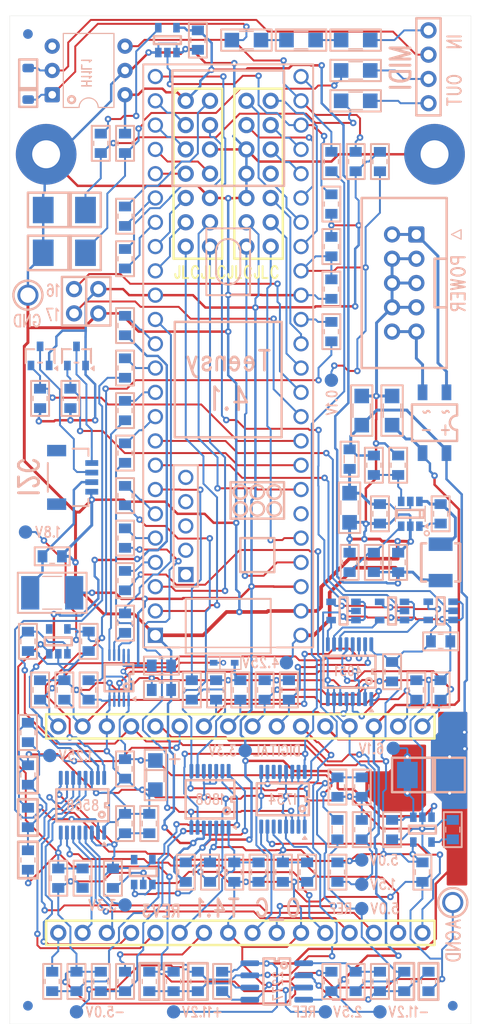
<source format=kicad_pcb>
(kicad_pcb (version 20241229) (generator "pcbnew") (generator_version "9.0")
  (title_block (title "O_C T4.1  Ornament and Crime optimized for Teensy 4.1") (date "2025-08-02") (rev "rev3") (company "Copyright 2024 Paul Stoffregen, mxmxmx - CC BY-SA 4.0") (comment 1 "copies and derivitive works properly give attribution to mxmxmx.") (comment 2 "in September 2023: \"consider the NC requirement waived\".  Please ensure all") (comment 3 "Commercial usage is allowed.  Explicit permission from mxmxmx was given") (comment 4 "Portions derived from original Ornament and Crime, copyright by mxmxmx."))
  (layers (0 "F.Cu" signal) (2 "B.Cu" signal) (13 "F.Paste" user) (15 "B.Paste" user) (5 "F.SilkS" user "F.Silkscreen") (7 "B.SilkS" user "B.Silkscreen") (1 "F.Mask" user) (3 "B.Mask" user) (25 "Edge.Cuts" user))
  (net 0 "")
  (net 1 "Net-(U13-SW)")
  (net 2 "Net-(U13-CB)")
  (net 3 "Earth")
  (net 4 "Net-(U13-VIN)")
  (net 5 "+5VA")
  (net 6 "GND")
  (net 7 "Net-(J31-Pin_10)")
  (net 8 "+3V3")
  (net 9 "Net-(U16-OUT)")
  (net 10 "Net-(D6-K)")
  (net 11 "Net-(U15-OUT)")
  (net 12 "Net-(J30-Pin_6)")
  (net 13 "Net-(U16-EN)")
  (net 14 "Net-(J31-Pin_6)")
  (net 15 "+12VA")
  (net 16 "-12VA")
  (net 17 "Net-(D2-A)")
  (net 18 "Net-(J38-Pin_2)")
  (net 19 "+4V")
  (net 20 "Net-(J30-Pin_16)")
  (net 21 "Net-(J30-Pin_15)")
  (net 22 "Net-(J30-Pin_10)")
  (net 23 "Net-(J30-Pin_9)")
  (net 24 "Net-(J30-Pin_8)")
  (net 25 "Net-(J30-Pin_7)")
  (net 26 "Net-(J30-Pin_2)")
  (net 27 "Net-(J30-Pin_1)")
  (net 28 "Net-(U24-VINR)")
  (net 29 "Net-(U24-VINL)")
  (net 30 "Net-(U14-BP)")
  (net 31 "Net-(U26A--)")
  (net 32 "Net-(C92-Pad2)")
  (net 33 "Net-(D5-K)")
  (net 34 "Net-(D5-A)")
  (net 35 "/OLED_CS")
  (net 36 "/OLED_RST")
  (net 37 "/TR4")
  (net 38 "/SW_Y")
  (net 40 "/TR3")
  (net 41 "/ENC_R_A")
  (net 42 "/SW_B")
  (net 43 "/OLED_DC")
  (net 44 "/ENC_R_B")
  (net 45 "Net-(J29-Pin_3)")
  (net 46 "/SW_A")
  (net 47 "Net-(J29-Pin_1)")
  (net 48 "/TR1")
  (net 49 "/ENC_R_SW")
  (net 50 "/SW_X")
  (net 51 "/ENC_L_B")
  (net 52 "/TR2")
  (net 53 "/ENC_L_A")
  (net 54 "/SW_ZAP")
  (net 55 "/ENC_L_SW")
  (net 56 "Net-(J30-Pin_11)")
  (net 57 "Net-(J30-Pin_5)")
  (net 58 "Net-(J31-Pin_14)")
  (net 59 "Net-(J31-Pin_16)")
  (net 60 "Net-(J31-Pin_5)")
  (net 61 "Net-(J31-Pin_3)")
  (net 62 "Net-(J31-Pin_1)")
  (net 63 "Net-(J31-Pin_9)")
  (net 64 "Net-(J31-Pin_12)")
  (net 65 "Net-(J31-Pin_13)")
  (net 66 "Net-(J31-Pin_15)")
  (net 67 "Net-(J31-Pin_7)")
  (net 68 "Net-(J31-Pin_2)")
  (net 69 "Net-(J31-Pin_4)")
  (net 70 "Net-(J32-Pin_1)")
  (net 71 "Net-(J32-Pin_10)")
  (net 72 "Net-(J33-Pin_4)")
  (net 73 "Net-(J33-Pin_1)")
  (net 74 "Net-(J33-Pin_3)")
  (net 75 "/OLED_SCK")
  (net 76 "/OLED_MOSI")
  (net 77 "/DAC_MOSI")
  (net 78 "Net-(U19-DIN)")
  (net 79 "Net-(U19-~{SYNC})")
  (net 80 "/DAC_CS")
  (net 81 "Net-(U17-CNVST)")
  (net 82 "/ADC_CS")
  (net 83 "Net-(U17-SCLK)")
  (net 84 "/ADC_SCK")
  (net 85 "/I2S_BCLK")
  (net 86 "Net-(U24-BCK)")
  (net 87 "/I2S_LRCLK")
  (net 88 "Net-(U24-LRCK)")
  (net 89 "Net-(U25-DATA)")
  (net 90 "/I2S_DATA_DAC")
  (net 91 "/ADC_MISO")
  (net 92 "Net-(U17-SDO)")
  (net 93 "/I2S_DATA_ADC")
  (net 94 "Net-(U24-DOUT)")
  (net 95 "Net-(U19-SCLK)")
  (net 96 "/DAC_SCK")
  (net 97 "/I2S_MCLK")
  (net 98 "Net-(U24-SCKI)")
  (net 99 "Net-(D4-K)")
  (net 100 "Net-(U23-Y)")
  (net 101 "Net-(D3-K)")
  (net 102 "Net-(L3-Pad1)")
  (net 103 "/MIDI_IN")
  (net 104 "/MIDI_OUT")
  (net 105 "/HW_ID")
  (net 106 "/I2C_SCL")
  (net 107 "/I2C_SDA")
  (net 108 "Net-(U13-FB)")
  (net 109 "Net-(U13-EN)")
  (net 110 "Net-(U26B--)")
  (net 111 "Net-(R141-Pad2)")
  (net 112 "Net-(R142-Pad2)")
  (net 115 "Net-(U17-AIN+)")
  (net 116 "Net-(U18-S1)")
  (net 117 "Net-(U18-S2)")
  (net 118 "Net-(U18-S0)")
  (net 119 "/ADC_MUX_A0")
  (net 120 "/ADC_MUX_A1")
  (net 121 "/ADC_MUX_A2")
  (net 124 "/DEBUG2")
  (net 125 "/DEBUG1")
  (net 126 "Net-(J38-Pin_3)")
  (net 127 "Net-(J38-Pin_4)")
  (footprint "Custom_Footprints:PinSocket_1x16_P2.54mm_Vertical_reduced" (layer "F.Cu") (at 30.48 121.285 90)
    (property "Reference" "J31" (hide yes))
    (property "Value" "Conn_01x16")
  )
  (footprint "Custom_Footprints:PinSocket_1x16_P2.54mm_Vertical_reduced" (layer "F.Cu") (at 30.48 99.695 90)
    (property "Reference" "J30" (hide yes))
    (property "Value" "Conn_01x16")
  )
  (footprint "Custom_Footprints:PinSocket_2x07_P2.54mm_Vertical_reduced" (layer "F.Cu") (at 46.355 34.29)
    (property "Reference" "J29" (hide yes))
    (property "Value" "Conn_02x07")
  )
  (footprint "Custom_Footprints:PinSocket_2x07_P2.54mm_Vertical_reduced" (layer "F.Cu") (at 52.705 34.29)
    (property "Reference" "J28" (hide yes))
    (property "Value" "Conn_02x07")
  )
  (footprint "Custom_Footprints:C_0805_2012Metric_Pad1.18x1.45mm_HandSolder_rectpads" (layer "B.Cu") (at 43.815 114.935 -90)
    (property "Reference" "C63" (hide yes))
    (property "Value" "0.1uF")
  )
  (footprint "Custom_Footprints:C_0805_2012Metric_Pad1.18x1.45mm_HandSolder_rectpads" (layer "B.Cu") (at 64.135 77.47 -90)
    (property "Reference" "C53" (hide yes))
    (property "Value" "0.1uF")
  )
  (footprint "Custom_Footprints:R_0805_2012Metric_Pad1.20x1.40mm_HandSolder_rectpads" (layer "B.Cu") (at 37.465 75.565 -90)
    (property "Reference" "R109" (hide yes))
    (property "Value" "100Ω")
  )
  (footprint "Custom_Footprints:C_0805_2012Metric_Pad1.18x1.45mm_HandSolder_rectpads" (layer "B.Cu") (at 46.355 114.935 -90)
    (property "Reference" "C64" (hide yes))
    (property "Value" "0.1uF")
  )
  (footprint "Custom_Footprints:R_1206_3216Metric_Pad1.30x1.75mm_HandSolder_rectpads" (layer "B.Cu") (at 50.1644 27.94)
    (property "Reference" "R141" (hide yes))
    (property "Value" "75Ω ¼W")
  )
  (footprint "Custom_Footprints:C_0805_2012Metric_Pad1.18x1.45mm_HandSolder_rectpads" (layer "B.Cu") (at 33.655 95.885 -90)
    (property "Reference" "C58" (hide yes))
    (property "Value" "0.1uF")
  )
  (footprint "Custom_Footprints:Fuse_1812_4532Metric_Pad1.30x3.40mm_HandSolder_rectpads" (layer "B.Cu") (at 29.845 85.725)
    (property "Reference" "F1" (hide yes))
    (property "Value" "100mA")
  )
  (footprint "Custom_Footprints:L_0805_2012Metric_rectpads" (layer "B.Cu") (at 59.69 110.49 90)
    (property "Reference" "L3" (hide yes))
    (property "Value" "1.5uH")
  )
  (footprint "Custom_Footprints:R_0805_2012Metric_Pad1.20x1.40mm_HandSolder_rectpads" (layer "B.Cu") (at 34.925 38.735 -90)
    (property "Reference" "R117" (hide yes))
    (property "Value" "100Ω")
  )
  (footprint "Custom_Footprints:C_0805_2012Metric_Pad1.18x1.45mm_HandSolder_rectpads" (layer "B.Cu") (at 70.485 77.47 90)
    (property "Reference" "C52" (hide yes))
    (property "Value" "0.1uF")
  )
  (footprint "Custom_Footprints:C_1206_3216Metric_Pad1.33x1.80mm_HandSolder_rectpads" (layer "B.Cu") (at 65.403 66.687 90)
    (property "Reference" "C96" (hide yes))
    (property "Value" "22uF")
  )
  (footprint "Custom_Footprints:R_0805_2012Metric_Pad1.20x1.40mm_HandSolder_rectpads" (layer "B.Cu") (at 42.545 126.365 -90)
    (property "Reference" "R135" (hide yes))
    (property "Value" "10K 0.05%")
  )
  (footprint "Custom_Footprints:C_0805_2012Metric_Pad1.18x1.45mm_HandSolder_rectpads" (layer "B.Cu") (at 62.23 106.045 -90)
    (property "Reference" "C75" (hide yes))
    (property "Value" "10uF")
  )
  (footprint "Package_DIP:DIP-6_W7.62mm" (layer "B.Cu") (at 29.845 33.655)
    (property "Reference" "U27" (hide yes))
    (property "Value" "H11L1")
  )
  (footprint "Custom_Footprints:C_0805_2012Metric_Pad1.18x1.45mm_HandSolder_rectpads" (layer "B.Cu") (at 32.385 126.365 90)
    (property "Reference" "C90" (hide yes))
    (property "Value" "680pF")
  )
  (footprint "Custom_Footprints:D_SMB_Handsoldering_rectpads" (layer "B.Cu") (at 69.2152 104.775001 180)
    (property "Reference" "D2" (hide yes))
    (property "Value" "5.1V 3W")
  )
  (footprint "Custom_Footprints:C_0805_2012Metric_Pad1.18x1.45mm_HandSolder_rectpads" (layer "B.Cu") (at 45.085 27.94 -90)
    (property "Reference" "C94" (hide yes))
    (property "Value" "0.1uF")
  )
  (footprint "Custom_Footprints:C_0805_2012Metric_Pad1.18x1.45mm_HandSolder_rectpads" (layer "B.Cu") (at 40.005 109.855 90)
    (property "Reference" "C71" (hide yes))
    (property "Value" "1uF")
  )
  (footprint "Custom_Footprints:L_0805_2012Metric_rectpads" (layer "B.Cu") (at 60.96 71.7507 -90)
    (property "Reference" "L1" (hide yes))
    (property "Value" "600Ω @100MHz")
  )
  (footprint "Custom_Footprints:R_0805_2012Metric_Pad1.20x1.40mm_HandSolder_rectpads" (layer "B.Cu") (at 37.465 84.455 -90)
    (property "Reference" "R111" (hide yes))
    (property "Value" "100Ω")
  )
  (footprint "Custom_Footprints:R_0805_2012Metric_Pad1.20x1.40mm_HandSolder_rectpads" (layer "B.Cu") (at 63.5 72.39 -90)
    (property "Reference" "R129" (hide yes))
    (property "Value" "150K 1%")
  )
  (footprint "Custom_Footprints:C_1206_3216Metric_Pad1.33x1.80mm_HandSolder_rectpads" (layer "B.Cu") (at 62.228 66.687 90)
    (property "Reference" "C95" (hide yes))
    (property "Value" "22uF")
  )
  (footprint "Custom_Footprints:R_1206_3216Metric_Pad1.30x1.75mm_HandSolder_rectpads" (layer "B.Cu") (at 61.5944 31.115)
    (property "Reference" "R139" (hide yes))
    (property "Value" "75Ω ¼W")
  )
  (footprint "Custom_Footprints:C_0805_2012Metric_Pad1.18x1.45mm_HandSolder_rectpads" (layer "B.Cu") (at 67.945 95.885 90)
    (property "Reference" "C82" (hide yes))
    (property "Value" "680pF")
  )
  (footprint "Custom_Footprints:C_0805_2012Metric_Pad1.18x1.45mm_HandSolder_rectpads" (layer "B.Cu") (at 70.485 90.805)
    (property "Reference" "C54" (hide yes))
    (property "Value" "0.1uF")
  )
  (footprint "Diode_SMD:D_SOD-123" (layer "B.Cu") (at 27.3304 32.511 90)
    (property "Reference" "D5" (hide yes))
    (property "Value" "1N4148W")
  )
  (footprint "Custom_Footprints:D_SMB_Handsoldering_rectpads" (layer "B.Cu") (at 31.115 50.1904 180)
    (property "Reference" "D4" (hide yes))
    (property "Value" "5.1V")
  )
  (footprint "Custom_Footprints:R_0805_2012Metric_Pad1.20x1.40mm_HandSolder_rectpads" (layer "B.Cu") (at 45.085 126.365 90)
    (property "Reference" "R138" (hide yes))
    (property "Value" "20K 0.05%")
  )
  (footprint "Custom_Footprints:C_0805_2012Metric_Pad1.18x1.45mm_HandSolder_rectpads" (layer "B.Cu") (at 48.895 114.935 -90)
    (property "Reference" "C77" (hide yes))
    (property "Value" "10uF")
  )
  (footprint "Custom_Footprints:C_0805_2012Metric_Pad1.18x1.45mm_HandSolder_rectpads" (layer "B.Cu") (at 34.925 126.365 90)
    (property "Reference" "C89" (hide yes))
    (property "Value" "680pF")
  )
  (footprint "Custom_Footprints:C_0805_2012Metric_Pad1.18x1.45mm_HandSolder_rectpads" (layer "B.Cu") (at 49.53 95.885 90)
    (property "Reference" "C85" (hide yes))
    (property "Value" "680pF")
  )
  (footprint "Custom_Footprints:R_0805_2012Metric_Pad1.20x1.40mm_HandSolder_rectpads" (layer "B.Cu") (at 37.465 66.675 -90)
    (property "Reference" "R107" (hide yes))
    (property "Value" "100Ω")
  )
  (footprint "Custom_Footprints:C_0805_2012Metric_Pad1.18x1.45mm_HandSolder_rectpads" (layer "B.Cu") (at 70.485 95.885 90)
    (property "Reference" "C81" (hide yes))
    (property "Value" "680pF")
  )
  (footprint "Custom_Footprints:SOT-23-3_rectpads" (layer "B.Cu") (at 28.575 60.96 90)
    (property "Reference" "Q2" (hide yes))
    (property "Value" "FDV303N")
  )
  (footprint "Custom_Footprints:C_0805_2012Metric_Pad1.18x1.45mm_HandSolder_rectpads" (layer "B.Cu") (at 37.465 109.855 90)
    (property "Reference" "C60" (hide yes))
    (property "Value" "0.1uF")
  )
  (footprint "Custom_Footprints:R_0805_2012Metric_Pad1.20x1.40mm_HandSolder_rectpads" (layer "B.Cu") (at 41.275 95.885 180)
    (property "Reference" "R144" (hide yes))
    (property "Value" "0Ω")
  )
  (footprint "Custom_Footprints:C_0805_2012Metric_Pad1.18x1.45mm_HandSolder_rectpads" (layer "B.Cu") (at 51.435 114.935 -90)
    (property "Reference" "C65" (hide yes))
    (property "Value" "0.1uF")
  )
  (footprint "Custom_Footprints:C_1206_3216Metric_Pad1.33x1.80mm_HandSolder_rectpads" (layer "B.Cu") (at 40.64 104.775 -90)
    (property "Reference" "C93" (hide yes))
    (property "Value" "10uF Tantalum")
  )
  (footprint "Custom_Footprints:R_0805_2012Metric_Pad1.20x1.40mm_HandSolder_rectpads" (layer "B.Cu") (at 27.305 109.22 90)
    (property "Reference" "R200" (hide yes))
    (property "Value" "None")
  )
  (footprint "Custom_Footprints:R_0805_2012Metric_Pad1.20x1.40mm_HandSolder_rectpads" (layer "B.Cu") (at 60.96 82.55 90)
    (property "Reference" "R126" (hide yes))
    (property "Value" "5.11K 1%")
  )
  (footprint "Custom_Footprints:R_0805_2012Metric_Pad1.20x1.40mm_HandSolder_rectpads" (layer "B.Cu") (at 31.75 65.405 90)
    (property "Reference" "R122" (hide yes))
    (property "Value" "4.7K")
  )
  (footprint "Custom_Footprints:PinHeader_1x04_P2.54mm_Vertical_reduced" (layer "B.Cu") (at 69.215 26.924 180)
    (property "Reference" "J33" (hide yes))
    (property "Value" "MIDI")
  )
  (footprint "Custom_Footprints:R_0805_2012Metric_Pad1.20x1.40mm_HandSolder_rectpads" (layer "B.Cu") (at 37.465 126.365 90)
    (property "Reference" "R131" (hide yes))
    (property "Value" "1K")
  )
  (footprint "Custom_Footprints:L_Abracon_ASPI-4030S_rectpads" (layer "B.Cu") (at 70.485 82.5514 -90)
    (property "Reference" "L2" (hide yes))
    (property "Value" "10uH")
  )
  (footprint "Custom_Footprints:TSSOP-14_4.4x5mm_P0.65mm_silkscreen" (layer "B.Cu") (at 46.355 107.3227 90)
    (property "Reference" "U24" (hide yes))
    (property "Value" "PCM1808")
  )
  (footprint "Custom_Footprints:R_0805_2012Metric_Pad1.20x1.40mm_HandSolder_rectpads" (layer "B.Cu") (at 59.69 114.935 -90)
    (property "Reference" "R125" (hide yes))
    (property "Value" "11K 1%")
  )
  (footprint "Custom_Footprints:R_0805_2012Metric_Pad1.20x1.40mm_HandSolder_rectpads" (layer "B.Cu") (at 37.465 46.355 90)
    (property "Reference" "R103" (hide yes))
    (property "Value" "100Ω")
  )
  (footprint "Custom_Footprints:R_0805_2012Metric_Pad1.20x1.40mm_HandSolder_rectpads" (layer "B.Cu") (at 61.595 40.64 90)
    (property "Reference" "R119" (hide yes))
    (property "Value" "470")
  )
  (footprint "Custom_Footprints:R_1206_3216Metric_Pad1.30x1.75mm_HandSolder_rectpads" (layer "B.Cu") (at 55.8794 27.94)
    (property "Reference" "R142" (hide yes))
    (property "Value" "75Ω ¼W")
  )
  (footprint "Custom_Footprints:SOT-23-3_rectpads" (layer "B.Cu") (at 32.385 60.9655 90)
    (property "Reference" "Q1" (hide yes))
    (property "Value" "FDV303N")
  )
  (footprint "Custom_Footprints:C_0805_2012Metric_Pad1.18x1.45mm_HandSolder_rectpads" (layer "B.Cu") (at 46.99 95.885 90)
    (property "Reference" "C86" (hide yes))
    (property "Value" "680pF")
  )
  (footprint "Custom_Footprints:JST_SMD_1.0mm-4" (layer "B.Cu") (at 33.9852 73.66 90)
    (property "Reference" "J38" (hide yes))
    (property "Value" "QWIIC")
  )
  (footprint "Custom_Footprints:R_0805_2012Metric_Pad1.20x1.40mm_HandSolder_rectpads" (layer "B.Cu") (at 63.5 82.55 90)
    (property "Reference" "R127" (hide yes))
    (property "Value" "22K 1%")
  )
  (footprint "Custom_Footprints:R_0805_2012Metric_Pad1.20x1.40mm_HandSolder_rectpads" (layer "B.Cu") (at 37.465 57.785 -90)
    (property "Reference" "R105" (hide yes))
    (property "Value" "100Ω")
  )
  (footprint "Custom_Footprints:TSSOP-16_4.4x5mm_P0.65mm_silkscreen" (layer "B.Cu") (at 53.9906 107.315 90)
    (property "Reference" "U25" (hide yes))
    (property "Value" "PCM1754")
  )
  (footprint "Custom_Footprints:D_SOD-323F_rectpads" (layer "B.Cu") (at 47.836 93.0402)
    (property "Reference" "D6" (hide yes))
    (property "Value" "BZT52B5V1S")
  )
  (footprint "Custom_Footprints:C_1206_3216Metric_Pad1.33x1.80mm_HandSolder_rectpads" (layer "B.Cu") (at 60.962 76.823 -90)
    (property "Reference" "C97" (hide yes))
    (property "Value" "22uF")
  )
  (footprint "Custom_Footprints:R_0805_2012Metric_Pad1.20x1.40mm_HandSolder_rectpads" (layer "B.Cu") (at 69.215 126.365 90)
    (property "Reference" "R136" (hide yes))
    (property "Value" "10K 0.05%")
  )
  (footprint "Custom_Footprints:C_0805_2012Metric_Pad1.18x1.45mm_HandSolder_rectpads" (layer "B.Cu") (at 71.755 110.49 90)
    (property "Reference" "C91" (hide yes))
    (property "Value" "10nF")
  )
  (footprint "Custom_Footprints:C_0805_2012Metric_Pad1.18x1.45mm_HandSolder_rectpads" (layer "B.Cu") (at 27.305 100.33 90)
    (property "Reference" "C61" (hide yes))
    (property "Value" "0.1uF")
  )
  (footprint "Custom_Footprints:C_0805_2012Metric_Pad1.18x1.45mm_HandSolder_rectpads" (layer "B.Cu") (at 54.61 95.885 90)
    (property "Reference" "C83" (hide yes))
    (property "Value" "680pF")
  )
  (footprint "Custom_Footprints:MSOP-10_3x3mm_P0.5mm_silkscreen+footprint" (layer "B.Cu") (at 36.83 94.615 90)
    (property "Reference" "U17" (hide yes))
    (property "Value" "MCP33131D")
  )
  (footprint "Custom_Footprints:C_0805_2012Metric_Pad1.18x1.45mm_HandSolder_rectpads" (layer "B.Cu") (at 33.02 115.57 -90)
    (property "Reference" "C62" (hide yes))
    (property "Value" "0.1uF")
  )
  (footprint "Custom_Footprints:SOT-23-5_reducedpads" (layer "B.Cu") (at 65.405 87.63 180)
    (property "Reference" "U21" (hide yes))
    (property "Value" "74LV1T125")
  )
  (footprint "Custom_Footprints:R_0805_2012Metric_Pad1.20x1.40mm_HandSolder_rectpads" (layer "B.Cu") (at 37.465 88.9 90)
    (property "Reference" "R112" (hide yes))
    (property "Value" "100Ω")
  )
  (footprint "Custom_Footprints:Diode_Bridge_reduced" (layer "B.Cu") (at 69.8453 67.9455 90)
    (property "Reference" "D1" (hide yes))
    (property "Value" "HD01-T")
  )
  (footprint "Custom_Footprints:PinHeader_2x02_P2.54mm_Vertical_symmetric" (layer "B.Cu") (at 34.671 53.975 180)
    (property "Reference" "J34" (hide yes))
    (property "Value" "Conn_02x02_Odd_Even")
  )
  (footprint "Custom_Footprints:C_0805_2012Metric_Pad1.18x1.45mm_HandSolder_rectpads" (layer "B.Cu") (at 30.48 115.57 -90)
    (property "Reference" "C79" (hide yes))
    (property "Value" "10uF")
  )
  (footprint "Custom_Footprints:R_0805_2012Metric_Pad1.20x1.40mm_HandSolder_rectpads" (layer "B.Cu") (at 27.305 104.775 90)
    (property "Reference" "R133" (hide yes))
    (property "Value" "10K 0.05%")
  )
  (footprint "Custom_Footprints:C_0805_2012Metric_Pad1.18x1.45mm_HandSolder_rectpads" (layer "B.Cu") (at 64.135 126.365 90)
    (property "Reference" "C92" (hide yes))
    (property "Value" "22pF")
  )
  (footprint "Custom_Footprints:C_0805_2012Metric_Pad1.18x1.45mm_HandSolder_rectpads" (layer "B.Cu") (at 65.405 110.49 -90)
    (property "Reference" "C69" (hide yes))
    (property "Value" "1uF")
  )
  (footprint "Custom_Footprints:R_0805_2012Metric_Pad1.20x1.40mm_HandSolder_rectpads" (layer "B.Cu") (at 66.04 72.39 90)
    (property "Reference" "R128" (hide yes))
    (property "Value" "22K 1%")
  )
  (footprint "Custom_Footprints:R_0805_2012Metric_Pad1.20x1.40mm_HandSolder_rectpads" (layer "B.Cu") (at 28.575 65.405 90)
    (property "Reference" "R123" (hide yes))
    (property "Value" "4.7K")
  )
  (footprint "Custom_Footprints:SOT-23-5_reducedpads" (layer "B.Cu") (at 41.8977 27.9447 90)
    (property "Reference" "U23" (hide yes))
    (property "Value" "74LV1T125")
  )
  (footprint "Custom_Footprints:R_0805_2012Metric_Pad1.20x1.40mm_HandSolder_rectpads" (layer "B.Cu") (at 62.23 110.49 90)
    (property "Reference" "R124" (hide yes))
    (property "Value" "4.7K 1%")
  )
  (footprint "Custom_Footprints:C_0805_2012Metric_Pad1.18x1.45mm_HandSolder_rectpads" (layer "B.Cu") (at 59.055 126.365 -90)
    (property "Reference" "C68" (hide yes))
    (property "Value" "0.1uF")
  )
  (footprint "Custom_Footprints:R_0805_2012Metric_Pad1.20x1.40mm_HandSolder_rectpads" (layer "B.Cu") (at 59.055 49.53 -90)
    (property "Reference" "R130" (hide yes))
    (property "Value" "150K 1%")
  )
  (footprint "Custom_Footprints:C_0805_2012Metric_Pad1.18x1.45mm_HandSolder_rectpads" (layer "B.Cu") (at 66.04 82.55 90)
    (property "Reference" "C74" (hide yes))
    (property "Value" "10uF")
  )
  (footprint "Custom_Footprints:TSSOP-16_4.4x5mm_P0.65mm_silkscreen" (layer "B.Cu") (at 33.0102 107.9423 90)
    (property "Reference" "U19" (hide yes))
    (property "Value" "DAC8568")
  )
  (footprint "Custom_Footprints:C_0805_2012Metric_Pad1.18x1.45mm_HandSolder_rectpads" (layer "B.Cu") (at 59.69 106.045 -90)
    (property "Reference" "C56" (hide yes))
    (property "Value" "0.1uF")
  )
  (footprint "Custom_Footprints:R_0805_2012Metric_Pad1.20x1.40mm_HandSolder_rectpads" (layer "B.Cu") (at 40.005 126.365 -90)
    (property "Reference" "R201" (hide yes))
    (property "Value" "None")
  )
  (footprint "Custom_Footprints:R_0805_2012Metric_Pad1.20x1.40mm_HandSolder_rectpads" (layer "B.Cu") (at 27.305 113.665 90)
    (property "Reference" "R134" (hide yes))
    (property "Value" "10K 0.05%")
  )
  (footprint "Custom_Footprints:R_0805_2012Metric_Pad1.20x1.40mm_HandSolder_rectpads" (layer "B.Cu") (at 37.465 71.12 -90)
    (property "Reference" "R108" (hide yes))
    (property "Value" "100Ω")
  )
  (footprint "Custom_Footprints:R_0805_2012Metric_Pad1.20x1.40mm_HandSolder_rectpads" (layer "B.Cu") (at 37.465 38.735 -90)
    (property "Reference" "R116" (hide yes))
    (property "Value" "100Ω")
  )
  (footprint "Custom_Footprints:R_0805_2012Metric_Pad1.20x1.40mm_HandSolder_rectpads" (layer "B.Cu") (at 64.135 40.64 -90)
    (property "Reference" "R202" (hide yes))
    (property "Value" "None")
  )
  (footprint "Custom_Footprints:R_1206_3216Metric_Pad1.30x1.75mm_HandSolder_rectpads" (layer "B.Cu") (at 61.5944 27.94)
    (property "Reference" "R143" (hide yes))
    (property "Value" "75Ω ¼W")
  )
  (footprint "Custom_Footprints:C_0805_2012Metric_Pad1.18x1.45mm_HandSolder_rectpads" (layer "B.Cu") (at 28.575 95.885 90)
    (property "Reference" "C88" (hide yes))
    (property "Value" "680pF")
  )
  (footprint "Custom_Footprints:C_0805_2012Metric_Pad1.18x1.45mm_HandSolder_rectpads" (layer "B.Cu") (at 65.405 93.98 -90)
    (property "Reference" "C55" (hide yes))
    (property "Value" "0.1uF")
  )
  (footprint "Custom_Footprints:C_0805_2012Metric_Pad1.18x1.45mm_HandSolder_rectpads" (layer "B.Cu") (at 52.07 95.885 90)
    (property "Reference" "C84" (hide yes))
    (property "Value" "680pF")
  )
  (footprint "Custom_Footprints:C_0805_2012Metric_Pad1.18x1.45mm_HandSolder_rectpads" (layer "B.Cu") (at 68.58 114.935 -90)
    (property "Reference" "C76" (hide yes))
    (property "Value" "10uF")
  )
  (footprint "Custom_Footprints:C_0805_2012Metric_Pad1.18x1.45mm_HandSolder_rectpads" (layer "B.Cu") (at 47.625 126.365 -90)
    (property "Reference" "C67" (hide yes))
    (property "Value" "0.1uF")
  )
  (footprint "Custom_Footprints:R_0805_2012Metric_Pad1.20x1.40mm_HandSolder_rectpads" (layer "B.Cu") (at 59.055 53.975 -90)
    (property "Reference" "R121" (hide yes))
    (property "Value" "4.7K 1%")
  )
  (footprint "Custom_Footprints:C_0805_2012Metric_Pad1.18x1.45mm_HandSolder_rectpads" (layer "B.Cu") (at 27.305 90.805 -90)
    (property "Reference" "C72" (hide yes))
    (property "Value" "1uF")
  )
  (footprint "Custom_Footprints:R_0805_2012Metric_Pad1.20x1.40mm_HandSolder_rectpads" (layer "B.Cu") (at 59.055 40.64 -90)
    (property "Reference" "R115" (hide yes))
    (property "Value" "100Ω")
  )
  (footprint "Custom_Footprints:SOT-23-5_reducedpads" (layer "B.Cu") (at 68.58 110.49 -90)
    (property "Reference" "U14" (hide yes))
    (property "Value" "LP2985A-5.0")
  )
  (footprint "Custom_Footprints:TSSOP-16_4.4x5mm_P0.65mm_silkscreen" (layer "B.Cu") (at 60.96 93.98 90)
    (property "Reference" "U18" (hide yes))
    (property "Value" "74LV4051")
  )
  (footprint "Custom_Footprints:C_0805_2012Metric_Pad1.18x1.45mm_HandSolder_rectpads" (layer "B.Cu") (at 56.515 114.935 -90)
    (property "Reference" "C70" (hide yes))
    (property "Value" "1uF")
  )
  (footprint "Custom_Footprints:R_0805_2012Metric_Pad1.20x1.40mm_HandSolder_rectpads" (layer "B.Cu") (at 37.465 62.23 -90)
    (property "Reference" "R106" (hide yes))
    (property "Value" "100Ω")
  )
  (footprint "Custom_Footprints:D_SMB_Handsoldering_rectpads" (layer "B.Cu") (at 31.115 45.6946 180)
    (property "Reference" "D3" (hide yes))
    (property "Value" "5.1V")
  )
  (footprint "Custom_Footprints:R_0805_2012Metric_Pad1.20x1.40mm_HandSolder_rectpads" (layer "B.Cu") (at 44.45 95.885 -90)
    (property "Reference" "R113" (hide yes))
    (property "Value" "100Ω")
  )
  (footprint "Custom_Footprints:C_0805_2012Metric_Pad1.18x1.45mm_HandSolder_rectpads" (layer "B.Cu") (at 31.115 95.885 90)
    (property "Reference" "C87" (hide yes))
    (property "Value" "680pF")
  )
  (footprint "Custom_Footprints:SOT-23-6_rectpads" (layer "B.Cu") (at 67.307818 77.46954 90)
    (property "Reference" "U13" (hide yes))
    (property "Value" "LMR54406F")
  )
  (footprint "Custom_Footprints:R_0805_2012Metric_Pad1.20x1.40mm_HandSolder_rectpads" (layer "B.Cu") (at 59.055 45.085 90)
    (property "Reference" "R120" (hide yes))
    (property "Value" "4.7K")
  )
  (footprint "Custom_Footprints:R_0805_2012Metric_Pad1.20x1.40mm_HandSolder_rectpads" (layer "B.Cu") (at 66.675 126.365 90)
    (property "Reference" "R137" (hide yes))
    (property "Value" "10K 0.05%")
  )
  (footprint "Custom_Footprints:C_0805_2012Metric_Pad1.18x1.45mm_HandSolder_rectpads" (layer "B.Cu") (at 29.845 81.915)
    (property "Reference" "C73" (hide yes))
    (property "Value" "1uF")
  )
  (footprint "Custom_Footprints:R_0805_2012Metric_Pad1.20x1.40mm_HandSolder_rectpads" (layer "B.Cu") (at 37.465 50.8 90)
    (property "Reference" "R104" (hide yes))
    (property "Value" "100Ω")
  )
  (footprint "Custom_Footprints:SOIC-8_3.9x4.9mm_P1.27mm_shiftedpads" (layer "B.Cu") (at 53.3406 126.365 180)
    (property "Reference" "U26" (hide yes))
    (property "Value" "OPA2277")
  )
  (footprint "Custom_Footprints:C_0805_2012Metric_Pad1.18x1.45mm_HandSolder_rectpads" (layer "B.Cu") (at 41.275 93.345)
    (property "Reference" "C57" (hide yes))
    (property "Value" "0.1uF")
  )
  (footprint "Custom_Footprints:C_0805_2012Metric_Pad1.18x1.45mm_HandSolder_rectpads" (layer "B.Cu") (at 37.465 104.14 -90)
    (property "Reference" "C59" (hide yes))
    (property "Value" "0.1uF")
  )
  (footprint "Custom_Footprints:R_0805_2012Metric_Pad1.20x1.40mm_HandSolder_rectpads" (layer "B.Cu") (at 29.845 126.365 90)
    (property "Reference" "R132" (hide yes))
    (property "Value" "1K")
  )
  (footprint "Custom_Footprints:R_0805_2012Metric_Pad1.20x1.40mm_HandSolder_rectpads" (layer "B.Cu") (at 61.595 126.365 -90)
    (property "Reference" "R118" (hide yes))
    (property "Value" "220")
  )
  (footprint "Custom_Footprints:C_0805_2012Metric_Pad1.18x1.45mm_HandSolder_rectpads" (layer "B.Cu") (at 36.195 115.57 -90)
    (property "Reference" "C78" (hide yes))
    (property "Value" "10uF")
  )
  (footprint "Custom_Footprints:SOT-23-5_reducedpads" (layer "B.Cu") (at 60.328044 87.628489 180)
    (property "Reference" "U22" (hide yes))
    (property "Value" "74LV1T125")
  )
  (footprint "Custom_Footprints:C_0805_2012Metric_Pad1.18x1.45mm_HandSolder_rectpads" (layer "B.Cu") (at 33.655 90.805 -90)
    (property "Reference" "C80" (hide yes))
    (property "Value" "10uF")
  )
  (footprint "Custom_Footprints:SOT-23-5_reducedpads" (layer "B.Cu") (at 39.3704 114.9304 90)
    (property "Reference" "U15" (hide yes))
    (property "Value" "TPS7A2033")
  )
  (footprint "Custom_Footprints:R_0805_2012Metric_Pad1.20x1.40mm_HandSolder_rectpads" (layer "B.Cu") (at 59.055 58.42 -90)
    (property "Reference" "R114" (hide yes))
    (property "Value" "100Ω")
  )
  (footprint "Custom_Footprints:Teensy41" (layer "B.Cu") (at 48.26 60.96 90)
    (property "Reference" "U12" (hide yes))
    (property "Value" "TEENSY41")
  )
  (footprint "Custom_Footprints:SOT-23-5_reducedpads" (layer "B.Cu") (at 70.4905 87.6148 180)
    (property "Reference" "U20" (hide yes))
    (property "Value" "74LV1T125")
  )
  (footprint "Custom_Footprints:R_0805_2012Metric_Pad1.20x1.40mm_HandSolder_rectpads" (layer "B.Cu") (at 37.465 80.01 -90)
    (property "Reference" "R110" (hide yes))
    (property "Value" "100Ω")
  )
  (footprint "Custom_Footprints:R_1206_3216Metric_Pad1.30x1.75mm_HandSolder_rectpads" (layer "B.Cu") (at 61.5944 34.29)
    (property "Reference" "R140" (hide yes))
    (property "Value" "75Ω ¼W")
  )
  (footprint "Custom_Footprints:IDC-Header_2x05_P2.54mm_Vertical_reduced" (layer "B.Cu") (at 67.945 48.26 180)
    (property "Reference" "J32" (hide yes))
    (property "Value" "Conn_02x05_Odd_Even")
  )
  (footprint "Custom_Footprints:SOT-23-5_reducedpads" (layer "B.Cu") (at 30.482008 90.806489 90)
    (property "Reference" "U16" (hide yes))
    (property "Value" "LP5907-1.8")
  )
  (footprint "Custom_Footprints:C_0805_2012Metric_Pad1.18x1.45mm_HandSolder_rectpads" (layer "B.Cu") (at 53.975 114.935 -90)
    (property "Reference" "C66" (hide yes))
    (property "Value" "0.1uF")
  )
  (gr_circle (center 27.305 128.905) (end 27.813 128.905) (fill yes) (layer "B.Cu"))
  (gr_circle (center 65.532 101.981) (end 66.2305 101.981) (fill yes) (layer "B.Cu") (net 17))
  (gr_poly (pts (xy 65.92316 106.1466) (xy 65.92316 103.9876) (xy 65.92316 103.40594) (xy 68.08216 103.40594) (xy 68.08216 105.56494) (xy 68.08216 106.1466)) (fill yes) (layer "B.Cu") (net 17))
  (gr_circle (center 37.465 118.364) (end 38.1635 118.364) (fill yes) (layer "B.Cu") (net 11))
  (gr_poly (pts (xy 27.82316 51.5366) (xy 27.82316 49.3776) (xy 27.82316 48.79594) (xy 29.98216 48.79594) (xy 29.98216 50.95494) (xy 29.98216 51.5366)) (fill yes) (layer "B.Cu") (net 3))
  (gr_poly (pts (xy 27.82316 47.0916) (xy 27.82316 44.9326) (xy 27.82316 44.35094) (xy 29.98216 44.35094) (xy 29.98216 46.50994) (xy 29.98216 47.0916)) (fill yes) (layer "B.Cu") (net 3))
  (gr_circle (center 59.055 63.5) (end 59.7535 63.5) (fill yes) (layer "B.Cu") (net 105))
  (gr_circle (center 50.038 102.235) (end 50.7365 102.235) (fill yes) (layer "B.Cu") (net 8))
  (gr_circle (center 62.23 118.745) (end 62.9285 118.745) (fill yes) (layer "B.Cu") (net 102))
  (gr_circle (center 71.755 128.905) (end 72.263 128.905) (fill yes) (layer "B.Cu"))
  (gr_circle (center 62.23 116.205) (end 62.9285 116.205) (fill yes) (layer "B.Cu") (net 57))
  (gr_circle (center 27.305 27.305) (end 27.813 27.305) (fill yes) (layer "B.Cu"))
  (gr_circle (center 54.356 93.0402) (end 55.0545 93.0402) (fill yes) (layer "B.Cu") (net 19))
  (gr_circle (center 64.135 129.54) (end 64.8335 129.54) (fill yes) (layer "B.Cu") (net 16))
  (gr_circle (center 32.385 129.54) (end 33.0835 129.54) (fill yes) (layer "B.Cu") (net 56))
  (gr_circle (center 42.545 129.54) (end 43.2435 129.54) (fill yes) (layer "B.Cu") (net 15))
  (gr_circle (center 27.051 79.375) (end 27.7495 79.375) (fill yes) (layer "B.Cu") (net 9))
  (gr_circle (center 29.591 102.743) (end 30.2895 102.743) (fill yes) (layer "B.Cu") (net 12))
  (gr_circle (center 62.23 113.665) (end 62.9285 113.665) (fill yes) (layer "B.Cu") (net 5))
  (gr_circle (center 58.42 129.54) (end 59.1185 129.54) (fill yes) (layer "B.Cu") (net 13))
  (gr_poly (pts (xy 32.2453 51.5366) (xy 32.2453 49.3776) (xy 32.2453 48.79594) (xy 34.4043 48.79594) (xy 34.4043 50.95494) (xy 34.4043 51.5366)) (fill yes) (layer "B.Cu") (net 99))
  (gr_poly (pts (xy 32.2453 47.0916) (xy 32.2453 44.9326) (xy 32.2453 44.35094) (xy 34.4043 44.35094) (xy 34.4043 46.50994) (xy 34.4043 47.0916)) (fill yes) (layer "B.Cu") (net 101))
  (gr_line (start 51.42484 52.69738) (end 51.38166 52.7558) (stroke (width 0.2032)) (layer "F.SilkS"))
  (gr_line (start 44.88942 51.56454) (end 44.71416 51.56454) (stroke (width 0.2032)) (layer "F.SilkS"))
  (gr_line (start 43.54576 52.81422) (end 44.06646 52.81422) (stroke (width 0.2032)) (layer "F.SilkS"))
  (gr_line (start 53.975 50.8) (end 48.895 50.8) (stroke (width 0.254)) (layer "F.SilkS"))
  (gr_line (start 51.20894 52.81422) (end 51.12258 52.7558) (stroke (width 0.2032)) (layer "F.SilkS"))
  (gr_line (start 47.2694 51.86172) (end 47.22622 52.04206) (stroke (width 0.2032)) (layer "F.SilkS"))
  (gr_line (start 48.895 33.528) (end 49.403 33.02) (stroke (width 0.254)) (layer "F.SilkS"))
  (gr_line (start 47.4853 51.56454) (end 47.39894 51.6255) (stroke (width 0.2032)) (layer "F.SilkS"))
  (gr_line (start 45.49394 52.51704) (end 45.49394 52.39766) (stroke (width 0.2032)) (layer "F.SilkS"))
  (gr_line (start 50.60442 51.74488) (end 50.51552 51.6255) (stroke (width 0.2032)) (layer "F.SilkS"))
  (gr_line (start 46.3169 52.81422) (end 46.8376 52.81422) (stroke (width 0.2032)) (layer "F.SilkS"))
  (gr_line (start 53.2003 51.56454) (end 53.02758 51.56454) (stroke (width 0.2032)) (layer "F.SilkS"))
  (gr_line (start 43.15714 51.56454) (end 43.15714 52.51704) (stroke (width 0.2032)) (layer "F.SilkS"))
  (gr_line (start 49.08804 52.81422) (end 49.60874 52.81422) (stroke (width 0.2032)) (layer "F.SilkS"))
  (gr_line (start 51.85918 51.56454) (end 51.85918 52.81422) (stroke (width 0.2032)) (layer "F.SilkS"))
  (gr_line (start 47.83328 52.63642) (end 47.87646 52.51704) (stroke (width 0.2032)) (layer "F.SilkS"))
  (gr_line (start 48.69942 52.51704) (end 48.65624 52.69738) (stroke (width 0.2032)) (layer "F.SilkS"))
  (gr_line (start 52.81168 51.86172) (end 52.7685 52.04206) (stroke (width 0.2032)) (layer "F.SilkS"))
  (gr_line (start 53.37302 52.63642) (end 53.41874 52.51704) (stroke (width 0.2032)) (layer "F.SilkS"))
  (gr_line (start 44.71416 52.81422) (end 44.88942 52.81422) (stroke (width 0.2032)) (layer "F.SilkS"))
  (gr_line (start 42.545 33.528) (end 43.053 33.02) (stroke (width 0.254)) (layer "F.SilkS"))
  (gr_line (start 48.65624 52.69738) (end 48.61052 52.7558) (stroke (width 0.2032)) (layer "F.SilkS"))
  (gr_line (start 29.21 120.015) (end 69.85 120.015) (stroke (width 0.254)) (layer "F.SilkS"))
  (gr_line (start 50.25644 52.81422) (end 50.42916 52.81422) (stroke (width 0.2032)) (layer "F.SilkS"))
  (gr_line (start 53.37302 51.74488) (end 53.28666 51.6255) (stroke (width 0.2032)) (layer "F.SilkS"))
  (gr_line (start 44.49826 52.51704) (end 44.54144 52.63642) (stroke (width 0.2032)) (layer "F.SilkS"))
  (gr_line (start 48.35144 52.7558) (end 48.30826 52.69738) (stroke (width 0.2032)) (layer "F.SilkS"))
  (gr_line (start 42.76598 52.69738) (end 42.7228 52.51704) (stroke (width 0.2032)) (layer "F.SilkS"))
  (gr_line (start 49.08804 51.56454) (end 49.08804 52.81422) (stroke (width 0.2032)) (layer "F.SilkS"))
  (gr_line (start 42.89552 52.81422) (end 42.80916 52.7558) (stroke (width 0.2032)) (layer "F.SilkS"))
  (gr_line (start 50.17008 51.6255) (end 50.08372 51.74488) (stroke (width 0.2032)) (layer "F.SilkS"))
  (gr_line (start 47.22622 52.33924) (end 47.2694 52.51704) (stroke (width 0.2032)) (layer "F.SilkS"))
  (gr_line (start 43.15714 52.51704) (end 43.11396 52.69738) (stroke (width 0.2032)) (layer "F.SilkS"))
  (gr_line (start 45.92828 52.51704) (end 45.8851 52.69738) (stroke (width 0.2032)) (layer "F.SilkS"))
  (gr_line (start 45.84192 52.7558) (end 45.75302 52.81422) (stroke (width 0.2032)) (layer "F.SilkS"))
  (gr_line (start 52.81168 52.51704) (end 52.85486 52.63642) (stroke (width 0.2032)) (layer "F.SilkS"))
  (gr_line (start 44.45508 52.04206) (end 44.45508 52.33924) (stroke (width 0.2032)) (layer "F.SilkS"))
  (gr_line (start 53.975 33.02) (end 53.975 50.8) (stroke (width 0.254)) (layer "F.SilkS"))
  (gr_line (start 44.97578 52.7558) (end 45.06214 52.63642) (stroke (width 0.2032)) (layer "F.SilkS"))
  (gr_line (start 48.895 50.8) (end 48.895 33.02) (stroke (width 0.254)) (layer "F.SilkS"))
  (gr_line (start 45.06214 52.63642) (end 45.10532 52.51704) (stroke (width 0.2032)) (layer "F.SilkS"))
  (gr_line (start 44.88942 52.81422) (end 44.97578 52.7558) (stroke (width 0.2032)) (layer "F.SilkS"))
  (gr_line (start 42.545 50.8) (end 42.545 33.02) (stroke (width 0.254)) (layer "F.SilkS"))
  (gr_line (start 49.99736 52.04206) (end 49.99736 52.33924) (stroke (width 0.2032)) (layer "F.SilkS"))
  (gr_line (start 44.54144 51.74488) (end 44.49826 51.86172) (stroke (width 0.2032)) (layer "F.SilkS"))
  (gr_line (start 48.61052 52.7558) (end 48.52416 52.81422) (stroke (width 0.2032)) (layer "F.SilkS"))
  (gr_line (start 47.74692 51.6255) (end 47.65802 51.56454) (stroke (width 0.2032)) (layer "F.SilkS"))
  (gr_line (start 48.69942 51.56454) (end 48.69942 52.51704) (stroke (width 0.2032)) (layer "F.SilkS"))
  (gr_line (start 44.71416 51.56454) (end 44.6278 51.6255) (stroke (width 0.2032)) (layer "F.SilkS"))
  (gr_line (start 50.60442 52.63642) (end 50.6476 52.51704) (stroke (width 0.2032)) (layer "F.SilkS"))
  (gr_line (start 50.42916 52.81422) (end 50.51552 52.7558) (stroke (width 0.2032)) (layer "F.SilkS"))
  (gr_line (start 50.04054 51.86172) (end 49.99736 52.04206) (stroke (width 0.2032)) (layer "F.SilkS"))
  (gr_line (start 44.6278 52.7558) (end 44.71416 52.81422) (stroke (width 0.2032)) (layer "F.SilkS"))
  (gr_line (start 51.03622 52.51704) (end 51.03622 52.39766) (stroke (width 0.2032)) (layer "F.SilkS"))
  (gr_line (start 48.52416 52.81422) (end 48.4378 52.81422) (stroke (width 0.2032)) (layer "F.SilkS"))
  (gr_line (start 29.21 122.555) (end 29.21 120.015) (stroke (width 0.254)) (layer "F.SilkS"))
  (gr_line (start 45.06214 51.74488) (end 44.97578 51.6255) (stroke (width 0.2032)) (layer "F.SilkS"))
  (gr_line (start 50.51552 52.7558) (end 50.60442 52.63642) (stroke (width 0.2032)) (layer "F.SilkS"))
  (gr_line (start 47.2694 52.51704) (end 47.31258 52.63642) (stroke (width 0.2032)) (layer "F.SilkS"))
  (gr_line (start 51.12258 52.7558) (end 51.0794 52.69738) (stroke (width 0.2032)) (layer "F.SilkS"))
  (gr_line (start 53.28666 51.6255) (end 53.2003 51.56454) (stroke (width 0.2032)) (layer "F.SilkS"))
  (gr_line (start 44.45508 52.33924) (end 44.49826 52.51704) (stroke (width 0.2032)) (layer "F.SilkS"))
  (gr_line (start 50.08372 51.74488) (end 50.04054 51.86172) (stroke (width 0.2032)) (layer "F.SilkS"))
  (gr_line (start 47.65802 51.56454) (end 47.4853 51.56454) (stroke (width 0.2032)) (layer "F.SilkS"))
  (gr_line (start 47.39894 52.7558) (end 47.4853 52.81422) (stroke (width 0.2032)) (layer "F.SilkS"))
  (gr_line (start 49.99736 52.33924) (end 50.04054 52.51704) (stroke (width 0.2032)) (layer "F.SilkS"))
  (gr_line (start 50.25644 51.56454) (end 50.17008 51.6255) (stroke (width 0.2032)) (layer "F.SilkS"))
  (gr_line (start 47.87646 51.86172) (end 47.83328 51.74488) (stroke (width 0.2032)) (layer "F.SilkS"))
  (gr_line (start 47.39894 51.6255) (end 47.31258 51.74488) (stroke (width 0.2032)) (layer "F.SilkS"))
  (gr_line (start 50.17008 52.7558) (end 50.25644 52.81422) (stroke (width 0.2032)) (layer "F.SilkS"))
  (gr_line (start 69.85 122.555) (end 29.21 122.555) (stroke (width 0.254)) (layer "F.SilkS"))
  (gr_line (start 51.46802 52.51704) (end 51.42484 52.69738) (stroke (width 0.2032)) (layer "F.SilkS"))
  (gr_line (start 53.2003 52.81422) (end 53.28666 52.7558) (stroke (width 0.2032)) (layer "F.SilkS"))
  (gr_line (start 51.0794 52.69738) (end 51.03622 52.51704) (stroke (width 0.2032)) (layer "F.SilkS"))
  (gr_line (start 45.53712 52.69738) (end 45.49394 52.51704) (stroke (width 0.2032)) (layer "F.SilkS"))
  (gr_line (start 45.5803 52.7558) (end 45.53712 52.69738) (stroke (width 0.2032)) (layer "F.SilkS"))
  (gr_line (start 44.49826 51.86172) (end 44.45508 52.04206) (stroke (width 0.2032)) (layer "F.SilkS"))
  (gr_line (start 51.46802 51.56454) (end 51.46802 52.51704) (stroke (width 0.2032)) (layer "F.SilkS"))
  (gr_line (start 69.85 100.965) (end 29.21 100.965) (stroke (width 0.254)) (layer "F.SilkS"))
  (gr_line (start 44.97578 51.6255) (end 44.88942 51.56454) (stroke (width 0.2032)) (layer "F.SilkS"))
  (gr_line (start 47.22622 52.04206) (end 47.22622 52.33924) (stroke (width 0.2032)) (layer "F.SilkS"))
  (gr_line (start 53.02758 51.56454) (end 52.94122 51.6255) (stroke (width 0.2032)) (layer "F.SilkS"))
  (gr_line (start 52.94122 52.7558) (end 53.02758 52.81422) (stroke (width 0.2032)) (layer "F.SilkS"))
  (gr_line (start 47.625 50.8) (end 42.545 50.8) (stroke (width 0.254)) (layer "F.SilkS"))
  (gr_line (start 45.66666 52.81422) (end 45.5803 52.7558) (stroke (width 0.2032)) (layer "F.SilkS"))
  (gr_line (start 52.85486 51.74488) (end 52.81168 51.86172) (stroke (width 0.2032)) (layer "F.SilkS"))
  (gr_line (start 53.02758 52.81422) (end 53.2003 52.81422) (stroke (width 0.2032)) (layer "F.SilkS"))
  (gr_line (start 45.92828 51.56454) (end 45.92828 52.51704) (stroke (width 0.2032)) (layer "F.SilkS"))
  (gr_line (start 48.26508 52.51704) (end 48.26508 52.39766) (stroke (width 0.2032)) (layer "F.SilkS"))
  (gr_line (start 50.04054 52.51704) (end 50.08372 52.63642) (stroke (width 0.2032)) (layer "F.SilkS"))
  (gr_line (start 51.38166 52.7558) (end 51.2953 52.81422) (stroke (width 0.2032)) (layer "F.SilkS"))
  (gr_line (start 47.31258 52.63642) (end 47.39894 52.7558) (stroke (width 0.2032)) (layer "F.SilkS"))
  (gr_line (start 52.7685 52.33924) (end 52.81168 52.51704) (stroke (width 0.2032)) (layer "F.SilkS"))
  (gr_line (start 48.30826 52.69738) (end 48.26508 52.51704) (stroke (width 0.2032)) (layer "F.SilkS"))
  (gr_line (start 42.7228 52.51704) (end 42.7228 52.39766) (stroke (width 0.2032)) (layer "F.SilkS"))
  (gr_line (start 29.21 98.425) (end 69.85 98.425) (stroke (width 0.254)) (layer "F.SilkS"))
  (gr_line (start 51.85918 52.81422) (end 52.37734 52.81422) (stroke (width 0.2032)) (layer "F.SilkS"))
  (gr_line (start 45.75302 52.81422) (end 45.66666 52.81422) (stroke (width 0.2032)) (layer "F.SilkS"))
  (gr_line (start 47.625 33.02) (end 47.625 50.8) (stroke (width 0.254)) (layer "F.SilkS"))
  (gr_line (start 69.85 98.425) (end 69.85 100.965) (stroke (width 0.254)) (layer "F.SilkS"))
  (gr_line (start 45.10532 51.86172) (end 45.06214 51.74488) (stroke (width 0.2032)) (layer "F.SilkS"))
  (gr_line (start 51.2953 52.81422) (end 51.20894 52.81422) (stroke (width 0.2032)) (layer "F.SilkS"))
  (gr_line (start 43.11396 52.69738) (end 43.07078 52.7558) (stroke (width 0.2032)) (layer "F.SilkS"))
  (gr_line (start 52.85486 52.63642) (end 52.94122 52.7558) (stroke (width 0.2032)) (layer "F.SilkS"))
  (gr_line (start 52.7685 52.04206) (end 52.7685 52.33924) (stroke (width 0.2032)) (layer "F.SilkS"))
  (gr_line (start 47.4853 52.81422) (end 47.65802 52.81422) (stroke (width 0.2032)) (layer "F.SilkS"))
  (gr_line (start 42.80916 52.7558) (end 42.76598 52.69738) (stroke (width 0.2032)) (layer "F.SilkS"))
  (gr_line (start 52.94122 51.6255) (end 52.85486 51.74488) (stroke (width 0.2032)) (layer "F.SilkS"))
  (gr_line (start 69.85 120.015) (end 69.85 122.555) (stroke (width 0.254)) (layer "F.SilkS"))
  (gr_line (start 46.3169 51.56454) (end 46.3169 52.81422) (stroke (width 0.2032)) (layer "F.SilkS"))
  (gr_line (start 44.6278 51.6255) (end 44.54144 51.74488) (stroke (width 0.2032)) (layer "F.SilkS"))
  (gr_line (start 50.6476 51.86172) (end 50.60442 51.74488) (stroke (width 0.2032)) (layer "F.SilkS"))
  (gr_line (start 48.895 33.02) (end 53.975 33.02) (stroke (width 0.254)) (layer "F.SilkS"))
  (gr_line (start 47.83328 51.74488) (end 47.74692 51.6255) (stroke (width 0.2032)) (layer "F.SilkS"))
  (gr_line (start 47.65802 52.81422) (end 47.74692 52.7558) (stroke (width 0.2032)) (layer "F.SilkS"))
  (gr_line (start 43.54576 51.56454) (end 43.54576 52.81422) (stroke (width 0.2032)) (layer "F.SilkS"))
  (gr_line (start 42.98442 52.81422) (end 42.89552 52.81422) (stroke (width 0.2032)) (layer "F.SilkS"))
  (gr_line (start 43.07078 52.7558) (end 42.98442 52.81422) (stroke (width 0.2032)) (layer "F.SilkS"))
  (gr_line (start 53.41874 51.86172) (end 53.37302 51.74488) (stroke (width 0.2032)) (layer "F.SilkS"))
  (gr_line (start 48.4378 52.81422) (end 48.35144 52.7558) (stroke (width 0.2032)) (layer "F.SilkS"))
  (gr_line (start 50.08372 52.63642) (end 50.17008 52.7558) (stroke (width 0.2032)) (layer "F.SilkS"))
  (gr_line (start 50.51552 51.6255) (end 50.42916 51.56454) (stroke (width 0.2032)) (layer "F.SilkS"))
  (gr_line (start 42.545 33.02) (end 47.625 33.02) (stroke (width 0.254)) (layer "F.SilkS"))
  (gr_line (start 45.8851 52.69738) (end 45.84192 52.7558) (stroke (width 0.2032)) (layer "F.SilkS"))
  (gr_line (start 44.54144 52.63642) (end 44.6278 52.7558) (stroke (width 0.2032)) (layer "F.SilkS"))
  (gr_line (start 29.21 100.965) (end 29.21 98.425) (stroke (width 0.254)) (layer "F.SilkS"))
  (gr_line (start 50.42916 51.56454) (end 50.25644 51.56454) (stroke (width 0.2032)) (layer "F.SilkS"))
  (gr_line (start 47.74692 52.7558) (end 47.83328 52.63642) (stroke (width 0.2032)) (layer "F.SilkS"))
  (gr_line (start 53.28666 52.7558) (end 53.37302 52.63642) (stroke (width 0.2032)) (layer "F.SilkS"))
  (gr_line (start 47.31258 51.74488) (end 47.2694 51.86172) (stroke (width 0.2032)) (layer "F.SilkS"))
  (gr_line (start 69.25818 79.38262) (end 69.17436 79.29118) (stroke (width 0.1524)) (layer "B.SilkS"))
  (gr_line (start 52.55006 93.43136) (end 52.58562 93.48216) (stroke (width 0.1778)) (layer "B.SilkS"))
  (gr_line (start 59.9948 56.5912) (end 58.1152 56.5912) (stroke (width 0.2032)) (layer "B.SilkS"))
  (gr_line (start 52.54498 60.37072) (end 51.5366 60.37072) (stroke (width 0.2794)) (layer "B.SilkS"))
  (gr_line (start 33.9598 113.7412) (end 32.0802 113.7412) (stroke (width 0.2032)) (layer "B.SilkS"))
  (gr_line (start 26.61412 72.81926) (end 26.416 72.67448) (stroke (width 0.3048)) (layer "B.SilkS"))
  (gr_line (start 34.69386 118.75262) (end 34.76752 118.85676) (stroke (width 0.1778)) (layer "B.SilkS"))
  (gr_line (start 50.88636 61.66104) (end 50.88636 61.85916) (stroke (width 0.2794)) (layer "B.SilkS"))
  (gr_line (start 71.07936 123.49988) (end 72.49668 123.49988) (stroke (width 0.2032)) (layer "B.SilkS"))
  (gr_line (start 35.8648 128.1938) (end 35.8648 126.365) (stroke (width 0.2032)) (layer "B.SilkS"))
  (gr_line (start 28.54452 57.41924) (end 28.50134 57.59704) (stroke (width 0.1778)) (layer "B.SilkS"))
  (gr_line (start 71.07936 123.49988) (end 71.07936 123.84278) (stroke (width 0.2032)) (layer "B.SilkS"))
  (gr_line (start 64.59474 116.0526) (end 64.48044 116.0018) (stroke (width 0.1778)) (layer "B.SilkS"))
  (gr_line (start 28.11272 56.64454) (end 28.28544 56.64454) (stroke (width 0.1778)) (layer "B.SilkS"))
  (gr_line (start 35.77336 129.3876) (end 35.69716 129.49174) (stroke (width 0.1778)) (layer "B.SilkS"))
  (gr_line (start 67.0052 97.7138) (end 68.8848 97.7138) (stroke (width 0.2032)) (layer "B.SilkS"))
  (gr_line (start 47.49546 61.06668) (end 47.27956 61.06668) (stroke (width 0.2794)) (layer "B.SilkS"))
  (gr_line (start 61.8998 84.3788) (end 61.8998 82.55) (stroke (width 0.2032)) (layer "B.SilkS"))
  (gr_line (start 64.58966 113.97742) (end 64.51346 114.13236) (stroke (width 0.1778)) (layer "B.SilkS"))
  (gr_line (start 71.08444 119.4816) (end 71.374 119.58828) (stroke (width 0.254)) (layer "B.SilkS"))
  (gr_line (start 32.38754 107.54106) (end 32.4231 107.43692) (stroke (width 0.1524)) (layer "B.SilkS"))
  (gr_line (start 50.09388 61.2648) (end 50.165 61.16574) (stroke (width 0.2794)) (layer "B.SilkS"))
  (gr_line (start 41.021 124.46) (end 38.989 124.46) (stroke (width 0.2794)) (layer "B.SilkS"))
  (gr_line (start 28.2448 92.6338) (end 28.2448 88.9762) (stroke (width 0.2032)) (layer "B.SilkS"))
  (gr_line (start 64.18072 116.41582) (end 64.21882 116.56822) (stroke (width 0.1778)) (layer "B.SilkS"))
  (gr_line (start 45.96638 107.78236) (end 45.89018 107.62742) (stroke (width 0.1524)) (layer "B.SilkS"))
  (gr_line (start 32.03194 102.5906) (end 31.91764 102.5398) (stroke (width 0.1778)) (layer "B.SilkS"))
  (gr_line (start 36.14928 129.44094) (end 36.11118 129.3876) (stroke (width 0.1778)) (layer "B.SilkS"))
  (gr_line (start 45.4406 106.80192) (end 45.47616 106.90606) (stroke (width 0.1524)) (layer "B.SilkS"))
  (gr_line (start 58.1152 124.5362) (end 58.1152 128.1938) (stroke (width 0.2032)) (layer "B.SilkS"))
  (gr_line (start 52.56784 76.46416) (end 52.44338 76.63688) (stroke (width 0.254)) (layer "B.SilkS"))
  (gr_line (start 65.82918 119.26316) (end 65.94094 119.21236) (stroke (width 0.1778)) (layer "B.SilkS"))
  (gr_line (start 35.59302 118.85676) (end 35.55746 118.90756) (stroke (width 0.1778)) (layer "B.SilkS"))
  (gr_line (start 33.17494 108.05668) (end 33.21304 108.16082) (stroke (width 0.1524)) (layer "B.SilkS"))
  (gr_line (start 35.55746 118.80596) (end 35.59302 118.85676) (stroke (width 0.1778)) (layer "B.SilkS"))
  (gr_line (start 31.5849 33.95472) (end 31.52394 34.09188) (stroke (width 0.254)) (layer "B.SilkS"))
  (gr_line (start 35.6616 129.64668) (end 35.69716 129.75082) (stroke (width 0.1778)) (layer "B.SilkS"))
  (gr_line (start 72.48398 80.55102) (end 71.9836 80.55102) (stroke (width 0.254)) (layer "B.SilkS"))
  (gr_line (start 63.1698 104.2162) (end 61.2902 104.2162) (stroke (width 0.2032)) (layer "B.SilkS"))
  (gr_line (start 46.75378 107.73156) (end 46.79188 107.78236) (stroke (width 0.1524)) (layer "B.SilkS"))
  (gr_line (start 53.95976 107.78236) (end 53.99786 107.73156) (stroke (width 0.1524)) (layer "B.SilkS"))
  (gr_line (start 29.59862 79.43088) (end 29.52242 79.32674) (stroke (width 0.1778)) (layer "B.SilkS"))
  (gr_line (start 32.0675 103.21036) (end 32.1056 103.15956) (stroke (width 0.1778)) (layer "B.SilkS"))
  (gr_line (start 45.21454 107.21594) (end 45.10278 107.26674) (stroke (width 0.1524)) (layer "B.SilkS"))
  (gr_line (start 48.01362 66.47688) (end 48.09744 66.36004) (stroke (width 0.2794)) (layer "B.SilkS"))
  (gr_line (start 51.1302 95.885) (end 51.1302 97.7138) (stroke (width 0.2032)) (layer "B.SilkS"))
  (gr_line (start 58.7502 116.7638) (end 60.6298 116.7638) (stroke (width 0.2032)) (layer "B.SilkS"))
  (gr_line (start 64.4398 82.55) (end 64.4398 80.7212) (stroke (width 0.2032)) (layer "B.SilkS"))
  (gr_line (start 71.6534 56.0959) (end 71.72198 56.14416) (stroke (width 0.2032)) (layer "B.SilkS"))
  (gr_line (start 34.56178 107.64266) (end 34.52622 107.7468) (stroke (width 0.1524)) (layer "B.SilkS"))
  (gr_line (start 33.7566 102.17912) (end 33.7566 103.26116) (stroke (width 0.1778)) (layer "B.SilkS"))
  (gr_line (start 49.8348 116.7638) (end 49.8348 113.1062) (stroke (width 0.2032)) (layer "B.SilkS"))
  (gr_line (start 48.54194 101.67112) (end 48.768 102.0826) (stroke (width 0.1778)) (layer "B.SilkS"))
  (gr_line (start 27.90444 72.89038) (end 27.60726 72.96404) (stroke (width 0.3048)) (layer "B.SilkS"))
  (gr_line (start 33.21304 107.90174) (end 33.17494 108.05668) (stroke (width 0.1524)) (layer "B.SilkS"))
  (gr_line (start 64.40678 116.72316) (end 64.51854 116.72316) (stroke (width 0.1778)) (layer "B.SilkS"))
  (gr_line (start 73.279 118.11) (end 73.24598 117.8052) (stroke (width 0.254)) (layer "B.SilkS"))
  (gr_line (start 50.4952 113.1062) (end 50.4952 114.935) (stroke (width 0.2032)) (layer "B.SilkS"))
  (gr_line (start 39.4462 118.93804) (end 39.40302 119.11584) (stroke (width 0.2286)) (layer "B.SilkS"))
  (gr_line (start 72.49668 121.68378) (end 72.4281 121.78284) (stroke (width 0.2032)) (layer "B.SilkS"))
  (gr_line (start 65.19418 31.2166) (end 65.19418 31.72206) (stroke (width 0.3048)) (layer "B.SilkS"))
  (gr_line (start 65.82664 113.5126) (end 65.71488 113.4618) (stroke (width 0.1778)) (layer "B.SilkS"))
  (gr_line (start 61.04128 118.18112) (end 60.706 118.18112) (stroke (width 0.1778)) (layer "B.SilkS"))
  (gr_line (start 32.0802 117.3988) (end 33.9598 117.3988) (stroke (width 0.2032)) (layer "B.SilkS"))
  (gr_line (start 72.0598 51.33594) (end 72.19442 51.28768) (stroke (width 0.2032)) (layer "B.SilkS"))
  (gr_line (start 71.07936 122.37212) (end 72.49668 122.37212) (stroke (width 0.2032)) (layer "B.SilkS"))
  (gr_line (start 36.5252 80.01) (end 36.5252 81.8388) (stroke (width 0.2032)) (layer "B.SilkS"))
  (gr_line (start 53.3527 74.51852) (end 53.14696 74.47026) (stroke (width 0.254)) (layer "B.SilkS"))
  (gr_line (start 36.5252 44.5262) (end 36.5252 46.355) (stroke (width 0.2032)) (layer "B.SilkS"))
  (gr_line (start 28.321 109.22) (end 28.321 107.315) (stroke (width 0.2794)) (layer "B.SilkS"))
  (gr_line (start 46.89094 101.67112) (end 46.59122 102.75316) (stroke (width 0.1778)) (layer "B.SilkS"))
  (gr_line (start 48.50638 61.46292) (end 48.5775 61.2648) (stroke (width 0.2794)) (layer "B.SilkS"))
  (gr_line (start 42.418 31.115) (end 42.418 43.18) (stroke (width 0.254)) (layer "B.SilkS"))
  (gr_line (start 49.3776 74.48296) (end 49.17948 74.55662) (stroke (width 0.254)) (layer "B.SilkS"))
  (gr_line (start 52.0192 117.81282) (end 52.1462 117.98554) (stroke (width 0.2794)) (layer "B.SilkS"))
  (gr_line (start 51.1556 74.48296) (end 50.95748 74.55662) (stroke (width 0.254)) (layer "B.SilkS"))
  (gr_line (start 52.13604 92.65666) (end 52.09794 92.55252) (stroke (width 0.1778)) (layer "B.SilkS"))
  (gr_line (start 71.58736 55.50662) (end 73.00468 55.50662) (stroke (width 0.2032)) (layer "B.SilkS"))
  (gr_line (start 26.3652 98.5012) (end 26.3652 102.1588) (stroke (width 0.2032)) (layer "B.SilkS"))
  (gr_line (start 52.37734 75.06208) (end 52.37226 75.2729) (stroke (width 0.254)) (layer "B.SilkS"))
  (gr_line (start 45.02658 107.37088) (end 44.98848 107.47248) (stroke (width 0.1524)) (layer "B.SilkS"))
  (gr_line (start 48.5648 128.1938) (end 48.5648 126.365) (stroke (width 0.2032)) (layer "B.SilkS"))
  (gr_line (start 39.92118 118.34114) (end 39.4462 118.34114) (stroke (width 0.2286)) (layer "B.SilkS"))
  (gr_line (start 54.5592 118.42242) (end 54.6227 118.1608) (stroke (width 0.2794)) (layer "B.SilkS"))
  (gr_line (start 33.78962 31.37154) (end 33.93186 31.2674) (stroke (width 0.1524)) (layer "B.SilkS"))
  (gr_line (start 31.8897 91.2114) (end 31.8897 90.3986) (stroke (width 0.254)) (layer "B.SilkS"))
  (gr_line (start 52.98186 125.79858) (end 53.03012 125.83414) (stroke (width 0.1524)) (layer "B.SilkS"))
  (gr_line (start 42.5196 118.87708) (end 42.64914 118.93804) (stroke (width 0.2286)) (layer "B.SilkS"))
  (gr_line (start 36.5252 73.7362) (end 36.5252 75.565) (stroke (width 0.2032)) (layer "B.SilkS"))
  (gr_line (start 61.23178 93.4212) (end 61.30036 93.56344) (stroke (width 0.1524)) (layer "B.SilkS"))
  (gr_line (start 53.93436 126.21514) (end 53.93436 126.70028) (stroke (width 0.1524)) (layer "B.SilkS"))
  (gr_line (start 48.96358 48.94072) (end 48.71212 48.81118) (stroke (width 0.2032)) (layer "B.SilkS"))
  (gr_line (start 66.9798 80.7212) (end 65.1002 80.7212) (stroke (width 0.2032)) (layer "B.SilkS"))
  (gr_line (start 61.1124 64.0334) (end 61.1124 69.3166) (stroke (width 0.2032)) (layer "B.SilkS"))
  (gr_line (start 50.95748 74.55662) (end 50.78984 74.68616) (stroke (width 0.254)) (layer "B.SilkS"))
  (gr_line (start 49.34458 77.65796) (end 49.5554 77.68082) (stroke (width 0.254)) (layer "B.SilkS"))
  (gr_line (start 49.53 83.566) (end 53.086 83.566) (stroke (width 0.254)) (layer "B.SilkS"))
  (gr_line (start 34.22396 107.7976) (end 34.1503 107.7468) (stroke (width 0.1524)) (layer "B.SilkS"))
  (gr_line (start 72.19442 51.28768) (end 72.26046 51.23688) (stroke (width 0.2032)) (layer "B.SilkS"))
  (gr_line (start 29.5148 67.2338) (end 29.5148 65.405) (stroke (width 0.2032)) (layer "B.SilkS"))
  (gr_line (start 26.61412 71.95312) (end 26.81478 71.882) (stroke (width 0.3048)) (layer "B.SilkS"))
  (gr_line (start 35.93084 118.49608) (end 35.93084 118.60022) (stroke (width 0.1778)) (layer "B.SilkS"))
  (gr_line (start 39.4462 92.4052) (end 39.4462 94.2848) (stroke (width 0.2032)) (layer "B.SilkS"))
  (gr_line (start 48.64862 61.16574) (end 48.7934 61.06668) (stroke (width 0.2794)) (layer "B.SilkS"))
  (gr_line (start 50.81524 62.15888) (end 50.67046 62.357) (stroke (width 0.2794)) (layer "B.SilkS"))
  (gr_line (start 54.09438 102.75316) (end 54.01818 102.70236) (stroke (width 0.1778)) (layer "B.SilkS"))
  (gr_line (start 55.57012 128.97612) (end 55.57012 130.05816) (stroke (width 0.1778)) (layer "B.SilkS"))
  (gr_line (start 36.5252 108.0262) (end 36.5252 111.6838) (stroke (width 0.2032)) (layer "B.SilkS"))
  (gr_line (start 60.0202 71.755) (end 60.0202 73.5838) (stroke (width 0.2032)) (layer "B.SilkS"))
  (gr_line (start 53.92166 106.75112) (end 53.95976 107.21594) (stroke (width 0.1524)) (layer "B.SilkS"))
  (gr_line (start 72.39508 33.54578) (end 72.19188 33.59404) (stroke (width 0.2032)) (layer "B.SilkS"))
  (gr_line (start 64.48044 116.0018) (end 64.36868 116.0018) (stroke (width 0.1778)) (layer "B.SilkS"))
  (gr_line (start 50.12436 76.56068) (end 49.97958 76.40574) (stroke (width 0.254)) (layer "B.SilkS"))
  (gr_line (start 28.10256 71.95312) (end 28.30068 72.0979) (stroke (width 0.3048)) (layer "B.SilkS"))
  (gr_line (start 45.02658 106.90606) (end 45.06468 106.80192) (stroke (width 0.1524)) (layer "B.SilkS"))
  (gr_line (start 71.07936 123.05792) (end 72.49668 123.05792) (stroke (width 0.2032)) (layer "B.SilkS"))
  (gr_line (start 48.07966 53.49748) (end 48.36414 53.5051) (stroke (width 0.2032)) (layer "B.SilkS"))
  (gr_line (start 45.974 47.625) (end 45.974 54.61) (stroke (width 0.2032)) (layer "B.SilkS"))
  (gr_line (start 62.5348 42.4688) (end 62.5348 40.64) (stroke (width 0.2032)) (layer "B.SilkS"))
  (gr_line (start 38.4048 52.6288) (end 38.4048 48.9712) (stroke (width 0.2032)) (layer "B.SilkS"))
  (gr_line (start 48.13046 102.75316) (end 48.09236 102.70236) (stroke (width 0.1778)) (layer "B.SilkS"))
  (gr_line (start 31.52394 107.64266) (end 31.52394 107.54106) (stroke (width 0.1524)) (layer "B.SilkS"))
  (gr_line (start 35.55746 118.90756) (end 35.51936 118.85676) (stroke (width 0.1778)) (layer "B.SilkS"))
  (gr_line (start 60.51804 118.491) (end 60.5536 118.5926) (stroke (width 0.1778)) (layer "B.SilkS"))
  (gr_line (start 63.1698 108.6612) (end 61.2902 108.6612) (stroke (width 0.2032)) (layer "B.SilkS"))
  (gr_line (start 29.35732 54.30266) (end 29.40304 54.12486) (stroke (width 0.1778)) (layer "B.SilkS"))
  (gr_line (start 30.57398 79.01686) (end 30.49778 78.96606) (stroke (width 0.1778)) (layer "B.SilkS"))
  (gr_line (start 35.8648 124.5362) (end 33.9852 124.5362) (stroke (width 0.2032)) (layer "B.SilkS"))
  (gr_line (start 54.6862 119.29618) (end 54.6227 119.12092) (stroke (width 0.2794)) (layer "B.SilkS"))
  (gr_line (start 48.50384 102.44582) (end 48.54194 102.59822) (stroke (width 0.1778)) (layer "B.SilkS"))
  (gr_line (start 32.9692 102.38486) (end 32.9311 102.28072) (stroke (width 0.1778)) (layer "B.SilkS"))
  (gr_line (start 38.4048 87.0712) (end 36.5252 87.0712) (stroke (width 0.2032)) (layer "B.SilkS"))
  (gr_line (start 67.6402 113.1062) (end 67.6402 114.935) (stroke (width 0.2032)) (layer "B.SilkS"))
  (gr_line (start 34.1122 107.54106) (end 34.1503 107.43692) (stroke (width 0.1524)) (layer "B.SilkS"))
  (gr_line (start 46.2661 107.78236) (end 46.1518 107.83316) (stroke (width 0.1524)) (layer "B.SilkS"))
  (gr_line (start 68.7959 79.58582) (end 68.86448 79.68996) (stroke (width 0.1524)) (layer "B.SilkS"))
  (gr_line (start 38.4048 36.9062) (end 36.5252 36.9062) (stroke (width 0.2032)) (layer "B.SilkS"))
  (gr_line (start 72.28586 119.54002) (end 72.56272 119.40286) (stroke (width 0.254)) (layer "B.SilkS"))
  (gr_line (start 71.72198 56.14416) (end 71.8566 56.19242) (stroke (width 0.2032)) (layer "B.SilkS"))
  (gr_line (start 71.07936 122.37212) (end 72.49668 123.05792) (stroke (width 0.2032)) (layer "B.SilkS"))
  (gr_line (start 49.97958 74.62774) (end 49.7967 74.51852) (stroke (width 0.254)) (layer "B.SilkS"))
  (gr_line (start 46.12386 61.06668) (end 46.33976 61.16574) (stroke (width 0.2794)) (layer "B.SilkS"))
  (gr_line (start 71.58736 55.50662) (end 71.58736 55.94858) (stroke (width 0.2032)) (layer "B.SilkS"))
  (gr_line (start 32.61106 107.38612) (end 32.72282 107.43692) (stroke (width 0.1524)) (layer "B.SilkS"))
  (gr_line (start 52.9336 74.48296) (end 52.73548 74.55662) (stroke (width 0.254)) (layer "B.SilkS"))
  (gr_line (start 32.01162 108.26242) (end 32.01162 108.10748) (stroke (width 0.1524)) (layer "B.SilkS"))
  (gr_line (start 72.9361 51.97348) (end 73.00468 52.07254) (stroke (width 0.2032)) (layer "B.SilkS"))
  (gr_line (start 58.74512 65.1637) (end 58.59018 65.09004) (stroke (width 0.1778)) (layer "B.SilkS"))
  (gr_line (start 47.13478 61.16574) (end 47.06112 61.46292) (stroke (width 0.2794)) (layer "B.SilkS"))
  (gr_line (start 56.8071 129.02692) (end 56.769 129.07772) (stroke (width 0.1778)) (layer "B.SilkS"))
  (gr_line (start 48.7299 102.75316) (end 48.84166 102.75316) (stroke (width 0.1778)) (layer "B.SilkS"))
  (gr_line (start 67.6402 116.7638) (end 69.5198 116.7638) (stroke (width 0.2032)) (layer "B.SilkS"))
  (gr_line (start 28.35656 55.71236) (end 28.55722 55.47868) (stroke (width 0.254)) (layer "B.SilkS"))
  (gr_line (start 56.73344 129.286) (end 56.769 129.3876) (stroke (width 0.1778)) (layer "B.SilkS"))
  (gr_line (start 55.4228 106.95686) (end 55.34914 106.90606) (stroke (width 0.1524)) (layer "B.SilkS"))
  (gr_line (start 52.90058 75.87996) (end 53.1114 75.90282) (stroke (width 0.254)) (layer "B.SilkS"))
  (gr_line (start 48.88738 76.63688) (end 48.82134 76.84008) (stroke (width 0.254)) (layer "B.SilkS"))
  (gr_line (start 56.8071 129.44094) (end 56.9214 129.49174) (stroke (width 0.1778)) (layer "B.SilkS"))
  (gr_line (start 37.1348 117.3988) (end 37.1348 113.7412) (stroke (width 0.2032)) (layer "B.SilkS"))
  (gr_line (start 44.1452 27.94) (end 44.1452 29.7688) (stroke (width 0.2032)) (layer "B.SilkS"))
  (gr_line (start 72.59828 33.20288) (end 72.59828 33.2994) (stroke (width 0.2032)) (layer "B.SilkS"))
  (gr_line (start 64.4398 74.2188) (end 64.4398 72.39) (stroke (width 0.2032)) (layer "B.SilkS"))
  (gr_line (start 44.1452 29.7688) (end 46.0248 29.7688) (stroke (width 0.2032)) (layer "B.SilkS"))
  (gr_line (start 71.247 31.877) (end 71.38162 31.78048) (stroke (width 0.2032)) (layer "B.SilkS"))
  (gr_line (start 26.289 106.68) (end 28.321 106.68) (stroke (width 0.2794)) (layer "B.SilkS"))
  (gr_line (start 53.94452 101.82606) (end 54.01818 101.72192) (stroke (width 0.1778)) (layer "B.SilkS"))
  (gr_line (start 69.1007 79.74838) (end 69.20992 79.68996) (stroke (width 0.1524)) (layer "B.SilkS"))
  (gr_line (start 49.53 50.165) (end 49.53254 49.88306) (stroke (width 0.2032)) (layer "B.SilkS"))
  (gr_line (start 34.5948 90.805) (end 34.5948 88.9762) (stroke (width 0.2032)) (layer "B.SilkS"))
  (gr_line (start 33.78962 30.15996) (end 33.93186 30.05582) (stroke (width 0.1524)) (layer "B.SilkS"))
  (gr_line (start 38.4048 48.9712) (end 36.5252 48.9712) (stroke (width 0.2032)) (layer "B.SilkS"))
  (gr_line (start 46.19498 61.66104) (end 45.8343 61.7601) (stroke (width 0.2794)) (layer "B.SilkS"))
  (gr_line (start 52.02428 76.962) (end 51.9938 76.75372) (stroke (width 0.254)) (layer "B.SilkS"))
  (gr_line (start 58.1152 47.7012) (end 58.1152 49.53) (stroke (width 0.2032)) (layer "B.SilkS"))
  (gr_line (start 40.7797 115.3414) (end 40.7797 114.5286) (stroke (width 0.254)) (layer "B.SilkS"))
  (gr_line (start 29.33446 79.27594) (end 29.2227 79.32674) (stroke (width 0.1778)) (layer "B.SilkS"))
  (gr_line (start 65.94094 119.21236) (end 65.97904 119.16156) (stroke (width 0.1778)) (layer "B.SilkS"))
  (gr_line (start 50.165 62.357) (end 50.02022 62.15888) (stroke (width 0.2794)) (layer "B.SilkS"))
  (gr_line (start 51.1556 76.26096) (end 50.95748 76.33462) (stroke (width 0.254)) (layer "B.SilkS"))
  (gr_line (start 53.1114 75.90282) (end 53.31968 75.86472) (stroke (width 0.254)) (layer "B.SilkS"))
  (gr_line (start 58.1152 43.2562) (end 58.1152 46.9138) (stroke (width 0.2032)) (layer "B.SilkS"))
  (gr_line (start 34.38398 129.59588) (end 34.38398 129.44094) (stroke (width 0.1778)) (layer "B.SilkS"))
  (gr_line (start 39.37 30.48) (end 39.37 91.44) (stroke (width 0.2032)) (layer "B.SilkS"))
  (gr_line (start 36.5252 68.5038) (end 38.4048 68.5038) (stroke (width 0.2032)) (layer "B.SilkS"))
  (gr_line (start 51.12258 75.87996) (end 51.3334 75.90282) (stroke (width 0.254)) (layer "B.SilkS"))
  (gr_line (start 72.02424 120.11406) (end 72.02424 120.60428) (stroke (width 0.2032)) (layer "B.SilkS"))
  (gr_line (start 59.35218 128.97612) (end 59.65444 130.05816) (stroke (width 0.1778)) (layer "B.SilkS"))
  (gr_line (start 45.47616 107.00766) (end 45.4406 107.1118) (stroke (width 0.1524)) (layer "B.SilkS"))
  (gr_line (start 71.8566 56.19242) (end 71.99122 56.19242) (stroke (width 0.2032)) (layer "B.SilkS"))
  (gr_line (start 29.11094 79.53248) (end 29.11094 79.68742) (stroke (width 0.1778)) (layer "B.SilkS"))
  (gr_line (start 35.73526 128.97612) (end 36.11118 128.97612) (stroke (width 0.1778)) (layer "B.SilkS"))
  (gr_line (start 36.04514 118.85676) (end 36.1569 118.90756) (stroke (width 0.1778)) (layer "B.SilkS"))
  (gr_line (start 71.6534 52.36718) (end 71.58736 52.26812) (stroke (width 0.2032)) (layer "B.SilkS"))
  (gr_line (start 58.74512 64.71412) (end 59.0042 64.67602) (stroke (width 0.1778)) (layer "B.SilkS"))
  (gr_line (start 32.38754 107.95254) (end 32.4612 107.85094) (stroke (width 0.1524)) (layer "B.SilkS"))
  (gr_line (start 33.62452 107.38612) (end 33.66262 107.85094) (stroke (width 0.1524)) (layer "B.SilkS"))
  (gr_line (start 63.1952 124.5362) (end 63.1952 126.365) (stroke (width 0.2032)) (layer "B.SilkS"))
  (gr_line (start 39.40302 119.23522) (end 39.4462 119.41302) (stroke (width 0.2286)) (layer "B.SilkS"))
  (gr_line (start 51.42992 102.75316) (end 50.98034 102.75316) (stroke (width 0.1778)) (layer "B.SilkS"))
  (gr_line (start 64.21374 114.13236) (end 64.14008 113.97742) (stroke (width 0.1778)) (layer "B.SilkS"))
  (gr_line (start 36.5252 36.9062) (end 36.5252 40.5638) (stroke (width 0.2032)) (layer "B.SilkS"))
  (gr_line (start 33.3248 108.41736) (end 33.43656 108.46816) (stroke (width 0.1524)) (layer "B.SilkS"))
  (gr_line (start 61.30036 94.1832) (end 61.23178 94.32544) (stroke (width 0.1524)) (layer "B.SilkS"))
  (gr_line (start 46.37786 107.37088) (end 46.33976 107.62742) (stroke (width 0.1524)) (layer "B.SilkS"))
  (gr_line (start 45.974 54.61) (end 50.546 54.61) (stroke (width 0.2032)) (layer "B.SilkS"))
  (gr_line (start 51.98364 75.42784) (end 52.02428 75.21956) (stroke (width 0.254)) (layer "B.SilkS"))
  (gr_line (start 71.38162 32.36722) (end 71.247 32.2707) (stroke (width 0.2032)) (layer "B.SilkS"))
  (gr_line (start 35.81146 130.00736) (end 35.92322 130.05816) (stroke (width 0.1778)) (layer "B.SilkS"))
  (gr_line (start 63.14948 101.67366) (end 63.07328 101.62286) (stroke (width 0.1778)) (layer "B.SilkS"))
  (gr_line (start 53.14696 74.47026) (end 52.9336 74.48296) (stroke (width 0.254)) (layer "B.SilkS"))
  (gr_line (start 46.1518 106.75112) (end 46.2661 106.80192) (stroke (width 0.1524)) (layer "B.SilkS"))
  (gr_line (start 52.06746 101.67112) (end 51.76774 102.75316) (stroke (width 0.1778)) (layer "B.SilkS"))
  (gr_line (start 58.74512 65.9511) (end 58.69432 66.0273) (stroke (width 0.1778)) (layer "B.SilkS"))
  (gr_line (start 47.5234 26.8224) (end 47.5234 29.0576) (stroke (width 0.2032)) (layer "B.SilkS"))
  (gr_line (start 61.2902 110.49) (end 61.2902 112.3188) (stroke (width 0.2032)) (layer "B.SilkS"))
  (gr_line (start 60.18022 118.18112) (end 59.69254 118.18112) (stroke (width 0.1778)) (layer "B.SilkS"))
  (gr_line (start 60.29198 129.64668) (end 60.33008 129.75082) (stroke (width 0.1778)) (layer "B.SilkS"))
  (gr_line (start 65.19418 32.87522) (end 67.27952 32.87522) (stroke (width 0.3048)) (layer "B.SilkS"))
  (gr_line (start 36.5252 71.12) (end 36.5252 72.9488) (stroke (width 0.2032)) (layer "B.SilkS"))
  (gr_line (start 29.1465 78.96606) (end 29.1846 78.86192) (stroke (width 0.1778)) (layer "B.SilkS"))
  (gr_line (start 50.546 47.625) (end 45.974 47.625) (stroke (width 0.2032)) (layer "B.SilkS"))
  (gr_line (start 60.706 118.69674) (end 61.04128 118.69674) (stroke (width 0.1778)) (layer "B.SilkS"))
  (gr_line (start 65.37706 113.77168) (end 65.41516 113.87582) (stroke (width 0.1778)) (layer "B.SilkS"))
  (gr_line (start 59.51982 65.57772) (end 59.57062 65.53962) (stroke (width 0.1778)) (layer "B.SilkS"))
  (gr_line (start 27.89682 57.59704) (end 27.89682 57.41924) (stroke (width 0.1778)) (layer "B.SilkS"))
  (gr_line (start 34.45002 107.7976) (end 34.30016 107.85094) (stroke (width 0.1524)) (layer "B.SilkS"))
  (gr_line (start 34.73196 118.29034) (end 34.69386 118.34114) (stroke (width 0.1778)) (layer "B.SilkS"))
  (gr_line (start 30.64256 102.17912) (end 30.94228 103.26116) (stroke (width 0.1778)) (layer "B.SilkS"))
  (gr_line (start 58.7502 108.6612) (end 58.7502 110.49) (stroke (width 0.2032)) (layer "B.SilkS"))
  (gr_line (start 52.9336 127.0127) (end 52.9336 127.49784) (stroke (width 0.1524)) (layer "B.SilkS"))
  (gr_line (start 44.958 129.18186) (end 44.9199 129.07772) (stroke (width 0.1778)) (layer "B.SilkS"))
  (gr_line (start 34.42208 129.85242) (end 34.38398 129.59588) (stroke (width 0.1778)) (layer "B.SilkS"))
  (gr_line (start 64.4398 84.3788) (end 64.4398 82.55) (stroke (width 0.2032)) (layer "B.SilkS"))
  (gr_line (start 61.1124 69.3166) (end 63.3476 69.3166) (stroke (width 0.2032)) (layer "B.SilkS"))
  (gr_line (start 29.44622 53.5305) (end 29.57576 53.46954) (stroke (width 0.1778)) (layer "B.SilkS"))
  (gr_line (start 39.5224 102.1334) (end 39.5224 107.4166) (stroke (width 0.2032)) (layer "B.SilkS"))
  (gr_line (start 59.57062 64.79032) (end 59.62142 64.90208) (stroke (width 0.1778)) (layer "B.SilkS"))
  (gr_line (start 55.2196 101.82606) (end 55.1815 101.92766) (stroke (width 0.1778)) (layer "B.SilkS"))
  (gr_line (start 66.3448 112.3188) (end 66.3448 110.49) (stroke (width 0.2032)) (layer "B.SilkS"))
  (gr_line (start 50.81524 61.36386) (end 50.88636 61.66104) (stroke (width 0.2794)) (layer "B.SilkS"))
  (gr_line (start 53.1241 126.2507) (end 53.03012 126.28372) (stroke (width 0.1524)) (layer "B.SilkS"))
  (gr_line (start 53.1241 125.8697) (end 53.22062 125.8697) (stroke (width 0.1524)) (layer "B.SilkS"))
  (gr_line (start 45.47616 107.37088) (end 45.4025 107.26674) (stroke (width 0.1524)) (layer "B.SilkS"))
  (gr_line (start 25.99182 57.71642) (end 26.07818 57.8358) (stroke (width 0.1778)) (layer "B.SilkS"))
  (gr_line (start 59.9948 60.2488) (end 59.9948 56.5912) (stroke (width 0.2032)) (layer "B.SilkS"))
  (gr_line (start 40.7797 114.5286) (end 37.9603 114.5286) (stroke (width 0.254)) (layer "B.SilkS"))
  (gr_line (start 52.98186 125.52172) (end 52.9336 125.59284) (stroke (width 0.1524)) (layer "B.SilkS"))
  (gr_line (start 65.08242 116.62156) (end 65.11798 116.67236) (stroke (width 0.1778)) (layer "B.SilkS"))
  (gr_line (start 45.36948 129.95656) (end 45.40758 130.00736) (stroke (width 0.1778)) (layer "B.SilkS"))
  (gr_line (start 33.74136 31.92526) (end 33.78962 31.85668) (stroke (width 0.1524)) (layer "B.SilkS"))
  (gr_line (start 48.71212 48.81118) (end 48.4378 48.74006) (stroke (width 0.2032)) (layer "B.SilkS"))
  (gr_line (start 28.55468 53.74132) (end 28.35402 53.5051) (stroke (width 0.254)) (layer "B.SilkS"))
  (gr_line (start 60.6552 42.4688) (end 62.5348 42.4688) (stroke (width 0.2032)) (layer "B.SilkS"))
  (gr_line (start 51.1302 97.7138) (end 53.0098 97.7138) (stroke (width 0.2032)) (layer "B.SilkS"))
  (gr_line (start 51.88204 77.3938) (end 51.98364 77.20584) (stroke (width 0.254)) (layer "B.SilkS"))
  (gr_line (start 28.0035 74.55154) (end 28.20162 74.47788) (stroke (width 0.3048)) (layer "B.SilkS"))
  (gr_line (start 46.99508 49.8094) (end 46.98238 50.09388) (stroke (width 0.2032)) (layer "B.SilkS"))
  (gr_line (start 34.59988 108.10748) (end 34.56178 108.00588) (stroke (width 0.1524)) (layer "B.SilkS"))
  (gr_line (start 30.52826 53.7083) (end 30.4419 53.64988) (stroke (width 0.1778)) (layer "B.SilkS"))
  (gr_line (start 65.1002 80.7212) (end 65.1002 84.3788) (stroke (width 0.2032)) (layer "B.SilkS"))
  (gr_line (start 47.20336 49.28616) (end 47.06874 49.53508) (stroke (width 0.2032)) (layer "B.SilkS"))
  (gr_line (start 45.3898 97.7138) (end 45.3898 94.0562) (stroke (width 0.2032)) (layer "B.SilkS"))
  (gr_line (start 28.35402 53.5051) (end 28.11018 53.31714) (stroke (width 0.254)) (layer "B.SilkS"))
  (gr_line (start 29.2608 79.2226) (end 29.1846 79.1718) (stroke (width 0.1778)) (layer "B.SilkS"))
  (gr_line (start 38.4048 72.9488) (end 38.4048 69.2912) (stroke (width 0.2032)) (layer "B.SilkS"))
  (gr_line (start 64.51346 113.15192) (end 64.58966 113.30686) (stroke (width 0.1778)) (layer "B.SilkS"))
  (gr_line (start 64.16294 101.8794) (end 64.2747 101.93274) (stroke (width 0.1778)) (layer "B.SilkS"))
  (gr_line (start 29.1846 79.1718) (end 29.1465 79.06766) (stroke (width 0.1778)) (layer "B.SilkS"))
  (gr_line (start 27.60726 72.96404) (end 27.11196 72.96404) (stroke (width 0.3048)) (layer "B.SilkS"))
  (gr_line (start 27.23134 56.134) (end 27.53868 56.11622) (stroke (width 0.254)) (layer "B.SilkS"))
  (gr_line (start 66.13398 129.3876) (end 66.21018 129.54254) (stroke (width 0.1778)) (layer "B.SilkS"))
  (gr_line (start 50.24628 75.21956) (end 50.24628 75.184) (stroke (width 0.254)) (layer "B.SilkS"))
  (gr_line (start 48.5648 126.365) (end 48.5648 124.5362) (stroke (width 0.2032)) (layer "B.SilkS"))
  (gr_line (start 57.15 91.44) (end 57.15 30.48) (stroke (width 0.2032)) (layer "B.SilkS"))
  (gr_line (start 45.10278 107.26674) (end 45.02658 107.37088) (stroke (width 0.1524)) (layer "B.SilkS"))
  (gr_line (start 59.57062 65.09004) (end 59.41568 65.1637) (stroke (width 0.1778)) (layer "B.SilkS"))
  (gr_line (start 53.45684 125.76556) (end 53.93436 125.41758) (stroke (width 0.1524)) (layer "B.SilkS"))
  (gr_line (start 62.23 44.45) (end 71.12 44.45) (stroke (width 0.254)) (layer "B.SilkS"))
  (gr_line (start 72.28332 116.68252) (end 71.9836 116.60378) (stroke (width 0.254)) (layer "B.SilkS"))
  (gr_line (start 66.99758 130.00736) (end 66.95948 130.05816) (stroke (width 0.1778)) (layer "B.SilkS"))
  (gr_line (start 39.79164 119.59082) (end 39.92118 119.5324) (stroke (width 0.2286)) (layer "B.SilkS"))
  (gr_line (start 53.23078 101.67112) (end 52.705 101.67112) (stroke (width 0.1778)) (layer "B.SilkS"))
  (gr_line (start 61.82106 93.37294) (end 62.1665 94.04096) (stroke (width 0.1524)) (layer "B.SilkS"))
  (gr_line (start 26.289 115.57) (end 28.321 115.57) (stroke (width 0.2794)) (layer "B.SilkS"))
  (gr_line (start 66.17208 129.02692) (end 66.13398 129.07772) (stroke (width 0.1778)) (layer "B.SilkS"))
  (gr_line (start 30.41142 56.18988) (end 30.28188 56.00954) (stroke (width 0.1778)) (layer "B.SilkS"))
  (gr_line (start 45.06468 107.78236) (end 45.17644 107.83316) (stroke (width 0.1524)) (layer "B.SilkS"))
  (gr_line (start 62.0776 79.4766) (end 62.0776 74.1934) (stroke (width 0.2032)) (layer "B.SilkS"))
  (gr_line (start 55.5117 119.12092) (end 55.4482 119.29618) (stroke (width 0.2794)) (layer "B.SilkS"))
  (gr_line (start 42.545 72.39) (end 42.545 85.09) (stroke (width 0.2032)) (layer "B.SilkS"))
  (gr_line (start 65.12052 128.97612) (end 65.42278 130.05816) (stroke (width 0.1778)) (layer "B.SilkS"))
  (gr_line (start 33.54832 108.46816) (end 33.66262 108.41736) (stroke (width 0.1524)) (layer "B.SilkS"))
  (gr_line (start 53.3527 76.29652) (end 53.14696 76.24826) (stroke (width 0.254)) (layer "B.SilkS"))
  (gr_line (start 50.927 77.57414) (end 51.12258 77.65796) (stroke (width 0.254)) (layer "B.SilkS"))
  (gr_line (start 50.88636 61.66104) (end 50.02022 61.66104) (stroke (width 0.2794)) (layer "B.SilkS"))
  (gr_line (start 51.5112 119.47144) (end 51.3842 119.29618) (stroke (width 0.2794)) (layer "B.SilkS"))
  (gr_line (start 27.94 57.71642) (end 27.89682 57.59704) (stroke (width 0.1778)) (layer "B.SilkS"))
  (gr_line (start 38.4048 86.2838) (end 38.4048 82.6262) (stroke (width 0.2032)) (layer "B.SilkS"))
  (gr_line (start 33.62452 107.7976) (end 33.51276 107.7468) (stroke (width 0.1524)) (layer "B.SilkS"))
  (gr_line (start 47.26686 101.67112) (end 47.49292 102.0826) (stroke (width 0.1778)) (layer "B.SilkS"))
  (gr_line (start 26.1493 55.60568) (end 26.37282 55.81904) (stroke (width 0.254)) (layer "B.SilkS"))
  (gr_line (start 29.9212 54.30266) (end 29.87802 54.54142) (stroke (width 0.1778)) (layer "B.SilkS"))
  (gr_line (start 36.195 118.237) (end 36.08324 118.237) (stroke (width 0.1778)) (layer "B.SilkS"))
  (gr_line (start 27.22626 53.08854) (end 26.92146 53.1368) (stroke (width 0.254)) (layer "B.SilkS"))
  (gr_line (start 46.6852 124.5362) (end 46.6852 128.1938) (stroke (width 0.2032)) (layer "B.SilkS"))
  (gr_line (start 31.6738 80.9752) (end 29.845 80.9752) (stroke (width 0.2032)) (layer "B.SilkS"))
  (gr_line (start 34.38398 129.44094) (end 34.42208 129.18186) (stroke (width 0.1778)) (layer "B.SilkS"))
  (gr_line (start 64.01308 101.93274) (end 64.12484 101.8794) (stroke (width 0.1778)) (layer "B.SilkS"))
  (gr_line (start 48.61814 102.70236) (end 48.7299 102.75316) (stroke (width 0.1778)) (layer "B.SilkS"))
  (gr_line (start 67.86118 128.97612) (end 67.86118 130.05816) (stroke (width 0.1778)) (layer "B.SilkS"))
  (gr_line (start 54.6227 118.1608) (end 54.6862 117.98554) (stroke (width 0.2794)) (layer "B.SilkS"))
  (gr_line (start 34.26206 107.38612) (end 34.41192 107.38612) (stroke (width 0.1524)) (layer "B.SilkS"))
  (gr_line (start 26.3652 102.1588) (end 28.2448 102.1588) (stroke (width 0.2032)) (layer "B.SilkS"))
  (gr_line (start 33.34512 103.21036) (end 33.38068 103.15956) (stroke (width 0.1778)) (layer "B.SilkS"))
  (gr_line (start 64.29248 116.67236) (end 64.40678 116.72316) (stroke (width 0.1778)) (layer "B.SilkS"))
  (gr_line (start 54.9402 117.72392) (end 55.1942 117.72392) (stroke (width 0.2794)) (layer "B.SilkS"))
  (gr_line (start 45.6184 62.05982) (end 45.6184 62.15888) (stroke (width 0.2794)) (layer "B.SilkS"))
  (gr_line (start 34.1122 108.00588) (end 34.0741 108.10748) (stroke (width 0.1524)) (layer "B.SilkS"))
  (gr_line (start 50.24628 75.184) (end 50.2158 74.97572) (stroke (width 0.254)) (layer "B.SilkS"))
  (gr_line (start 61.33592 93.94444) (end 61.30036 94.1832) (stroke (width 0.1524)) (layer "B.SilkS"))
  (gr_line (start 29.2989 79.89316) (end 29.44876 79.89316) (stroke (width 0.1778)) (layer "B.SilkS"))
  (gr_line (start 53.22062 125.8697) (end 53.3146 125.83414) (stroke (width 0.1524)) (layer "B.SilkS"))
  (gr_line (start 64.4779 119.26316) (end 64.4017 119.26316) (stroke (width 0.1778)) (layer "B.SilkS"))
  (gr_line (start 52.04206 60.37072) (end 52.04206 62.45606) (stroke (width 0.2794)) (layer "B.SilkS"))
  (gr_line (start 26.289 111.125) (end 28.321 111.125) (stroke (width 0.2794)) (layer "B.SilkS"))
  (gr_line (start 32.83712 108.10748) (end 32.79902 108.31322) (stroke (width 0.1524)) (layer "B.SilkS"))
  (gr_line (start 62.02426 101.46792) (end 62.32398 102.54996) (stroke (width 0.1778)) (layer "B.SilkS"))
  (gr_line (start 46.94174 107.21594) (end 46.82744 107.26674) (stroke (width 0.1524)) (layer "B.SilkS"))
  (gr_line (start 29.2989 78.81112) (end 29.44876 78.81112) (stroke (width 0.1778)) (layer "B.SilkS"))
  (gr_line (start 36.5252 57.785) (end 36.5252 59.6138) (stroke (width 0.2032)) (layer "B.SilkS"))
  (gr_line (start 35.10534 118.85676) (end 35.14344 118.80596) (stroke (width 0.1778)) (layer "B.SilkS"))
  (gr_line (start 29.59862 79.06766) (end 29.56052 79.1718) (stroke (width 0.1778)) (layer "B.SilkS"))
  (gr_line (start 63.5254 102.44836) (end 63.56096 102.49916) (stroke (width 0.1778)) (layer "B.SilkS"))
  (gr_line (start 58.9534 33.1724) (end 58.9534 35.4076) (stroke (width 0.2032)) (layer "B.SilkS"))
  (gr_line (start 53.5686 101.67112) (end 53.5686 102.75316) (stroke (width 0.1778)) (layer "B.SilkS"))
  (gr_line (start 73.00722 118.97868) (end 73.15708 118.7069) (stroke (width 0.254)) (layer "B.SilkS"))
  (gr_line (start 50.4952 114.935) (end 50.4952 116.7638) (stroke (width 0.2032)) (layer "B.SilkS"))
  (gr_line (start 45.3644 107.1626) (end 45.21454 107.21594) (stroke (width 0.1524)) (layer "B.SilkS"))
  (gr_line (start 70.23862 118.26748) (end 70.29958 118.56974) (stroke (width 0.254)) (layer "B.SilkS"))
  (gr_line (start 28.321 111.125) (end 28.321 109.22) (stroke (width 0.2794)) (layer "B.SilkS"))
  (gr_line (start 64.2747 101.93274) (end 64.3509 102.03434) (stroke (width 0.1778)) (layer "B.SilkS"))
  (gr_line (start 64.21374 113.15192) (end 64.3255 113.10112) (stroke (width 0.1778)) (layer "B.SilkS"))
  (gr_line (start 40.3987 118.34114) (end 40.74414 119.59082) (stroke (width 0.2286)) (layer "B.SilkS"))
  (gr_line (start 45.4406 107.78236) (end 45.47616 107.73156) (stroke (width 0.1524)) (layer "B.SilkS"))
  (gr_line (start 31.242 102.17912) (end 30.94228 103.26116) (stroke (width 0.1778)) (layer "B.SilkS"))
  (gr_line (start 53.95976 107.21594) (end 53.92166 107.1626) (stroke (width 0.1524)) (layer "B.SilkS"))
  (gr_line (start 34.91992 118.237) (end 34.80562 118.237) (stroke (width 0.1778)) (layer "B.SilkS"))
  (gr_line (start 46.71568 107.62742) (end 46.75378 107.73156) (stroke (width 0.1524)) (layer "B.SilkS"))
  (gr_line (start 59.8424 74.1934) (end 59.8424 79.4766) (stroke (width 0.2032)) (layer "B.SilkS"))
  (gr_line (start 36.11118 129.3876) (end 35.99942 129.3368) (stroke (width 0.1778)) (layer "B.SilkS"))
  (gr_line (start 33.9852 128.1938) (end 35.8648 128.1938) (stroke (width 0.2032)) (layer "B.SilkS"))
  (gr_line (start 35.24758 130.00736) (end 35.28568 129.95656) (stroke (width 0.1778)) (layer "B.SilkS"))
  (gr_line (start 68.199 128.27) (end 70.231 128.27) (stroke (width 0.2794)) (layer "B.SilkS"))
  (gr_line (start 70.29958 118.56974) (end 70.4215 118.85422) (stroke (width 0.254)) (layer "B.SilkS"))
  (gr_line (start 45.89018 107.62742) (end 45.85208 107.37088) (stroke (width 0.1524)) (layer "B.SilkS"))
  (gr_line (start 58.7502 114.935) (end 58.7502 116.7638) (stroke (width 0.2032)) (layer "B.SilkS"))
  (gr_line (start 60.0202 80.7212) (end 60.0202 84.3788) (stroke (width 0.2032)) (layer "B.SilkS"))
  (gr_line (start 39.0652 108.0262) (end 39.0652 111.6838) (stroke (width 0.2032)) (layer "B.SilkS"))
  (gr_line (start 66.9798 74.2188) (end 66.9798 72.39) (stroke (width 0.2032)) (layer "B.SilkS"))
  (gr_line (start 63.5254 102.54996) (end 63.4873 102.49916) (stroke (width 0.1778)) (layer "B.SilkS"))
  (gr_line (start 40.9448 111.6838) (end 40.9448 109.855) (stroke (width 0.2032)) (layer "B.SilkS"))
  (gr_line (start 71.07936 121.68378) (end 71.07936 121.4882) (stroke (width 0.2032)) (layer "B.SilkS"))
  (gr_line (start 49.149 75.79614) (end 49.34458 75.87996) (stroke (width 0.254)) (layer "B.SilkS"))
  (gr_line (start 44.0309 61.06668) (end 44.46524 62.45606) (stroke (width 0.2794)) (layer "B.SilkS"))
  (gr_line (start 48.95596 101.67112) (end 48.54194 101.67112) (stroke (width 0.1778)) (layer "B.SilkS"))
  (gr_line (start 65.94094 118.64594) (end 65.90284 118.5926) (stroke (width 0.1778)) (layer "B.SilkS"))
  (gr_line (start 72.66686 51.82616) (end 72.80148 51.87442) (stroke (width 0.2032)) (layer "B.SilkS"))
  (gr_line (start 28.11272 55.90286) (end 28.35656 55.71236) (stroke (width 0.254)) (layer "B.SilkS"))
  (gr_line (start 31.48584 108.26242) (end 31.52394 108.36656) (stroke (width 0.1524)) (layer "B.SilkS"))
  (gr_line (start 48.50638 61.66104) (end 48.50638 61.46292) (stroke (width 0.2794)) (layer "B.SilkS"))
  (gr_line (start 58.1152 42.4688) (end 59.9948 42.4688) (stroke (width 0.2032)) (layer "B.SilkS"))
  (gr_line (start 47.57928 106.75112) (end 47.57928 107.83316) (stroke (width 0.1524)) (layer "B.SilkS"))
  (gr_line (start 64.96558 114.13236) (end 65.00114 114.08156) (stroke (width 0.1778)) (layer "B.SilkS"))
  (gr_line (start 61.23178 94.32544) (end 61.12764 94.3737) (stroke (width 0.1524)) (layer "B.SilkS"))
  (gr_line (start 61.12764 93.37294) (end 61.23178 93.4212) (stroke (width 0.1524)) (layer "B.SilkS"))
  (gr_line (start 64.6303 116.67236) (end 64.6684 116.62156) (stroke (width 0.1778)) (layer "B.SilkS"))
  (gr_line (start 62.5348 124.5362) (end 60.6552 124.5362) (stroke (width 0.2032)) (layer "B.SilkS"))
  (gr_line (start 67.945 35.814) (end 70.485 35.814) (stroke (width 0.254)) (layer "B.SilkS"))
  (gr_line (start 69.5452 94.0562) (end 69.5452 95.885) (stroke (width 0.2032)) (layer "B.SilkS"))
  (gr_line (start 52.9336 126.52756) (end 52.98186 126.59614) (stroke (width 0.1524)) (layer "B.SilkS"))
  (gr_line (start 58.1152 60.2488) (end 59.9948 60.2488) (stroke (width 0.2032)) (layer "B.SilkS"))
  (gr_line (start 68.6562 89.8652) (end 68.6562 91.7448) (stroke (width 0.2032)) (layer "B.SilkS"))
  (gr_line (start 33.44418 87.82558) (end 33.44418 83.62696) (stroke (width 0.2032)) (layer "B.SilkS"))
  (gr_line (start 32.893 102.22992) (end 32.81934 102.17912) (stroke (width 0.1778)) (layer "B.SilkS"))
  (gr_line (start 60.5155 129.3368) (end 60.40374 129.3876) (stroke (width 0.1778)) (layer "B.SilkS"))
  (gr_line (start 44.9199 129.07772) (end 44.8818 129.02692) (stroke (width 0.1778)) (layer "B.SilkS"))
  (gr_line (start 48.514 74.168) (end 48.514 77.978) (stroke (width 0.254)) (layer "B.SilkS"))
  (gr_line (start 51.54168 75.86472) (end 51.72964 75.76566) (stroke (width 0.254)) (layer "B.SilkS"))
  (gr_line (start 51.5747 74.51852) (end 51.36896 74.47026) (stroke (width 0.254)) (layer "B.SilkS"))
  (gr_line (start 43.1038 92.4052) (end 39.4462 92.4052) (stroke (width 0.2032)) (layer "B.SilkS"))
  (gr_line (start 65.19418 31.2166) (end 67.27952 31.2166) (stroke (width 0.3048)) (layer "B.SilkS"))
  (gr_line (start 27.07386 60.2615) (end 27.07386 61.66104) (stroke (width 0.20295)) (layer "B.SilkS"))
  (gr_line (start 39.57574 118.81866) (end 39.48938 118.87708) (stroke (width 0.2286)) (layer "B.SilkS"))
  (gr_line (start 71.58736 52.26812) (end 71.58736 52.07254) (stroke (width 0.2032)) (layer "B.SilkS"))
  (gr_line (start 29.41066 79.27594) (end 29.2608 79.2226) (stroke (width 0.1778)) (layer "B.SilkS"))
  (gr_line (start 31.58744 34.3789) (end 31.6992 34.47796) (stroke (width 0.254)) (layer "B.SilkS"))
  (gr_line (start 58.5216 29.0576) (end 58.5216 26.8224) (stroke (width 0.2032)) (layer "B.SilkS"))
  (gr_line (start 48.09236 102.70236) (end 48.13046 102.65156) (stroke (width 0.1778)) (layer "B.SilkS"))
  (gr_line (start 58.1152 52.1462) (end 58.1152 53.975) (stroke (width 0.2032)) (layer "B.SilkS"))
  (gr_line (start 60.6552 124.5362) (end 60.6552 126.365) (stroke (width 0.2032)) (layer "B.SilkS"))
  (gr_line (start 58.1152 53.975) (end 58.1152 55.8038) (stroke (width 0.2032)) (layer "B.SilkS"))
  (gr_line (start 43.0403 118.34114) (end 43.0403 119.59082) (stroke (width 0.2286)) (layer "B.SilkS"))
  (gr_line (start 72.46366 51.7779) (end 72.66686 51.82616) (stroke (width 0.2032)) (layer "B.SilkS"))
  (gr_line (start 32.57296 107.7976) (end 32.61106 107.7976) (stroke (width 0.1524)) (layer "B.SilkS"))
  (gr_line (start 60.33008 129.49174) (end 60.29198 129.64668) (stroke (width 0.1778)) (layer "B.SilkS"))
  (gr_line (start 63.1952 79.2988) (end 65.0748 79.2988) (stroke (width 0.2032)) (layer "B.SilkS"))
  (gr_line (start 68.7197 77.8764) (end 68.7197 77.0636) (stroke (width 0.254)) (layer "B.SilkS"))
  (gr_line (start 33.70072 108.36656) (end 33.73628 108.26242) (stroke (width 0.1524)) (layer "B.SilkS"))
  (gr_line (start 50.52568 61.06668) (end 50.67046 61.16574) (stroke (width 0.2794)) (layer "B.SilkS"))
  (gr_line (start 57.4548 116.7638) (end 57.4548 114.935) (stroke (width 0.2032)) (layer "B.SilkS"))
  (gr_line (start 25.94864 56.94172) (end 25.90546 57.12206) (stroke (width 0.1778)) (layer "B.SilkS"))
  (gr_line (start 64.14008 113.97742) (end 64.10198 113.72088) (stroke (width 0.1778)) (layer "B.SilkS"))
  (gr_line (start 53.66004 77.3938) (end 53.76164 77.20584) (stroke (width 0.254)) (layer "B.SilkS"))
  (gr_line (start 53.45684 126.56058) (end 53.93436 126.21514) (stroke (width 0.1524)) (layer "B.SilkS"))
  (gr_line (start 30.38602 78.81112) (end 30.38602 79.89316) (stroke (width 0.1778)) (layer "B.SilkS"))
  (gr_line (start 61.8998 80.7212) (end 60.0202 80.7212) (stroke (width 0.2032)) (layer "B.SilkS"))
  (gr_line (start 32.4231 107.43692) (end 32.5374 107.38612) (stroke (width 0.1524)) (layer "B.SilkS"))
  (gr_line (start 49.29886 62.15888) (end 49.15408 62.357) (stroke (width 0.2794)) (layer "B.SilkS"))
  (gr_line (start 36.5252 88.9) (end 36.5252 90.7288) (stroke (width 0.2032)) (layer "B.SilkS"))
  (gr_line (start 49.53 52.07) (end 49.53 50.165) (stroke (width 0.2032)) (layer "B.SilkS"))
  (gr_line (start 34.88182 118.90756) (end 34.99358 118.90756) (stroke (width 0.1778)) (layer "B.SilkS"))
  (gr_line (start 51.08448 92.8116) (end 50.97272 92.8116) (stroke (width 0.1778)) (layer "B.SilkS"))
  (gr_line (start 65.19418 29.91866) (end 67.27952 29.33954) (stroke (width 0.3048)) (layer "B.SilkS"))
  (gr_line (start 26.20772 56.64454) (end 26.07818 56.7055) (stroke (width 0.1778)) (layer "B.SilkS"))
  (gr_line (start 54.6227 119.12092) (end 54.5592 118.8593) (stroke (width 0.2794)) (layer "B.SilkS"))
  (gr_line (start 63.23838 118.18112) (end 63.54064 119.26316) (stroke (width 0.1778)) (layer "B.SilkS"))
  (gr_line (start 28.70454 54.01056) (end 28.55468 53.74132) (stroke (width 0.254)) (layer "B.SilkS"))
  (gr_line (start 46.37786 107.21594) (end 46.37786 107.37088) (stroke (width 0.1524)) (layer "B.SilkS"))
  (gr_line (start 38.989 124.46) (end 38.989 126.365) (stroke (width 0.2794)) (layer "B.SilkS"))
  (gr_line (start 30.0101 79.79156) (end 30.0482 79.84236) (stroke (width 0.1778)) (layer "B.SilkS"))
  (gr_line (start 45.90796 62.45606) (end 46.12386 62.45606) (stroke (width 0.2794)) (layer "B.SilkS"))
  (gr_line (start 70.231 126.365) (end 70.231 124.46) (stroke (width 0.2794)) (layer "B.SilkS"))
  (gr_line (start 45.85208 107.37088) (end 45.85208 107.21594) (stroke (width 0.1524)) (layer "B.SilkS"))
  (gr_line (start 52.705 86.36) (end 43.815 86.36) (stroke (width 0.2032)) (layer "B.SilkS"))
  (gr_line (start 53.1114 92.45092) (end 53.48732 93.17228) (stroke (width 0.1778)) (layer "B.SilkS"))
  (gr_line (start 29.79166 53.5305) (end 29.87802 53.7083) (stroke (width 0.1778)) (layer "B.SilkS"))
  (gr_line (start 66.3448 92.1512) (end 64.4652 92.1512) (stroke (width 0.2032)) (layer "B.SilkS"))
  (gr_line (start 33.93186 30.05582) (end 32.9311 30.05582) (stroke (width 0.1524)) (layer "B.SilkS"))
  (gr_line (start 57.25668 128.97612) (end 56.9214 128.97612) (stroke (width 0.1778)) (layer "B.SilkS"))
  (gr_line (start 30.88386 60.2615) (end 30.88386 61.66104) (stroke (width 0.20295)) (layer "B.SilkS"))
  (gr_line (start 43.1038 94.9452) (end 41.275 94.9452) (stroke (width 0.2032)) (layer "B.SilkS"))
  (gr_line (start 27.31008 73.9013) (end 26.31694 74.62266) (stroke (width 0.3048)) (layer "B.SilkS"))
  (gr_line (start 36.5252 64.0588) (end 38.4048 64.0588) (stroke (width 0.2032)) (layer "B.SilkS"))
  (gr_line (start 49.3522 64.1731) (end 49.3522 66.59118) (stroke (width 0.2794)) (layer "B.SilkS"))
  (gr_line (start 27.60726 73.75652) (end 27.31008 73.9013) (stroke (width 0.3048)) (layer "B.SilkS"))
  (gr_line (start 32.4612 107.85094) (end 32.57296 107.7976) (stroke (width 0.1524)) (layer "B.SilkS"))
  (gr_line (start 49.59096 74.47026) (end 49.3776 74.48296) (stroke (width 0.254)) (layer "B.SilkS"))
  (gr_line (start 29.5148 63.5762) (end 27.6352 63.5762) (stroke (width 0.2032)) (layer "B.SilkS"))
  (gr_line (start 52.2097 118.1608) (end 52.2732 118.42242) (stroke (width 0.2794)) (layer "B.SilkS"))
  (gr_line (start 53.47208 107.42168) (end 53.51018 107.52582) (stroke (width 0.1524)) (layer "B.SilkS"))
  (gr_line (start 52.06746 101.67112) (end 52.36718 102.75316) (stroke (width 0.1778)) (layer "B.SilkS"))
  (gr_line (start 55.5752 118.8593) (end 55.5117 119.12092) (stroke (width 0.2794)) (layer "B.SilkS"))
  (gr_line (start 46.101 124.46) (end 44.069 124.46) (stroke (width 0.2794)) (layer "B.SilkS"))
  (gr_line (start 65.07734 119.26316) (end 65.04178 119.21236) (stroke (width 0.1778)) (layer "B.SilkS"))
  (gr_line (start 68.48348 80.55102) (end 68.48348 84.55152) (stroke (width 0.254)) (layer "B.SilkS"))
  (gr_line (start 29.66212 53.46954) (end 29.79166 53.5305) (stroke (width 0.1778)) (layer "B.SilkS"))
  (gr_line (start 28.9052 124.5362) (end 28.9052 128.1938) (stroke (width 0.2032)) (layer "B.SilkS"))
  (gr_line (start 33.74136 30.22854) (end 33.78962 30.15996) (stroke (width 0.1524)) (layer "B.SilkS"))
  (gr_line (start 48.88738 74.85888) (end 48.82134 75.06208) (stroke (width 0.254)) (layer "B.SilkS"))
  (gr_line (start 53.58638 107.1626) (end 53.51018 107.26674) (stroke (width 0.1524)) (layer "B.SilkS"))
  (gr_line (start 64.4779 118.18112) (end 64.58966 118.23192) (stroke (width 0.1778)) (layer "B.SilkS"))
  (gr_line (start 55.34914 106.90606) (end 55.23738 106.75112) (stroke (width 0.1524)) (layer "B.SilkS"))
  (gr_line (start 49.3776 76.26096) (end 49.17948 76.33462) (stroke (width 0.254)) (layer "B.SilkS"))
  (gr_line (start 34.798 129.02692) (end 34.87166 129.18186) (stroke (width 0.1778)) (layer "B.SilkS"))
  (gr_line (start 32.7152 88.9762) (end 32.7152 92.6338) (stroke (width 0.2032)) (layer "B.SilkS"))
  (gr_line (start 60.0202 84.3788) (end 61.8998 84.3788) (stroke (width 0.2032)) (layer "B.SilkS"))
  (gr_line (start 70.8152 108.6612) (end 70.8152 112.3188) (stroke (width 0.2032)) (layer "B.SilkS"))
  (gr_line (start 39.70528 118.81866) (end 39.57574 118.81866) (stroke (width 0.2286)) (layer "B.SilkS"))
  (gr_line (start 29.35732 54.36362) (end 29.35732 54.30266) (stroke (width 0.1778)) (layer "B.SilkS"))
  (gr_line (start 39.37 91.44) (end 43.18 91.44) (stroke (width 0.2032)) (layer "B.SilkS"))
  (gr_line (start 65.0748 79.2988) (end 65.0748 75.6412) (stroke (width 0.2032)) (layer "B.SilkS"))
  (gr_line (start 35.32378 130.00736) (end 35.28568 130.05816) (stroke (width 0.1778)) (layer "B.SilkS"))
  (gr_line (start 52.02428 75.21956) (end 52.02428 75.184) (stroke (width 0.254)) (layer "B.SilkS"))
  (gr_line (start 47.9552 113.1062) (end 47.9552 114.935) (stroke (width 0.2032)) (layer "B.SilkS"))
  (gr_line (start 27.11196 72.96404) (end 26.81478 72.89038) (stroke (width 0.3048)) (layer "B.SilkS"))
  (gr_line (start 31.93542 108.41736) (end 31.97352 108.36656) (stroke (width 0.1524)) (layer "B.SilkS"))
  (gr_line (start 46.33976 107.62742) (end 46.2661 107.78236) (stroke (width 0.1524)) (layer "B.SilkS"))
  (gr_line (start 56.99506 129.49174) (end 56.73344 130.05816) (stroke (width 0.1778)) (layer "B.SilkS"))
  (gr_line (start 48.5648 124.5362) (end 46.6852 124.5362) (stroke (width 0.2032)) (layer "B.SilkS"))
  (gr_line (start 28.3718 56.7055) (end 28.45816 56.82488) (stroke (width 0.1778)) (layer "B.SilkS"))
  (gr_line (start 31.82366 107.38612) (end 31.93542 107.43692) (stroke (width 0.1524)) (layer "B.SilkS"))
  (gr_line (start 44.98848 107.47248) (end 44.98848 107.62742) (stroke (width 0.1524)) (layer "B.SilkS"))
  (gr_line (start 51.8922 117.72392) (end 52.0192 117.81282) (stroke (width 0.2794)) (layer "B.SilkS"))
  (gr_line (start 71.1454 121.38914) (end 71.28002 121.29262) (stroke (width 0.2032)) (layer "B.SilkS"))
  (gr_line (start 31.78302 60.2615) (end 30.88386 60.2615) (stroke (width 0.20295)) (layer "B.SilkS"))
  (gr_line (start 44.62018 129.54254) (end 44.9961 130.05816) (stroke (width 0.1778)) (layer "B.SilkS"))
  (gr_line (start 67.0052 94.0562) (end 67.0052 95.885) (stroke (width 0.2032)) (layer "B.SilkS"))
  (gr_line (start 33.94456 102.38486) (end 33.8709 102.33406) (stroke (width 0.1778)) (layer "B.SilkS"))
  (gr_line (start 38.4048 64.0588) (end 38.4048 60.4012) (stroke (width 0.2032)) (layer "B.SilkS"))
  (gr_line (start 28.11272 57.41924) (end 27.89682 57.41924) (stroke (width 0.1778)) (layer "B.SilkS"))
  (gr_line (start 59.62142 64.97574) (end 59.57062 65.09004) (stroke (width 0.1778)) (layer "B.SilkS"))
  (gr_line (start 52.76088 106.75112) (end 52.76088 107.83316) (stroke (width 0.1524)) (layer "B.SilkS"))
  (gr_line (start 64.3255 113.10112) (end 64.4017 113.10112) (stroke (width 0.1778)) (layer "B.SilkS"))
  (gr_line (start 54.8132 117.81282) (end 54.9402 117.72392) (stroke (width 0.2794)) (layer "B.SilkS"))
  (gr_line (start 50.4698 97.7138) (end 50.4698 94.0562) (stroke (width 0.2032)) (layer "B.SilkS"))
  (gr_line (start 64.14262 116.31168) (end 64.18072 116.41582) (stroke (width 0.1778)) (layer "B.SilkS"))
  (gr_line (start 50.78476 92.96654) (end 50.74666 93.12148) (stroke (width 0.1778)) (layer "B.SilkS"))
  (gr_line (start 33.9852 40.5638) (end 35.8648 40.5638) (stroke (width 0.2032)) (layer "B.SilkS"))
  (gr_line (start 32.51962 102.38486) (end 32.51962 102.489) (stroke (width 0.1778)) (layer "B.SilkS"))
  (gr_line (start 62.5348 128.1938) (end 62.5348 124.5362) (stroke (width 0.2032)) (layer "B.SilkS"))
  (gr_line (start 46.0502 97.7138) (end 47.9298 97.7138) (stroke (width 0.2032)) (layer "B.SilkS"))
  (gr_line (start 50.59934 76.84008) (end 50.59426 77.0509) (stroke (width 0.254)) (layer "B.SilkS"))
  (gr_line (start 47.71644 102.65156) (end 47.75454 102.54742) (stroke (width 0.1778)) (layer "B.SilkS"))
  (gr_line (start 27.6352 95.885) (end 27.6352 97.7138) (stroke (width 0.2032)) (layer "B.SilkS"))
  (gr_line (start 39.6621 119.59082) (end 39.79164 119.59082) (stroke (width 0.2286)) (layer "B.SilkS"))
  (gr_line (start 51.68646 92.7608) (end 51.72456 92.8624) (stroke (width 0.1778)) (layer "B.SilkS"))
  (gr_line (start 64.21882 116.56822) (end 64.29248 116.67236) (stroke (width 0.1778)) (layer "B.SilkS"))
  (gr_line (start 52.0192 119.47144) (end 51.8922 119.5578) (stroke (width 0.2794)) (layer "B.SilkS"))
  (gr_line (start 45.3898 94.0562) (end 43.5102 94.0562) (stroke (width 0.2032)) (layer "B.SilkS"))
  (gr_line (start 61.64326 129.286) (end 61.67882 129.3876) (stroke (width 0.1778)) (layer "B.SilkS"))
  (gr_line (start 71.8566 51.33594) (end 72.0598 51.33594) (stroke (width 0.2032)) (layer "B.SilkS"))
  (gr_line (start 31.95574 103.26116) (end 32.0675 103.21036) (stroke (width 0.1778)) (layer "B.SilkS"))
  (gr_line (start 64.2747 102.49916) (end 64.16294 102.54996) (stroke (width 0.1778)) (layer "B.SilkS"))
  (gr_line (start 44.80814 128.97612) (end 44.65828 128.97612) (stroke (width 0.1778)) (layer "B.SilkS"))
  (gr_line (start 28.40228 74.26198) (end 28.40228 73.97496) (stroke (width 0.3048)) (layer "B.SilkS"))
  (gr_line (start 36.03498 130.05816) (end 36.14928 130.00736) (stroke (width 0.1778)) (layer "B.SilkS"))
  (gr_line (start 33.9598 117.3988) (end 33.9598 113.7412) (stroke (width 0.2032)) (layer "B.SilkS"))
  (gr_line (start 65.19418 31.72206) (end 65.29578 31.93796) (stroke (width 0.3048)) (layer "B.SilkS"))
  (gr_line (start 35.51936 118.85676) (end 35.55746 118.80596) (stroke (width 0.1778)) (layer "B.SilkS"))
  (gr_line (start 52.37734 76.84008) (end 52.37226 77.0509) (stroke (width 0.254)) (layer "B.SilkS"))
  (gr_line (start 47.27956 61.06668) (end 47.13478 61.16574) (stroke (width 0.2794)) (layer "B.SilkS"))
  (gr_line (start 47.22876 102.44582) (end 47.26686 102.59822) (stroke (width 0.1778)) (layer "B.SilkS"))
  (gr_line (start 52.17414 93.53296) (end 51.64836 93.53296) (stroke (width 0.1778)) (layer "B.SilkS"))
  (gr_line (start 31.98622 33.82264) (end 31.83636 33.8074) (stroke (width 0.254)) (layer "B.SilkS"))
  (gr_line (start 34.69386 117.82552) (end 34.91992 118.237) (stroke (width 0.1778)) (layer "B.SilkS"))
  (gr_line (start 59.9948 52.1462) (end 58.1152 52.1462) (stroke (width 0.2032)) (layer "B.SilkS"))
  (gr_line (start 51.5112 117.81282) (end 51.6382 117.72392) (stroke (width 0.2794)) (layer "B.SilkS"))
  (gr_line (start 65.69202 32.15386) (end 65.9892 32.22752) (stroke (width 0.3048)) (layer "B.SilkS"))
  (gr_line (start 32.9311 102.28072) (end 32.893 102.22992) (stroke (width 0.1778)) (layer "B.SilkS"))
  (gr_line (start 50.10404 77.3938) (end 50.20564 77.20584) (stroke (width 0.254)) (layer "B.SilkS"))
  (gr_line (start 64.08674 101.46792) (end 64.16294 101.46792) (stroke (width 0.1778)) (layer "B.SilkS"))
  (gr_line (start 60.6298 107.8738) (end 60.6298 106.045) (stroke (width 0.2032)) (layer "B.SilkS"))
  (gr_line (start 26.3652 90.805) (end 26.3652 92.6338) (stroke (width 0.2032)) (layer "B.SilkS"))
  (gr_line (start 71.58736 51.08956) (end 71.6534 51.23688) (stroke (width 0.2032)) (layer "B.SilkS"))
  (gr_line (start 63.16218 113.10112) (end 63.46444 114.18316) (stroke (width 0.1778)) (layer "B.SilkS"))
  (gr_line (start 26.14676 53.6194) (end 25.96896 53.8734) (stroke (width 0.254)) (layer "B.SilkS"))
  (gr_line (start 64.38646 102.18928) (end 64.3509 102.39502) (stroke (width 0.1778)) (layer "B.SilkS"))
  (gr_line (start 26.289 111.76) (end 26.289 115.57) (stroke (width 0.2794)) (layer "B.SilkS"))
  (gr_line (start 27.83586 56.04002) (end 28.11272 55.90286) (stroke (width 0.254)) (layer "B.SilkS"))
  (gr_line (start 69.0626 129.59588) (end 68.38696 129.59588) (stroke (width 0.1778)) (layer "B.SilkS"))
  (gr_line (start 64.4017 113.10112) (end 64.51346 113.15192) (stroke (width 0.1778)) (layer "B.SilkS"))
  (gr_line (start 49.2887 117.72392) (end 48.3997 117.72392) (stroke (width 0.2794)) (layer "B.SilkS"))
  (gr_line (start 52.3748 116.7638) (end 52.3748 113.1062) (stroke (width 0.2032)) (layer "B.SilkS"))
  (gr_line (start 65.49136 118.69674) (end 65.45326 118.85168) (stroke (width 0.1778)) (layer "B.SilkS"))
  (gr_line (start 54.102 77.978) (end 54.102 74.168) (stroke (width 0.254)) (layer "B.SilkS"))
  (gr_line (start 70.485 35.814) (end 70.485 25.654) (stroke (width 0.254)) (layer "B.SilkS"))
  (gr_line (start 63.76416 113.10112) (end 63.46444 114.18316) (stroke (width 0.1778)) (layer "B.SilkS"))
  (gr_line (start 62.5348 38.8112) (end 60.6552 38.8112) (stroke (width 0.2032)) (layer "B.SilkS"))
  (gr_line (start 65.19418 30.56636) (end 67.27952 30.56636) (stroke (width 0.3048)) (layer "B.SilkS"))
  (gr_line (start 34.41192 108.46816) (end 34.52622 108.41736) (stroke (width 0.1524)) (layer "B.SilkS"))
  (gr_line (start 52.9336 127.49784) (end 53.93436 127.14986) (stroke (width 0.1524)) (layer "B.SilkS"))
  (gr_line (start 46.99 52.07) (end 46.98492 52.35448) (stroke (width 0.2032)) (layer "B.SilkS"))
  (gr_line (start 71.18096 28.00096) (end 72.59828 28.00096) (stroke (width 0.2032)) (layer "B.SilkS"))
  (gr_line (start 64.6303 116.10594) (end 64.59474 116.0526) (stroke (width 0.1778)) (layer "B.SilkS"))
  (gr_line (start 47.25924 64.63538) (end 47.0916 64.51854) (stroke (width 0.2794)) (layer "B.SilkS"))
  (gr_line (start 63.8048 115.64112) (end 63.50508 116.72316) (stroke (width 0.1778)) (layer "B.SilkS"))
  (gr_line (start 50.24628 76.962) (end 50.2158 76.75372) (stroke (width 0.254)) (layer "B.SilkS"))
  (gr_line (start 49.76368 77.64272) (end 49.95164 77.54366) (stroke (width 0.254)) (layer "B.SilkS"))
  (gr_line (start 70.5993 119.10568) (end 70.82282 119.31904) (stroke (width 0.254)) (layer "B.SilkS"))
  (gr_line (start 54.09438 102.34168) (end 53.90642 102.34168) (stroke (width 0.1778)) (layer "B.SilkS"))
  (gr_line (start 70.82282 119.31904) (end 71.08444 119.4816) (stroke (width 0.254)) (layer "B.SilkS"))
  (gr_line (start 68.86448 79.68996) (end 68.97624 79.75092) (stroke (width 0.1524)) (layer "B.SilkS"))
  (gr_line (start 58.9534 29.0576) (end 64.2366 29.0576) (stroke (width 0.2032)) (layer "B.SilkS"))
  (gr_line (start 67.691 126.365) (end 67.691 124.46) (stroke (width 0.2794)) (layer "B.SilkS"))
  (gr_line (start 28.45816 56.82488) (end 28.50134 56.94172) (stroke (width 0.1778)) (layer "B.SilkS"))
  (gr_line (start 71.92518 51.82616) (end 72.12584 51.7779) (stroke (width 0.2032)) (layer "B.SilkS"))
  (gr_line (start 62.5348 40.64) (end 62.5348 38.8112) (stroke (width 0.2032)) (layer "B.SilkS"))
  (gr_line (start 54.8132 119.47144) (end 54.6862 119.29618) (stroke (width 0.2794)) (layer "B.SilkS"))
  (gr_line (start 48.8442 117.72392) (end 48.8442 119.5578) (stroke (width 0.2794)) (layer "B.SilkS"))
  (gr_line (start 54.32044 101.72192) (end 54.3941 101.82606) (stroke (width 0.1778)) (layer "B.SilkS"))
  (gr_line (start 38.4048 108.0262) (end 36.5252 108.0262) (stroke (width 0.2032)) (layer "B.SilkS"))
  (gr_line (start 65.86474 113.56594) (end 65.82664 113.5126) (stroke (width 0.1778)) (layer "B.SilkS"))
  (gr_line (start 45.6184 62.15888) (end 45.69206 62.357) (stroke (width 0.2794)) (layer "B.SilkS"))
  (gr_line (start 51.72964 75.76566) (end 51.88204 75.6158) (stroke (width 0.254)) (layer "B.SilkS"))
  (gr_line (start 35.96894 117.82552) (end 36.195 118.237) (stroke (width 0.1778)) (layer "B.SilkS"))
  (gr_line (start 53.1241 125.45314) (end 53.03012 125.4887) (stroke (width 0.1524)) (layer "B.SilkS"))
  (gr_line (start 42.43324 118.69928) (end 42.47642 118.81866) (stroke (width 0.2286)) (layer "B.SilkS"))
  (gr_line (start 69.5198 116.7638) (end 69.5198 113.1062) (stroke (width 0.2032)) (layer "B.SilkS"))
  (gr_line (start 27.89682 56.94172) (end 27.94 56.82488) (stroke (width 0.1778)) (layer "B.SilkS"))
  (gr_line (start 35.28568 130.05816) (end 35.24758 130.00736) (stroke (width 0.1778)) (layer "B.SilkS"))
  (gr_line (start 47.04334 52.63388) (end 47.16272 52.89042) (stroke (width 0.2032)) (layer "B.SilkS"))
  (gr_line (start 36.5252 77.3938) (end 38.4048 77.3938) (stroke (width 0.2032)) (layer "B.SilkS"))
  (gr_line (start 70.8152 112.3188) (end 72.6948 112.3188) (stroke (width 0.2032)) (layer "B.SilkS"))
  (gr_line (start 42.545 85.09) (end 45.085 85.09) (stroke (width 0.2032)) (layer "B.SilkS"))
  (gr_line (start 32.34944 108.10748) (end 32.38754 107.95254) (stroke (width 0.1524)) (layer "B.SilkS"))
  (gr_line (start 53.31968 75.86472) (end 53.50764 75.76566) (stroke (width 0.254)) (layer "B.SilkS"))
  (gr_line (start 36.5252 84.455) (end 36.5252 86.2838) (stroke (width 0.2032)) (layer "B.SilkS"))
  (gr_line (start 59.62142 64.90208) (end 59.62142 64.97574) (stroke (width 0.1778)) (layer "B.SilkS"))
  (gr_line (start 45.6057 118.07444) (end 45.4787 117.98554) (stroke (width 0.2794)) (layer "B.SilkS"))
  (gr_line (start 52.9336 76.26096) (end 52.73548 76.33462) (stroke (width 0.254)) (layer "B.SilkS"))
  (gr_line (start 30.7848 126.365) (end 30.7848 124.5362) (stroke (width 0.2032)) (layer "B.SilkS"))
  (gr_line (start 66.21018 129.54254) (end 66.5861 130.05816) (stroke (width 0.1778)) (layer "B.SilkS"))
  (gr_line (start 72.05726 32.46628) (end 71.71944 32.46628) (stroke (width 0.2032)) (layer "B.SilkS"))
  (gr_line (start 64.2366 29.9974) (end 58.9534 29.9974) (stroke (width 0.2032)) (layer "B.SilkS"))
  (gr_line (start 28.28544 57.89422) (end 28.11272 57.89422) (stroke (width 0.1778)) (layer "B.SilkS"))
  (gr_line (start 54.4322 102.49662) (end 54.3941 102.59822) (stroke (width 0.1778)) (layer "B.SilkS"))
  (gr_line (start 53.80228 76.99756) (end 53.80228 76.962) (stroke (width 0.254)) (layer "B.SilkS"))
  (gr_line (start 51.36896 74.47026) (end 51.1556 74.48296) (stroke (width 0.254)) (layer "B.SilkS"))
  (gr_line (start 35.8648 126.365) (end 35.8648 124.5362) (stroke (width 0.2032)) (layer "B.SilkS"))
  (gr_line (start 55.5752 118.42242) (end 55.5752 118.8593) (stroke (width 0.2794)) (layer "B.SilkS"))
  (gr_line (start 26.416 72.0979) (end 26.61412 71.95312) (stroke (width 0.3048)) (layer "B.SilkS"))
  (gr_line (start 48.82134 76.84008) (end 48.81626 77.0509) (stroke (width 0.254)) (layer "B.SilkS"))
  (gr_line (start 71.4248 79.2988) (end 71.4248 77.47) (stroke (width 0.2032)) (layer "B.SilkS"))
  (gr_line (start 33.51276 107.7468) (end 33.39846 107.7468) (stroke (width 0.1524)) (layer "B.SilkS"))
  (gr_line (start 66.39814 128.97612) (end 66.24828 128.97612) (stroke (width 0.1778)) (layer "B.SilkS"))
  (gr_line (start 46.75378 107.37088) (end 46.71568 107.47248) (stroke (width 0.1524)) (layer "B.SilkS"))
  (gr_line (start 34.99358 118.90756) (end 35.10534 118.85676) (stroke (width 0.1778)) (layer "B.SilkS"))
  (gr_line (start 31.8897 90.3986) (end 29.0703 90.3986) (stroke (width 0.254)) (layer "B.SilkS"))
  (gr_line (start 60.08878 93.37294) (end 60.43422 93.37294) (stroke (width 0.1524)) (layer "B.SilkS"))
  (gr_line (start 28.10256 72.81926) (end 27.90444 72.89038) (stroke (width 0.3048)) (layer "B.SilkS"))
  (gr_line (start 63.84036 118.18112) (end 63.54064 119.26316) (stroke (width 0.1778)) (layer "B.SilkS"))
  (gr_line (start 60.66536 130.05816) (end 60.77966 130.00736) (stroke (width 0.1778)) (layer "B.SilkS"))
  (gr_line (start 73.15708 118.7069) (end 73.24852 118.41226) (stroke (width 0.254)) (layer "B.SilkS"))
  (gr_line (start 45.4152 114.935) (end 45.4152 116.7638) (stroke (width 0.2032)) (layer "B.SilkS"))
  (gr_line (start 54.9402 119.5578) (end 54.8132 119.47144) (stroke (width 0.2794)) (layer "B.SilkS"))
  (gr_line (start 34.0741 108.10748) (end 34.0741 108.26242) (stroke (width 0.1524)) (layer "B.SilkS"))
  (gr_line (start 28.321 107.315) (end 26.289 107.315) (stroke (width 0.2794)) (layer "B.SilkS"))
  (gr_line (start 71.58736 53.98516) (end 73.00468 53.73878) (stroke (width 0.2032)) (layer "B.SilkS"))
  (gr_line (start 72.3138 91.7448) (end 72.3138 89.8652) (stroke (width 0.2032)) (layer "B.SilkS"))
  (gr_line (start 31.61792 102.95382) (end 31.65602 103.10622) (stroke (width 0.1778)) (layer "B.SilkS"))
  (gr_line (start 66.09842 129.286) (end 66.13398 129.3876) (stroke (width 0.1778)) (layer "B.SilkS"))
  (gr_line (start 60.77966 129.44094) (end 60.74156 129.3876) (stroke (width 0.1778)) (layer "B.SilkS"))
  (gr_line (start 65.9003 77.8764) (end 68.7197 77.8764) (stroke (width 0.254)) (layer "B.SilkS"))
  (gr_line (start 60.46978 94.32544) (end 60.5028 94.27718) (stroke (width 0.1524)) (layer "B.SilkS"))
  (gr_line (start 66.5226 69.3166) (end 66.5226 64.0334) (stroke (width 0.2032)) (layer "B.SilkS"))
  (gr_line (start 37.9603 114.5286) (end 37.9603 115.3414) (stroke (width 0.254)) (layer "B.SilkS"))
  (gr_line (start 41.7068 104.267) (end 39.5224 104.267) (stroke (width 0.2032)) (layer "B.SilkS"))
  (gr_line (start 47.26686 102.18674) (end 47.22876 102.34168) (stroke (width 0.1778)) (layer "B.SilkS"))
  (gr_line (start 42.04208 118.34114) (end 41.48074 118.34114) (stroke (width 0.2286)) (layer "B.SilkS"))
  (gr_line (start 61.64326 129.18186) (end 61.64326 129.286) (stroke (width 0.1778)) (layer "B.SilkS"))
  (gr_line (start 62.09284 129.18186) (end 62.05474 129.07772) (stroke (width 0.1778)) (layer "B.SilkS"))
  (gr_line (start 44.58208 129.02692) (end 44.54398 129.07772) (stroke (width 0.1778)) (layer "B.SilkS"))
  (gr_line (start 66.13398 129.07772) (end 66.09842 129.18186) (stroke (width 0.1778)) (layer "B.SilkS"))
  (gr_line (start 55.40756 101.67112) (end 55.2958 101.72192) (stroke (width 0.1778)) (layer "B.SilkS"))
  (gr_line (start 51.5747 76.29652) (end 51.36896 76.24826) (stroke (width 0.254)) (layer "B.SilkS"))
  (gr_line (start 53.62194 107.78236) (end 53.73624 107.83316) (stroke (width 0.1524)) (layer "B.SilkS"))
  (gr_line (start 72.80148 51.87442) (end 72.9361 51.97348) (stroke (width 0.2032)) (layer "B.SilkS"))
  (gr_line (start 32.7152 97.7138) (end 34.5948 97.7138) (stroke (width 0.2032)) (layer "B.SilkS"))
  (gr_line (start 39.40302 119.11584) (end 39.40302 119.23522) (stroke (width 0.2286)) (layer "B.SilkS"))
  (gr_line (start 64.2366 33.1724) (end 58.9534 33.1724) (stroke (width 0.2032)) (layer "B.SilkS"))
  (gr_line (start 61.05906 93.37294) (end 61.12764 93.37294) (stroke (width 0.1524)) (layer "B.SilkS"))
  (gr_line (start 31.93542 107.7468) (end 31.86176 107.7976) (stroke (width 0.1524)) (layer "B.SilkS"))
  (gr_line (start 28.40228 73.97496) (end 28.30068 73.83018) (stroke (width 0.3048)) (layer "B.SilkS"))
  (gr_line (start 36.5252 111.6838) (end 38.4048 111.6838) (stroke (width 0.2032)) (layer "B.SilkS"))
  (gr_line (start 52.705 92.075) (end 52.705 86.36) (stroke (width 0.2032)) (layer "B.SilkS"))
  (gr_line (start 36.11118 128.97612) (end 36.14928 129.44094) (stroke (width 0.1778)) (layer "B.SilkS"))
  (gr_line (start 48.5902 95.885) (end 48.5902 97.7138) (stroke (width 0.2032)) (layer "B.SilkS"))
  (gr_line (start 49.47412 49.60366) (end 49.35474 49.34712) (stroke (width 0.2032)) (layer "B.SilkS"))
  (gr_line (start 26.416 32.9692) (end 28.2702 32.9692) (stroke (width 0.254)) (layer "B.SilkS"))
  (gr_line (start 60.74156 129.3876) (end 60.6298 129.3368) (stroke (width 0.1778)) (layer "B.SilkS"))
  (gr_line (start 53.848 57.404) (end 42.672 57.404) (stroke (width 0.254)) (layer "B.SilkS"))
  (gr_line (start 53.80228 76.962) (end 53.7718 76.75372) (stroke (width 0.254)) (layer "B.SilkS"))
  (gr_line (start 64.18072 116.15674) (end 64.14262 116.31168) (stroke (width 0.1778)) (layer "B.SilkS"))
  (gr_line (start 48.5902 97.7138) (end 50.4698 97.7138) (stroke (width 0.2032)) (layer "B.SilkS"))
  (gr_line (start 53.51018 107.52582) (end 53.54828 107.67822) (stroke (width 0.1524)) (layer "B.SilkS"))
  (gr_line (start 29.40304 54.54142) (end 29.35732 54.36362) (stroke (width 0.1778)) (layer "B.SilkS"))
  (gr_line (start 52.37226 77.0509) (end 52.42814 77.25664) (stroke (width 0.254)) (layer "B.SilkS"))
  (gr_line (start 60.40374 129.3876) (end 60.33008 129.49174) (stroke (width 0.1778)) (layer "B.SilkS"))
  (gr_line (start 64.2874 69.3166) (end 66.5226 69.3166) (stroke (width 0.2032)) (layer "B.SilkS"))
  (gr_line (start 64.10198 113.56594) (end 64.14008 113.30686) (stroke (width 0.1778)) (layer "B.SilkS"))
  (gr_line (start 72.80656 119.21236) (end 73.00722 118.97868) (stroke (width 0.254)) (layer "B.SilkS"))
  (gr_line (start 58.1152 49.53) (end 58.1152 51.3588) (stroke (width 0.2032)) (layer "B.SilkS"))
  (gr_line (start 60.6298 106.045) (end 60.6298 104.2162) (stroke (width 0.2032)) (layer "B.SilkS"))
  (gr_line (start 72.80402 117.0051) (end 72.56018 116.81714) (stroke (width 0.254)) (layer "B.SilkS"))
  (gr_line (start 29.87802 54.54142) (end 29.79166 54.6608) (stroke (width 0.1778)) (layer "B.SilkS"))
  (gr_line (start 48.09744 66.36004) (end 48.18126 66.47688) (stroke (width 0.2794)) (layer "B.SilkS"))
  (gr_line (start 52.98186 126.31928) (end 52.9336 126.38786) (stroke (width 0.1524)) (layer "B.SilkS"))
  (gr_line (start 43.5102 94.0562) (end 43.5102 95.885) (stroke (width 0.2032)) (layer "B.SilkS"))
  (gr_line (start 59.35472 118.18112) (end 58.86704 118.18112) (stroke (width 0.1778)) (layer "B.SilkS"))
  (gr_line (start 51.90236 74.78268) (end 51.75758 74.62774) (stroke (width 0.254)) (layer "B.SilkS"))
  (gr_line (start 65.60312 119.21236) (end 65.71488 119.26316) (stroke (width 0.1778)) (layer "B.SilkS"))
  (gr_line (start 28.30068 74.40676) (end 28.40228 74.26198) (stroke (width 0.3048)) (layer "B.SilkS"))
  (gr_line (start 31.4198 117.3988) (end 31.4198 113.7412) (stroke (width 0.2032)) (layer "B.SilkS"))
  (gr_line (start 60.5917 118.64594) (end 60.706 118.69674) (stroke (width 0.1778)) (layer "B.SilkS"))
  (gr_line (start 36.5252 124.5362) (end 36.5252 128.1938) (stroke (width 0.2032)) (layer "B.SilkS"))
  (gr_line (start 39.4462 94.2848) (end 41.275 94.2848) (stroke (width 0.2032)) (layer "B.SilkS"))
  (gr_line (start 49.8348 113.1062) (end 47.9552 113.1062) (stroke (width 0.2032)) (layer "B.SilkS"))
  (gr_line (start 50.76444 75.65644) (end 50.927 75.79614) (stroke (width 0.254)) (layer "B.SilkS"))
  (gr_line (start 60.81776 129.95656) (end 60.85332 129.85242) (stroke (width 0.1778)) (layer "B.SilkS"))
  (gr_line (start 48.64354 53.45176) (end 48.90262 53.33746) (stroke (width 0.2032)) (layer "B.SilkS"))
  (gr_line (start 32.81934 102.17912) (end 32.66948 102.17912) (stroke (width 0.1778)) (layer "B.SilkS"))
  (gr_line (start 34.1122 108.36656) (end 34.1503 108.41736) (stroke (width 0.1524)) (layer "B.SilkS"))
  (gr_line (start 52.42814 75.47864) (end 52.54244 75.65644) (stroke (width 0.254)) (layer "B.SilkS"))
  (gr_line (start 53.17236 125.45314) (end 53.1241 125.45314) (stroke (width 0.1524)) (layer "B.SilkS"))
  (gr_line (start 31.78556 107.85094) (end 31.6357 107.7976) (stroke (width 0.1524)) (layer "B.SilkS"))
  (gr_line (start 45.90796 61.06668) (end 46.12386 61.06668) (stroke (width 0.2794)) (layer "B.SilkS"))
  (gr_line (start 29.79166 54.00548) (end 29.87802 54.12486) (stroke (width 0.1778)) (layer "B.SilkS"))
  (gr_line (start 59.57062 65.61582) (end 59.51982 65.57772) (stroke (width 0.1778)) (layer "B.SilkS"))
  (gr_line (start 50.78476 93.22562) (end 50.82286 93.37802) (stroke (width 0.1778)) (layer "B.SilkS"))
  (gr_line (start 41.529 126.365) (end 41.529 128.27) (stroke (width 0.2794)) (layer "B.SilkS"))
  (gr_line (start 43.561 124.46) (end 41.529 124.46) (stroke (width 0.2794)) (layer "B.SilkS"))
  (gr_line (start 45.6184 61.36386) (end 45.69206 61.16574) (stroke (width 0.2794)) (layer "B.SilkS"))
  (gr_line (start 32.0548 94.0562) (end 30.1752 94.0562) (stroke (width 0.2032)) (layer "B.SilkS"))
  (gr_line (start 64.01308 102.49916) (end 63.93688 102.39502) (stroke (width 0.1778)) (layer "B.SilkS"))
  (gr_line (start 47.56658 102.75316) (end 47.67834 102.70236) (stroke (width 0.1778)) (layer "B.SilkS"))
  (gr_line (start 29.5402 113.7412) (end 29.5402 115.57) (stroke (width 0.2032)) (layer "B.SilkS"))
  (gr_line (start 36.5252 104.14) (end 36.5252 105.9688) (stroke (width 0.2032)) (layer "B.SilkS"))
  (gr_line (start 69.85 55.88) (end 71.12 55.88) (stroke (width 0.254)) (layer "B.SilkS"))
  (gr_line (start 53.14696 76.24826) (end 52.9336 76.26096) (stroke (width 0.254)) (layer "B.SilkS"))
  (gr_line (start 45.51426 107.47248) (end 45.47616 107.37088) (stroke (width 0.1524)) (layer "B.SilkS"))
  (gr_line (start 70.231 124.46) (end 68.199 124.46) (stroke (width 0.2794)) (layer "B.SilkS"))
  (gr_line (start 34.5948 94.0562) (end 32.7152 94.0562) (stroke (width 0.2032)) (layer "B.SilkS"))
  (gr_line (start 51.3842 119.29618) (end 51.3207 119.12092) (stroke (width 0.2794)) (layer "B.SilkS"))
  (gr_line (start 52.25542 102.39248) (end 51.8795 102.39248) (stroke (width 0.1778)) (layer "B.SilkS"))
  (gr_line (start 50.30978 61.06668) (end 50.52568 61.06668) (stroke (width 0.2794)) (layer "B.SilkS"))
  (gr_line (start 72.12584 56.14416) (end 72.19442 56.0959) (stroke (width 0.2032)) (layer "B.SilkS"))
  (gr_line (start 49.7967 74.51852) (end 49.59096 74.47026) (stroke (width 0.254)) (layer "B.SilkS"))
  (gr_line (start 47.1932 117.72392) (end 47.1932 119.5578) (stroke (width 0.2794)) (layer "B.SilkS"))
  (gr_line (start 66.3448 95.8088) (end 66.3448 92.1512) (stroke (width 0.2032)) (layer "B.SilkS"))
  (gr_line (start 34.76752 118.85676) (end 34.88182 118.90756) (stroke (width 0.1778)) (layer "B.SilkS"))
  (gr_line (start 28.40228 72.5297) (end 28.30068 72.67448) (stroke (width 0.3048)) (layer "B.SilkS"))
  (gr_line (start 36.5252 78.1812) (end 36.5252 80.01) (stroke (width 0.2032)) (layer "B.SilkS"))
  (gr_line (start 61.71692 129.02692) (end 61.67882 129.07772) (stroke (width 0.1778)) (layer "B.SilkS"))
  (gr_line (start 51.72456 92.55252) (end 51.68646 92.65666) (stroke (width 0.1778)) (layer "B.SilkS"))
  (gr_line (start 62.05474 129.07772) (end 62.01664 129.02692) (stroke (width 0.1778)) (layer "B.SilkS"))
  (gr_line (start 42.672 103.632) (end 42.672 102.616) (stroke (width 0.2032)) (layer "B.SilkS"))
  (gr_line (start 38.4048 124.5362) (end 36.5252 124.5362) (stroke (width 0.2032)) (layer "B.SilkS"))
  (gr_line (start 28.20162 73.75652) (end 28.0035 73.6854) (stroke (width 0.3048)) (layer "B.SilkS"))
  (gr_line (start 67.6402 114.935) (end 67.6402 116.7638) (stroke (width 0.2032)) (layer "B.SilkS"))
  (gr_line (start 73.00468 52.26812) (end 72.9361 52.36718) (stroke (width 0.2032)) (layer "B.SilkS"))
  (gr_line (start 33.44418 83.62696) (end 26.24328 83.62696) (stroke (width 0.2032)) (layer "B.SilkS"))
  (gr_line (start 51.12258 93.53296) (end 51.23688 93.48216) (stroke (width 0.1778)) (layer "B.SilkS"))
  (gr_line (start 26.416 29.96311) (end 28.2702 29.96438) (stroke (width 0.254)) (layer "B.SilkS"))
  (gr_line (start 71.18096 34.3789) (end 72.59828 34.3789) (stroke (width 0.2032)) (layer "B.SilkS"))
  (gr_line (start 66.5861 130.05816) (end 66.06032 130.05816) (stroke (width 0.1778)) (layer "B.SilkS"))
  (gr_line (start 50.66538 74.85888) (end 50.59934 75.06208) (stroke (width 0.254)) (layer "B.SilkS"))
  (gr_line (start 32.59328 102.22992) (end 32.55518 102.28072) (stroke (width 0.1778)) (layer "B.SilkS"))
  (gr_line (start 30.0482 79.84236) (end 30.0101 79.89316) (stroke (width 0.1778)) (layer "B.SilkS"))
  (gr_line (start 36.41852 118.80596) (end 36.45662 118.70182) (stroke (width 0.1778)) (layer "B.SilkS"))
  (gr_line (start 64.28994 118.23192) (end 64.4017 118.18112) (stroke (width 0.1778)) (layer "B.SilkS"))
  (gr_line (start 45.4025 107.26674) (end 45.29074 107.21594) (stroke (width 0.1524)) (layer "B.SilkS"))
  (gr_line (start 67.691 124.46) (end 65.659 124.46) (stroke (width 0.2794)) (layer "B.SilkS"))
  (gr_line (start 43.815 86.36) (end 43.815 92.075) (stroke (width 0.2032)) (layer "B.SilkS"))
  (gr_line (start 53.9877 119.90832) (end 52.6542 119.90832) (stroke (width 0.2794)) (layer "B.SilkS"))
  (gr_line (start 49.149 77.57414) (end 49.34458 77.65796) (stroke (width 0.254)) (layer "B.SilkS"))
  (gr_line (start 39.0652 111.6838) (end 40.9448 111.6838) (stroke (width 0.2032)) (layer "B.SilkS"))
  (gr_line (start 48.13046 102.65156) (end 48.16602 102.70236) (stroke (width 0.1778)) (layer "B.SilkS"))
  (gr_line (start 52.9336 128.29286) (end 53.93436 127.94742) (stroke (width 0.1524)) (layer "B.SilkS"))
  (gr_line (start 29.52242 79.32674) (end 29.41066 79.27594) (stroke (width 0.1778)) (layer "B.SilkS"))
  (gr_line (start 30.8102 67.2338) (end 32.6898 67.2338) (stroke (width 0.2032)) (layer "B.SilkS"))
  (gr_line (start 36.5252 48.1838) (end 38.4048 48.1838) (stroke (width 0.2032)) (layer "B.SilkS"))
  (gr_line (start 39.5224 107.4166) (end 41.7576 107.4166) (stroke (width 0.2032)) (layer "B.SilkS"))
  (gr_line (start 73.24598 117.8052) (end 73.15454 117.51056) (stroke (width 0.254)) (layer "B.SilkS"))
  (gr_line (start 38.4048 68.5038) (end 38.4048 64.8462) (stroke (width 0.2032)) (layer "B.SilkS"))
  (gr_line (start 60.5536 130.05816) (end 60.66536 130.05816) (stroke (width 0.1778)) (layer "B.SilkS"))
  (gr_line (start 53.6702 95.885) (end 53.6702 97.7138) (stroke (width 0.2032)) (layer "B.SilkS"))
  (gr_line (start 33.21304 108.16082) (end 33.2486 108.31322) (stroke (width 0.1524)) (layer "B.SilkS"))
  (gr_line (start 55.3212 117.81282) (end 55.4482 117.98554) (stroke (width 0.2794)) (layer "B.SilkS"))
  (gr_line (start 25.90546 57.12206) (end 25.90546 57.41924) (stroke (width 0.1778)) (layer "B.SilkS"))
  (gr_line (start 53.3146 126.6317) (end 53.45684 126.56058) (stroke (width 0.1524)) (layer "B.SilkS"))
  (gr_line (start 58.1152 51.3588) (end 59.9948 51.3588) (stroke (width 0.2032)) (layer "B.SilkS"))
  (gr_line (start 33.45434 32.72282) (end 33.45434 32.23768) (stroke (width 0.1524)) (layer "B.SilkS"))
  (gr_line (start 46.33976 61.16574) (end 46.41342 61.36386) (stroke (width 0.2794)) (layer "B.SilkS"))
  (gr_line (start 64.62776 113.56594) (end 64.62776 113.72088) (stroke (width 0.1778)) (layer "B.SilkS"))
  (gr_line (start 51.42992 101.67112) (end 51.42992 102.75316) (stroke (width 0.1778)) (layer "B.SilkS"))
  (gr_line (start 72.6948 110.49) (end 72.6948 108.6612) (stroke (width 0.2032)) (layer "B.SilkS"))
  (gr_line (start 50.86096 92.8624) (end 50.78476 92.96654) (stroke (width 0.1778)) (layer "B.SilkS"))
  (gr_line (start 48.54194 102.18674) (end 48.50384 102.34168) (stroke (width 0.1778)) (layer "B.SilkS"))
  (gr_line (start 32.1056 103.15956) (end 32.1437 103.05542) (stroke (width 0.1778)) (layer "B.SilkS"))
  (gr_line (start 29.2862 56.00954) (end 29.718 57.25922) (stroke (width 0.1778)) (layer "B.SilkS"))
  (gr_line (start 65.1002 74.2188) (end 66.9798 74.2188) (stroke (width 0.2032)) (layer "B.SilkS"))
  (gr_line (start 49.36998 61.66104) (end 48.50638 61.66104) (stroke (width 0.2794)) (layer "B.SilkS"))
  (gr_line (start 35.2552 115.57) (end 35.2552 117.3988) (stroke (width 0.2032)) (layer "B.SilkS"))
  (gr_line (start 31.65602 103.10622) (end 31.72968 103.21036) (stroke (width 0.1778)) (layer "B.SilkS"))
  (gr_line (start 69.2912 79.502) (end 69.25818 79.38262) (stroke (width 0.1524)) (layer "B.SilkS"))
  (gr_line (start 32.72282 107.43692) (end 32.79902 107.59186) (stroke (width 0.1524)) (layer "B.SilkS"))
  (gr_line (start 26.24328 87.82558) (end 33.44418 87.82558) (stroke (width 0.2032)) (layer "B.SilkS"))
  (gr_line (start 73.00468 54.42712) (end 73.00468 55.06466) (stroke (width 0.2032)) (layer "B.SilkS"))
  (gr_line (start 44.54398 129.3876) (end 44.62018 129.54254) (stroke (width 0.1778)) (layer "B.SilkS"))
  (gr_line (start 53.93436 125.41758) (end 53.93436 125.90272) (stroke (width 0.1524)) (layer "B.SilkS"))
  (gr_line (start 28.321 111.76) (end 26.289 111.76) (stroke (width 0.2794)) (layer "B.SilkS"))
  (gr_line (start 64.59474 115.64112) (end 64.6303 116.10594) (stroke (width 0.1778)) (layer "B.SilkS"))
  (gr_line (start 32.51962 102.489) (end 32.55518 102.5906) (stroke (width 0.1778)) (layer "B.SilkS"))
  (gr_line (start 45.4787 117.98554) (end 45.2882 117.72392) (stroke (width 0.2794)) (layer "B.SilkS"))
  (gr_line (start 33.44672 128.97612) (end 33.74644 130.05816) (stroke (width 0.1778)) (layer "B.SilkS"))
  (gr_line (start 34.5948 92.6338) (end 34.5948 90.805) (stroke (width 0.2032)) (layer "B.SilkS"))
  (gr_line (start 47.20336 107.00766) (end 47.16526 107.1118) (stroke (width 0.1524)) (layer "B.SilkS"))
  (gr_line (start 51.68646 92.65666) (end 51.68646 92.7608) (stroke (width 0.1778)) (layer "B.SilkS"))
  (gr_line (start 46.86554 107.1626) (end 46.79188 107.1118) (stroke (width 0.1524)) (layer "B.SilkS"))
  (gr_line (start 42.8752 113.1062) (end 42.8752 114.935) (stroke (width 0.2032)) (layer "B.SilkS"))
  (gr_line (start 64.3509 102.39502) (end 64.2747 102.49916) (stroke (width 0.1778)) (layer "B.SilkS"))
  (gr_line (start 31.86176 107.7976) (end 31.7119 107.85094) (stroke (width 0.1524)) (layer "B.SilkS"))
  (gr_line (start 42.672 57.404) (end 42.672 69.469) (stroke (width 0.254)) (layer "B.SilkS"))
  (gr_line (start 71.07936 121.4882) (end 71.1454 121.38914) (stroke (width 0.2032)) (layer "B.SilkS"))
  (gr_line (start 28.30068 73.83018) (end 28.20162 73.75652) (stroke (width 0.3048)) (layer "B.SilkS"))
  (gr_line (start 68.6562 91.7448) (end 72.3138 91.7448) (stroke (width 0.2032)) (layer "B.SilkS"))
  (gr_line (start 60.08878 94.23146) (end 60.15736 94.32544) (stroke (width 0.1524)) (layer "B.SilkS"))
  (gr_line (start 59.9948 55.8038) (end 59.9948 52.1462) (stroke (width 0.2032)) (layer "B.SilkS"))
  (gr_line (start 60.36564 129.90322) (end 60.44184 130.00736) (stroke (width 0.1778)) (layer "B.SilkS"))
  (gr_line (start 59.35472 118.69674) (end 59.055 118.69674) (stroke (width 0.1778)) (layer "B.SilkS"))
  (gr_line (start 33.38068 103.26116) (end 33.34512 103.21036) (stroke (width 0.1778)) (layer "B.SilkS"))
  (gr_line (start 36.5252 82.6262) (end 36.5252 84.455) (stroke (width 0.2032)) (layer "B.SilkS"))
  (gr_line (start 42.04208 118.93804) (end 41.69664 118.93804) (stroke (width 0.2286)) (layer "B.SilkS"))
  (gr_line (start 47.30496 102.13594) (end 47.26686 102.18674) (stroke (width 0.1778)) (layer "B.SilkS"))
  (gr_line (start 25.78862 54.76748) (end 25.84958 55.06974) (stroke (width 0.254)) (layer "B.SilkS"))
  (gr_line (start 31.84398 103.26116) (end 31.95574 103.26116) (stroke (width 0.1778)) (layer "B.SilkS"))
  (gr_line (start 51.01082 93.53296) (end 51.12258 93.53296) (stroke (width 0.1778)) (layer "B.SilkS"))
  (gr_line (start 56.9214 128.97612) (end 56.8071 129.02692) (stroke (width 0.1778)) (layer "B.SilkS"))
  (gr_line (start 31.97352 108.00588) (end 31.89732 107.90174) (stroke (width 0.1524)) (layer "B.SilkS"))
  (gr_line (start 28.02636 57.8358) (end 27.94 57.71642) (stroke (width 0.1778)) (layer "B.SilkS"))
  (gr_line (start 28.77312 61.66104) (end 28.37434 61.66104) (stroke (width 0.20295)) (layer "B.SilkS"))
  (gr_line (start 28.40228 72.24268) (end 28.40228 72.5297) (stroke (width 0.3048)) (layer "B.SilkS"))
  (gr_line (start 55.66918 101.67112) (end 55.40756 101.67112) (stroke (width 0.1778)) (layer "B.SilkS"))
  (gr_line (start 36.5252 128.1938) (end 38.4048 128.1938) (stroke (width 0.2032)) (layer "B.SilkS"))
  (gr_line (start 28.11018 53.31714) (end 27.83332 53.18252) (stroke (width 0.254)) (layer "B.SilkS"))
  (gr_line (start 27.90444 71.882) (end 28.10256 71.95312) (stroke (width 0.3048)) (layer "B.SilkS"))
  (gr_line (start 29.57576 53.46954) (end 29.66212 53.46954) (stroke (width 0.1778)) (layer "B.SilkS"))
  (gr_line (start 51.83632 92.45092) (end 51.76012 92.50172) (stroke (width 0.1778)) (layer "B.SilkS"))
  (gr_line (start 55.1942 117.72392) (end 55.3212 117.81282) (stroke (width 0.2794)) (layer "B.SilkS"))
  (gr_line (start 46.101 128.27) (end 46.101 126.365) (stroke (width 0.2794)) (layer "B.SilkS"))
  (gr_line (start 45.06468 107.1118) (end 45.02658 107.00766) (stroke (width 0.1524)) (layer "B.SilkS"))
  (gr_line (start 58.9534 32.2326) (end 64.2366 32.2326) (stroke (width 0.2032)) (layer "B.SilkS"))
  (gr_line (start 46.101 126.365) (end 46.101 124.46) (stroke (width 0.2794)) (layer "B.SilkS"))
  (gr_line (start 34.49828 130.00736) (end 34.42208 129.85242) (stroke (width 0.1778)) (layer "B.SilkS"))
  (gr_line (start 53.68036 74.78268) (end 53.53558 74.62774) (stroke (width 0.254)) (layer "B.SilkS"))
  (gr_line (start 37.9603 115.3414) (end 40.7797 115.3414) (stroke (width 0.254)) (layer "B.SilkS"))
  (gr_line (start 64.66586 119.05742) (end 64.58966 119.21236) (stroke (width 0.1778)) (layer "B.SilkS"))
  (gr_line (start 30.0736 60.2615) (end 30.0736 61.66104) (stroke (width 0.20295)) (layer "B.SilkS"))
  (gr_line (start 58.1152 58.42) (end 58.1152 60.2488) (stroke (width 0.2032)) (layer "B.SilkS"))
  (gr_line (start 32.72282 108.41736) (end 32.61106 108.46816) (stroke (width 0.1524)) (layer "B.SilkS"))
  (gr_line (start 55.57012 129.49174) (end 55.2704 129.49174) (stroke (width 0.1778)) (layer "B.SilkS"))
  (gr_line (start 60.5536 118.5926) (end 60.5917 118.64594) (stroke (width 0.1778)) (layer "B.SilkS"))
  (gr_line (start 50.78984 76.46416) (end 50.66538 76.63688) (stroke (width 0.254)) (layer "B.SilkS"))
  (gr_line (start 53.13426 107.47248) (end 52.57292 107.47248) (stroke (width 0.1524)) (layer "B.SilkS"))
  (gr_line (start 64.58966 113.30686) (end 64.62776 113.56594) (stroke (width 0.1778)) (layer "B.SilkS"))
  (gr_line (start 64.2366 32.2326) (end 64.2366 30.0482) (stroke (width 0.2032)) (layer "B.SilkS"))
  (gr_line (start 71.07936 123.84278) (end 71.1454 123.9901) (stroke (width 0.2032)) (layer "B.SilkS"))
  (gr_line (start 72.29348 124.08916) (end 72.4281 123.9901) (stroke (width 0.2032)) (layer "B.SilkS"))
  (gr_line (start 45.51426 107.62742) (end 45.51426 107.47248) (stroke (width 0.1524)) (layer "B.SilkS"))
  (gr_line (start 55.4482 119.29618) (end 55.3212 119.47144) (stroke (width 0.2794)) (layer "B.SilkS"))
  (gr_line (start 60.77966 118.69674) (end 60.51804 119.26316) (stroke (width 0.1778)) (layer "B.SilkS"))
  (gr_line (start 72.15886 124.13742) (end 72.29348 124.08916) (stroke (width 0.2032)) (layer "B.SilkS"))
  (gr_line (start 53.03012 125.83414) (end 53.1241 125.8697) (stroke (width 0.1524)) (layer "B.SilkS"))
  (gr_line (start 27.6352 67.2338) (end 29.5148 67.2338) (stroke (width 0.2032)) (layer "B.SilkS"))
  (gr_line (start 71.28002 124.08916) (end 71.41718 124.13742) (stroke (width 0.2032)) (layer "B.SilkS"))
  (gr_line (start 64.51346 114.13236) (end 64.4017 114.18316) (stroke (width 0.1778)) (layer "B.SilkS"))
  (gr_line (start 34.90976 129.59588) (end 34.87166 129.85242) (stroke (width 0.1778)) (layer "B.SilkS"))
  (gr_line (start 71.51878 32.41802) (end 71.38162 32.36722) (stroke (width 0.2032)) (layer "B.SilkS"))
  (gr_line (start 62.96152 101.46792) (end 62.96152 102.54996) (stroke (width 0.1778)) (layer "B.SilkS"))
  (gr_line (start 32.7152 94.0562) (end 32.7152 95.885) (stroke (width 0.2032)) (layer "B.SilkS"))
  (gr_line (start 47.85614 61.06668) (end 47.85614 62.45606) (stroke (width 0.2794)) (layer "B.SilkS"))
  (gr_line (start 72.19188 33.59404) (end 71.18096 33.59404) (stroke (width 0.2032)) (layer "B.SilkS"))
  (gr_line (start 55.2958 102.70236) (end 55.40756 102.75316) (stroke (width 0.1778)) (layer "B.SilkS"))
  (gr_line (start 50.78984 74.68616) (end 50.66538 74.85888) (stroke (width 0.254)) (layer "B.SilkS"))
  (gr_line (start 65.5701 115.79606) (end 65.4558 115.64112) (stroke (width 0.1778)) (layer "B.SilkS"))
  (gr_line (start 53.73624 107.83316) (end 53.848 107.83316) (stroke (width 0.1524)) (layer "B.SilkS"))
  (gr_line (start 59.9948 46.9138) (end 59.9948 45.085) (stroke (width 0.2032)) (layer "B.SilkS"))
  (gr_line (start 32.55518 102.5906) (end 32.63138 102.74554) (stroke (width 0.1778)) (layer "B.SilkS"))
  (gr_line (start 48.84166 102.75316) (end 48.95596 102.70236) (stroke (width 0.1778)) (layer "B.SilkS"))
  (gr_line (start 60.1218 93.75394) (end 60.05322 93.85046) (stroke (width 0.1524)) (layer "B.SilkS"))
  (gr_line (start 63.97498 101.51872) (end 64.08674 101.46792) (stroke (width 0.1778)) (layer "B.SilkS"))
  (gr_line (start 47.2948 113.1062) (end 45.4152 113.1062) (stroke (width 0.2032)) (layer "B.SilkS"))
  (gr_line (start 49.5554 77.68082) (end 49.76368 77.64272) (stroke (width 0.254)) (layer "B.SilkS"))
  (gr_line (start 59.0042 65.2018) (end 58.74512 65.1637) (stroke (width 0.1778)) (layer "B.SilkS"))
  (gr_line (start 53.0352 114.935) (end 53.0352 116.7638) (stroke (width 0.2032)) (layer "B.SilkS"))
  (gr_line (start 52.8066 29.0576) (end 52.8066 26.8732) (stroke (width 0.2032)) (layer "B.SilkS"))
  (gr_line (start 26.3652 92.6338) (end 28.2448 92.6338) (stroke (width 0.2032)) (layer "B.SilkS"))
  (gr_line (start 27.6352 97.7138) (end 29.5148 97.7138) (stroke (width 0.2032)) (layer "B.SilkS"))
  (gr_line (start 54.5592 118.8593) (end 54.5592 118.42242) (stroke (width 0.2794)) (layer "B.SilkS"))
  (gr_line (start 52.9336 125.59284) (end 52.9336 125.73) (stroke (width 0.1524)) (layer "B.SilkS"))
  (gr_line (start 29.1465 79.43088) (end 29.11094 79.53248) (stroke (width 0.1778)) (layer "B.SilkS"))
  (gr_line (start 59.0042 64.67602) (end 59.15914 64.67602) (stroke (width 0.1778)) (layer "B.SilkS"))
  (gr_line (start 73.00468 52.07254) (end 73.00468 52.26812) (stroke (width 0.2032)) (layer "B.SilkS"))
  (gr_line (start 33.66262 107.85094) (end 33.62452 107.7976) (stroke (width 0.1524)) (layer "B.SilkS"))
  (gr_line (start 60.6552 38.8112) (end 60.6552 42.4688) (stroke (width 0.2032)) (layer "B.SilkS"))
  (gr_line (start 71.58736 54.42712) (end 73.00468 54.42712) (stroke (width 0.2032)) (layer "B.SilkS"))
  (gr_line (start 48.5775 61.2648) (end 48.64862 61.16574) (stroke (width 0.2794)) (layer "B.SilkS"))
  (gr_line (start 50.41138 92.45092) (end 50.10912 93.53296) (stroke (width 0.1778)) (layer "B.SilkS"))
  (gr_line (start 68.834 79.34706) (end 68.78574 79.46136) (stroke (width 0.1524)) (layer "B.SilkS"))
  (gr_line (start 65.11544 119.21236) (end 65.07734 119.26316) (stroke (width 0.1778)) (layer "B.SilkS"))
  (gr_line (start 48.58004 102.13594) (end 48.54194 102.18674) (stroke (width 0.1778)) (layer "B.SilkS"))
  (gr_line (start 50.12436 74.78268) (end 49.97958 74.62774) (stroke (width 0.254)) (layer "B.SilkS"))
  (gr_line (start 59.62142 65.57772) (end 59.57062 65.61582) (stroke (width 0.1778)) (layer "B.SilkS"))
  (gr_line (start 31.93542 107.43692) (end 31.97352 107.54106) (stroke (width 0.1524)) (layer "B.SilkS"))
  (gr_line (start 72.59828 33.2994) (end 72.5297 33.44672) (stroke (width 0.2032)) (layer "B.SilkS"))
  (gr_line (start 72.5297 32.2707) (end 72.39508 32.36722) (stroke (width 0.2032)) (layer "B.SilkS"))
  (gr_line (start 31.9913 34.50336) (end 32.1183 34.42716) (stroke (width 0.254)) (layer "B.SilkS"))
  (gr_line (start 53.22062 126.66472) (end 53.3146 126.6317) (stroke (width 0.1524)) (layer "B.SilkS"))
  (gr_line (start 29.56052 78.86192) (end 29.59862 78.96606) (stroke (width 0.1778)) (layer "B.SilkS"))
  (gr_line (start 47.26686 102.59822) (end 47.34052 102.70236) (stroke (width 0.1778)) (layer "B.SilkS"))
  (gr_line (start 55.5117 118.1608) (end 55.5752 118.42242) (stroke (width 0.2794)) (layer "B.SilkS"))
  (gr_line (start 71.18096 28.00096) (end 72.59828 28.68676) (stroke (width 0.2032)) (layer "B.SilkS"))
  (gr_line (start 38.4048 128.1938) (end 38.4048 126.365) (stroke (width 0.2032)) (layer "B.SilkS"))
  (gr_line (start 46.75378 106.90606) (end 46.79188 106.80192) (stroke (width 0.1524)) (layer "B.SilkS"))
  (gr_line (start 51.3334 77.68082) (end 51.54168 77.64272) (stroke (width 0.254)) (layer "B.SilkS"))
  (gr_line (start 26.416 72.67448) (end 26.31694 72.5297) (stroke (width 0.3048)) (layer "B.SilkS"))
  (gr_line (start 46.79188 107.1118) (end 46.75378 107.00766) (stroke (width 0.1524)) (layer "B.SilkS"))
  (gr_line (start 64.4017 118.18112) (end 64.4779 118.18112) (stroke (width 0.1778)) (layer "B.SilkS"))
  (gr_line (start 26.6319 53.24348) (end 26.37028 53.40604) (stroke (width 0.254)) (layer "B.SilkS"))
  (gr_line (start 71.58736 50.6476) (end 73.00468 50.6476) (stroke (width 0.2032)) (layer "B.SilkS"))
  (gr_line (start 38.4048 105.9688) (end 38.4048 102.3112) (stroke (width 0.2032)) (layer "B.SilkS"))
  (gr_line (start 60.33008 93.70568) (end 60.22594 93.70568) (stroke (width 0.1524)) (layer "B.SilkS"))
  (gr_line (start 32.79902 107.95254) (end 32.83712 108.10748) (stroke (width 0.1524)) (layer "B.SilkS"))
  (gr_line (start 42.8752 116.7638) (end 44.7548 116.7638) (stroke (width 0.2032)) (layer "B.SilkS"))
  (gr_line (start 68.78574 79.46136) (end 68.7959 79.58582) (stroke (width 0.1524)) (layer "B.SilkS"))
  (gr_line (start 36.00704 118.29034) (end 35.96894 118.34114) (stroke (width 0.1778)) (layer "B.SilkS"))
  (gr_line (start 71.99122 56.19242) (end 72.12584 56.14416) (stroke (width 0.2032)) (layer "B.SilkS"))
  (gr_line (start 32.5374 107.38612) (end 32.61106 107.38612) (stroke (width 0.1524)) (layer "B.SilkS"))
  (gr_line (start 53.51018 107.26674) (end 53.47208 107.42168) (stroke (width 0.1524)) (layer "B.SilkS"))
  (gr_line (start 54.4703 102.34168) (end 54.4322 102.49662) (stroke (width 0.1778)) (layer "B.SilkS"))
  (gr_line (start 73.15454 117.51056) (end 73.00468 117.24132) (stroke (width 0.254)) (layer "B.SilkS"))
  (gr_line (start 50.2158 74.97572) (end 50.12436 74.78268) (stroke (width 0.254)) (layer "B.SilkS"))
  (gr_line (start 65.04432 116.67236) (end 65.08242 116.62156) (stroke (width 0.1778)) (layer "B.SilkS"))
  (gr_line (start 26.07818 56.7055) (end 25.99182 56.82488) (stroke (width 0.1778)) (layer "B.SilkS"))
  (gr_line (start 72.39508 32.36722) (end 72.26046 32.41802) (stroke (width 0.2032)) (layer "B.SilkS"))
  (gr_line (start 31.57982 102.84968) (end 31.61792 102.95382) (stroke (width 0.1778)) (layer "B.SilkS"))
  (gr_line (start 32.01162 108.10748) (end 31.97352 108.00588) (stroke (width 0.1524)) (layer "B.SilkS"))
  (gr_line (start 50.89906 93.48216) (end 51.01082 93.53296) (stroke (width 0.1778)) (layer "B.SilkS"))
  (gr_line (start 71.4248 97.7138) (end 71.4248 94.0562) (stroke (width 0.2032)) (layer "B.SilkS"))
  (gr_line (start 61.04128 118.18112) (end 61.04128 119.26316) (stroke (width 0.1778)) (layer "B.SilkS"))
  (gr_line (start 50.59934 75.06208) (end 50.59426 75.2729) (stroke (width 0.254)) (layer "B.SilkS"))
  (gr_line (start 36.5252 62.23) (end 36.5252 64.0588) (stroke (width 0.2032)) (layer "B.SilkS"))
  (gr_line (start 50.20564 77.20584) (end 50.24628 76.99756) (stroke (width 0.254)) (layer "B.SilkS"))
  (gr_line (start 32.7152 92.6338) (end 34.5948 92.6338) (stroke (width 0.2032)) (layer "B.SilkS"))
  (gr_line (start 71.28002 121.8819) (end 71.1454 121.78284) (stroke (width 0.2032)) (layer "B.SilkS"))
  (gr_line (start 29.40304 54.12486) (end 29.4894 54.00548) (stroke (width 0.1778)) (layer "B.SilkS"))
  (gr_line (start 30.1752 94.0562) (end 30.1752 95.885) (stroke (width 0.2032)) (layer "B.SilkS"))
  (gr_line (start 64.4017 119.26316) (end 64.28994 119.21236) (stroke (width 0.1778)) (layer "B.SilkS"))
  (gr_line (start 47.0916 64.51854) (end 46.84014 64.1731) (stroke (width 0.2794)) (layer "B.SilkS"))
  (gr_line (start 33.3248 126.365) (end 33.3248 124.5362) (stroke (width 0.2032)) (layer "B.SilkS"))
  (gr_line (start 49.34458 75.87996) (end 49.5554 75.90282) (stroke (width 0.254)) (layer "B.SilkS"))
  (gr_line (start 53.53558 76.40574) (end 53.3527 76.29652) (stroke (width 0.254)) (layer "B.SilkS"))
  (gr_line (start 42.47642 118.46052) (end 42.43324 118.5799) (stroke (width 0.2286)) (layer "B.SilkS"))
  (gr_line (start 35.8648 40.5638) (end 35.8648 38.735) (stroke (width 0.2032)) (layer "B.SilkS"))
  (gr_line (start 65.0748 128.1938) (end 65.0748 124.5362) (stroke (width 0.2032)) (layer "B.SilkS"))
  (gr_line (start 69.5198 113.1062) (end 67.6402 113.1062) (stroke (width 0.2032)) (layer "B.SilkS"))
  (gr_line (start 29.5402 117.3988) (end 31.4198 117.3988) (stroke (width 0.2032)) (layer "B.SilkS"))
  (gr_line (start 58.69432 66.0273) (end 58.53938 66.13906) (stroke (width 0.1778)) (layer "B.SilkS"))
  (gr_line (start 32.9692 102.43566) (end 32.9692 102.38486) (stroke (width 0.1778)) (layer "B.SilkS"))
  (gr_line (start 58.53938 64.97574) (end 58.53938 64.90208) (stroke (width 0.1778)) (layer "B.SilkS"))
  (gr_line (start 33.2486 107.38612) (end 33.62452 107.38612) (stroke (width 0.1524)) (layer "B.SilkS"))
  (gr_line (start 28.321 104.775) (end 28.321 102.87) (stroke (width 0.2794)) (layer "B.SilkS"))
  (gr_line (start 25.78608 54.46014) (end 25.78862 54.76748) (stroke (width 0.254)) (layer "B.SilkS"))
  (gr_line (start 72.80148 52.4637) (end 72.66686 52.51196) (stroke (width 0.2032)) (layer "B.SilkS"))
  (gr_line (start 25.90546 57.41924) (end 25.94864 57.59704) (stroke (width 0.1778)) (layer "B.SilkS"))
  (gr_line (start 59.9948 126.365) (end 59.9948 124.5362) (stroke (width 0.2032)) (layer "B.SilkS"))
  (gr_line (start 39.4462 96.8248) (end 43.1038 96.8248) (stroke (width 0.2032)) (layer "B.SilkS"))
  (gr_line (start 55.4482 117.98554) (end 55.5117 118.1608) (stroke (width 0.2794)) (layer "B.SilkS"))
  (gr_line (start 63.4873 102.49916) (end 63.5254 102.44836) (stroke (width 0.1778)) (layer "B.SilkS"))
  (gr_line (start 60.6298 112.3188) (end 60.6298 108.6612) (stroke (width 0.2032)) (layer "B.SilkS"))
  (gr_line (start 47.80534 53.42636) (end 48.07966 53.49748) (stroke (width 0.2032)) (layer "B.SilkS"))
  (gr_line (start 27.50566 56.64454) (end 27.50566 57.89422) (stroke (width 0.1778)) (layer "B.SilkS"))
  (gr_line (start 50.30978 62.45606) (end 50.165 62.357) (stroke (width 0.2794)) (layer "B.SilkS"))
  (gr_line (start 64.3255 114.18316) (end 64.21374 114.13236) (stroke (width 0.1778)) (layer "B.SilkS"))
  (gr_line (start 71.37146 116.6368) (end 71.0819 116.74348) (stroke (width 0.254)) (layer "B.SilkS"))
  (gr_line (start 26.63444 55.9816) (end 26.924 56.08828) (stroke (width 0.254)) (layer "B.SilkS"))
  (gr_line (start 65.659 128.27) (end 67.691 128.27) (stroke (width 0.2794)) (layer "B.SilkS"))
  (gr_line (start 65.52692 114.13236) (end 65.63868 114.18316) (stroke (width 0.1778)) (layer "B.SilkS"))
  (gr_line (start 45.17644 106.75112) (end 45.3263 106.75112) (stroke (width 0.1524)) (layer "B.SilkS"))
  (gr_line (start 49.0093 62.45606) (end 48.7934 62.45606) (stroke (width 0.2794)) (layer "B.SilkS"))
  (gr_line (start 46.99 50.165) (end 46.99 52.07) (stroke (width 0.2032)) (layer "B.SilkS"))
  (gr_line (start 44.54398 129.07772) (end 44.50842 129.18186) (stroke (width 0.1778)) (layer "B.SilkS"))
  (gr_line (start 63.1952 75.6412) (end 63.1952 77.47) (stroke (width 0.2032)) (layer "B.SilkS"))
  (gr_line (start 31.4452 124.5362) (end 31.4452 128.1938) (stroke (width 0.2032)) (layer "B.SilkS"))
  (gr_line (start 61.8998 82.55) (end 61.8998 80.7212) (stroke (width 0.2032)) (layer "B.SilkS"))
  (gr_line (start 65.41516 113.61674) (end 65.37706 113.77168) (stroke (width 0.1778)) (layer "B.SilkS"))
  (gr_line (start 37.92982 94.21622) (end 38.3286 94.21622) (stroke (width 0.254)) (layer "B.SilkS"))
  (gr_line (start 53.94452 102.59822) (end 53.90642 102.49662) (stroke (width 0.1778)) (layer "B.SilkS"))
  (gr_line (start 46.3042 119.47144) (end 46.2407 119.5578) (stroke (width 0.2794)) (layer "B.SilkS"))
  (gr_line (start 47.9298 97.7138) (end 47.9298 94.0562) (stroke (width 0.2032)) (layer "B.SilkS"))
  (gr_line (start 33.0073 103.26116) (end 32.48152 103.26116) (stroke (width 0.1778)) (layer "B.SilkS"))
  (gr_line (start 68.8848 94.0562) (end 67.0052 94.0562) (stroke (width 0.2032)) (layer "B.SilkS"))
  (gr_line (start 47.5234 29.0576) (end 52.8066 29.0576) (stroke (width 0.2032)) (layer "B.SilkS"))
  (gr_line (start 26.289 107.315) (end 26.289 111.125) (stroke (width 0.2794)) (layer "B.SilkS"))
  (gr_line (start 45.3263 107.83316) (end 45.4406 107.78236) (stroke (width 0.1524)) (layer "B.SilkS"))
  (gr_line (start 47.0154 107.21594) (end 46.86554 107.1626) (stroke (width 0.1524)) (layer "B.SilkS"))
  (gr_line (start 67.0052 95.885) (end 67.0052 97.7138) (stroke (width 0.2032)) (layer "B.SilkS"))
  (gr_line (start 50.59426 75.2729) (end 50.65014 75.47864) (stroke (width 0.254)) (layer "B.SilkS"))
  (gr_line (start 71.41718 124.13742) (end 71.61784 124.18822) (stroke (width 0.2032)) (layer "B.SilkS"))
  (gr_line (start 49.53 80.01) (end 49.53 83.566) (stroke (width 0.254)) (layer "B.SilkS"))
  (gr_line (start 38.4048 55.9562) (end 36.5252 55.9562) (stroke (width 0.2032)) (layer "B.SilkS"))
  (gr_line (start 44.75226 63.05042) (end 44.89704 63.14948) (stroke (width 0.2794)) (layer "B.SilkS"))
  (gr_line (start 38.4048 40.5638) (end 38.4048 38.735) (stroke (width 0.2032)) (layer "B.SilkS"))
  (gr_line (start 72.26046 51.23688) (end 72.32904 51.08956) (stroke (width 0.2032)) (layer "B.SilkS"))
  (gr_line (start 45.2882 117.72392) (end 45.2882 119.5578) (stroke (width 0.2794)) (layer "B.SilkS"))
  (gr_line (start 48.5902 94.0562) (end 48.5902 95.885) (stroke (width 0.2032)) (layer "B.SilkS"))
  (gr_line (start 28.17114 78.81112) (end 28.4734 79.89316) (stroke (width 0.1778)) (layer "B.SilkS"))
  (gr_line (start 65.1002 84.3788) (end 66.9798 84.3788) (stroke (width 0.2032)) (layer "B.SilkS"))
  (gr_line (start 32.03194 102.17912) (end 32.0675 102.64394) (stroke (width 0.1778)) (layer "B.SilkS"))
  (gr_line (start 58.1152 56.5912) (end 58.1152 58.42) (stroke (width 0.2032)) (layer "B.SilkS"))
  (gr_line (start 51.76012 92.50172) (end 51.72456 92.55252) (stroke (width 0.1778)) (layer "B.SilkS"))
  (gr_line (start 58.53938 64.90208) (end 58.59018 64.79032) (stroke (width 0.1778)) (layer "B.SilkS"))
  (gr_line (start 28.2448 98.5012) (end 26.3652 98.5012) (stroke (width 0.2032)) (layer "B.SilkS"))
  (gr_line (start 37.1348 113.7412) (end 35.2552 113.7412) (stroke (width 0.2032)) (layer "B.SilkS"))
  (gr_line (start 42.8752 114.935) (end 42.8752 116.7638) (stroke (width 0.2032)) (layer "B.SilkS"))
  (gr_line (start 49.29886 61.36386) (end 49.36998 61.66104) (stroke (width 0.2794)) (layer "B.SilkS"))
  (gr_line (start 38.4048 111.6838) (end 38.4048 109.855) (stroke (width 0.2032)) (layer "B.SilkS"))
  (gr_line (start 65.0748 42.4688) (end 65.0748 38.8112) (stroke (width 0.2032)) (layer "B.SilkS"))
  (gr_line (start 28.77312 78.81112) (end 28.4734 79.89316) (stroke (width 0.1778)) (layer "B.SilkS"))
  (gr_line (start 72.15886 121.24182) (end 72.29348 121.29262) (stroke (width 0.2032)) (layer "B.SilkS"))
  (gr_line (start 28.50134 56.94172) (end 28.54452 57.12206) (stroke (width 0.1778)) (layer "B.SilkS"))
  (gr_line (start 35.73526 129.90322) (end 35.81146 130.00736) (stroke (width 0.1778)) (layer "B.SilkS"))
  (gr_line (start 52.42814 77.25664) (end 52.54244 77.43444) (stroke (width 0.254)) (layer "B.SilkS"))
  (gr_line (start 34.31794 117.82552) (end 34.01822 118.90756) (stroke (width 0.1778)) (layer "B.SilkS"))
  (gr_line (start 29.59862 78.96606) (end 29.59862 79.06766) (stroke (width 0.1778)) (layer "B.SilkS"))
  (gr_line (start 65.03924 114.13236) (end 65.00114 114.18316) (stroke (width 0.1778)) (layer "B.SilkS"))
  (gr_line (start 39.4462 119.41302) (end 39.53256 119.5324) (stroke (width 0.2286)) (layer "B.SilkS"))
  (gr_line (start 48.7934 62.45606) (end 48.64862 62.357) (stroke (width 0.2794)) (layer "B.SilkS"))
  (gr_line (start 51.3842 117.98554) (end 51.5112 117.81282) (stroke (width 0.2794)) (layer "B.SilkS"))
  (gr_line (start 26.37028 53.40604) (end 26.14676 53.6194) (stroke (width 0.254)) (layer "B.SilkS"))
  (gr_line (start 50.65014 77.25664) (end 50.76444 77.43444) (stroke (width 0.254)) (layer "B.SilkS"))
  (gr_line (start 32.4612 108.41736) (end 32.38754 108.31322) (stroke (width 0.1524)) (layer "B.SilkS"))
  (gr_line (start 66.3448 110.49) (end 66.3448 108.6612) (stroke (width 0.2032)) (layer "B.SilkS"))
  (gr_line (start 45.36948 130.05816) (end 45.33392 130.00736) (stroke (width 0.1778)) (layer "B.SilkS"))
  (gr_line (start 52.9336 127.80772) (end 52.9336 128.29286) (stroke (width 0.1524)) (layer "B.SilkS"))
  (gr_line (start 27.6352 63.5762) (end 27.6352 67.2338) (stroke (width 0.2032)) (layer "B.SilkS"))
  (gr_line (start 58.59018 65.09004) (end 58.53938 64.97574) (stroke (width 0.1778)) (layer "B.SilkS"))
  (gr_line (start 68.48348 84.55152) (end 68.98386 84.55152) (stroke (width 0.254)) (layer "B.SilkS"))
  (gr_line (start 51.75758 76.40574) (end 51.5747 76.29652) (stroke (width 0.254)) (layer "B.SilkS"))
  (gr_line (start 27.90444 74.55154) (end 28.0035 74.55154) (stroke (width 0.3048)) (layer "B.SilkS"))
  (gr_line (start 64.16294 101.46792) (end 64.2747 101.51872) (stroke (width 0.1778)) (layer "B.SilkS"))
  (gr_line (start 32.55518 102.28072) (end 32.51962 102.38486) (stroke (width 0.1778)) (layer "B.SilkS"))
  (gr_line (start 31.61792 102.69474) (end 31.57982 102.84968) (stroke (width 0.1778)) (layer "B.SilkS"))
  (gr_line (start 60.85078 93.8022) (end 60.8838 93.56344) (stroke (width 0.1524)) (layer "B.SilkS"))
  (gr_line (start 49.35474 49.34712) (end 49.18202 49.12106) (stroke (width 0.2032)) (layer "B.SilkS"))
  (gr_line (start 65.1002 70.5612) (end 65.1002 74.2188) (stroke (width 0.2032)) (layer "B.SilkS"))
  (gr_line (start 38.4048 73.7362) (end 36.5252 73.7362) (stroke (width 0.2032)) (layer "B.SilkS"))
  (gr_line (start 34.52622 107.7468) (end 34.45002 107.7976) (stroke (width 0.1524)) (layer "B.SilkS"))
  (gr_line (start 42.5196 118.4021) (end 42.47642 118.46052) (stroke (width 0.2286)) (layer "B.SilkS"))
  (gr_line (start 38.4048 44.5262) (end 36.5252 44.5262) (stroke (width 0.2032)) (layer "B.SilkS"))
  (gr_line (start 45.29074 107.21594) (end 45.14088 107.1626) (stroke (width 0.1524)) (layer "B.SilkS"))
  (gr_line (start 51.27244 93.43136) (end 51.31054 93.32722) (stroke (width 0.1778)) (layer "B.SilkS"))
  (gr_line (start 52.705 77.57414) (end 52.90058 77.65796) (stroke (width 0.254)) (layer "B.SilkS"))
  (gr_line (start 52.98186 126.59614) (end 53.03012 126.6317) (stroke (width 0.1524)) (layer "B.SilkS"))
  (gr_line (start 48.81626 75.2729) (end 48.87214 75.47864) (stroke (width 0.254)) (layer "B.SilkS"))
  (gr_line (start 64.51854 116.72316) (end 64.6303 116.67236) (stroke (width 0.1778)) (layer "B.SilkS"))
  (gr_line (start 44.98848 107.62742) (end 45.02658 107.73156) (stroke (width 0.1524)) (layer "B.SilkS"))
  (gr_line (start 52.54244 77.43444) (end 52.705 77.57414) (stroke (width 0.254)) (layer "B.SilkS"))
  (gr_line (start 66.548 129.23266) (end 66.548 129.18186) (stroke (width 0.1778)) (layer "B.SilkS"))
  (gr_line (start 26.90114 56.64454) (end 26.90114 57.89422) (stroke (width 0.1778)) (layer "B.SilkS"))
  (gr_line (start 52.44338 76.63688) (end 52.37734 76.84008) (stroke (width 0.254)) (layer "B.SilkS"))
  (gr_line (start 27.94 56.82488) (end 28.02636 56.7055) (stroke (width 0.1778)) (layer "B.SilkS"))
  (gr_line (start 71.78802 52.4637) (end 71.6534 52.36718) (stroke (width 0.2032)) (layer "B.SilkS"))
  (gr_line (start 62.09284 129.23266) (end 62.09284 129.18186) (stroke (width 0.1778)) (layer "B.SilkS"))
  (gr_line (start 44.65828 128.97612) (end 44.58208 129.02692) (stroke (width 0.1778)) (layer "B.SilkS"))
  (gr_line (start 69.5452 95.885) (end 69.5452 97.7138) (stroke (width 0.2032)) (layer "B.SilkS"))
  (gr_line (start 29.48432 79.2226) (end 29.33446 79.27594) (stroke (width 0.1778)) (layer "B.SilkS"))
  (gr_line (start 49.8094 92.45092) (end 50.10912 93.53296) (stroke (width 0.1778)) (layer "B.SilkS"))
  (gr_line (start 53.68036 76.56068) (end 53.53558 76.40574) (stroke (width 0.254)) (layer "B.SilkS"))
  (gr_line (start 34.90976 129.44094) (end 34.90976 129.59588) (stroke (width 0.1778)) (layer "B.SilkS"))
  (gr_line (start 69.9897 110.0836) (end 67.1703 110.0836) (stroke (width 0.254)) (layer "B.SilkS"))
  (gr_line (start 66.9798 82.55) (end 66.9798 80.7212) (stroke (width 0.2032)) (layer "B.SilkS"))
  (gr_line (start 64.4017 114.18316) (end 64.3255 114.18316) (stroke (width 0.1778)) (layer "B.SilkS"))
  (gr_line (start 56.39562 129.49174) (end 56.0959 129.49174) (stroke (width 0.1778)) (layer "B.SilkS"))
  (gr_line (start 53.086 80.01) (end 49.53 80.01) (stroke (width 0.254)) (layer "B.SilkS"))
  (gr_line (start 47.0535 107.83316) (end 47.16526 107.78236) (stroke (width 0.1524)) (layer "B.SilkS"))
  (gr_line (start 71.18096 28.68676) (end 72.59828 28.68676) (stroke (width 0.2032)) (layer "B.SilkS"))
  (gr_line (start 65.82664 113.10112) (end 65.86474 113.56594) (stroke (width 0.1778)) (layer "B.SilkS"))
  (gr_line (start 72.5297 33.05556) (end 72.59828 33.20288) (stroke (width 0.2032)) (layer "B.SilkS"))
  (gr_line (start 36.5252 69.2912) (end 36.5252 71.12) (stroke (width 0.2032)) (layer "B.SilkS"))
  (gr_line (start 33.3248 128.1938) (end 33.3248 126.365) (stroke (width 0.2032)) (layer "B.SilkS"))
  (gr_line (start 46.75378 107.00766) (end 46.75378 106.90606) (stroke (width 0.1524)) (layer "B.SilkS"))
  (gr_line (start 50.95748 76.33462) (end 50.78984 76.46416) (stroke (width 0.254)) (layer "B.SilkS"))
  (gr_line (start 64.4652 92.1512) (end 64.4652 93.98) (stroke (width 0.2032)) (layer "B.SilkS"))
  (gr_line (start 50.74666 93.12148) (end 50.78476 93.22562) (stroke (width 0.1778)) (layer "B.SilkS"))
  (gr_line (start 30.49778 56.2483) (end 30.41142 56.18988) (stroke (width 0.1778)) (layer "B.SilkS"))
  (gr_line (start 31.83636 33.8074) (end 31.69412 33.85312) (stroke (width 0.254)) (layer "B.SilkS"))
  (gr_line (start 31.69412 102.5906) (end 31.61792 102.69474) (stroke (width 0.1778)) (layer "B.SilkS"))
  (gr_line (start 63.1952 128.1938) (end 65.0748 128.1938) (stroke (width 0.2032)) (layer "B.SilkS"))
  (gr_line (start 34.59988 108.26242) (end 34.59988 108.10748) (stroke (width 0.1524)) (layer "B.SilkS"))
  (gr_line (start 68.199 124.46) (end 68.199 128.27) (stroke (width 0.2794)) (layer "B.SilkS"))
  (gr_line (start 32.58312 61.66104) (end 32.18434 61.66104) (stroke (width 0.20295)) (layer "B.SilkS"))
  (gr_line (start 65.60312 113.4618) (end 65.48882 113.5126) (stroke (width 0.1778)) (layer "B.SilkS"))
  (gr_line (start 41.275 94.9452) (end 39.4462 94.9452) (stroke (width 0.2032)) (layer "B.SilkS"))
  (gr_line (start 35.74288 108.16082) (end 35.40252 108.16082) (stroke (width 0.254)) (layer "B.SilkS"))
  (gr_line (start 54.4703 102.0826) (end 54.4703 102.34168) (stroke (width 0.1778)) (layer "B.SilkS"))
  (gr_line (start 32.79902 107.59186) (end 32.83712 107.85094) (stroke (width 0.1524)) (layer "B.SilkS"))
  (gr_line (start 64.14008 113.30686) (end 64.21374 113.15192) (stroke (width 0.1778)) (layer "B.SilkS"))
  (gr_line (start 31.6992 34.47796) (end 31.84144 34.52114) (stroke (width 0.254)) (layer "B.SilkS"))
  (gr_line (start 51.75758 74.62774) (end 51.5747 74.51852) (stroke (width 0.254)) (layer "B.SilkS"))
  (gr_line (start 44.46524 62.45606) (end 44.60748 62.8523) (stroke (width 0.2794)) (layer "B.SilkS"))
  (gr_line (start 25.96896 53.8734) (end 25.84958 54.15788) (stroke (width 0.254)) (layer "B.SilkS"))
  (gr_line (start 71.72198 51.28768) (end 71.8566 51.33594) (stroke (width 0.2032)) (layer "B.SilkS"))
  (gr_line (start 28.11272 57.89422) (end 28.02636 57.8358) (stroke (width 0.1778)) (layer "B.SilkS"))
  (gr_line (start 65.67932 118.5418) (end 65.56502 118.5926) (stroke (width 0.1778)) (layer "B.SilkS"))
  (gr_line (start 44.89704 63.14948) (end 44.9707 63.14948) (stroke (width 0.2794)) (layer "B.SilkS"))
  (gr_line (start 30.28188 56.00954) (end 30.28188 57.25922) (stroke (width 0.1778)) (layer "B.SilkS"))
  (gr_line (start 45.4406 107.1118) (end 45.3644 107.1626) (stroke (width 0.1524)) (layer "B.SilkS"))
  (gr_line (start 30.7848 128.1938) (end 30.7848 126.365) (stroke (width 0.2032)) (layer "B.SilkS"))
  (gr_line (start 36.26866 118.90756) (end 36.38296 118.85676) (stroke (width 0.1778)) (layer "B.SilkS"))
  (gr_line (start 55.1815 102.49662) (end 55.2196 102.59822) (stroke (width 0.1778)) (layer "B.SilkS"))
  (gr_line (start 72.32904 51.08956) (end 72.32904 50.6476) (stroke (width 0.2032)) (layer "B.SilkS"))
  (gr_line (start 34.56178 108.36656) (end 34.59988 108.26242) (stroke (width 0.1524)) (layer "B.SilkS"))
  (gr_line (start 42.64914 118.93804) (end 43.0403 118.93804) (stroke (width 0.2286)) (layer "B.SilkS"))
  (gr_line (start 26.07818 57.8358) (end 26.20772 57.89422) (stroke (width 0.1778)) (layer "B.SilkS"))
  (gr_line (start 52.73548 74.55662) (end 52.56784 74.68616) (stroke (width 0.254)) (layer "B.SilkS"))
  (gr_line (start 45.89018 106.95686) (end 45.96638 106.80192) (stroke (width 0.1524)) (layer "B.SilkS"))
  (gr_line (start 60.0202 93.9927) (end 60.05322 94.08668) (stroke (width 0.1524)) (layer "B.SilkS"))
  (gr_line (start 35.88512 129.3368) (end 35.77336 129.3876) (stroke (width 0.1778)) (layer "B.SilkS"))
  (gr_line (start 59.35472 118.18112) (end 59.35472 119.26316) (stroke (width 0.1778)) (layer "B.SilkS"))
  (gr_line (start 62.6237 101.46792) (end 62.32398 102.54996) (stroke (width 0.1778)) (layer "B.SilkS"))
  (gr_line (start 64.3509 101.67366) (end 64.38646 101.93274) (stroke (width 0.1778)) (layer "B.SilkS"))
  (gr_line (start 71.4248 94.0562) (end 69.5452 94.0562) (stroke (width 0.2032)) (layer "B.SilkS"))
  (gr_line (start 53.90642 102.49662) (end 53.90642 102.34168) (stroke (width 0.1778)) (layer "B.SilkS"))
  (gr_line (start 51.9938 74.97572) (end 51.90236 74.78268) (stroke (width 0.254)) (layer "B.SilkS"))
  (gr_line (start 66.95948 129.95656) (end 66.99758 130.00736) (stroke (width 0.1778)) (layer "B.SilkS"))
  (gr_line (start 53.086 83.566) (end 53.086 80.01) (stroke (width 0.254)) (layer "B.SilkS"))
  (gr_line (start 64.25692 116.0526) (end 64.18072 116.15674) (stroke (width 0.1778)) (layer "B.SilkS"))
  (gr_line (start 72.15886 121.93016) (end 71.95566 121.93016) (stroke (width 0.2032)) (layer "B.SilkS"))
  (gr_line (start 54.3941 101.82606) (end 54.4322 101.92766) (stroke (width 0.1778)) (layer "B.SilkS"))
  (gr_line (start 51.19878 92.45092) (end 51.23688 92.91574) (stroke (width 0.1778)) (layer "B.SilkS"))
  (gr_line (start 59.9948 47.7012) (end 58.1152 47.7012) (stroke (width 0.2032)) (layer "B.SilkS"))
  (gr_line (start 36.5252 64.8462) (end 36.5252 66.675) (stroke (width 0.2032)) (layer "B.SilkS"))
  (gr_line (start 71.78802 51.87442) (end 71.92518 51.82616) (stroke (width 0.2032)) (layer "B.SilkS"))
  (gr_line (start 37.2364 129.59588) (end 36.56076 129.59588) (stroke (width 0.1778)) (layer "B.SilkS"))
  (gr_line (start 47.16526 107.78236) (end 47.20336 107.73156) (stroke (width 0.1524)) (layer "B.SilkS"))
  (gr_line (start 52.76088 106.75112) (end 53.13426 107.47248) (stroke (width 0.1524)) (layer "B.SilkS"))
  (gr_line (start 49.53254 49.88306) (end 49.47412 49.60366) (stroke (width 0.2032)) (layer "B.SilkS"))
  (gr_line (start 69.9897 110.8964) (end 69.9897 110.0836) (stroke (width 0.254)) (layer "B.SilkS"))
  (gr_line (start 45.69206 62.357) (end 45.90796 62.45606) (stroke (width 0.2794)) (layer "B.SilkS"))
  (gr_line (start 26.924 56.08828) (end 27.23134 56.134) (stroke (width 0.254)) (layer "B.SilkS"))
  (gr_line (start 65.49136 118.95582) (end 65.52946 119.10822) (stroke (width 0.1778)) (layer "B.SilkS"))
  (gr_line (start 55.5498 94.0562) (end 53.6702 94.0562) (stroke (width 0.2032)) (layer "B.SilkS"))
  (gr_line (start 71.28002 121.29262) (end 71.41718 121.24182) (stroke (width 0.2032)) (layer "B.SilkS"))
  (gr_line (start 71.95566 121.19356) (end 72.15886 121.24182) (stroke (width 0.2032)) (layer "B.SilkS"))
  (gr_line (start 53.6702 97.7138) (end 55.5498 97.7138) (stroke (width 0.2032)) (layer "B.SilkS"))
  (gr_line (start 65.19418 28.76296) (end 67.27952 28.76296) (stroke (width 0.3048)) (layer "B.SilkS"))
  (gr_line (start 71.67626 116.58854) (end 71.37146 116.6368) (stroke (width 0.254)) (layer "B.SilkS"))
  (gr_line (start 45.4152 116.7638) (end 47.2948 116.7638) (stroke (width 0.2032)) (layer "B.SilkS"))
  (gr_line (start 26.50998 56.64454) (end 26.20772 56.64454) (stroke (width 0.1778)) (layer "B.SilkS"))
  (gr_line (start 48.15332 48.73244) (end 47.87392 48.78578) (stroke (width 0.2032)) (layer "B.SilkS"))
  (gr_line (start 53.03012 126.28372) (end 52.98186 126.31928) (stroke (width 0.1524)) (layer "B.SilkS"))
  (gr_line (start 66.95948 130.05816) (end 66.92392 130.00736) (stroke (width 0.1778)) (layer "B.SilkS"))
  (gr_line (start 66.5226 64.0334) (end 64.3382 64.0334) (stroke (width 0.2032)) (layer "B.SilkS"))
  (gr_line (start 54.102 43.18) (end 54.102 31.115) (stroke (width 0.254)) (layer "B.SilkS"))
  (gr_line (start 46.41342 61.36386) (end 46.33976 61.56198) (stroke (width 0.2794)) (layer "B.SilkS"))
  (gr_line (start 59.41568 64.71412) (end 59.57062 64.79032) (stroke (width 0.1778)) (layer "B.SilkS"))
  (gr_line (start 46.2661 106.80192) (end 46.33976 106.95686) (stroke (width 0.1524)) (layer "B.SilkS"))
  (gr_line (start 60.0202 69.9262) (end 60.0202 71.755) (stroke (width 0.2032)) (layer "B.SilkS"))
  (gr_line (start 35.69716 129.75082) (end 35.73526 129.90322) (stroke (width 0.1778)) (layer "B.SilkS"))
  (gr_line (start 54.9148 113.1062) (end 53.0352 113.1062) (stroke (width 0.2032)) (layer "B.SilkS"))
  (gr_line (start 48.7934 61.06668) (end 49.0093 61.06668) (stroke (width 0.2794)) (layer "B.SilkS"))
  (gr_line (start 72.4281 121.78284) (end 72.29348 121.8819) (stroke (width 0.2032)) (layer "B.SilkS"))
  (gr_line (start 48.50384 102.34168) (end 48.50384 102.44582) (stroke (width 0.1778)) (layer "B.SilkS"))
  (gr_line (start 45.85208 107.21594) (end 45.89018 106.95686) (stroke (width 0.1524)) (layer "B.SilkS"))
  (gr_line (start 31.6738 108.46816) (end 31.82366 108.46816) (stroke (width 0.1524)) (layer "B.SilkS"))
  (gr_line (start 71.12 62.23) (end 62.23 62.23) (stroke (width 0.254)) (layer "B.SilkS"))
  (gr_line (start 48.87214 77.25664) (end 48.98644 77.43444) (stroke (width 0.254)) (layer "B.SilkS"))
  (gr_line (start 48.514 77.978) (end 54.102 77.978) (stroke (width 0.254)) (layer "B.SilkS"))
  (gr_line (start 45.85716 129.13106) (end 45.7454 128.97612) (stroke (width 0.1778)) (layer "B.SilkS"))
  (gr_line (start 66.92392 130.00736) (end 66.95948 129.95656) (stroke (width 0.1778)) (layer "B.SilkS"))
  (gr_line (start 28.02636 56.7055) (end 28.11272 56.64454) (stroke (width 0.1778)) (layer "B.SilkS"))
  (gr_line (start 31.97352 108.36656) (end 32.01162 108.26242) (stroke (width 0.1524)) (layer "B.SilkS"))
  (gr_line (start 58.7502 112.3188) (end 60.6298 112.3188) (stroke (width 0.2032)) (layer "B.SilkS"))
  (gr_line (start 52.8066 26.8224) (end 47.5234 26.8224) (stroke (width 0.2032)) (layer "B.SilkS"))
  (gr_line (start 60.8838 94.1832) (end 60.85078 93.94444) (stroke (width 0.1524)) (layer "B.SilkS"))
  (gr_line (start 64.6684 116.62156) (end 64.7065 116.51742) (stroke (width 0.1778)) (layer "B.SilkS"))
  (gr_line (start 32.66948 102.17912) (end 32.59328 102.22992) (stroke (width 0.1778)) (layer "B.SilkS"))
  (gr_line (start 46.12386 62.45606) (end 46.33976 62.357) (stroke (width 0.2794)) (layer "B.SilkS"))
  (gr_line (start 47.49292 102.0826) (end 47.37862 102.0826) (stroke (width 0.1778)) (layer "B.SilkS"))
  (gr_line (start 31.4452 128.1938) (end 33.3248 128.1938) (stroke (width 0.2032)) (layer "B.SilkS"))
  (gr_line (start 45.06468 106.80192) (end 45.17644 106.75112) (stroke (width 0.1524)) (layer "B.SilkS"))
  (gr_line (start 31.4198 113.7412) (end 29.5402 113.7412) (stroke (width 0.2032)) (layer "B.SilkS"))
  (gr_line (start 62.23 62.23) (end 62.23 44.45) (stroke (width 0.254)) (layer "B.SilkS"))
  (gr_line (start 33.93186 32.23768) (end 32.9311 32.23768) (stroke (width 0.1524)) (layer "B.SilkS"))
  (gr_line (start 34.5948 88.9762) (end 32.7152 88.9762) (stroke (width 0.2032)) (layer "B.SilkS"))
  (gr_line (start 26.24328 83.62696) (end 26.24328 87.82558) (stroke (width 0.2032)) (layer "B.SilkS"))
  (gr_line (start 71.4248 75.6412) (end 69.5452 75.6412) (stroke (width 0.2032)) (layer "B.SilkS"))
  (gr_line (start 46.07814 107.83316) (end 45.96638 107.78236) (stroke (width 0.1524)) (layer "B.SilkS"))
  (gr_line (start 41.7576 102.1334) (end 39.5732 102.1334) (stroke (width 0.2032)) (layer "B.SilkS"))
  (gr_line (start 47.9552 114.935) (end 47.9552 116.7638) (stroke (width 0.2032)) (layer "B.SilkS"))
  (gr_line (start 45.4152 113.1062) (end 45.4152 114.935) (stroke (width 0.2032)) (layer "B.SilkS"))
  (gr_line (start 72.26046 31.72968) (end 72.39508 31.78048) (stroke (width 0.2032)) (layer "B.SilkS"))
  (gr_line (start 65.08242 116.72316) (end 65.04432 116.67236) (stroke (width 0.1778)) (layer "B.SilkS"))
  (gr_line (start 31.89732 107.90174) (end 31.78556 107.85094) (stroke (width 0.1524)) (layer "B.SilkS"))
  (gr_line (start 52.9336 126.38786) (end 52.9336 126.52756) (stroke (width 0.1524)) (layer "B.SilkS"))
  (gr_line (start 28.28544 56.64454) (end 28.3718 56.7055) (stroke (width 0.1778)) (layer "B.SilkS"))
  (gr_line (start 65.52946 118.18112) (end 65.90284 118.18112) (stroke (width 0.1778)) (layer "B.SilkS"))
  (gr_line (start 26.20772 57.89422) (end 26.50998 57.89422) (stroke (width 0.1778)) (layer "B.SilkS"))
  (gr_line (start 32.23514 34.163) (end 32.20466 34.01822) (stroke (width 0.254)) (layer "B.SilkS"))
  (gr_line (start 31.69412 33.85312) (end 31.5849 33.95472) (stroke (width 0.254)) (layer "B.SilkS"))
  (gr_line (start 70.485 25.654) (end 67.945 25.654) (stroke (width 0.254)) (layer "B.SilkS"))
  (gr_line (start 72.29348 121.29262) (end 72.4281 121.38914) (stroke (width 0.2032)) (layer "B.SilkS"))
  (gr_line (start 61.75502 129.54254) (end 62.13094 130.05816) (stroke (width 0.1778)) (layer "B.SilkS"))
  (gr_line (start 42.43324 118.5799) (end 42.43324 118.69928) (stroke (width 0.2286)) (layer "B.SilkS"))
  (gr_line (start 48.81626 77.0509) (end 48.87214 77.25664) (stroke (width 0.254)) (layer "B.SilkS"))
  (gr_line (start 53.7718 76.75372) (end 53.68036 76.56068) (stroke (width 0.254)) (layer "B.SilkS"))
  (gr_line (start 31.6357 107.7976) (end 31.56204 107.7468) (stroke (width 0.1524)) (layer "B.SilkS"))
  (gr_line (start 63.1952 77.47) (end 63.1952 79.2988) (stroke (width 0.2032)) (layer "B.SilkS"))
  (gr_line (start 36.5252 60.4012) (end 36.5252 62.23) (stroke (width 0.2032)) (layer "B.SilkS"))
  (gr_line (start 60.6298 104.2162) (end 58.7502 104.2162) (stroke (width 0.2032)) (layer "B.SilkS"))
  (gr_line (start 71.98868 119.61622) (end 72.28586 119.54002) (stroke (width 0.254)) (layer "B.SilkS"))
  (gr_line (start 33.43656 108.46816) (end 33.54832 108.46816) (stroke (width 0.1524)) (layer "B.SilkS"))
  (gr_line (start 63.1952 42.4688) (end 65.0748 42.4688) (stroke (width 0.2032)) (layer "B.SilkS"))
  (gr_line (start 72.26046 32.41802) (end 72.05726 32.46628) (stroke (width 0.2032)) (layer "B.SilkS"))
  (gr_line (start 49.7967 76.29652) (end 49.59096 76.24826) (stroke (width 0.254)) (layer "B.SilkS"))
  (gr_line (start 62.0776 74.1934) (end 59.8424 74.1934) (stroke (width 0.2032)) (layer "B.SilkS"))
  (gr_line (start 34.30016 107.85094) (end 34.1884 107.90174) (stroke (width 0.1524)) (layer "B.SilkS"))
  (gr_line (start 35.28568 129.95656) (end 35.32378 130.00736) (stroke (width 0.1778)) (layer "B.SilkS"))
  (gr_line (start 45.33392 130.00736) (end 45.36948 129.95656) (stroke (width 0.1778)) (layer "B.SilkS"))
  (gr_line (start 47.85614 61.46292) (end 47.64024 61.16574) (stroke (width 0.2794)) (layer "B.SilkS"))
  (gr_line (start 72.49668 121.4882) (end 72.49668 121.68378) (stroke (width 0.2032)) (layer "B.SilkS"))
  (gr_line (start 44.50842 129.18186) (end 44.50842 129.286) (stroke (width 0.1778)) (layer "B.SilkS"))
  (gr_line (start 65.11798 116.67236) (end 65.08242 116.72316) (stroke (width 0.1778)) (layer "B.SilkS"))
  (gr_line (start 49.95164 77.54366) (end 50.10404 77.3938) (stroke (width 0.254)) (layer "B.SilkS"))
  (gr_line (start 63.1698 107.8738) (end 63.1698 104.2162) (stroke (width 0.2032)) (layer "B.SilkS"))
  (gr_line (start 71.0819 116.74348) (end 70.82028 116.90604) (stroke (width 0.254)) (layer "B.SilkS"))
  (gr_line (start 28.0162 80.9752) (end 28.0162 82.8548) (stroke (width 0.2032)) (layer "B.SilkS"))
  (gr_line (start 63.56096 102.49916) (end 63.5254 102.54996) (stroke (width 0.1778)) (layer "B.SilkS"))
  (gr_line (start 52.96916 101.67112) (end 52.96916 102.75316) (stroke (width 0.1778)) (layer "B.SilkS"))
  (gr_line (start 72.56272 119.40286) (end 72.80656 119.21236) (stroke (width 0.254)) (layer "B.SilkS"))
  (gr_line (start 51.23688 92.91574) (end 51.19878 92.8624) (stroke (width 0.1778)) (layer "B.SilkS"))
  (gr_line (start 26.81478 72.89038) (end 26.61412 72.81926) (stroke (width 0.3048)) (layer "B.SilkS"))
  (gr_line (start 50.24628 76.99756) (end 50.24628 76.962) (stroke (width 0.254)) (layer "B.SilkS"))
  (gr_line (start 47.0535 106.75112) (end 47.16526 106.80192) (stroke (width 0.1524)) (layer "B.SilkS"))
  (gr_line (start 28.321 115.57) (end 28.321 113.665) (stroke (width 0.2794)) (layer "B.SilkS"))
  (gr_line (start 52.3748 113.1062) (end 50.4952 113.1062) (stroke (width 0.2032)) (layer "B.SilkS"))
  (gr_line (start 30.30982 53.46954) (end 30.30982 54.71922) (stroke (width 0.1778)) (layer "B.SilkS"))
  (gr_line (start 35.69716 129.49174) (end 35.6616 129.64668) (stroke (width 0.1778)) (layer "B.SilkS"))
  (gr_line (start 64.70396 118.80088) (end 64.66586 119.05742) (stroke (width 0.1778)) (layer "B.SilkS"))
  (gr_line (start 52.1462 119.29618) (end 52.0192 119.47144) (stroke (width 0.2794)) (layer "B.SilkS"))
  (gr_line (start 59.70778 93.56344) (end 59.6392 93.51518) (stroke (width 0.1524)) (layer "B.SilkS"))
  (gr_line (start 49.97958 76.40574) (end 49.7967 76.29652) (stroke (width 0.254)) (layer "B.SilkS"))
  (gr_line (start 52.06238 92.50172) (end 51.98618 92.45092) (stroke (width 0.1778)) (layer "B.SilkS"))
  (gr_line (start 30.0101 79.89316) (end 29.972 79.84236) (stroke (width 0.1778)) (layer "B.SilkS"))
  (gr_line (start 51.36896 76.24826) (end 51.1556 76.26096) (stroke (width 0.254)) (layer "B.SilkS"))
  (gr_line (start 29.87802 54.12486) (end 29.9212 54.30266) (stroke (width 0.1778)) (layer "B.SilkS"))
  (gr_line (start 54.80812 101.67112) (end 54.80812 102.75316) (stroke (width 0.1778)) (layer "B.SilkS"))
  (gr_line (start 52.37226 75.2729) (end 52.42814 75.47864) (stroke (width 0.254)) (layer "B.SilkS"))
  (gr_line (start 65.52946 119.10822) (end 65.60312 119.21236) (stroke (width 0.1778)) (layer "B.SilkS"))
  (gr_line (start 47.8282 118.9482) (end 46.8757 118.9482) (stroke (width 0.2794)) (layer "B.SilkS"))
  (gr_line (start 29.0703 90.3986) (end 29.0703 91.2114) (stroke (width 0.254)) (layer "B.SilkS"))
  (gr_line (start 61.22924 130.05816) (end 61.19114 130.00736) (stroke (width 0.1778)) (layer "B.SilkS"))
  (gr_line (start 47.76724 106.95686) (end 47.69104 106.90606) (stroke (width 0.1524)) (layer "B.SilkS"))
  (gr_line (start 49.36998 61.85916) (end 49.29886 62.15888) (stroke (width 0.2794)) (layer "B.SilkS"))
  (gr_line (start 29.1846 78.86192) (end 29.2989 78.81112) (stroke (width 0.1778)) (layer "B.SilkS"))
  (gr_line (start 52.13604 92.70746) (end 52.13604 92.65666) (stroke (width 0.1778)) (layer "B.SilkS"))
  (gr_line (start 65.48882 113.5126) (end 65.41516 113.61674) (stroke (width 0.1778)) (layer "B.SilkS"))
  (gr_line (start 61.67882 129.3876) (end 61.75502 129.54254) (stroke (width 0.1778)) (layer "B.SilkS"))
  (gr_line (start 58.7502 107.8738) (end 60.6298 107.8738) (stroke (width 0.2032)) (layer "B.SilkS"))
  (gr_line (start 48.95596 102.70236) (end 48.99152 102.65156) (stroke (width 0.1778)) (layer "B.SilkS"))
  (gr_line (start 71.38162 31.78048) (end 71.51878 31.72968) (stroke (width 0.2032)) (layer "B.SilkS"))
  (gr_line (start 31.52394 108.00588) (end 31.48584 108.10748) (stroke (width 0.1524)) (layer "B.SilkS"))
  (gr_line (start 47.22876 102.34168) (end 47.22876 102.44582) (stroke (width 0.1778)) (layer "B.SilkS"))
  (gr_line (start 33.9852 36.9062) (end 33.9852 40.5638) (stroke (width 0.2032)) (layer "B.SilkS"))
  (gr_line (start 49.76368 75.86472) (end 49.95164 75.76566) (stroke (width 0.254)) (layer "B.SilkS"))
  (gr_line (start 72.5297 33.44672) (end 72.39508 33.54578) (stroke (width 0.2032)) (layer "B.SilkS"))
  (gr_line (start 71.1454 123.9901) (end 71.28002 124.08916) (stroke (width 0.2032)) (layer "B.SilkS"))
  (gr_line (start 53.0098 97.7138) (end 53.0098 94.0562) (stroke (width 0.2032)) (layer "B.SilkS"))
  (gr_line (start 38.4048 102.3112) (end 36.5252 102.3112) (stroke (width 0.2032)) (layer "B.SilkS"))
  (gr_line (start 58.1152 40.64) (end 58.1152 42.4688) (stroke (width 0.2032)) (layer "B.SilkS"))
  (gr_line (start 72.26046 54.42712) (end 72.26046 54.81828) (stroke (width 0.2032)) (layer "B.SilkS"))
  (gr_line (start 65.64376 115.84686) (end 65.5701 115.79606) (stroke (width 0.1778)) (layer "B.SilkS"))
  (gr_line (start 52.09794 92.55252) (end 52.06238 92.50172) (stroke (width 0.1778)) (layer "B.SilkS"))
  (gr_line (start 42.418 43.18) (end 54.102 43.18) (stroke (width 0.254)) (layer "B.SilkS"))
  (gr_line (start 35.2552 113.7412) (end 35.2552 115.57) (stroke (width 0.2032)) (layer "B.SilkS"))
  (gr_line (start 68.98386 80.55102) (end 68.48348 80.55102) (stroke (width 0.254)) (layer "B.SilkS"))
  (gr_line (start 60.18022 118.18112) (end 60.18022 119.26316) (stroke (width 0.1778)) (layer "B.SilkS"))
  (gr_line (start 64.70396 118.64594) (end 64.70396 118.80088) (stroke (width 0.1778)) (layer "B.SilkS"))
  (gr_line (start 50.97272 92.8116) (end 50.86096 92.8624) (stroke (width 0.1778)) (layer "B.SilkS"))
  (gr_line (start 62.5602 70.5612) (end 62.5602 74.2188) (stroke (width 0.2032)) (layer "B.SilkS"))
  (gr_line (start 52.44338 74.85888) (end 52.37734 75.06208) (stroke (width 0.254)) (layer "B.SilkS"))
  (gr_line (start 58.7502 113.1062) (end 58.7502 114.935) (stroke (width 0.2032)) (layer "B.SilkS"))
  (gr_line (start 53.50764 77.54366) (end 53.66004 77.3938) (stroke (width 0.254)) (layer "B.SilkS"))
  (gr_line (start 29.66212 54.71922) (end 29.61894 54.71922) (stroke (width 0.1778)) (layer "B.SilkS"))
  (gr_line (start 50.02022 61.46292) (end 50.09388 61.2648) (stroke (width 0.2794)) (layer "B.SilkS"))
  (gr_line (start 67.3354 128.97612) (end 67.3354 130.05816) (stroke (width 0.1778)) (layer "B.SilkS"))
  (gr_line (start 49.44872 52.70246) (end 49.52238 52.42814) (stroke (width 0.2032)) (layer "B.SilkS"))
  (gr_line (start 36.5252 72.9488) (end 38.4048 72.9488) (stroke (width 0.2032)) (layer "B.SilkS"))
  (gr_line (start 70.59676 117.1194) (end 70.41896 117.3734) (stroke (width 0.254)) (layer "B.SilkS"))
  (gr_line (start 60.5917 118.23192) (end 60.5536 118.28272) (stroke (width 0.1778)) (layer "B.SilkS"))
  (gr_line (start 61.2902 106.045) (end 61.2902 107.8738) (stroke (width 0.2032)) (layer "B.SilkS"))
  (gr_line (start 50.67046 61.16574) (end 50.81524 61.36386) (stroke (width 0.2794)) (layer "B.SilkS"))
  (gr_line (start 46.2407 119.38254) (end 46.3042 119.47144) (stroke (width 0.2794)) (layer "B.SilkS"))
  (gr_line (start 29.44876 78.81112) (end 29.56052 78.86192) (stroke (width 0.1778)) (layer "B.SilkS"))
  (gr_line (start 67.945 25.654) (end 67.945 35.814) (stroke (width 0.254)) (layer "B.SilkS"))
  (gr_line (start 25.94864 57.59704) (end 25.99182 57.71642) (stroke (width 0.1778)) (layer "B.SilkS"))
  (gr_line (start 59.9948 45.085) (end 59.9948 43.2562) (stroke (width 0.2032)) (layer "B.SilkS"))
  (gr_line (start 64.38646 101.93274) (end 64.38646 102.18928) (stroke (width 0.1778)) (layer "B.SilkS"))
  (gr_line (start 49.59096 76.24826) (end 49.3776 76.26096) (stroke (width 0.254)) (layer "B.SilkS"))
  (gr_line (start 31.48584 108.10748) (end 31.48584 108.26242) (stroke (width 0.1524)) (layer "B.SilkS"))
  (gr_line (start 64.10198 113.72088) (end 64.10198 113.56594) (stroke (width 0.1778)) (layer "B.SilkS"))
  (gr_line (start 29.63418 79.68742) (end 29.63418 79.53248) (stroke (width 0.1778)) (layer "B.SilkS"))
  (gr_line (start 49.15408 62.357) (end 49.0093 62.45606) (stroke (width 0.2794)) (layer "B.SilkS"))
  (gr_line (start 64.2366 26.8224) (end 58.9534 26.8224) (stroke (width 0.2032)) (layer "B.SilkS"))
  (gr_line (start 53.50764 75.76566) (end 53.66004 75.6158) (stroke (width 0.254)) (layer "B.SilkS"))
  (gr_line (start 44.50842 129.286) (end 44.54398 129.3876) (stroke (width 0.1778)) (layer "B.SilkS"))
  (gr_line (start 32.11576 33.8963) (end 31.98622 33.82264) (stroke (width 0.254)) (layer "B.SilkS"))
  (gr_line (start 61.79312 128.97612) (end 61.71692 129.02692) (stroke (width 0.1778)) (layer "B.SilkS"))
  (gr_line (start 34.1503 108.41736) (end 34.26206 108.46816) (stroke (width 0.1524)) (layer "B.SilkS"))
  (gr_line (start 57.15 30.48) (end 39.37 30.48) (stroke (width 0.2032)) (layer "B.SilkS"))
  (gr_line (start 46.33976 106.95686) (end 46.37786 107.21594) (stroke (width 0.1524)) (layer "B.SilkS"))
  (gr_line (start 71.58736 53.49494) (end 73.00468 53.73878) (stroke (width 0.2032)) (layer "B.SilkS"))
  (gr_line (start 46.79188 107.78236) (end 46.90364 107.83316) (stroke (width 0.1524)) (layer "B.SilkS"))
  (gr_line (start 25.99182 56.82488) (end 25.94864 56.94172) (stroke (width 0.1778)) (layer "B.SilkS"))
  (gr_line (start 45.93336 129.18186) (end 45.85716 129.13106) (stroke (width 0.1778)) (layer "B.SilkS"))
  (gr_line (start 59.41568 65.1637) (end 59.15914 65.2018) (stroke (width 0.1778)) (layer "B.SilkS"))
  (gr_line (start 46.33976 61.56198) (end 46.19498 61.66104) (stroke (width 0.2794)) (layer "B.SilkS"))
  (gr_line (start 29.44876 79.89316) (end 29.56052 79.84236) (stroke (width 0.1778)) (layer "B.SilkS"))
  (gr_line (start 38.989 128.27) (end 41.021 128.27) (stroke (width 0.2794)) (layer "B.SilkS"))
  (gr_line (start 46.33976 62.357) (end 46.41342 62.15888) (stroke (width 0.2794)) (layer "B.SilkS"))
  (gr_line (start 36.5252 102.3112) (end 36.5252 104.14) (stroke (width 0.2032)) (layer "B.SilkS"))
  (gr_line (start 46.1772 119.47144) (end 46.2407 119.38254) (stroke (width 0.2794)) (layer "B.SilkS"))
  (gr_line (start 34.37382 107.85094) (end 34.22396 107.7976) (stroke (width 0.1524)) (layer "B.SilkS"))
  (gr_line (start 36.5252 40.5638) (end 38.4048 40.5638) (stroke (width 0.2032)) (layer "B.SilkS"))
  (gr_line (start 45.96638 106.80192) (end 46.07814 106.75112) (stroke (width 0.1524)) (layer "B.SilkS"))
  (gr_line (start 50.76444 77.43444) (end 50.927 77.57414) (stroke (width 0.254)) (layer "B.SilkS"))
  (gr_line (start 27.5336 53.10378) (end 27.22626 53.08854) (stroke (width 0.254)) (layer "B.SilkS"))
  (gr_line (start 31.97352 107.64266) (end 31.93542 107.7468) (stroke (width 0.1524)) (layer "B.SilkS"))
  (gr_line (start 27.53868 56.11622) (end 27.83586 56.04002) (stroke (width 0.254)) (layer "B.SilkS"))
  (gr_line (start 54.32044 102.70236) (end 54.24424 102.75316) (stroke (width 0.1778)) (layer "B.SilkS"))
  (gr_line (start 61.2902 108.6612) (end 61.2902 110.49) (stroke (width 0.2032)) (layer "B.SilkS"))
  (gr_line (start 64.4398 70.5612) (end 62.5602 70.5612) (stroke (width 0.2032)) (layer "B.SilkS"))
  (gr_line (start 54.102 31.115) (end 42.418 31.115) (stroke (width 0.254)) (layer "B.SilkS"))
  (gr_line (start 49.53508 52.14366) (end 49.53 52.07254) (stroke (width 0.2032)) (layer "B.SilkS"))
  (gr_line (start 26.289 102.87) (end 26.289 106.68) (stroke (width 0.2794)) (layer "B.SilkS"))
  (gr_line (start 52.54244 75.65644) (end 52.705 75.79614) (stroke (width 0.254)) (layer "B.SilkS"))
  (gr_line (start 71.95566 124.18822) (end 72.15886 124.13742) (stroke (width 0.2032)) (layer "B.SilkS"))
  (gr_line (start 35.93084 118.60022) (end 35.96894 118.75262) (stroke (width 0.1778)) (layer "B.SilkS"))
  (gr_line (start 51.8922 119.5578) (end 51.6382 119.5578) (stroke (width 0.2794)) (layer "B.SilkS"))
  (gr_line (start 59.9948 51.3588) (end 59.9948 47.7012) (stroke (width 0.2032)) (layer "B.SilkS"))
  (gr_line (start 54.3941 102.59822) (end 54.32044 102.70236) (stroke (width 0.1778)) (layer "B.SilkS"))
  (gr_line (start 43.1038 94.2848) (end 43.1038 92.4052) (stroke (width 0.2032)) (layer "B.SilkS"))
  (gr_line (start 45.7454 128.97612) (end 45.7454 130.05816) (stroke (width 0.1778)) (layer "B.SilkS"))
  (gr_line (start 55.1942 119.5578) (end 54.9402 119.5578) (stroke (width 0.2794)) (layer "B.SilkS"))
  (gr_line (start 64.21628 119.05742) (end 64.17818 118.80088) (stroke (width 0.1778)) (layer "B.SilkS"))
  (gr_line (start 56.39562 130.05816) (end 55.90794 130.05816) (stroke (width 0.1778)) (layer "B.SilkS"))
  (gr_line (start 60.95492 94.32544) (end 60.8838 94.1832) (stroke (width 0.1524)) (layer "B.SilkS"))
  (gr_line (start 64.66586 118.38686) (end 64.70396 118.64594) (stroke (width 0.1778)) (layer "B.SilkS"))
  (gr_line (start 51.79822 93.01734) (end 52.17414 93.53296) (stroke (width 0.1778)) (layer "B.SilkS"))
  (gr_line (start 72.3138 89.8652) (end 70.485 89.8652) (stroke (width 0.2032)) (layer "B.SilkS"))
  (gr_line (start 39.48938 118.87708) (end 39.4462 118.93804) (stroke (width 0.2286)) (layer "B.SilkS"))
  (gr_line (start 35.2552 117.3988) (end 37.1348 117.3988) (stroke (width 0.2032)) (layer "B.SilkS"))
  (gr_line (start 47.20336 107.37088) (end 47.12716 107.26674) (stroke (width 0.1524)) (layer "B.SilkS"))
  (gr_line (start 70.485 89.8652) (end 68.6562 89.8652) (stroke (width 0.2032)) (layer "B.SilkS"))
  (gr_line (start 62.5602 84.3788) (end 64.4398 84.3788) (stroke (width 0.2032)) (layer "B.SilkS"))
  (gr_line (start 52.9336 125.73) (end 52.98186 125.79858) (stroke (width 0.1524)) (layer "B.SilkS"))
  (gr_line (start 47.24146 107.62742) (end 47.24146 107.47248) (stroke (width 0.1524)) (layer "B.SilkS"))
  (gr_line (start 28.9052 128.1938) (end 30.7848 128.1938) (stroke (width 0.2032)) (layer "B.SilkS"))
  (gr_line (start 68.7197 77.0636) (end 65.9003 77.0636) (stroke (width 0.254)) (layer "B.SilkS"))
  (gr_line (start 45.47616 106.90606) (end 45.47616 107.00766) (stroke (width 0.1524)) (layer "B.SilkS"))
  (gr_line (start 70.4215 118.85422) (end 70.5993 119.10568) (stroke (width 0.254)) (layer "B.SilkS"))
  (gr_line (start 32.72282 107.85094) (end 32.79902 107.95254) (stroke (width 0.1524)) (layer "B.SilkS"))
  (gr_line (start 32.0802 115.57) (end 32.0802 117.3988) (stroke (width 0.2032)) (layer "B.SilkS"))
  (gr_line (start 64.17818 118.80088) (end 64.17818 118.64594) (stroke (width 0.1778)) (layer "B.SilkS"))
  (gr_line (start 58.1152 38.8112) (end 58.1152 40.64) (stroke (width 0.2032)) (layer "B.SilkS"))
  (gr_line (start 27.83332 53.18252) (end 27.5336 53.10378) (stroke (width 0.254)) (layer "B.SilkS"))
  (gr_line (start 53.48732 93.17228) (end 52.92344 93.17228) (stroke (width 0.1778)) (layer "B.SilkS"))
  (gr_line (start 64.21882 115.64112) (end 64.59474 115.64112) (stroke (width 0.1778)) (layer "B.SilkS"))
  (gr_line (start 41.021 128.27) (end 41.021 124.46) (stroke (width 0.2794)) (layer "B.SilkS"))
  (gr_line (start 46.84014 64.1731) (end 46.84014 66.59118) (stroke (width 0.2794)) (layer "B.SilkS"))
  (gr_line (start 69.17436 79.29118) (end 69.05752 79.25054) (stroke (width 0.1524)) (layer "B.SilkS"))
  (gr_line (start 36.5252 48.9712) (end 36.5252 50.8) (stroke (width 0.2032)) (layer "B.SilkS"))
  (gr_line (start 66.9798 70.5612) (end 65.1002 70.5612) (stroke (width 0.2032)) (layer "B.SilkS"))
  (gr_line (start 57.4548 113.1062) (end 55.5752 113.1062) (stroke (width 0.2032)) (layer "B.SilkS"))
  (gr_line (start 62.1665 94.04096) (end 61.6458 94.04096) (stroke (width 0.1524)) (layer "B.SilkS"))
  (gr_line (start 32.6898 65.405) (end 32.6898 63.5762) (stroke (width 0.2032)) (layer "B.SilkS"))
  (gr_line (start 27.80538 73.6854) (end 27.60726 73.75652) (stroke (width 0.3048)) (layer "B.SilkS"))
  (gr_line (start 38.4048 78.1812) (end 36.5252 78.1812) (stroke (width 0.2032)) (layer "B.SilkS"))
  (gr_line (start 31.52394 107.54106) (end 31.56204 107.43692) (stroke (width 0.1524)) (layer "B.SilkS"))
  (gr_line (start 66.98234 32.08274) (end 67.18046 31.93796) (stroke (width 0.3048)) (layer "B.SilkS"))
  (gr_line (start 43.5102 95.885) (end 43.5102 97.7138) (stroke (width 0.2032)) (layer "B.SilkS"))
  (gr_line (start 47.61484 48.90008) (end 47.38624 49.07026) (stroke (width 0.2032)) (layer "B.SilkS"))
  (gr_line (start 53.80228 75.21956) (end 53.80228 75.184) (stroke (width 0.254)) (layer "B.SilkS"))
  (gr_line (start 54.6862 117.98554) (end 54.8132 117.81282) (stroke (width 0.2794)) (layer "B.SilkS"))
  (gr_line (start 38.4048 60.4012) (end 36.5252 60.4012) (stroke (width 0.2032)) (layer "B.SilkS"))
  (gr_line (start 44.8818 129.02692) (end 44.80814 128.97612) (stroke (width 0.1778)) (layer "B.SilkS"))
  (gr_line (start 47.34052 102.70236) (end 47.45482 102.75316) (stroke (width 0.1778)) (layer "B.SilkS"))
  (gr_line (start 66.5099 129.07772) (end 66.4718 129.02692) (stroke (width 0.1778)) (layer "B.SilkS"))
  (gr_line (start 47.24146 107.47248) (end 47.20336 107.37088) (stroke (width 0.1524)) (layer "B.SilkS"))
  (gr_line (start 28.50134 57.59704) (end 28.45816 57.71642) (stroke (width 0.1778)) (layer "B.SilkS"))
  (gr_line (start 29.5402 115.57) (end 29.5402 117.3988) (stroke (width 0.2032)) (layer "B.SilkS"))
  (gr_line (start 69.5452 75.6412) (end 69.5452 79.2988) (stroke (width 0.2032)) (layer "B.SilkS"))
  (gr_line (start 64.62776 113.72088) (end 64.58966 113.97742) (stroke (width 0.1778)) (layer "B.SilkS"))
  (gr_line (start 29.66212 53.94706) (end 29.79166 54.00548) (stroke (width 0.1778)) (layer "B.SilkS"))
  (gr_line (start 51.72456 92.8624) (end 51.79822 93.01734) (stroke (width 0.1778)) (layer "B.SilkS"))
  (gr_line (start 49.17948 74.55662) (end 49.01184 74.68616) (stroke (width 0.254)) (layer "B.SilkS"))
  (gr_line (start 29.4894 54.6608) (end 29.40304 54.54142) (stroke (width 0.1778)) (layer "B.SilkS"))
  (gr_line (start 44.89704 61.06668) (end 44.46524 62.45606) (stroke (width 0.2794)) (layer "B.SilkS"))
  (gr_line (start 65.4939 32.08274) (end 65.69202 32.15386) (stroke (width 0.3048)) (layer "B.SilkS"))
  (gr_line (start 55.14594 102.34168) (end 55.1815 102.49662) (stroke (width 0.1778)) (layer "B.SilkS"))
  (gr_line (start 33.2486 108.31322) (end 33.3248 108.41736) (stroke (width 0.1524)) (layer "B.SilkS"))
  (gr_line (start 70.23608 117.96014) (end 70.23862 118.26748) (stroke (width 0.254)) (layer "B.SilkS"))
  (gr_line (start 64.12484 102.54996) (end 64.01308 102.49916) (stroke (width 0.1778)) (layer "B.SilkS"))
  (gr_line (start 71.9836 84.55152) (end 72.48398 84.55152) (stroke (width 0.254)) (layer "B.SilkS"))
  (gr_line (start 42.04208 118.34114) (end 42.04208 119.59082) (stroke (width 0.2286)) (layer "B.SilkS"))
  (gr_line (start 61.19114 130.00736) (end 61.22924 129.95656) (stroke (width 0.1778)) (layer "B.SilkS"))
  (gr_line (start 65.29578 31.93796) (end 65.4939 32.08274) (stroke (width 0.3048)) (layer "B.SilkS"))
  (gr_line (start 33.66262 108.41736) (end 33.70072 108.36656) (stroke (width 0.1524)) (layer "B.SilkS"))
  (gr_line (start 34.1503 107.7468) (end 34.1122 107.64266) (stroke (width 0.1524)) (layer "B.SilkS"))
  (gr_line (start 52.2732 118.8593) (end 52.2097 119.12092) (stroke (width 0.2794)) (layer "B.SilkS"))
  (gr_line (start 33.2867 107.7976) (end 33.21304 107.90174) (stroke (width 0.1524)) (layer "B.SilkS"))
  (gr_line (start 49.5554 75.90282) (end 49.76368 75.86472) (stroke (width 0.254)) (layer "B.SilkS"))
  (gr_line (start 46.0248 29.7688) (end 46.0248 26.1112) (stroke (width 0.2032)) (layer "B.SilkS"))
  (gr_line (start 64.58966 119.21236) (end 64.4779 119.26316) (stroke (width 0.1778)) (layer "B.SilkS"))
  (gr_line (start 64.2747 101.51872) (end 64.3509 101.67366) (stroke (width 0.1778)) (layer "B.SilkS"))
  (gr_line (start 50.59426 77.0509) (end 50.65014 77.25664) (stroke (width 0.254)) (layer "B.SilkS"))
  (gr_line (start 61.2902 107.8738) (end 63.1698 107.8738) (stroke (width 0.2032)) (layer "B.SilkS"))
  (gr_line (start 36.5252 86.2838) (end 38.4048 86.2838) (stroke (width 0.2032)) (layer "B.SilkS"))
  (gr_line (start 72.59828 31.97606) (end 72.59828 32.17164) (stroke (width 0.2032)) (layer "B.SilkS"))
  (gr_line (start 47.64024 61.16574) (end 47.49546 61.06668) (stroke (width 0.2794)) (layer "B.SilkS"))
  (gr_line (start 56.39562 128.97612) (end 55.90794 128.97612) (stroke (width 0.1778)) (layer "B.SilkS"))
  (gr_line (start 33.93186 31.2674) (end 32.9311 31.2674) (stroke (width 0.1524)) (layer "B.SilkS"))
  (gr_line (start 32.0548 97.7138) (end 32.0548 94.0562) (stroke (width 0.2032)) (layer "B.SilkS"))
  (gr_line (start 31.80588 102.5398) (end 31.69412 102.5906) (stroke (width 0.1778)) (layer "B.SilkS"))
  (gr_line (start 58.1152 46.9138) (end 59.9948 46.9138) (stroke (width 0.2032)) (layer "B.SilkS"))
  (gr_line (start 33.78962 31.85668) (end 33.93186 31.75254) (stroke (width 0.1524)) (layer "B.SilkS"))
  (gr_line (start 47.13478 129.13106) (end 47.13478 130.05816) (stroke (width 0.1778)) (layer "B.SilkS"))
  (gr_line (start 49.13122 53.16728) (end 49.3141 52.95138) (stroke (width 0.2032)) (layer "B.SilkS"))
  (gr_line (start 40.9448 108.0262) (end 39.0652 108.0262) (stroke (width 0.2032)) (layer "B.SilkS"))
  (gr_line (start 64.4398 80.7212) (end 62.5602 80.7212) (stroke (width 0.2032)) (layer "B.SilkS"))
  (gr_line (start 60.36564 94.3737) (end 60.46978 94.32544) (stroke (width 0.1524)) (layer "B.SilkS"))
  (gr_line (start 64.28994 119.21236) (end 64.21628 119.05742) (stroke (width 0.1778)) (layer "B.SilkS"))
  (gr_line (start 38.4048 38.735) (end 38.4048 36.9062) (stroke (width 0.2032)) (layer "B.SilkS"))
  (gr_line (start 51.6382 117.72392) (end 51.8922 117.72392) (stroke (width 0.2794)) (layer "B.SilkS"))
  (gr_line (start 28.45816 57.71642) (end 28.3718 57.8358) (stroke (width 0.1778)) (layer "B.SilkS"))
  (gr_line (start 53.76164 77.20584) (end 53.80228 76.99756) (stroke (width 0.254)) (layer "B.SilkS"))
  (gr_line (start 29.5148 65.405) (end 29.5148 63.5762) (stroke (width 0.2032)) (layer "B.SilkS"))
  (gr_line (start 45.8343 61.7601) (end 45.69206 61.85916) (stroke (width 0.2794)) (layer "B.SilkS"))
  (gr_line (start 45.02658 107.73156) (end 45.06468 107.78236) (stroke (width 0.1524)) (layer "B.SilkS"))
  (gr_line (start 34.42208 129.18186) (end 34.49828 129.02692) (stroke (width 0.1778)) (layer "B.SilkS"))
  (gr_line (start 34.1884 107.90174) (end 34.1122 108.00588) (stroke (width 0.1524)) (layer "B.SilkS"))
  (gr_line (start 72.5297 31.877) (end 72.59828 31.97606) (stroke (width 0.2032)) (layer "B.SilkS"))
  (gr_line (start 34.1122 107.64266) (end 34.1122 107.54106) (stroke (width 0.1524)) (layer "B.SilkS"))
  (gr_line (start 47.06874 49.53508) (end 46.99508 49.8094) (stroke (width 0.2032)) (layer "B.SilkS"))
  (gr_line (start 58.7502 110.49) (end 58.7502 112.3188) (stroke (width 0.2032)) (layer "B.SilkS"))
  (gr_line (start 42.672 69.469) (end 53.848 69.469) (stroke (width 0.254)) (layer "B.SilkS"))
  (gr_line (start 67.1703 110.0836) (end 67.1703 110.8964) (stroke (width 0.254)) (layer "B.SilkS"))
  (gr_line (start 44.958 129.23266) (end 44.958 129.18186) (stroke (width 0.1778)) (layer "B.SilkS"))
  (gr_line (start 49.36998 61.66104) (end 49.36998 61.85916) (stroke (width 0.2794)) (layer "B.SilkS"))
  (gr_line (start 67.97294 129.13106) (end 67.86118 128.97612) (stroke (width 0.1778)) (layer "B.SilkS"))
  (gr_line (start 71.18096 27.559) (end 72.59828 27.559) (stroke (width 0.2032)) (layer "B.SilkS"))
  (gr_line (start 66.9798 84.3788) (end 66.9798 82.55) (stroke (width 0.2032)) (layer "B.SilkS"))
  (gr_line (start 71.07936 120.36044) (end 72.49668 120.7516) (stroke (width 0.2032)) (layer "B.SilkS"))
  (gr_line (start 64.4652 95.8088) (end 66.3448 95.8088) (stroke (width 0.2032)) (layer "B.SilkS"))
  (gr_line (start 71.58736 50.6476) (end 71.58736 51.08956) (stroke (width 0.2032)) (layer "B.SilkS"))
  (gr_line (start 71.61784 121.19356) (end 71.95566 121.19356) (stroke (width 0.2032)) (layer "B.SilkS"))
  (gr_line (start 32.0802 113.7412) (end 32.0802 115.57) (stroke (width 0.2032)) (layer "B.SilkS"))
  (gr_line (start 60.6298 108.6612) (end 58.7502 108.6612) (stroke (width 0.2032)) (layer "B.SilkS"))
  (gr_line (start 33.8709 102.33406) (end 33.7566 102.17912) (stroke (width 0.1778)) (layer "B.SilkS"))
  (gr_line (start 60.0202 73.5838) (end 61.8998 73.5838) (stroke (width 0.2032)) (layer "B.SilkS"))
  (gr_line (start 68.93306 79.27086) (end 68.834 79.34706) (stroke (width 0.1524)) (layer "B.SilkS"))
  (gr_line (start 65.659 124.46) (end 65.659 128.27) (stroke (width 0.2794)) (layer "B.SilkS"))
  (gr_line (start 44.60748 62.8523) (end 44.75226 63.05042) (stroke (width 0.2794)) (layer "B.SilkS"))
  (gr_line (start 52.2097 119.12092) (end 52.1462 119.29618) (stroke (width 0.2794)) (layer "B.SilkS"))
  (gr_line (start 44.069 128.27) (end 46.101 128.27) (stroke (width 0.2794)) (layer "B.SilkS"))
  (gr_line (start 35.8648 36.9062) (end 33.9852 36.9062) (stroke (width 0.2032)) (layer "B.SilkS"))
  (gr_line (start 53.31968 77.64272) (end 53.50764 77.54366) (stroke (width 0.254)) (layer "B.SilkS"))
  (gr_line (start 38.989 126.365) (end 38.989 128.27) (stroke (width 0.2794)) (layer "B.SilkS"))
  (gr_line (start 65.71488 119.26316) (end 65.82918 119.26316) (stroke (width 0.1778)) (layer "B.SilkS"))
  (gr_line (start 47.9552 116.7638) (end 49.8348 116.7638) (stroke (width 0.2032)) (layer "B.SilkS"))
  (gr_line (start 50.67046 62.357) (end 50.52568 62.45606) (stroke (width 0.2794)) (layer "B.SilkS"))
  (gr_line (start 60.05322 94.08668) (end 60.08878 94.23146) (stroke (width 0.1524)) (layer "B.SilkS"))
  (gr_line (start 49.95164 75.76566) (end 50.10404 75.6158) (stroke (width 0.254)) (layer "B.SilkS"))
  (gr_line (start 72.48398 84.55152) (end 72.48398 80.55102) (stroke (width 0.254)) (layer "B.SilkS"))
  (gr_line (start 51.3334 75.90282) (end 51.54168 75.86472) (stroke (width 0.254)) (layer "B.SilkS"))
  (gr_line (start 47.1932 117.72392) (end 47.8282 118.9482) (stroke (width 0.2794)) (layer "B.SilkS"))
  (gr_line (start 67.691 128.27) (end 67.691 126.365) (stroke (width 0.2794)) (layer "B.SilkS"))
  (gr_line (start 54.24424 101.67112) (end 54.32044 101.72192) (stroke (width 0.1778)) (layer "B.SilkS"))
  (gr_line (start 59.57062 65.53962) (end 59.62142 65.57772) (stroke (width 0.1778)) (layer "B.SilkS"))
  (gr_line (start 53.7718 74.97572) (end 53.68036 74.78268) (stroke (width 0.254)) (layer "B.SilkS"))
  (gr_line (start 66.24828 128.97612) (end 66.17208 129.02692) (stroke (width 0.1778)) (layer "B.SilkS"))
  (gr_line (start 65.00114 114.08156) (end 65.03924 114.13236) (stroke (width 0.1778)) (layer "B.SilkS"))
  (gr_line (start 26.3906 29.96311) (end 26.3906 34.925) (stroke (width 0.254)) (layer "B.SilkS"))
  (gr_line (start 66.9798 72.39) (end 66.9798 70.5612) (stroke (width 0.2032)) (layer "B.SilkS"))
  (gr_line (start 71.58736 54.42712) (end 71.58736 55.06466) (stroke (width 0.2032)) (layer "B.SilkS"))
  (gr_line (start 54.09438 101.67112) (end 54.24424 101.67112) (stroke (width 0.1778)) (layer "B.SilkS"))
  (gr_line (start 60.05322 93.85046) (end 60.0202 93.9927) (stroke (width 0.1524)) (layer "B.SilkS"))
  (gr_line (start 59.53506 93.37294) (end 59.53506 94.3737) (stroke (width 0.1524)) (layer "B.SilkS"))
  (gr_line (start 34.5948 97.7138) (end 34.5948 94.0562) (stroke (width 0.2032)) (layer "B.SilkS"))
  (gr_line (start 69.85 50.8) (end 69.85 55.88) (stroke (width 0.254)) (layer "B.SilkS"))
  (gr_line (start 36.5252 50.8) (end 36.5252 52.6288) (stroke (width 0.2032)) (layer "B.SilkS"))
  (gr_line (start 31.56204 107.43692) (end 31.6738 107.38612) (stroke (width 0.1524)) (layer "B.SilkS"))
  (gr_line (start 66.3448 108.6612) (end 64.4652 108.6612) (stroke (width 0.2032)) (layer "B.SilkS"))
  (gr_line (start 51.19878 92.8624) (end 51.08448 92.8116) (stroke (width 0.1778)) (layer "B.SilkS"))
  (gr_line (start 65.19418 29.91866) (end 67.27952 29.91866) (stroke (width 0.3048)) (layer "B.SilkS"))
  (gr_line (start 33.38068 103.15956) (end 33.41878 103.21036) (stroke (width 0.1778)) (layer "B.SilkS"))
  (gr_line (start 48.64862 62.357) (end 48.50638 62.15888) (stroke (width 0.2794)) (layer "B.SilkS"))
  (gr_line (start 36.5252 81.8388) (end 38.4048 81.8388) (stroke (width 0.2032)) (layer "B.SilkS"))
  (gr_line (start 34.56178 108.00588) (end 34.48812 107.90174) (stroke (width 0.1524)) (layer "B.SilkS"))
  (gr_line (start 36.5252 55.9562) (end 36.5252 57.785) (stroke (width 0.2032)) (layer "B.SilkS"))
  (gr_line (start 31.52394 34.24174) (end 31.58744 34.3789) (stroke (width 0.254)) (layer "B.SilkS"))
  (gr_line (start 63.1698 112.3188) (end 63.1698 108.6612) (stroke (width 0.2032)) (layer "B.SilkS"))
  (gr_line (start 47.37862 102.0826) (end 47.30496 102.13594) (stroke (width 0.1778)) (layer "B.SilkS"))
  (gr_line (start 63.89878 102.18928) (end 63.93688 102.03434) (stroke (width 0.1778)) (layer "B.SilkS"))
  (gr_line (start 68.97624 79.75092) (end 69.1007 79.74838) (stroke (width 0.1524)) (layer "B.SilkS"))
  (gr_line (start 49.3522 64.1731) (end 50.1904 65.786) (stroke (width 0.2794)) (layer "B.SilkS"))
  (gr_line (start 38.4048 69.2912) (end 36.5252 69.2912) (stroke (width 0.2032)) (layer "B.SilkS"))
  (gr_line (start 63.07328 101.62286) (end 62.96152 101.46792) (stroke (width 0.1778)) (layer "B.SilkS"))
  (gr_line (start 38.4048 82.6262) (end 36.5252 82.6262) (stroke (width 0.2032)) (layer "B.SilkS"))
  (gr_line (start 71.61784 124.18822) (end 71.95566 124.18822) (stroke (width 0.2032)) (layer "B.SilkS"))
  (gr_line (start 38.4048 59.6138) (end 38.4048 55.9562) (stroke (width 0.2032)) (layer "B.SilkS"))
  (gr_line (start 28.2702 34.925) (end 28.2702 29.96438) (stroke (width 0.254)) (layer "B.SilkS"))
  (gr_line (start 61.12764 94.3737) (end 61.05906 94.3737) (stroke (width 0.1524)) (layer "B.SilkS"))
  (gr_line (start 53.90642 101.92766) (end 53.94452 101.82606) (stroke (width 0.1778)) (layer "B.SilkS"))
  (gr_line (start 46.2407 119.5578) (end 46.1772 119.47144) (stroke (width 0.2794)) (layer "B.SilkS"))
  (gr_line (start 53.17236 126.2507) (end 53.1241 126.2507) (stroke (width 0.1524)) (layer "B.SilkS"))
  (gr_line (start 49.01184 74.68616) (end 48.88738 74.85888) (stroke (width 0.254)) (layer "B.SilkS"))
  (gr_line (start 55.14594 102.0826) (end 55.14594 102.34168) (stroke (width 0.1778)) (layer "B.SilkS"))
  (gr_line (start 65.00114 114.18316) (end 64.96558 114.13236) (stroke (width 0.1778)) (layer "B.SilkS"))
  (gr_line (start 30.49778 78.96606) (end 30.38602 78.81112) (stroke (width 0.1778)) (layer "B.SilkS"))
  (gr_line (start 60.85078 93.94444) (end 60.85078 93.8022) (stroke (width 0.1524)) (layer "B.SilkS"))
  (gr_line (start 58.9534 29.9974) (end 58.9534 32.2326) (stroke (width 0.2032)) (layer "B.SilkS"))
  (gr_line (start 63.93688 102.39502) (end 63.89878 102.24262) (stroke (width 0.1778)) (layer "B.SilkS"))
  (gr_line (start 51.88204 75.6158) (end 51.98364 75.42784) (stroke (width 0.254)) (layer "B.SilkS"))
  (gr_line (start 65.71488 113.4618) (end 65.60312 113.4618) (stroke (width 0.1778)) (layer "B.SilkS"))
  (gr_line (start 71.1454 121.78284) (end 71.07936 121.68378) (stroke (width 0.2032)) (layer "B.SilkS"))
  (gr_line (start 61.8998 69.9262) (end 60.0202 69.9262) (stroke (width 0.2032)) (layer "B.SilkS"))
  (gr_line (start 71.58736 53.49494) (end 73.00468 53.24856) (stroke (width 0.2032)) (layer "B.SilkS"))
  (gr_line (start 44.1325 128.97612) (end 43.83278 130.05816) (stroke (width 0.1778)) (layer "B.SilkS"))
  (gr_line (start 55.5752 116.7638) (end 57.4548 116.7638) (stroke (width 0.2032)) (layer "B.SilkS"))
  (gr_line (start 47.9298 94.0562) (end 46.0502 94.0562) (stroke (width 0.2032)) (layer "B.SilkS"))
  (gr_line (start 54.9148 116.7638) (end 54.9148 113.1062) (stroke (width 0.2032)) (layer "B.SilkS"))
  (gr_line (start 34.56178 107.54106) (end 34.56178 107.64266) (stroke (width 0.1524)) (layer "B.SilkS"))
  (gr_line (start 32.61106 108.46816) (end 32.57296 108.46816) (stroke (width 0.1524)) (layer "B.SilkS"))
  (gr_line (start 64.36868 116.0018) (end 64.25692 116.0526) (stroke (width 0.1778)) (layer "B.SilkS"))
  (gr_line (start 58.7502 104.2162) (end 58.7502 107.8738) (stroke (width 0.2032)) (layer "B.SilkS"))
  (gr_line (start 61.2902 112.3188) (end 63.1698 112.3188) (stroke (width 0.2032)) (layer "B.SilkS"))
  (gr_line (start 55.1815 101.92766) (end 55.14594 102.0826) (stroke (width 0.1778)) (layer "B.SilkS"))
  (gr_line (start 65.7225 128.97612) (end 65.42278 130.05816) (stroke (width 0.1778)) (layer "B.SilkS"))
  (gr_line (start 26.3652 88.9762) (end 26.3652 90.805) (stroke (width 0.2032)) (layer "B.SilkS"))
  (gr_line (start 29.89326 56.00954) (end 29.2862 56.00954) (stroke (width 0.1778)) (layer "B.SilkS"))
  (gr_line (start 53.1114 77.68082) (end 53.31968 77.64272) (stroke (width 0.254)) (layer "B.SilkS"))
  (gr_line (start 29.845 80.9752) (end 28.0162 80.9752) (stroke (width 0.2032)) (layer "B.SilkS"))
  (gr_line (start 29.59862 79.79156) (end 29.63418 79.68742) (stroke (width 0.1778)) (layer "B.SilkS"))
  (gr_line (start 51.98618 92.45092) (end 51.83632 92.45092) (stroke (width 0.1778)) (layer "B.SilkS"))
  (gr_line (start 72.46366 52.56276) (end 72.12584 52.56276) (stroke (width 0.2032)) (layer "B.SilkS"))
  (gr_line (start 71.07936 120.36044) (end 72.49668 119.96674) (stroke (width 0.2032)) (layer "B.SilkS"))
  (gr_line (start 55.2958 101.72192) (end 55.2196 101.82606) (stroke (width 0.1778)) (layer "B.SilkS"))
  (gr_line (start 50.10404 75.6158) (end 50.20564 75.42784) (stroke (width 0.254)) (layer "B.SilkS"))
  (gr_line (start 46.38294 129.13106) (end 46.27118 128.97612) (stroke (width 0.1778)) (layer "B.SilkS"))
  (gr_line (start 31.5976 107.90174) (end 31.52394 108.00588) (stroke (width 0.1524)) (layer "B.SilkS"))
  (gr_line (start 34.68624 128.97612) (end 34.798 129.02692) (stroke (width 0.1778)) (layer "B.SilkS"))
  (gr_line (start 36.1569 118.90756) (end 36.26866 118.90756) (stroke (width 0.1778)) (layer "B.SilkS"))
  (gr_line (start 71.58736 55.94858) (end 71.6534 56.0959) (stroke (width 0.2032)) (layer "B.SilkS"))
  (gr_line (start 63.20536 115.64112) (end 63.50508 116.72316) (stroke (width 0.1778)) (layer "B.SilkS"))
  (gr_line (start 56.769 129.3876) (end 56.8071 129.44094) (stroke (width 0.1778)) (layer "B.SilkS"))
  (gr_line (start 68.326 77.216) (end 68.326 77.72654) (stroke (width 0.254)) (layer "B.SilkS"))
  (gr_line (start 56.9214 129.49174) (end 57.25668 129.49174) (stroke (width 0.1778)) (layer "B.SilkS"))
  (gr_line (start 36.5252 66.675) (end 36.5252 68.5038) (stroke (width 0.2032)) (layer "B.SilkS"))
  (gr_line (start 34.52622 108.41736) (end 34.56178 108.36656) (stroke (width 0.1524)) (layer "B.SilkS"))
  (gr_line (start 48.90262 53.33746) (end 49.13122 53.16728) (stroke (width 0.2032)) (layer "B.SilkS"))
  (gr_line (start 67.27952 31.72206) (end 67.27952 31.2166) (stroke (width 0.3048)) (layer "B.SilkS"))
  (gr_line (start 71.6534 51.23688) (end 71.72198 51.28768) (stroke (width 0.2032)) (layer "B.SilkS"))
  (gr_line (start 28.79852 54.91226) (end 28.829 54.61) (stroke (width 0.254)) (layer "B.SilkS"))
  (gr_line (start 54.89956 106.75112) (end 54.37378 106.75112) (stroke (width 0.1524)) (layer "B.SilkS"))
  (gr_line (start 64.12484 101.8794) (end 64.16294 101.8794) (stroke (width 0.1778)) (layer "B.SilkS"))
  (gr_line (start 28.54452 57.12206) (end 28.54452 57.41924) (stroke (width 0.1778)) (layer "B.SilkS"))
  (gr_line (start 31.56204 108.41736) (end 31.6738 108.46816) (stroke (width 0.1524)) (layer "B.SilkS"))
  (gr_line (start 53.0352 113.1062) (end 53.0352 114.935) (stroke (width 0.2032)) (layer "B.SilkS"))
  (gr_line (start 60.6552 126.365) (end 60.6552 128.1938) (stroke (width 0.2032)) (layer "B.SilkS"))
  (gr_line (start 53.53558 74.62774) (end 53.3527 74.51852) (stroke (width 0.254)) (layer "B.SilkS"))
  (gr_line (start 72.49668 123.84278) (end 72.49668 123.49988) (stroke (width 0.2032)) (layer "B.SilkS"))
  (gr_line (start 48.87214 75.47864) (end 48.98644 75.65644) (stroke (width 0.254)) (layer "B.SilkS"))
  (gr_line (start 59.9948 128.1938) (end 59.9948 126.365) (stroke (width 0.2032)) (layer "B.SilkS"))
  (gr_line (start 38.4048 109.855) (end 38.4048 108.0262) (stroke (width 0.2032)) (layer "B.SilkS"))
  (gr_line (start 54.24424 102.75316) (end 54.09438 102.75316) (stroke (width 0.1778)) (layer "B.SilkS"))
  (gr_line (start 60.6298 129.3368) (end 60.5155 129.3368) (stroke (width 0.1778)) (layer "B.SilkS"))
  (gr_line (start 55.2196 102.59822) (end 55.2958 102.70236) (stroke (width 0.1778)) (layer "B.SilkS"))
  (gr_line (start 47.16526 106.80192) (end 47.20336 106.90606) (stroke (width 0.1524)) (layer "B.SilkS"))
  (gr_line (start 51.54168 77.64272) (end 51.72964 77.54366) (stroke (width 0.254)) (layer "B.SilkS"))
  (gr_line (start 72.6948 108.6612) (end 70.8152 108.6612) (stroke (width 0.2032)) (layer "B.SilkS"))
  (gr_line (start 72.6948 112.3188) (end 72.6948 110.49) (stroke (width 0.2032)) (layer "B.SilkS"))
  (gr_line (start 63.89878 102.24262) (end 63.89878 102.18928) (stroke (width 0.1778)) (layer "B.SilkS"))
  (gr_line (start 44.9961 130.05816) (end 44.47032 130.05816) (stroke (width 0.1778)) (layer "B.SilkS"))
  (gr_line (start 32.0675 102.64394) (end 32.03194 102.5906) (stroke (width 0.1778)) (layer "B.SilkS"))
  (gr_line (start 58.53938 66.47688) (end 59.62142 66.7766) (stroke (width 0.1778)) (layer "B.SilkS"))
  (gr_line (start 47.16526 107.1118) (end 47.0916 107.1626) (stroke (width 0.1524)) (layer "B.SilkS"))
  (gr_line (start 31.6738 107.38612) (end 31.82366 107.38612) (stroke (width 0.1524)) (layer "B.SilkS"))
  (gr_line (start 28.30068 72.67448) (end 28.10256 72.81926) (stroke (width 0.3048)) (layer "B.SilkS"))
  (gr_line (start 65.0748 38.8112) (end 63.1952 38.8112) (stroke (width 0.2032)) (layer "B.SilkS"))
  (gr_line (start 72.26046 55.94858) (end 72.26046 55.50662) (stroke (width 0.2032)) (layer "B.SilkS"))
  (gr_line (start 62.01664 129.02692) (end 61.94298 128.97612) (stroke (width 0.1778)) (layer "B.SilkS"))
  (gr_line (start 36.5252 75.565) (end 36.5252 77.3938) (stroke (width 0.2032)) (layer "B.SilkS"))
  (gr_line (start 54.102 74.168) (end 48.514 74.168) (stroke (width 0.254)) (layer "B.SilkS"))
  (gr_line (start 26.4033 34.925) (end 28.2702 34.925) (stroke (width 0.254)) (layer "B.SilkS"))
  (gr_line (start 53.1114 92.45092) (end 53.1114 93.53296) (stroke (width 0.1778)) (layer "B.SilkS"))
  (gr_line (start 29.9212 54.00548) (end 29.9212 54.30266) (stroke (width 0.1778)) (layer "B.SilkS"))
  (gr_line (start 28.0035 73.6854) (end 27.80538 73.6854) (stroke (width 0.3048)) (layer "B.SilkS"))
  (gr_line (start 50.20564 75.42784) (end 50.24628 75.21956) (stroke (width 0.254)) (layer "B.SilkS"))
  (gr_line (start 53.2384 29.0576) (end 58.5216 29.0576) (stroke (width 0.2032)) (layer "B.SilkS"))
  (gr_line (start 34.80562 118.237) (end 34.73196 118.29034) (stroke (width 0.1778)) (layer "B.SilkS"))
  (gr_line (start 72.19188 32.90824) (end 72.39508 32.9565) (stroke (width 0.2032)) (layer "B.SilkS"))
  (gr_line (start 53.848 107.83316) (end 53.95976 107.78236) (stroke (width 0.1524)) (layer "B.SilkS"))
  (gr_line (start 26.31694 72.24268) (end 26.416 72.0979) (stroke (width 0.3048)) (layer "B.SilkS"))
  (gr_line (start 51.23688 93.48216) (end 51.27244 93.43136) (stroke (width 0.1778)) (layer "B.SilkS"))
  (gr_line (start 58.1152 128.1938) (end 59.9948 128.1938) (stroke (width 0.2032)) (layer "B.SilkS"))
  (gr_line (start 60.706 118.18112) (end 60.5917 118.23192) (stroke (width 0.1778)) (layer "B.SilkS"))
  (gr_line (start 59.9948 42.4688) (end 59.9948 38.8112) (stroke (width 0.2032)) (layer "B.SilkS"))
  (gr_line (start 48.54194 102.59822) (end 48.61814 102.70236) (stroke (width 0.1778)) (layer "B.SilkS"))
  (gr_line (start 48.09744 66.59118) (end 48.01362 66.47688) (stroke (width 0.2794)) (layer "B.SilkS"))
  (gr_line (start 31.72968 103.21036) (end 31.84398 103.26116) (stroke (width 0.1778)) (layer "B.SilkS"))
  (gr_line (start 47.12716 107.26674) (end 47.0154 107.21594) (stroke (width 0.1524)) (layer "B.SilkS"))
  (gr_line (start 43.53052 128.97612) (end 43.83278 130.05816) (stroke (width 0.1778)) (layer "B.SilkS"))
  (gr_line (start 25.9715 55.35422) (end 26.1493 55.60568) (stroke (width 0.254)) (layer "B.SilkS"))
  (gr_line (start 63.93688 102.03434) (end 64.01308 101.93274) (stroke (width 0.1778)) (layer "B.SilkS"))
  (gr_line (start 71.12 44.45) (end 71.12 62.23) (stroke (width 0.254)) (layer "B.SilkS"))
  (gr_line (start 26.31694 74.62266) (end 26.31694 73.61428) (stroke (width 0.3048)) (layer "B.SilkS"))
  (gr_line (start 46.0248 26.1112) (end 44.1452 26.1112) (stroke (width 0.2032)) (layer "B.SilkS"))
  (gr_line (start 63.3476 69.3166) (end 63.3476 64.0334) (stroke (width 0.2032)) (layer "B.SilkS"))
  (gr_line (start 51.72964 77.54366) (end 51.88204 77.3938) (stroke (width 0.254)) (layer "B.SilkS"))
  (gr_line (start 60.44184 130.00736) (end 60.5536 130.05816) (stroke (width 0.1778)) (layer "B.SilkS"))
  (gr_line (start 59.6392 93.51518) (end 59.53506 93.37294) (stroke (width 0.1524)) (layer "B.SilkS"))
  (gr_line (start 53.76164 75.42784) (end 53.80228 75.21956) (stroke (width 0.254)) (layer "B.SilkS"))
  (gr_line (start 31.91764 102.5398) (end 31.80588 102.5398) (stroke (width 0.1778)) (layer "B.SilkS"))
  (gr_line (start 65.9892 32.22752) (end 66.4845 32.22752) (stroke (width 0.3048)) (layer "B.SilkS"))
  (gr_line (start 42.64914 118.34114) (end 42.5196 118.4021) (stroke (width 0.2286)) (layer "B.SilkS"))
  (gr_line (start 55.5498 97.7138) (end 55.5498 94.0562) (stroke (width 0.2032)) (layer "B.SilkS"))
  (gr_line (start 28.79598 54.3052) (end 28.70454 54.01056) (stroke (width 0.254)) (layer "B.SilkS"))
  (gr_line (start 36.5252 105.9688) (end 38.4048 105.9688) (stroke (width 0.2032)) (layer "B.SilkS"))
  (gr_line (start 60.15736 94.32544) (end 60.2615 94.3737) (stroke (width 0.1524)) (layer "B.SilkS"))
  (gr_line (start 59.8424 79.4766) (end 62.0268 79.4766) (stroke (width 0.2032)) (layer "B.SilkS"))
  (gr_line (start 51.98364 77.20584) (end 52.02428 76.99756) (stroke (width 0.254)) (layer "B.SilkS"))
  (gr_line (start 64.2366 29.0576) (end 64.2366 26.8732) (stroke (width 0.2032)) (layer "B.SilkS"))
  (gr_line (start 47.0916 107.1626) (end 46.94174 107.21594) (stroke (width 0.1524)) (layer "B.SilkS"))
  (gr_line (start 70.29958 117.65788) (end 70.23608 117.96014) (stroke (width 0.254)) (layer "B.SilkS"))
  (gr_line (start 65.90284 118.5926) (end 65.79108 118.5418) (stroke (width 0.1778)) (layer "B.SilkS"))
  (gr_line (start 27.6352 94.0562) (end 27.6352 95.885) (stroke (width 0.2032)) (layer "B.SilkS"))
  (gr_line (start 71.58736 52.07254) (end 71.6534 51.97348) (stroke (width 0.2032)) (layer "B.SilkS"))
  (gr_line (start 33.9852 124.5362) (end 33.9852 128.1938) (stroke (width 0.2032)) (layer "B.SilkS"))
  (gr_line (start 32.9311 30.95498) (end 32.9311 30.54096) (stroke (width 0.1524)) (layer "B.SilkS"))
  (gr_line (start 59.95416 128.97612) (end 59.65444 130.05816) (stroke (width 0.1778)) (layer "B.SilkS"))
  (gr_line (start 39.4462 94.9452) (end 39.4462 96.8248) (stroke (width 0.2032)) (layer "B.SilkS"))
  (gr_line (start 39.96436 119.47398) (end 40.00754 119.3546) (stroke (width 0.2286)) (layer "B.SilkS"))
  (gr_line (start 48.768 102.0826) (end 48.65624 102.0826) (stroke (width 0.1778)) (layer "B.SilkS"))
  (gr_line (start 42.7355 118.93804) (end 42.43324 119.59082) (stroke (width 0.2286)) (layer "B.SilkS"))
  (gr_line (start 29.1465 79.79156) (end 29.1846 79.84236) (stroke (width 0.1778)) (layer "B.SilkS"))
  (gr_line (start 42.47642 118.81866) (end 42.5196 118.87708) (stroke (width 0.2286)) (layer "B.SilkS"))
  (gr_line (start 58.9534 26.8224) (end 58.9534 29.0576) (stroke (width 0.2032)) (layer "B.SilkS"))
  (gr_line (start 36.38296 118.85676) (end 36.41852 118.80596) (stroke (width 0.1778)) (layer "B.SilkS"))
  (gr_line (start 32.6898 67.2338) (end 32.6898 65.405) (stroke (width 0.2032)) (layer "B.SilkS"))
  (gr_line (start 49.52238 52.42814) (end 49.53508 52.14366) (stroke (width 0.2032)) (layer "B.SilkS"))
  (gr_line (start 49.01184 76.46416) (end 48.88738 76.63688) (stroke (width 0.254)) (layer "B.SilkS"))
  (gr_line (start 56.73344 129.18186) (end 56.73344 129.286) (stroke (width 0.1778)) (layer "B.SilkS"))
  (gr_line (start 63.1952 126.365) (end 63.1952 128.1938) (stroke (width 0.2032)) (layer "B.SilkS"))
  (gr_line (start 44.069 124.46) (end 44.069 128.27) (stroke (width 0.2794)) (layer "B.SilkS"))
  (gr_line (start 29.56052 79.1718) (end 29.48432 79.2226) (stroke (width 0.1778)) (layer "B.SilkS"))
  (gr_line (start 55.66918 101.67112) (end 55.66918 102.75316) (stroke (width 0.1778)) (layer "B.SilkS"))
  (gr_line (start 64.4652 93.98) (end 64.4652 95.8088) (stroke (width 0.2032)) (layer "B.SilkS"))
  (gr_line (start 64.58966 118.23192) (end 64.66586 118.38686) (stroke (width 0.1778)) (layer "B.SilkS"))
  (gr_line (start 63.93688 101.62286) (end 63.97498 101.51872) (stroke (width 0.1778)) (layer "B.SilkS"))
  (gr_line (start 60.77966 130.00736) (end 60.81776 129.95656) (stroke (width 0.1778)) (layer "B.SilkS"))
  (gr_line (start 36.18484 129.95656) (end 36.22294 129.85242) (stroke (width 0.1778)) (layer "B.SilkS"))
  (gr_line (start 26.37282 55.81904) (end 26.63444 55.9816) (stroke (width 0.254)) (layer "B.SilkS"))
  (gr_line (start 65.19418 28.76296) (end 67.27952 29.33954) (stroke (width 0.3048)) (layer "B.SilkS"))
  (gr_line (start 71.9836 116.60378) (end 71.67626 116.58854) (stroke (width 0.254)) (layer "B.SilkS"))
  (gr_line (start 46.07814 106.75112) (end 46.1518 106.75112) (stroke (width 0.1524)) (layer "B.SilkS"))
  (gr_line (start 35.96894 118.75262) (end 36.04514 118.85676) (stroke (width 0.1778)) (layer "B.SilkS"))
  (gr_line (start 29.5148 97.7138) (end 29.5148 94.0562) (stroke (width 0.2032)) (layer "B.SilkS"))
  (gr_line (start 63.1952 40.64) (end 63.1952 42.4688) (stroke (width 0.2032)) (layer "B.SilkS"))
  (gr_line (start 36.14928 130.00736) (end 36.18484 129.95656) (stroke (width 0.1778)) (layer "B.SilkS"))
  (gr_line (start 31.84144 34.52114) (end 31.9913 34.50336) (stroke (width 0.254)) (layer "B.SilkS"))
  (gr_line (start 58.59018 64.79032) (end 58.74512 64.71412) (stroke (width 0.1778)) (layer "B.SilkS"))
  (gr_line (start 53.03012 126.6317) (end 53.1241 126.66472) (stroke (width 0.1524)) (layer "B.SilkS"))
  (gr_line (start 34.61004 128.97612) (end 34.68624 128.97612) (stroke (width 0.1778)) (layer "B.SilkS"))
  (gr_line (start 72.56018 116.81714) (end 72.28332 116.68252) (stroke (width 0.254)) (layer "B.SilkS"))
  (gr_line (start 34.65576 118.60022) (end 34.69386 118.75262) (stroke (width 0.1778)) (layer "B.SilkS"))
  (gr_line (start 67.1703 110.8964) (end 69.9897 110.8964) (stroke (width 0.254)) (layer "B.SilkS"))
  (gr_line (start 59.9948 43.2562) (end 58.1152 43.2562) (stroke (width 0.2032)) (layer "B.SilkS"))
  (gr_line (start 29.1465 79.06766) (end 29.1465 78.96606) (stroke (width 0.1778)) (layer "B.SilkS"))
  (gr_line (start 47.67834 101.67112) (end 47.26686 101.67112) (stroke (width 0.1778)) (layer "B.SilkS"))
  (gr_line (start 54.4322 101.92766) (end 54.4703 102.0826) (stroke (width 0.1778)) (layer "B.SilkS"))
  (gr_line (start 50.82286 93.37802) (end 50.89906 93.48216) (stroke (width 0.1778)) (layer "B.SilkS"))
  (gr_line (start 60.36564 128.97612) (end 60.74156 128.97612) (stroke (width 0.1778)) (layer "B.SilkS"))
  (gr_line (start 45.47616 107.73156) (end 45.51426 107.62742) (stroke (width 0.1524)) (layer "B.SilkS"))
  (gr_line (start 61.26734 130.00736) (end 61.22924 130.05816) (stroke (width 0.1778)) (layer "B.SilkS"))
  (gr_line (start 32.34944 108.16082) (end 32.34944 108.10748) (stroke (width 0.1524)) (layer "B.SilkS"))
  (gr_line (start 55.3212 119.47144) (end 55.1942 119.5578) (stroke (width 0.2794)) (layer "B.SilkS"))
  (gr_line (start 60.74156 128.97612) (end 60.77966 129.44094) (stroke (width 0.1778)) (layer "B.SilkS"))
  (gr_line (start 60.2615 94.3737) (end 60.36564 94.3737) (stroke (width 0.1524)) (layer "B.SilkS"))
  (gr_line (start 58.53938 66.13906) (end 59.62142 66.13906) (stroke (width 0.1778)) (layer "B.SilkS"))
  (gr_line (start 71.18096 32.90824) (end 72.19188 32.90824) (stroke (width 0.2032)) (layer "B.SilkS"))
  (gr_line (start 26.50998 56.64454) (end 26.50998 57.89422) (stroke (width 0.1778)) (layer "B.SilkS"))
  (gr_line (start 45.14088 107.1626) (end 45.06468 107.1118) (stroke (width 0.1524)) (layer "B.SilkS"))
  (gr_line (start 28.20162 74.47788) (end 28.30068 74.40676) (stroke (width 0.3048)) (layer "B.SilkS"))
  (gr_line (start 58.1152 55.8038) (end 59.9948 55.8038) (stroke (width 0.2032)) (layer "B.SilkS"))
  (gr_line (start 61.30036 93.56344) (end 61.33592 93.8022) (stroke (width 0.1524)) (layer "B.SilkS"))
  (gr_line (start 29.11094 79.68742) (end 29.1465 79.79156) (stroke (width 0.1778)) (layer "B.SilkS"))
  (gr_line (start 72.4281 121.38914) (end 72.49668 121.4882) (stroke (width 0.2032)) (layer "B.SilkS"))
  (gr_line (start 29.2227 79.32674) (end 29.1465 79.43088) (stroke (width 0.1778)) (layer "B.SilkS"))
  (gr_line (start 29.0703 91.2114) (end 31.8897 91.2114) (stroke (width 0.254)) (layer "B.SilkS"))
  (gr_line (start 72.39508 32.9565) (end 72.5297 33.05556) (stroke (width 0.2032)) (layer "B.SilkS"))
  (gr_line (start 53.99786 107.73156) (end 54.03596 107.62742) (stroke (width 0.1524)) (layer "B.SilkS"))
  (gr_line (start 52.51196 93.48216) (end 52.55006 93.43136) (stroke (width 0.1778)) (layer "B.SilkS"))
  (gr_line (start 50.927 75.79614) (end 51.12258 75.87996) (stroke (width 0.254)) (layer "B.SilkS"))
  (gr_line (start 53.8099 107.1118) (end 53.69814 107.1118) (stroke (width 0.1524)) (layer "B.SilkS"))
  (gr_line (start 49.3141 52.95138) (end 49.44872 52.70246) (stroke (width 0.2032)) (layer "B.SilkS"))
  (gr_line (start 47.20336 107.73156) (end 47.24146 107.62742) (stroke (width 0.1524)) (layer "B.SilkS"))
  (gr_line (start 60.6298 116.7638) (end 60.6298 113.1062) (stroke (width 0.2032)) (layer "B.SilkS"))
  (gr_line (start 56.39562 128.97612) (end 56.39562 130.05816) (stroke (width 0.1778)) (layer "B.SilkS"))
  (gr_line (start 51.3207 118.1608) (end 51.3842 117.98554) (stroke (width 0.2794)) (layer "B.SilkS"))
  (gr_line (start 55.40756 102.75316) (end 55.66918 102.75316) (stroke (width 0.1778)) (layer "B.SilkS"))
  (gr_line (start 32.63138 102.74554) (end 33.0073 103.26116) (stroke (width 0.1778)) (layer "B.SilkS"))
  (gr_line (start 29.56052 79.84236) (end 29.59862 79.79156) (stroke (width 0.1778)) (layer "B.SilkS"))
  (gr_line (start 72.39508 31.78048) (end 72.5297 31.877) (stroke (width 0.2032)) (layer "B.SilkS"))
  (gr_line (start 50.52568 62.45606) (end 50.30978 62.45606) (stroke (width 0.2794)) (layer "B.SilkS"))
  (gr_line (start 48.16602 102.70236) (end 48.13046 102.75316) (stroke (width 0.1778)) (layer "B.SilkS"))
  (gr_line (start 32.98444 60.2615) (end 33.8836 60.2615) (stroke (width 0.20295)) (layer "B.SilkS"))
  (gr_line (start 33.41878 103.21036) (end 33.38068 103.26116) (stroke (width 0.1778)) (layer "B.SilkS"))
  (gr_line (start 26.4414 33.16224) (end 28.2448 33.16224) (stroke (width 0.254)) (layer "B.SilkS"))
  (gr_line (start 69.05752 79.25054) (end 68.93306 79.27086) (stroke (width 0.1524)) (layer "B.SilkS"))
  (gr_line (start 50.546 54.61) (end 50.546 47.625) (stroke (width 0.2032)) (layer "B.SilkS"))
  (gr_line (start 35.96894 118.34114) (end 35.93084 118.49608) (stroke (width 0.1778)) (layer "B.SilkS"))
  (gr_line (start 56.769 129.07772) (end 56.73344 129.18186) (stroke (width 0.1778)) (layer "B.SilkS"))
  (gr_line (start 71.41718 121.24182) (end 71.61784 121.19356) (stroke (width 0.2032)) (layer "B.SilkS"))
  (gr_line (start 26.31694 72.5297) (end 26.31694 72.24268) (stroke (width 0.3048)) (layer "B.SilkS"))
  (gr_line (start 59.9948 38.8112) (end 58.1152 38.8112) (stroke (width 0.2032)) (layer "B.SilkS"))
  (gr_line (start 66.548 129.18186) (end 66.5099 129.07772) (stroke (width 0.1778)) (layer "B.SilkS"))
  (gr_line (start 71.18096 34.036) (end 71.18096 34.72434) (stroke (width 0.2032)) (layer "B.SilkS"))
  (gr_line (start 49.15408 61.16574) (end 49.29886 61.36386) (stroke (width 0.2794)) (layer "B.SilkS"))
  (gr_line (start 47.16272 52.89042) (end 47.33544 53.11648) (stroke (width 0.2032)) (layer "B.SilkS"))
  (gr_line (start 61.82106 93.37294) (end 61.82106 94.3737) (stroke (width 0.1524)) (layer "B.SilkS"))
  (gr_line (start 61.67882 129.07772) (end 61.64326 129.18186) (stroke (width 0.1778)) (layer "B.SilkS"))
  (gr_line (start 64.16294 102.54996) (end 64.12484 102.54996) (stroke (width 0.1778)) (layer "B.SilkS"))
  (gr_line (start 67.44716 129.13106) (end 67.3354 128.97612) (stroke (width 0.1778)) (layer "B.SilkS"))
  (gr_line (start 46.0502 95.885) (end 46.0502 97.7138) (stroke (width 0.2032)) (layer "B.SilkS"))
  (gr_line (start 68.8848 97.7138) (end 68.8848 94.0562) (stroke (width 0.2032)) (layer "B.SilkS"))
  (gr_line (start 52.56784 74.68616) (end 52.44338 74.85888) (stroke (width 0.254)) (layer "B.SilkS"))
  (gr_line (start 31.52394 34.09188) (end 31.52394 34.24174) (stroke (width 0.254)) (layer "B.SilkS"))
  (gr_line (start 43.0403 118.34114) (end 42.64914 118.34114) (stroke (width 0.2286)) (layer "B.SilkS"))
  (gr_line (start 59.15914 64.67602) (end 59.41568 64.71412) (stroke (width 0.1778)) (layer "B.SilkS"))
  (gr_line (start 50.165 61.16574) (end 50.30978 61.06668) (stroke (width 0.2794)) (layer "B.SilkS"))
  (gr_line (start 31.56204 107.7468) (end 31.52394 107.64266) (stroke (width 0.1524)) (layer "B.SilkS"))
  (gr_line (start 60.6298 113.1062) (end 58.7502 113.1062) (stroke (width 0.2032)) (layer "B.SilkS"))
  (gr_line (start 29.79166 54.6608) (end 29.66212 54.71922) (stroke (width 0.1778)) (layer "B.SilkS"))
  (gr_line (start 53.1241 126.66472) (end 53.22062 126.66472) (stroke (width 0.1524)) (layer "B.SilkS"))
  (gr_line (start 58.9534 35.4076) (end 64.2366 35.4076) (stroke (width 0.2032)) (layer "B.SilkS"))
  (gr_line (start 60.46978 93.8022) (end 60.43422 93.75394) (stroke (width 0.1524)) (layer "B.SilkS"))
  (gr_line (start 71.247 32.2707) (end 71.18096 32.17164) (stroke (width 0.2032)) (layer "B.SilkS"))
  (gr_line (start 60.5028 94.27718) (end 60.53836 94.1832) (stroke (width 0.1524)) (layer "B.SilkS"))
  (gr_line (start 68.04914 129.18186) (end 67.97294 129.13106) (stroke (width 0.1778)) (layer "B.SilkS"))
  (gr_line (start 60.43422 93.37294) (end 60.46978 93.8022) (stroke (width 0.1524)) (layer "B.SilkS"))
  (gr_line (start 54.01818 102.70236) (end 53.94452 102.59822) (stroke (width 0.1778)) (layer "B.SilkS"))
  (gr_line (start 71.51878 31.72968) (end 71.71944 31.68142) (stroke (width 0.2032)) (layer "B.SilkS"))
  (gr_line (start 33.74136 31.44012) (end 33.78962 31.37154) (stroke (width 0.1524)) (layer "B.SilkS"))
  (gr_line (start 54.37378 106.75112) (end 54.74716 107.83316) (stroke (width 0.1524)) (layer "B.SilkS"))
  (gr_line (start 35.92322 130.05816) (end 36.03498 130.05816) (stroke (width 0.1778)) (layer "B.SilkS"))
  (gr_line (start 31.6738 82.8548) (end 31.6738 80.9752) (stroke (width 0.2032)) (layer "B.SilkS"))
  (gr_line (start 48.82134 75.06208) (end 48.81626 75.2729) (stroke (width 0.254)) (layer "B.SilkS"))
  (gr_line (start 60.33008 129.75082) (end 60.36564 129.90322) (stroke (width 0.1778)) (layer "B.SilkS"))
  (gr_line (start 61.94298 128.97612) (end 61.79312 128.97612) (stroke (width 0.1778)) (layer "B.SilkS"))
  (gr_line (start 32.6898 63.5762) (end 30.8102 63.5762) (stroke (width 0.2032)) (layer "B.SilkS"))
  (gr_line (start 28.321 106.68) (end 28.321 104.775) (stroke (width 0.2794)) (layer "B.SilkS"))
  (gr_line (start 41.275 94.2848) (end 43.1038 94.2848) (stroke (width 0.2032)) (layer "B.SilkS"))
  (gr_line (start 65.41516 113.87582) (end 65.45326 114.02822) (stroke (width 0.1778)) (layer "B.SilkS"))
  (gr_line (start 62.5602 80.7212) (end 62.5602 84.3788) (stroke (width 0.2032)) (layer "B.SilkS"))
  (gr_line (start 67.52336 129.18186) (end 67.44716 129.13106) (stroke (width 0.1778)) (layer "B.SilkS"))
  (gr_line (start 39.53256 119.5324) (end 39.6621 119.59082) (stroke (width 0.2286)) (layer "B.SilkS"))
  (gr_line (start 47.87392 48.78578) (end 47.61484 48.90008) (stroke (width 0.2032)) (layer "B.SilkS"))
  (gr_line (start 48.18126 66.47688) (end 48.09744 66.59118) (stroke (width 0.2794)) (layer "B.SilkS"))
  (gr_line (start 64.4652 108.6612) (end 64.4652 112.3188) (stroke (width 0.2032)) (layer "B.SilkS"))
  (gr_line (start 34.41192 107.38612) (end 34.52622 107.43692) (stroke (width 0.1524)) (layer "B.SilkS"))
  (gr_line (start 61.8998 73.5838) (end 61.8998 69.9262) (stroke (width 0.2032)) (layer "B.SilkS"))
  (gr_line (start 67.18046 31.93796) (end 67.27952 31.72206) (stroke (width 0.3048)) (layer "B.SilkS"))
  (gr_line (start 46.90364 106.75112) (end 47.0535 106.75112) (stroke (width 0.1524)) (layer "B.SilkS"))
  (gr_line (start 28.70708 55.2069) (end 28.79852 54.91226) (stroke (width 0.254)) (layer "B.SilkS"))
  (gr_line (start 30.1752 95.885) (end 30.1752 97.7138) (stroke (width 0.2032)) (layer "B.SilkS"))
  (gr_line (start 28.0162 82.8548) (end 31.6738 82.8548) (stroke (width 0.2032)) (layer "B.SilkS"))
  (gr_line (start 46.98492 52.35448) (end 47.04334 52.63388) (stroke (width 0.2032)) (layer "B.SilkS"))
  (gr_line (start 53.34 91.44) (end 57.15 91.44) (stroke (width 0.2032)) (layer "B.SilkS"))
  (gr_line (start 45.69206 61.85916) (end 45.6184 62.05982) (stroke (width 0.2794)) (layer "B.SilkS"))
  (gr_line (start 28.55722 55.47868) (end 28.70708 55.2069) (stroke (width 0.254)) (layer "B.SilkS"))
  (gr_line (start 72.05726 31.68142) (end 72.26046 31.72968) (stroke (width 0.2032)) (layer "B.SilkS"))
  (gr_line (start 29.972 79.84236) (end 30.0101 79.79156) (stroke (width 0.1778)) (layer "B.SilkS"))
  (gr_line (start 52.90058 77.65796) (end 53.1114 77.68082) (stroke (width 0.254)) (layer "B.SilkS"))
  (gr_line (start 27.97302 60.2615) (end 27.07386 60.2615) (stroke (width 0.20295)) (layer "B.SilkS"))
  (gr_line (start 44.1452 26.1112) (end 44.1452 27.94) (stroke (width 0.2032)) (layer "B.SilkS"))
  (gr_line (start 43.561 128.27) (end 43.561 124.46) (stroke (width 0.2794)) (layer "B.SilkS"))
  (gr_line (start 34.61004 130.05816) (end 34.49828 130.00736) (stroke (width 0.1778)) (layer "B.SilkS"))
  (gr_line (start 40.9448 109.855) (end 40.9448 108.0262) (stroke (width 0.2032)) (layer "B.SilkS"))
  (gr_line (start 38.3286 95.01632) (end 37.92982 95.01632) (stroke (width 0.254)) (layer "B.SilkS"))
  (gr_line (start 34.68624 130.05816) (end 34.61004 130.05816) (stroke (width 0.1778)) (layer "B.SilkS"))
  (gr_line (start 72.4281 123.9901) (end 72.49668 123.84278) (stroke (width 0.2032)) (layer "B.SilkS"))
  (gr_line (start 47.45482 102.75316) (end 47.56658 102.75316) (stroke (width 0.1778)) (layer "B.SilkS"))
  (gr_line (start 48.98644 75.65644) (end 49.149 75.79614) (stroke (width 0.254)) (layer "B.SilkS"))
  (gr_line (start 66.78168 32.15386) (end 66.98234 32.08274) (stroke (width 0.3048)) (layer "B.SilkS"))
  (gr_line (start 30.7848 124.5362) (end 28.9052 124.5362) (stroke (width 0.2032)) (layer "B.SilkS"))
  (gr_line (start 65.45326 113.10112) (end 65.82664 113.10112) (stroke (width 0.1778)) (layer "B.SilkS"))
  (gr_line (start 73.24852 118.41226) (end 73.279 118.11) (stroke (width 0.254)) (layer "B.SilkS"))
  (gr_line (start 42.04208 119.59082) (end 41.48074 119.59082) (stroke (width 0.2286)) (layer "B.SilkS"))
  (gr_line (start 38.4048 81.8388) (end 38.4048 78.1812) (stroke (width 0.2032)) (layer "B.SilkS"))
  (gr_line (start 46.90364 107.83316) (end 47.0535 107.83316) (stroke (width 0.1524)) (layer "B.SilkS"))
  (gr_line (start 65.79108 118.5418) (end 65.67932 118.5418) (stroke (width 0.1778)) (layer "B.SilkS"))
  (gr_line (start 53.54828 106.75112) (end 53.92166 106.75112) (stroke (width 0.1524)) (layer "B.SilkS"))
  (gr_line (start 29.1846 79.84236) (end 29.2989 79.89316) (stroke (width 0.1778)) (layer "B.SilkS"))
  (gr_line (start 57.25668 128.97612) (end 57.25668 130.05816) (stroke (width 0.1778)) (layer "B.SilkS"))
  (gr_line (start 53.0098 94.0562) (end 51.1302 94.0562) (stroke (width 0.2032)) (layer "B.SilkS"))
  (gr_line (start 25.84958 55.06974) (end 25.9715 55.35422) (stroke (width 0.254)) (layer "B.SilkS"))
  (gr_line (start 46.2915 101.67112) (end 46.59122 102.75316) (stroke (width 0.1778)) (layer "B.SilkS"))
  (gr_line (start 49.18202 49.12106) (end 48.96358 48.94072) (stroke (width 0.2032)) (layer "B.SilkS"))
  (gr_line (start 46.45914 129.18186) (end 46.38294 129.13106) (stroke (width 0.1778)) (layer "B.SilkS"))
  (gr_line (start 32.7152 95.885) (end 32.7152 97.7138) (stroke (width 0.2032)) (layer "B.SilkS"))
  (gr_line (start 36.5252 87.0712) (end 36.5252 88.9) (stroke (width 0.2032)) (layer "B.SilkS"))
  (gr_line (start 48.98644 77.43444) (end 49.149 77.57414) (stroke (width 0.254)) (layer "B.SilkS"))
  (gr_line (start 29.5148 94.0562) (end 27.6352 94.0562) (stroke (width 0.2032)) (layer "B.SilkS"))
  (gr_line (start 32.57296 108.46816) (end 32.4612 108.41736) (stroke (width 0.1524)) (layer "B.SilkS"))
  (gr_line (start 30.4419 53.64988) (end 30.30982 53.46954) (stroke (width 0.1778)) (layer "B.SilkS"))
  (gr_line (start 47.69104 106.90606) (end 47.57928 106.75112) (stroke (width 0.1524)) (layer "B.SilkS"))
  (gr_line (start 53.6702 94.0562) (end 53.6702 95.885) (stroke (width 0.2032)) (layer "B.SilkS"))
  (gr_line (start 46.98238 50.09388) (end 46.99 50.16754) (stroke (width 0.2032)) (layer "B.SilkS"))
  (gr_line (start 52.73548 76.33462) (end 52.56784 76.46416) (stroke (width 0.254)) (layer "B.SilkS"))
  (gr_line (start 57.4548 114.935) (end 57.4548 113.1062) (stroke (width 0.2032)) (layer "B.SilkS"))
  (gr_line (start 26.92146 53.1368) (end 26.6319 53.24348) (stroke (width 0.254)) (layer "B.SilkS"))
  (gr_line (start 58.53938 67.07886) (end 59.62142 66.7766) (stroke (width 0.1778)) (layer "B.SilkS"))
  (gr_line (start 71.12 50.8) (end 69.85 50.8) (stroke (width 0.254)) (layer "B.SilkS"))
  (gr_line (start 72.59828 32.17164) (end 72.5297 32.2707) (stroke (width 0.2032)) (layer "B.SilkS"))
  (gr_line (start 35.14344 118.80596) (end 35.18154 118.70182) (stroke (width 0.1778)) (layer "B.SilkS"))
  (gr_line (start 71.95566 121.68378) (end 71.95566 121.93016) (stroke (width 0.2032)) (layer "B.SilkS"))
  (gr_line (start 36.5252 59.6138) (end 38.4048 59.6138) (stroke (width 0.2032)) (layer "B.SilkS"))
  (gr_line (start 32.83712 107.85094) (end 32.83712 108.10748) (stroke (width 0.1524)) (layer "B.SilkS"))
  (gr_line (start 29.63418 79.53248) (end 29.59862 79.43088) (stroke (width 0.1778)) (layer "B.SilkS"))
  (gr_line (start 47.4726 129.59588) (end 46.79696 129.59588) (stroke (width 0.1778)) (layer "B.SilkS"))
  (gr_line (start 34.49828 129.02692) (end 34.61004 128.97612) (stroke (width 0.1778)) (layer "B.SilkS"))
  (gr_line (start 65.86474 114.13236) (end 65.90284 114.08156) (stroke (width 0.1778)) (layer "B.SilkS"))
  (gr_line (start 72.19442 56.0959) (end 72.26046 55.94858) (stroke (width 0.2032)) (layer "B.SilkS"))
  (gr_line (start 60.22594 93.70568) (end 60.1218 93.75394) (stroke (width 0.1524)) (layer "B.SilkS"))
  (gr_line (start 33.7185 117.82552) (end 34.01822 118.90756) (stroke (width 0.1778)) (layer "B.SilkS"))
  (gr_line (start 28.321 113.665) (end 28.321 111.76) (stroke (width 0.2794)) (layer "B.SilkS"))
  (gr_line (start 46.27118 128.97612) (end 46.27118 130.05816) (stroke (width 0.1778)) (layer "B.SilkS"))
  (gr_line (start 61.22924 129.95656) (end 61.26734 130.00736) (stroke (width 0.1778)) (layer "B.SilkS"))
  (gr_line (start 60.8838 93.56344) (end 60.95492 93.4212) (stroke (width 0.1524)) (layer "B.SilkS"))
  (gr_line (start 34.1503 107.43692) (end 34.26206 107.38612) (stroke (width 0.1524)) (layer "B.SilkS"))
  (gr_line (start 50.4952 116.7638) (end 52.3748 116.7638) (stroke (width 0.2032)) (layer "B.SilkS"))
  (gr_line (start 43.815 92.075) (end 52.705 92.075) (stroke (width 0.2032)) (layer "B.SilkS"))
  (gr_line (start 50.4698 94.0562) (end 48.5902 94.0562) (stroke (width 0.2032)) (layer "B.SilkS"))
  (gr_line (start 48.4378 48.74006) (end 48.15332 48.73244) (stroke (width 0.2032)) (layer "B.SilkS"))
  (gr_line (start 65.0748 75.6412) (end 63.1952 75.6412) (stroke (width 0.2032)) (layer "B.SilkS"))
  (gr_line (start 38.4048 48.1838) (end 38.4048 44.5262) (stroke (width 0.2032)) (layer "B.SilkS"))
  (gr_line (start 63.1952 38.8112) (end 63.1952 40.64) (stroke (width 0.2032)) (layer "B.SilkS"))
  (gr_line (start 64.3509 102.03434) (end 64.38646 102.18928) (stroke (width 0.1778)) (layer "B.SilkS"))
  (gr_line (start 34.798 130.00736) (end 34.68624 130.05816) (stroke (width 0.1778)) (layer "B.SilkS"))
  (gr_line (start 53.92166 107.1626) (end 53.8099 107.1118) (stroke (width 0.1524)) (layer "B.SilkS"))
  (gr_line (start 45.085 72.39) (end 42.545 72.39) (stroke (width 0.2032)) (layer "B.SilkS"))
  (gr_line (start 72.12584 52.56276) (end 71.92518 52.51196) (stroke (width 0.2032)) (layer "B.SilkS"))
  (gr_line (start 69.27596 79.58328) (end 69.2912 79.502) (stroke (width 0.1524)) (layer "B.SilkS"))
  (gr_line (start 71.18096 31.97606) (end 71.247 31.877) (stroke (width 0.2032)) (layer "B.SilkS"))
  (gr_line (start 53.2384 26.8224) (end 53.2384 29.0068) (stroke (width 0.2032)) (layer "B.SilkS"))
  (gr_line (start 53.69814 107.1118) (end 53.58638 107.1626) (stroke (width 0.1524)) (layer "B.SilkS"))
  (gr_line (start 33.8836 60.2615) (end 33.8836 61.66104) (stroke (width 0.20295)) (layer "B.SilkS"))
  (gr_line (start 66.09842 129.18186) (end 66.09842 129.286) (stroke (width 0.1778)) (layer "B.SilkS"))
  (gr_line (start 32.38754 108.31322) (end 32.34944 108.16082) (stroke (width 0.1524)) (layer "B.SilkS"))
  (gr_line (start 29.40304 53.64988) (end 29.44622 53.5305) (stroke (width 0.1778)) (layer "B.SilkS"))
  (gr_line (start 50.2158 76.75372) (end 50.12436 76.56068) (stroke (width 0.254)) (layer "B.SilkS"))
  (gr_line (start 55.5752 113.1062) (end 55.5752 116.7638) (stroke (width 0.2032)) (layer "B.SilkS"))
  (gr_line (start 32.61106 107.7976) (end 32.72282 107.85094) (stroke (width 0.1524)) (layer "B.SilkS"))
  (gr_line (start 71.6534 51.97348) (end 71.78802 51.87442) (stroke (width 0.2032)) (layer "B.SilkS"))
  (gr_line (start 47.06112 61.46292) (end 47.06112 62.45606) (stroke (width 0.2794)) (layer "B.SilkS"))
  (gr_line (start 41.529 128.27) (end 43.561 128.27) (stroke (width 0.2794)) (layer "B.SilkS"))
  (gr_line (start 33.39846 107.7468) (end 33.2867 107.7976) (stroke (width 0.1524)) (layer "B.SilkS"))
  (gr_line (start 46.79188 106.80192) (end 46.90364 106.75112) (stroke (width 0.1524)) (layer "B.SilkS"))
  (gr_line (start 28.3718 57.8358) (end 28.28544 57.89422) (stroke (width 0.1778)) (layer "B.SilkS"))
  (gr_line (start 46.71568 107.47248) (end 46.71568 107.62742) (stroke (width 0.1524)) (layer "B.SilkS"))
  (gr_line (start 66.4718 129.02692) (end 66.39814 128.97612) (stroke (width 0.1778)) (layer "B.SilkS"))
  (gr_line (start 65.04178 119.21236) (end 65.07734 119.16156) (stroke (width 0.1778)) (layer "B.SilkS"))
  (gr_line (start 51.1302 94.0562) (end 51.1302 95.885) (stroke (width 0.2032)) (layer "B.SilkS"))
  (gr_line (start 36.5252 90.7288) (end 38.4048 90.7288) (stroke (width 0.2032)) (layer "B.SilkS"))
  (gr_line (start 34.69386 118.34114) (end 34.65576 118.49608) (stroke (width 0.1778)) (layer "B.SilkS"))
  (gr_line (start 62.13094 130.05816) (end 61.60516 130.05816) (stroke (width 0.1778)) (layer "B.SilkS"))
  (gr_line (start 43.5102 97.7138) (end 45.3898 97.7138) (stroke (width 0.2032)) (layer "B.SilkS"))
  (gr_line (start 71.4248 77.47) (end 71.4248 75.6412) (stroke (width 0.2032)) (layer "B.SilkS"))
  (gr_line (start 72.26046 55.84952) (end 73.00468 56.19242) (stroke (width 0.2032)) (layer "B.SilkS"))
  (gr_line (start 30.1752 97.7138) (end 32.0548 97.7138) (stroke (width 0.2032)) (layer "B.SilkS"))
  (gr_line (start 65.90284 114.08156) (end 65.94094 113.97742) (stroke (width 0.1778)) (layer "B.SilkS"))
  (gr_line (start 66.4845 32.22752) (end 66.78168 32.15386) (stroke (width 0.3048)) (layer "B.SilkS"))
  (gr_line (start 53.3146 125.83414) (end 53.45684 125.76556) (stroke (width 0.1524)) (layer "B.SilkS"))
  (gr_line (start 64.4398 72.39) (end 64.4398 70.5612) (stroke (width 0.2032)) (layer "B.SilkS"))
  (gr_line (start 61.33592 93.8022) (end 61.33592 93.94444) (stroke (width 0.1524)) (layer "B.SilkS"))
  (gr_line (start 71.68134 119.634) (end 71.98868 119.61622) (stroke (width 0.254)) (layer "B.SilkS"))
  (gr_line (start 50.02022 61.66104) (end 50.02022 61.46292) (stroke (width 0.2794)) (layer "B.SilkS"))
  (gr_line (start 69.5452 97.7138) (end 71.4248 97.7138) (stroke (width 0.2032)) (layer "B.SilkS"))
  (gr_line (start 36.5252 52.6288) (end 38.4048 52.6288) (stroke (width 0.2032)) (layer "B.SilkS"))
  (gr_line (start 53.0352 116.7638) (end 54.9148 116.7638) (stroke (width 0.2032)) (layer "B.SilkS"))
  (gr_line (start 47.38624 49.07026) (end 47.20336 49.28616) (stroke (width 0.2032)) (layer "B.SilkS"))
  (gr_line (start 48.36414 53.5051) (end 48.64354 53.45176) (stroke (width 0.2032)) (layer "B.SilkS"))
  (gr_line (start 72.12584 51.7779) (end 72.46366 51.7779) (stroke (width 0.2032)) (layer "B.SilkS"))
  (gr_line (start 60.18022 119.26316) (end 59.69254 119.26316) (stroke (width 0.1778)) (layer "B.SilkS"))
  (gr_line (start 51.6382 119.5578) (end 51.5112 119.47144) (stroke (width 0.2794)) (layer "B.SilkS"))
  (gr_line (start 53.848 69.469) (end 53.848 57.404) (stroke (width 0.254)) (layer "B.SilkS"))
  (gr_line (start 34.04616 128.97612) (end 33.74644 130.05816) (stroke (width 0.1778)) (layer "B.SilkS"))
  (gr_line (start 65.75298 114.18316) (end 65.86474 114.13236) (stroke (width 0.1778)) (layer "B.SilkS"))
  (gr_line (start 39.4462 118.34114) (end 39.70528 118.81866) (stroke (width 0.2286)) (layer "B.SilkS"))
  (gr_line (start 28.2448 102.1588) (end 28.2448 100.33) (stroke (width 0.2032)) (layer "B.SilkS"))
  (gr_line (start 47.67834 102.70236) (end 47.71644 102.65156) (stroke (width 0.1778)) (layer "B.SilkS"))
  (gr_line (start 31.52394 108.36656) (end 31.56204 108.41736) (stroke (width 0.1524)) (layer "B.SilkS"))
  (gr_line (start 61.05906 94.3737) (end 60.95492 94.32544) (stroke (width 0.1524)) (layer "B.SilkS"))
  (gr_line (start 58.5216 26.8224) (end 53.2384 26.8224) (stroke (width 0.2032)) (layer "B.SilkS"))
  (gr_line (start 60.6552 128.1938) (end 62.5348 128.1938) (stroke (width 0.2032)) (layer "B.SilkS"))
  (gr_line (start 50.88636 61.85916) (end 50.81524 62.15888) (stroke (width 0.2794)) (layer "B.SilkS"))
  (gr_line (start 54.01818 101.72192) (end 54.09438 101.67112) (stroke (width 0.1778)) (layer "B.SilkS"))
  (gr_line (start 73.00468 117.24132) (end 72.80402 117.0051) (stroke (width 0.254)) (layer "B.SilkS"))
  (gr_line (start 25.84958 54.15788) (end 25.78608 54.46014) (stroke (width 0.254)) (layer "B.SilkS"))
  (gr_line (start 34.87166 129.18186) (end 34.90976 129.44094) (stroke (width 0.1778)) (layer "B.SilkS"))
  (gr_line (start 71.71944 32.46628) (end 71.51878 32.41802) (stroke (width 0.2032)) (layer "B.SilkS"))
  (gr_line (start 52.58562 93.48216) (end 52.55006 93.53296) (stroke (width 0.1778)) (layer "B.SilkS"))
  (gr_line (start 51.9938 76.75372) (end 51.90236 76.56068) (stroke (width 0.254)) (layer "B.SilkS"))
  (gr_line (start 49.17948 76.33462) (end 49.01184 76.46416) (stroke (width 0.254)) (layer "B.SilkS"))
  (gr_line (start 72.29348 121.8819) (end 72.15886 121.93016) (stroke (width 0.2032)) (layer "B.SilkS"))
  (gr_line (start 52.705 75.79614) (end 52.90058 75.87996) (stroke (width 0.254)) (layer "B.SilkS"))
  (gr_line (start 33.3248 124.5362) (end 31.4452 124.5362) (stroke (width 0.2032)) (layer "B.SilkS"))
  (gr_line (start 60.43422 93.75394) (end 60.33008 93.70568) (stroke (width 0.1524)) (layer "B.SilkS"))
  (gr_line (start 65.45326 118.85168) (end 65.49136 118.95582) (stroke (width 0.1778)) (layer "B.SilkS"))
  (gr_line (start 46.1518 107.83316) (end 46.07814 107.83316) (stroke (width 0.1524)) (layer "B.SilkS"))
  (gr_line (start 36.5252 46.355) (end 36.5252 48.1838) (stroke (width 0.2032)) (layer "B.SilkS"))
  (gr_line (start 50.82286 92.45092) (end 51.19878 92.45092) (stroke (width 0.1778)) (layer "B.SilkS"))
  (gr_line (start 47.20336 106.90606) (end 47.20336 107.00766) (stroke (width 0.1524)) (layer "B.SilkS"))
  (gr_line (start 72.9361 52.36718) (end 72.80148 52.4637) (stroke (width 0.2032)) (layer "B.SilkS"))
  (gr_line (start 70.231 128.27) (end 70.231 126.365) (stroke (width 0.2794)) (layer "B.SilkS"))
  (gr_line (start 34.87166 129.85242) (end 34.798 130.00736) (stroke (width 0.1778)) (layer "B.SilkS"))
  (gr_line (start 72.66686 52.51196) (end 72.46366 52.56276) (stroke (width 0.2032)) (layer "B.SilkS"))
  (gr_line (start 31.97352 107.54106) (end 31.97352 107.64266) (stroke (width 0.1524)) (layer "B.SilkS"))
  (gr_line (start 71.374 119.58828) (end 71.68134 119.634) (stroke (width 0.254)) (layer "B.SilkS"))
  (gr_line (start 36.08324 118.237) (end 36.00704 118.29034) (stroke (width 0.1778)) (layer "B.SilkS"))
  (gr_line (start 35.10534 117.82552) (end 34.69386 117.82552) (stroke (width 0.1778)) (layer "B.SilkS"))
  (gr_line (start 60.18022 118.69674) (end 59.8805 118.69674) (stroke (width 0.1778)) (layer "B.SilkS"))
  (gr_line (start 38.4048 77.3938) (end 38.4048 73.7362) (stroke (width 0.2032)) (layer "B.SilkS"))
  (gr_line (start 71.71944 31.68142) (end 72.05726 31.68142) (stroke (width 0.2032)) (layer "B.SilkS"))
  (gr_line (start 43.1038 96.8248) (end 43.1038 94.9452) (stroke (width 0.2032)) (layer "B.SilkS"))
  (gr_line (start 69.20992 79.68996) (end 69.27596 79.58328) (stroke (width 0.1524)) (layer "B.SilkS"))
  (gr_line (start 32.20466 34.30524) (end 32.23514 34.163) (stroke (width 0.254)) (layer "B.SilkS"))
  (gr_line (start 28.829 54.61) (end 28.79598 54.3052) (stroke (width 0.254)) (layer "B.SilkS"))
  (gr_line (start 28.321 102.87) (end 26.289 102.87) (stroke (width 0.2794)) (layer "B.SilkS"))
  (gr_line (start 65.90284 118.18112) (end 65.94094 118.64594) (stroke (width 0.1778)) (layer "B.SilkS"))
  (gr_line (start 44.7548 113.1062) (end 42.8752 113.1062) (stroke (width 0.2032)) (layer "B.SilkS"))
  (gr_line (start 53.03012 125.4887) (end 52.98186 125.52172) (stroke (width 0.1524)) (layer "B.SilkS"))
  (gr_line (start 31.7119 107.85094) (end 31.5976 107.90174) (stroke (width 0.1524)) (layer "B.SilkS"))
  (gr_line (start 53.66004 75.6158) (end 53.76164 75.42784) (stroke (width 0.254)) (layer "B.SilkS"))
  (gr_line (start 71.18096 32.17164) (end 71.18096 31.97606) (stroke (width 0.2032)) (layer "B.SilkS"))
  (gr_line (start 63.3476 64.0334) (end 61.1632 64.0334) (stroke (width 0.2032)) (layer "B.SilkS"))
  (gr_line (start 35.8648 38.735) (end 35.8648 36.9062) (stroke (width 0.2032)) (layer "B.SilkS"))
  (gr_line (start 29.61894 54.71922) (end 29.4894 54.6608) (stroke (width 0.1778)) (layer "B.SilkS"))
  (gr_line (start 65.56502 118.5926) (end 65.49136 118.69674) (stroke (width 0.1778)) (layer "B.SilkS"))
  (gr_line (start 64.17818 118.64594) (end 64.21628 118.38686) (stroke (width 0.1778)) (layer "B.SilkS"))
  (gr_line (start 55.57012 128.97612) (end 55.08244 128.97612) (stroke (width 0.1778)) (layer "B.SilkS"))
  (gr_line (start 31.82366 108.46816) (end 31.93542 108.41736) (stroke (width 0.1524)) (layer "B.SilkS"))
  (gr_line (start 38.4048 126.365) (end 38.4048 124.5362) (stroke (width 0.2032)) (layer "B.SilkS"))
  (gr_line (start 36.38296 117.82552) (end 35.96894 117.82552) (stroke (width 0.1778)) (layer "B.SilkS"))
  (gr_line (start 61.2902 104.2162) (end 61.2902 106.045) (stroke (width 0.2032)) (layer "B.SilkS"))
  (gr_line (start 65.0748 124.5362) (end 63.1952 124.5362) (stroke (width 0.2032)) (layer "B.SilkS"))
  (gr_line (start 53.80228 75.184) (end 53.7718 74.97572) (stroke (width 0.254)) (layer "B.SilkS"))
  (gr_line (start 38.4048 64.8462) (end 36.5252 64.8462) (stroke (width 0.2032)) (layer "B.SilkS"))
  (gr_line (start 52.55006 93.53296) (end 52.51196 93.48216) (stroke (width 0.1778)) (layer "B.SilkS"))
  (gr_line (start 32.1183 34.42716) (end 32.20466 34.30524) (stroke (width 0.254)) (layer "B.SilkS"))
  (gr_line (start 46.6852 128.1938) (end 48.5648 128.1938) (stroke (width 0.2032)) (layer "B.SilkS"))
  (gr_line (start 64.2874 64.0334) (end 64.2874 69.3166) (stroke (width 0.2032)) (layer "B.SilkS"))
  (gr_line (start 38.4048 90.7288) (end 38.4048 87.0712) (stroke (width 0.2032)) (layer "B.SilkS"))
  (gr_line (start 28.40228 75.2729) (end 26.31694 75.2729) (stroke (width 0.3048)) (layer "B.SilkS"))
  (gr_line (start 52.1462 117.98554) (end 52.2097 118.1608) (stroke (width 0.2794)) (layer "B.SilkS"))
  (gr_line (start 29.4894 54.00548) (end 29.61894 53.94706) (stroke (width 0.1778)) (layer "B.SilkS"))
  (gr_line (start 28.2448 88.9762) (end 26.3652 88.9762) (stroke (width 0.2032)) (layer "B.SilkS"))
  (gr_line (start 51.12258 77.65796) (end 51.3334 77.68082) (stroke (width 0.254)) (layer "B.SilkS"))
  (gr_line (start 35.99942 129.3368) (end 35.88512 129.3368) (stroke (width 0.1778)) (layer "B.SilkS"))
  (gr_line (start 46.82744 107.26674) (end 46.75378 107.37088) (stroke (width 0.1524)) (layer "B.SilkS"))
  (gr_line (start 32.20466 34.01822) (end 32.11576 33.8963) (stroke (width 0.254)) (layer "B.SilkS"))
  (gr_line (start 52.02428 76.99756) (end 52.02428 76.962) (stroke (width 0.254)) (layer "B.SilkS"))
  (gr_line (start 65.45326 114.02822) (end 65.52692 114.13236) (stroke (width 0.1778)) (layer "B.SilkS"))
  (gr_line (start 60.5536 118.28272) (end 60.51804 118.38686) (stroke (width 0.1778)) (layer "B.SilkS"))
  (gr_line (start 47.2948 116.7638) (end 47.2948 113.1062) (stroke (width 0.2032)) (layer "B.SilkS"))
  (gr_line (start 64.4652 112.3188) (end 66.3448 112.3188) (stroke (width 0.2032)) (layer "B.SilkS"))
  (gr_line (start 64.2366 35.4076) (end 64.2366 33.2232) (stroke (width 0.2032)) (layer "B.SilkS"))
  (gr_line (start 45.69206 61.16574) (end 45.90796 61.06668) (stroke (width 0.2794)) (layer "B.SilkS"))
  (gr_line (start 43.18 103.124) (end 42.164 103.124) (stroke (width 0.2032)) (layer "B.SilkS"))
  (gr_line (start 47.33544 53.11648) (end 47.55388 53.29682) (stroke (width 0.2032)) (layer "B.SilkS"))
  (gr_line (start 69.5452 79.2988) (end 71.4248 79.2988) (stroke (width 0.2032)) (layer "B.SilkS"))
  (gr_line (start 31.65602 102.17912) (end 32.03194 102.17912) (stroke (width 0.1778)) (layer "B.SilkS"))
  (gr_line (start 34.26206 108.46816) (end 34.41192 108.46816) (stroke (width 0.1524)) (layer "B.SilkS"))
  (gr_line (start 55.23738 106.75112) (end 55.23738 107.83316) (stroke (width 0.1524)) (layer "B.SilkS"))
  (gr_line (start 33.93186 31.75254) (end 32.9311 31.75254) (stroke (width 0.1524)) (layer "B.SilkS"))
  (gr_line (start 41.08958 118.34114) (end 40.74414 119.59082) (stroke (width 0.2286)) (layer "B.SilkS"))
  (gr_line (start 34.48812 107.90174) (end 34.37382 107.85094) (stroke (width 0.1524)) (layer "B.SilkS"))
  (gr_line (start 48.65624 102.0826) (end 48.58004 102.13594) (stroke (width 0.1778)) (layer "B.SilkS"))
  (gr_line (start 32.79902 108.31322) (end 32.72282 108.41736) (stroke (width 0.1524)) (layer "B.SilkS"))
  (gr_line (start 70.82028 116.90604) (end 70.59676 117.1194) (stroke (width 0.254)) (layer "B.SilkS"))
  (gr_line (start 45.40758 130.00736) (end 45.36948 130.05816) (stroke (width 0.1778)) (layer "B.SilkS"))
  (gr_line (start 30.8102 63.5762) (end 30.8102 67.2338) (stroke (width 0.2032)) (layer "B.SilkS"))
  (gr_line (start 71.41718 121.93016) (end 71.28002 121.8819) (stroke (width 0.2032)) (layer "B.SilkS"))
  (gr_line (start 29.87802 53.7083) (end 29.9212 54.00548) (stroke (width 0.1778)) (layer "B.SilkS"))
  (gr_line (start 52.2732 118.42242) (end 52.2732 118.8593) (stroke (width 0.2794)) (layer "B.SilkS"))
  (gr_line (start 53.54828 107.67822) (end 53.62194 107.78236) (stroke (width 0.1524)) (layer "B.SilkS"))
  (gr_line (start 34.65576 118.49608) (end 34.65576 118.60022) (stroke (width 0.1778)) (layer "B.SilkS"))
  (gr_line (start 41.7576 107.4166) (end 41.7576 102.1334) (stroke (width 0.2032)) (layer "B.SilkS"))
  (gr_line (start 33.93186 32.72282) (end 32.9311 32.72282) (stroke (width 0.1524)) (layer "B.SilkS"))
  (gr_line (start 51.90236 76.56068) (end 51.75758 76.40574) (stroke (width 0.254)) (layer "B.SilkS"))
  (gr_line (start 65.9003 77.0636) (end 65.9003 77.8764) (stroke (width 0.254)) (layer "B.SilkS"))
  (gr_line (start 27.50566 56.64454) (end 26.90114 57.89422) (stroke (width 0.1778)) (layer "B.SilkS"))
  (gr_line (start 34.0741 108.26242) (end 34.1122 108.36656) (stroke (width 0.1524)) (layer "B.SilkS"))
  (gr_line (start 64.21628 118.38686) (end 64.28994 118.23192) (stroke (width 0.1778)) (layer "B.SilkS"))
  (gr_line (start 46.0502 94.0562) (end 46.0502 95.885) (stroke (width 0.2032)) (layer "B.SilkS"))
  (gr_line (start 50.65014 75.47864) (end 50.76444 75.65644) (stroke (width 0.254)) (layer "B.SilkS"))
  (gr_line (start 41.529 124.46) (end 41.529 126.365) (stroke (width 0.2794)) (layer "B.SilkS"))
  (gr_line (start 71.92518 52.51196) (end 71.78802 52.4637) (stroke (width 0.2032)) (layer "B.SilkS"))
  (gr_line (start 45.17644 107.83316) (end 45.3263 107.83316) (stroke (width 0.1524)) (layer "B.SilkS"))
  (gr_line (start 33.93186 30.95498) (end 32.9311 30.95498) (stroke (width 0.1524)) (layer "B.SilkS"))
  (gr_line (start 60.95492 93.4212) (end 61.05906 93.37294) (stroke (width 0.1524)) (layer "B.SilkS"))
  (gr_line (start 52.02428 75.184) (end 51.9938 74.97572) (stroke (width 0.254)) (layer "B.SilkS"))
  (gr_line (start 45.085 85.09) (end 45.085 72.39) (stroke (width 0.2032)) (layer "B.SilkS"))
  (gr_line (start 65.07734 119.16156) (end 65.11544 119.21236) (stroke (width 0.1778)) (layer "B.SilkS"))
  (gr_line (start 29.61894 53.94706) (end 29.66212 53.94706) (stroke (width 0.1778)) (layer "B.SilkS"))
  (gr_line (start 62.5602 74.2188) (end 64.4398 74.2188) (stroke (width 0.2032)) (layer "B.SilkS"))
  (gr_line (start 50.66538 76.63688) (end 50.59934 76.84008) (stroke (width 0.254)) (layer "B.SilkS"))
  (gr_line (start 45.02658 107.00766) (end 45.02658 106.90606) (stroke (width 0.1524)) (layer "B.SilkS"))
  (gr_line (start 48.99152 102.65156) (end 49.02962 102.54742) (stroke (width 0.1778)) (layer "B.SilkS"))
  (gr_line (start 50.1904 65.786) (end 48.9331 65.786) (stroke (width 0.2794)) (layer "B.SilkS"))
  (gr_line (start 71.58736 53.00472) (end 73.00468 53.24856) (stroke (width 0.2032)) (layer "B.SilkS"))
  (gr_line (start 47.55388 53.29682) (end 47.80534 53.42636) (stroke (width 0.2032)) (layer "B.SilkS"))
  (gr_line (start 39.92118 119.5324) (end 39.96436 119.47398) (stroke (width 0.2286)) (layer "B.SilkS"))
  (gr_line (start 59.9948 124.5362) (end 58.1152 124.5362) (stroke (width 0.2032)) (layer "B.SilkS"))
  (gr_line (start 70.41896 117.3734) (end 70.29958 117.65788) (stroke (width 0.254)) (layer "B.SilkS"))
  (gr_line (start 45.3263 106.75112) (end 45.4406 106.80192) (stroke (width 0.1524)) (layer "B.SilkS"))
  (gr_line (start 28.2448 100.33) (end 28.2448 98.5012) (stroke (width 0.2032)) (layer "B.SilkS"))
  (gr_line (start 65.97904 119.16156) (end 66.01714 119.05742) (stroke (width 0.1778)) (layer "B.SilkS"))
  (gr_line (start 34.52622 107.43692) (end 34.56178 107.54106) (stroke (width 0.1524)) (layer "B.SilkS"))
  (gr_line (start 29.17444 60.2615) (end 30.0736 60.2615) (stroke (width 0.20295)) (layer "B.SilkS"))
  (gr_line (start 65.63868 114.18316) (end 65.75298 114.18316) (stroke (width 0.1778)) (layer "B.SilkS"))
  (gr_line (start 28.30068 72.0979) (end 28.40228 72.24268) (stroke (width 0.3048)) (layer "B.SilkS"))
  (gr_line (start 44.7548 116.7638) (end 44.7548 113.1062) (stroke (width 0.2032)) (layer "B.SilkS"))
  (gr_line (start 65.4558 115.64112) (end 65.4558 116.72316) (stroke (width 0.1778)) (layer "B.SilkS"))
  (gr_line (start 60.51804 118.38686) (end 60.51804 118.491) (stroke (width 0.1778)) (layer "B.SilkS"))
  (gr_line (start 59.15914 65.2018) (end 59.0042 65.2018) (stroke (width 0.1778)) (layer "B.SilkS"))
  (gr_line (start 49.0093 61.06668) (end 49.15408 61.16574) (stroke (width 0.2794)) (layer "B.SilkS"))
  (gr_line (start 73.66 130.81) (end 73.66 25.4) (stroke (width 0.0254)) (layer "Edge.Cuts"))
  (gr_line (start 25.4 130.81) (end 73.66 130.81) (stroke (width 0.0254)) (layer "Edge.Cuts"))
  (gr_line (start 73.66 25.4) (end 25.4 25.4) (stroke (width 0.0254)) (layer "Edge.Cuts"))
  (gr_line (start 25.4 25.4) (end 25.4 130.81) (stroke (width 0.0254)) (layer "Edge.Cuts"))
  (segment (start 72.0344 77.8764) (end 70.612 76.454) (width 0.3048) (layer "B.Cu") (net 1))
  (segment (start 70.612 76.454) (end 70.485 76.454) (width 0.2032) (layer "B.Cu") (net 1))
  (segment (start 69.3674 76.454) (end 69.088 76.1746) (width 0.3048) (layer "B.Cu") (net 1))
  (segment (start 71.1327 80.75168) (end 70.485 80.65008) (width 0.2032) (layer "B.Cu") (net 1))
  (segment (start 72.0344 79.85252) (end 72.0344 77.8764) (width 0.3048) (layer "B.Cu") (net 1))
  (segment (start 70.485 76.454) (end 69.3674 76.454) (width 0.3048) (layer "B.Cu") (net 1))
  (segment (start 71.1327 80.75168) (end 72.0344 79.85252) (width 0.3048) (layer "B.Cu") (net 1))
  (segment (start 69.088 76.1746) (end 68.2625 76.1746) (width 0.3048) (layer "B.Cu") (net 1))
  (segment (start 69.088 78.7654) (end 69.3674 78.486) (width 0.2032) (layer "B.Cu") (net 2))
  (segment (start 68.2625 78.7654) (end 69.088 78.7654) (width 0.2032) (layer "B.Cu") (net 2))
  (segment (start 69.3674 78.486) (end 70.485 78.486) (width 0.2032) (layer "B.Cu") (net 2))
  (segment (start 66.6242 80.3402) (end 67.3608 80.3656) (width 0.3048) (layer "F.Cu") (net 3))
  (segment (start 48.0822 87.7316) (end 49.4284 87.7316) (width 0.381) (layer "F.Cu") (net 3))
  (segment (start 55.88 87.63) (end 57.5564 87.63) (width 0.381) (layer "F.Cu") (net 3))
  (segment (start 33.9852 75.9968) (end 37.3126 75.9968) (width 0.254) (layer "F.Cu") (net 3))
  (segment (start 42.9514 77.47) (end 45.7962 77.47) (width 0.254) (layer "F.Cu") (net 3))
  (segment (start 34.671 56.515) (end 36.9824 56.515) (width 0.254) (layer "F.Cu") (net 3))
  (segment (start 45.7962 77.47) (end 46.736 78.4098) (width 0.254) (layer "F.Cu") (net 3))
  (segment (start 41.6052 110.2614) (end 43.2308 111.887) (width 0.254) (layer "F.Cu") (net 3))
  (segment (start 37.3126 75.9968) (end 37.5158 76.2) (width 0.254) (layer "F.Cu") (net 3))
  (segment (start 32.2834 82.55) (end 32.2834 84.9884) (width 0.3048) (layer "F.Cu") (net 3))
  (segment (start 46.355 44.45) (end 47.4726 44.45) (width 0.254) (layer "F.Cu") (net 3))
  (segment (start 64.3636 80.3402) (end 65.9892 80.3402) (width 0.3048) (layer "F.Cu") (net 3))
  (segment (start 59.817 39.878) (end 69.85 39.878) (width 0.254) (layer "F.Cu") (net 3))
  (segment (start 49.4284 87.7316) (end 52.324 87.7316) (width 0.381) (layer "F.Cu") (net 3))
  (segment (start 32.512 43.18) (end 45.085 43.18) (width 0.254) (layer "F.Cu") (net 3))
  (segment (start 57.9882 87.1982) (end 57.9882 85.1154) (width 0.381) (layer "F.Cu") (net 3))
  (segment (start 27.305 59.563) (end 27.305 58.0136) (width 0.3048) (layer "F.Cu") (net 3))
  (segment (start 48.9966 44.4754) (end 49.022 44.45) (width 0.254) (layer "F.Cu") (net 3))
  (segment (start 63.7286 70.104) (end 63.7286 67.6402) (width 0.254) (layer "F.Cu") (net 3))
  (segment (start 45.8978 30.353) (end 48.895 30.353) (width 0.254) (layer "F.Cu") (net 3))
  (segment (start 51.7652 54.5846) (end 51.7906 54.61) (width 0.254) (layer "F.Cu") (net 3))
  (segment (start 59.055 40.64) (end 59.8043 39.8907) (width 0.254) (layer "F.Cu") (net 3))
  (segment (start 38.4048 87.9348) (end 40.64 90.17) (width 0.3048) (layer "F.Cu") (net 3))
  (segment (start 60.96 80.1116) (end 62.5094 80.1116) (width 0.3048) (layer "F.Cu") (net 3))
  (segment (start 43.7896 28.8798) (end 44.4246 28.8798) (width 0.254) (layer "F.Cu") (net 3))
  (segment (start 47.498 44.4754) (end 48.26 44.4754) (width 0.254) (layer "F.Cu") (net 3))
  (segment (start 63.754 67.6148) (end 63.754 65.151) (width 0.254) (layer "F.Cu") (net 3))
  (segment (start 27.305 54.61) (end 27.305 58.0136) (width 0.3048) (layer "F.Cu") (net 3))
  (segment (start 65.9892 82.169) (end 65.9892 80.3402) (width 0.381) (layer "F.Cu") (net 3))
  (segment (start 45.085 43.18) (end 46.355 44.45) (width 0.254) (layer "F.Cu") (net 3))
  (segment (start 26.924 71.9328) (end 32.2834 77.2922) (width 0.3048) (layer "F.Cu") (net 3))
  (segment (start 26.924 59.944) (end 27.305 59.563) (width 0.3048) (layer "F.Cu") (net 3))
  (segment (start 43.2308 111.887) (end 44.6024 111.887) (width 0.254) (layer "F.Cu") (net 3))
  (segment (start 32.2834 84.9884) (end 35.2298 87.9348) (width 0.3048) (layer "F.Cu") (net 3))
  (segment (start 37.5158 76.2) (end 41.6814 76.2) (width 0.254) (layer "F.Cu") (net 3))
  (segment (start 62.6618 74.8284) (end 63.7286 73.7616) (width 0.254) (layer "F.Cu") (net 3))
  (segment (start 39.9288 29.2354) (end 43.1546 29.2354) (width 0.254) (layer "F.Cu") (net 3))
  (segment (start 50.165 39.37) (end 51.435 40.64) (width 0.254) (layer "F.Cu") (net 3))
  (segment (start 32.2834 82.55) (end 32.2834 77.2922) (width 0.3048) (layer "F.Cu") (net 3))
  (segment (start 51.435 40.64) (end 59.055 40.64) (width 0.254) (layer "F.Cu") (net 3))
  (segment (start 65.9892 80.3402) (end 66.6242 80.3402) (width 0.3048) (layer "F.Cu") (net 3))
  (segment (start 57.5564 87.63) (end 57.9882 87.1982) (width 0.381) (layer "F.Cu") (net 3))
  (segment (start 49.022 44.45) (end 50.165 44.45) (width 0.254) (layer "F.Cu") (net 3))
  (segment (start 44.4246 28.8798) (end 45.8978 30.353) (width 0.254) (layer "F.Cu") (net 3))
  (segment (start 64.135 80.1116) (end 64.3636 80.3402) (width 0.3048) (layer "F.Cu") (net 3))
  (segment (start 46.736 78.4098) (end 49.0982 78.4098) (width 0.254) (layer "F.Cu") (net 3))
  (segment (start 43.1546 29.2354) (end 43.2943 29.3751) (width 0.254) (layer "F.Cu") (net 3))
  (segment (start 60.9346 82.169) (end 65.9892 82.169) (width 0.381) (layer "F.Cu") (net 3))
  (segment (start 63.7286 73.7616) (end 63.7286 70.104) (width 0.254) (layer "F.Cu") (net 3))
  (segment (start 40.64 90.17) (end 45.6438 90.17) (width 0.381) (layer "F.Cu") (net 3))
  (segment (start 59.8043 39.8907) (end 59.817 39.878) (width 0.2032) (layer "F.Cu") (net 3))
  (segment (start 63.7286 67.6402) (end 63.754 67.6148) (width 0.254) (layer "F.Cu") (net 3))
  (segment (start 62.5094 80.1116) (end 64.135 80.1116) (width 0.3048) (layer "F.Cu") (net 3))
  (segment (start 57.9882 85.1154) (end 60.9346 82.169) (width 0.381) (layer "F.Cu") (net 3))
  (segment (start 27.305 58.0136) (end 33.1724 58.0136) (width 0.3048) (layer "F.Cu") (net 3))
  (segment (start 32.2834 77.2922) (end 32.6898 77.2922) (width 0.3048) (layer "F.Cu") (net 3))
  (segment (start 36.9824 56.515) (end 38.8874 58.42) (width 0.254) (layer "F.Cu") (net 3))
  (segment (start 35.2298 87.9348) (end 38.4048 87.9348) (width 0.3048) (layer "F.Cu") (net 3))
  (segment (start 51.7906 54.61) (end 55.88 54.61) (width 0.254) (layer "F.Cu") (net 3))
  (segment (start 48.26 44.4754) (end 48.9966 44.4754) (width 0.254) (layer "F.Cu") (net 3))
  (segment (start 48.26 54.5846) (end 51.7652 54.5846) (width 0.254) (layer "F.Cu") (net 3))
  (segment (start 32.6898 77.2922) (end 33.9852 75.9968) (width 0.3048) (layer "F.Cu") (net 3))
  (segment (start 26.924 59.944) (end 26.924 71.9328) (width 0.3048) (layer "F.Cu") (net 3))
  (segment (start 43.2943 29.3751) (end 43.7896 28.8798) (width 0.254) (layer "F.Cu") (net 3))
  (segment (start 38.0492 31.115) (end 39.9288 29.2354) (width 0.254) (layer "F.Cu") (net 3))
  (segment (start 29.21 39.878) (end 32.512 43.18) (width 0.254) (layer "F.Cu") (net 3))
  (segment (start 62.6618 78.5114) (end 62.6618 74.8284) (width 0.254) (layer "F.Cu") (net 3))
  (segment (start 46.355 39.37) (end 50.165 39.37) (width 0.254) (layer "F.Cu") (net 3))
  (segment (start 52.324 87.7316) (end 52.4256 87.63) (width 0.381) (layer "F.Cu") (net 3))
  (segment (start 41.6814 76.2) (end 42.9514 77.47) (width 0.254) (layer "F.Cu") (net 3))
  (segment (start 45.6438 90.17) (end 48.0822 87.7316) (width 0.381) (layer "F.Cu") (net 3))
  (segment (start 52.4256 87.63) (end 55.88 87.63) (width 0.381) (layer "F.Cu") (net 3))
  (segment (start 47.4726 44.45) (end 47.498 44.4754) (width 0.254) (layer "F.Cu") (net 3))
  (segment (start 38.8874 58.42) (end 48.26 58.42) (width 0.254) (layer "F.Cu") (net 3))
  (segment (start 37.465 31.115) (end 38.0492 31.115) (width 0.254) (layer "F.Cu") (net 3))
  (segment (start 33.1724 58.0136) (end 34.671 56.515) (width 0.3048) (layer "F.Cu") (net 3))
  (via (at 60.96 80.1116) (size 0.6858) (drill 0.3048) (layers "F.Cu" "B.Cu") (net 3))
  (via (at 48.895 30.353) (size 0.6858) (drill 0.3048) (layers "F.Cu" "B.Cu") (net 3))
  (via (at 27.305 54.61) (size 2.2098) (drill 1.6002) (layers "F.Cu" "B.Cu") (net 3))
  (via (at 63.754 65.151) (size 0.6858) (drill 0.3048) (layers "F.Cu" "B.Cu") (net 3))
  (via (at 32.2834 82.55) (size 0.6858) (drill 0.3048) (layers "F.Cu" "B.Cu") (net 3))
  (via (at 63.7286 70.104) (size 0.6858) (drill 0.3048) (layers "F.Cu" "B.Cu") (net 3))
  (via (at 33.9852 75.9968) (size 0.6858) (drill 0.3048) (layers "F.Cu" "B.Cu") (net 3))
  (via (at 43.7896 28.8798) (size 0.6858) (drill 0.3048) (layers "F.Cu" "B.Cu") (net 3))
  (via (at 41.6052 110.2614) (size 0.6858) (drill 0.3048) (layers "F.Cu" "B.Cu") (net 3))
  (via (at 48.26 44.4754) (size 0.6858) (drill 0.3048) (layers "F.Cu" "B.Cu") (net 3))
  (via (at 29.21 39.878) (size 6.35) (drill 2.921) (layers "F.Cu" "B.Cu") (net 3))
  (via (at 67.3608 80.3656) (size 0.6858) (drill 0.3048) (layers "F.Cu" "B.Cu") (net 3))
  (via (at 62.6618 78.5114) (size 0.6858) (drill 0.3048) (layers "F.Cu" "B.Cu") (net 3))
  (via (at 49.0982 78.4098) (size 0.6858) (drill 0.3048) (layers "F.Cu" "B.Cu") (net 3))
  (via (at 49.4284 87.7316) (size 0.6858) (drill 0.3048) (layers "F.Cu" "B.Cu") (net 3))
  (via (at 44.6024 111.887) (size 0.6858) (drill 0.3048) (layers "F.Cu" "B.Cu") (net 3))
  (via (at 48.26 54.5846) (size 0.6858) (drill 0.3048) (layers "F.Cu" "B.Cu") (net 3))
  (via (at 39.9288 29.2354) (size 0.6858) (drill 0.3048) (layers "F.Cu" "B.Cu") (net 3))
  (via (at 65.9892 80.3402) (size 0.6858) (drill 0.3048) (layers "F.Cu" "B.Cu") (net 3))
  (via (at 62.5094 80.1116) (size 0.6858) (drill 0.3048) (layers "F.Cu" "B.Cu") (net 3))
  (via (at 48.26 58.42) (size 0.6858) (drill 0.3048) (layers "F.Cu" "B.Cu") (net 3))
  (via (at 69.85 39.878) (size 6.35) (drill 2.921) (layers "F.Cu" "B.Cu") (net 3))
  (segment (start 49.0982 85.3948) (end 49.0982 78.4098) (width 0.254) (layer "B.Cu") (net 3))
  (segment (start 45.085 28.956) (end 43.8658 28.956) (width 0.254) (layer "B.Cu") (net 3))
  (segment (start 29.0576 43.8404) (end 29.0576 42.5704) (width 0.254) (layer "B.Cu") (net 3))
  (segment (start 65.1764 78.486) (end 66.1162 77.5462) (width 0.254) (layer "B.Cu") (net 3))
  (segment (start 65.405 55.88) (end 67.945 55.88) (width 0.3048) (layer "B.Cu") (net 3))
  (segment (start 27.305 54.61) (end 27.305 52.0573) (width 0.254) (layer "B.Cu") (net 3))
  (segment (start 42.1386 102.235) (end 42.1386 101.2698) (width 0.254) (layer "B.Cu") (net 3))
  (segment (start 65.405 53.34) (end 65.405 55.88) (width 0.3048) (layer "B.Cu") (net 3))
  (segment (start 65.913 71.374) (end 64.643 70.104) (width 0.254) (layer "B.Cu") (net 3))
  (segment (start 45.70476 111.379) (end 45.70476 110.41634) (width 0.254) (layer "B.Cu") (net 3))
  (segment (start 30.85592 39.45128) (end 36.0172 34.29254) (width 0.254) (layer "B.Cu") (net 3))
  (segment (start 36.0172 34.29254) (end 36.0172 32.5628) (width 0.254) (layer "B.Cu") (net 3))
  (segment (start 66.04 80.772) (end 65.9892 80.3402) (width 0.254) (layer "B.Cu") (net 3))
  (segment (start 48.26 54.5846) (end 48.26 44.4754) (width 0.254) (layer "B.Cu") (net 3))
  (segment (start 44.0055 112.4839) (end 44.6024 111.887) (width 0.254) (layer "B.Cu") (net 3))
  (segment (start 62.5094 79.375) (end 62.6618 79.2226) (width 0.254) (layer "B.Cu") (net 3))
  (segment (start 43.45686 29.2354) (end 43.7896 28.9052) (width 0.254) (layer "B.Cu") (net 3))
  (segment (start 65.405 53.34) (end 67.945 53.34) (width 0.3048) (layer "B.Cu") (net 3))
  (segment (start 48.26 62.992) (end 48.26 58.42) (width 0.254) (layer "B.Cu") (net 3))
  (segment (start 50.165 41.91) (end 50.165 44.45) (width 0.254) (layer "B.Cu") (net 3))
  (segment (start 33.9852 75.9968) (end 33.8836 75.184) (width 0.254) (layer "B.Cu") (net 3))
  (segment (start 44.6024 111.887) (end 45.0342 111.4552) (width 0.254) (layer "B.Cu") (net 3))
  (segment (start 31.64586 81.915) (end 30.861 81.915) (width 0.3048) (layer "B.Cu") (net 3))
  (segment (start 40.9575 29.2354) (end 39.9288 29.2354) (width 0.254) (layer "B.Cu") (net 3))
  (segment (start 32.28086 82.55) (end 31.64586 81.915) (width 0.3048) (layer "B.Cu") (net 3))
  (segment (start 63.754 65.151) (end 63.7794 65.151) (width 0.254) (layer "B.Cu") (net 3))
  (segment (start 63.7794 65.151) (end 63.7794 57.5056) (width 0.3048) (layer "B.Cu") (net 3))
  (segment (start 42.6212 113.4872) (end 43.6245 112.4839) (width 0.254) (layer "B.Cu") (net 3))
  (segment (start 67.31 78.7654) (end 67.31 77.6732) (width 0.254) (layer "B.Cu") (net 3))
  (segment (start 42.8625 29.2354) (end 43.45686 29.2354) (width 0.254) (layer "B.Cu") (net 3))
  (segment (start 28.90266 50.165) (end 28.90266 45.72) (width 0.254) (layer "B.Cu") (net 3))
  (segment (start 42.291 97.0026) (end 42.291 95.885) (width 0.254) (layer "B.Cu") (net 3))
  (segment (start 29.0576 42.5704) (end 29.12872 39.45128) (width 0.254) (layer "B.Cu") (net 3))
  (segment (start 62.23 65.151) (end 63.754 65.151) (width 0.3048) (layer "B.Cu") (net 3))
  (segment (start 28.90266 45.72) (end 28.90266 43.99534) (width 0.254) (layer "B.Cu") (net 3))
  (segment (start 42.5704 108.5596) (end 42.5704 102.6668) (width 0.254) (layer "B.Cu") (net 3))
  (segment (start 41.9608 97.3328) (end 42.291 97.0026) (width 0.254) (layer "B.Cu") (net 3))
  (segment (start 41.9608 101.092) (end 41.9608 97.3328) (width 0.254) (layer "B.Cu") (net 3))
  (segment (start 48.26 58.42) (end 48.26 54.5846) (width 0.254) (layer "B.Cu") (net 3))
  (segment (start 28.90266 43.99534) (end 29.0576 43.8404) (width 0.254) (layer "B.Cu") (net 3))
  (segment (start 36.0172 32.5628) (end 37.465 31.115) (width 0.254) (layer "B.Cu") (net 3))
  (segment (start 57.7088 54.991) (end 57.3278 54.61) (width 0.2032) (layer "B.Cu") (net 3))
  (segment (start 66.167 81.534) (end 67.31 80.391) (width 0.3048) (layer "B.Cu") (net 3))
  (segment (start 41.6052 110.2614) (end 41.6052 109.5248) (width 0.254) (layer "B.Cu") (net 3))
  (segment (start 43.815 115.951) (end 43.688 115.951) (width 0.254) (layer "B.Cu") (net 3))
  (segment (start 65.405 50.8) (end 67.945 50.8) (width 0.3048) (layer "B.Cu") (net 3))
  (segment (start 43.8658 28.956) (end 43.7896 28.8798) (width 0.254) (layer "B.Cu") (net 3))
  (segment (start 67.31 80.391) (end 67.31 78.7654) (width 0.3048) (layer "B.Cu") (net 3))
  (segment (start 59.055 54.991) (end 57.7088 54.991) (width 0.2032) (layer "B.Cu") (net 3))
  (segment (start 32.2834 82.55) (end 32.28086 82.55) (width 0.3048) (layer "B.Cu") (net 3))
  (segment (start 33.8836 75.184) (end 33.9598 75.184) (width 0.254) (layer "B.Cu") (net 3))
  (segment (start 57.3278 54.61) (end 55.88 54.61) (width 0.2032) (layer "B.Cu") (net 3))
  (segment (start 43.688 115.951) (end 42.6212 114.8842) (width 0.254) (layer "B.Cu") (net 3))
  (segment (start 29.21 39.45128) (end 30.85592 39.45128) (width 0.254) (layer "B.Cu") (net 3))
  (segment (start 45.62856 111.4552) (end 45.70476 111.379) (width 0.254) (layer "B.Cu") (net 3))
  (segment (start 62.5348 78.359) (end 60.96 78.359) (width 0.3048) (layer "B.Cu") (net 3))
  (segment (start 28.90266 50.4571) (end 28.90266 50.165) (width 0.254) (layer "B.Cu") (net 3))
  (segment (start 41.6052 109.5248) (end 42.5704 108.5596) (width 0.254) (layer "B.Cu") (net 3))
  (segment (start 48.895 37.846) (end 48.895 30.353) (width 0.254) (layer "B.Cu") (net 3))
  (segment (start 42.291 95.7834) (end 42.291 93.345) (width 0.254) (layer "B.Cu") (net 3))
  (segment (start 64.643 70.104) (end 63.7286 70.104) (width 0.254) (layer "B.Cu") (net 3))
  (segment (start 43.6245 112.4839) (end 44.0055 112.4839) (width 0.254) (layer "B.Cu") (net 3))
  (segment (start 50.165 39.37) (end 48.7807 37.9857) (width 0.254) (layer "B.Cu") (net 3))
  (segment (start 66.1162 77.5462) (end 67.183 77.5462) (width 0.254) (layer "B.Cu") (net 3))
  (segment (start 42.291 91.821) (end 40.64 90.17) (width 0.254) (layer "B.Cu") (net 3))
  (segment (start 67.31 77.6732) (end 67.183 77.5462) (width 0.254) (layer "B.Cu") (net 3))
  (segment (start 60.96 81.534) (end 60.96 80.1116) (width 0.254) (layer "B.Cu") (net 3))
  (segment (start 30.861 81.915) (end 30.861 81.788) (width 0.3048) (layer "B.Cu") (net 3))
  (segment (start 40.9575 28.2956) (end 42.8625 28.2956) (width 0.2032) (layer "B.Cu") (net 3))
  (segment (start 60.96 80.1116) (end 60.96 78.359) (width 0.3048) (layer "B.Cu") (net 3))
  (segment (start 66.04 81.534) (end 66.04 80.772) (width 0.254) (layer "B.Cu") (net 3))
  (segment (start 27.305 52.0573) (end 28.90266 50.4571) (width 0.254) (layer "B.Cu") (net 3))
  (segment (start 65.405 50.8) (end 65.405 53.34) (width 0.3048) (layer "B.Cu") (net 3))
  (segment (start 30.861 81.788) (end 33.9852 78.6638) (width 0.3048) (layer "B.Cu") (net 3))
  (segment (start 67.31 80.391) (end 67.3354 80.391) (width 0.254) (layer "B.Cu") (net 3))
  (segment (start 42.1386 101.2698) (end 41.9608 101.092) (width 0.254) (layer "B.Cu") (net 3))
  (segment (start 64.135 78.486) (end 65.1764 78.486) (width 0.254) (layer "B.Cu") (net 3))
  (segment (start 42.8625 29.2354) (end 42.8625 28.2956) (width 0.2032) (layer "B.Cu") (net 3))
  (segment (start 67.3354 80.391) (end 67.3608 80.3656) (width 0.254) (layer "B.Cu") (net 3))
  (segment (start 62.6618 78.486) (end 62.5348 78.359) (width 0.254) (layer "B.Cu") (net 3))
  (segment (start 49.4284 85.725) (end 49.0982 85.3948) (width 0.254) (layer "B.Cu") (net 3))
  (segment (start 42.5704 102.6668) (end 42.1386 102.235) (width 0.254) (layer "B.Cu") (net 3))
  (segment (start 63.7794 57.5056) (end 65.405 55.88) (width 0.3048) (layer "B.Cu") (net 3))
  (segment (start 48.7807 37.9857) (end 48.895 37.846) (width 0.254) (layer "B.Cu") (net 3))
  (segment (start 66.167 81.534) (end 66.04 81.534) (width 0.254) (layer "B.Cu") (net 3))
  (segment (start 43.7896 28.9052) (end 43.7896 28.8798) (width 0.254) (layer "B.Cu") (net 3))
  (segment (start 66.04 71.374) (end 65.913 71.374) (width 0.254) (layer "B.Cu") (net 3))
  (segment (start 29.21 39.878) (end 29.12872 39.45128) (width 0.254) (layer "B.Cu") (net 3))
  (segment (start 49.4284 87.7316) (end 49.4284 85.725) (width 0.254) (layer "B.Cu") (net 3))
  (segment (start 62.6618 79.2226) (end 62.6618 78.5114) (width 0.254) (layer "B.Cu") (net 3))
  (segment (start 49.0982 63.8302) (end 48.26 62.992) (width 0.254) (layer "B.Cu") (net 3))
  (segment (start 40.9575 29.2354) (end 40.9575 28.2956) (width 0.2032) (layer "B.Cu") (net 3))
  (segment (start 33.9852 78.6638) (end 33.9852 75.9968) (width 0.3048) (layer "B.Cu") (net 3))
  (segment (start 64.135 78.486) (end 62.6618 78.486) (width 0.3048) (layer "B.Cu") (net 3))
  (segment (start 45.0342 111.4552) (end 45.62856 111.4552) (width 0.254) (layer "B.Cu") (net 3))
  (segment (start 62.5094 80.1116) (end 62.5094 79.375) (width 0.254) (layer "B.Cu") (net 3))
  (segment (start 49.0982 78.4098) (end 49.0982 63.8302) (width 0.254) (layer "B.Cu") (net 3))
  (segment (start 33.9598 75.184) (end 33.98266 75.16114) (width 0.254) (layer "B.Cu") (net 3))
  (segment (start 29.12872 39.45128) (end 29.21 39.45128) (width 0.254) (layer "B.Cu") (net 3))
  (segment (start 50.165 39.37) (end 50.165 41.91) (width 0.254) (layer "B.Cu") (net 3))
  (segment (start 65.405 65.151) (end 63.7794 65.151) (width 0.3048) (layer "B.Cu") (net 3))
  (segment (start 42.6212 114.8842) (end 42.6212 113.4872) (width 0.254) (layer "B.Cu") (net 3))
  (segment (start 42.291 93.345) (end 42.291 91.821) (width 0.254) (layer "B.Cu") (net 3))
  (segment (start 65.7098 76.9874) (end 65.1764 76.454) (width 0.2032) (layer "B.Cu") (net 4))
  (segment (start 66.3575 76.9874) (end 65.7098 76.9874) (width 0.2032) (layer "B.Cu") (net 4))
  (segment (start 67.31 76.9366) (end 67.31 76.1746) (width 0.2032) (layer "B.Cu") (net 4))
  (segment (start 65.1764 76.454) (end 64.135 76.454) (width 0.2032) (layer "B.Cu") (net 4))
  (segment (start 67.2592 76.9874) (end 67.31 76.9366) (width 0.2032) (layer "B.Cu") (net 4))
  (segment (start 60.96 75.311) (end 60.96 72.771) (width 0.3048) (layer "B.Cu") (net 4))
  (segment (start 66.3575 76.9874) (end 67.2592 76.9874) (width 0.2032) (layer "B.Cu") (net 4))
  (segment (start 62.0268 75.311) (end 60.96 75.311) (width 0.3048) (layer "B.Cu") (net 4))
  (segment (start 63.1698 76.454) (end 62.0268 75.311) (width 0.3048) (layer "B.Cu") (net 4))
  (segment (start 64.135 76.454) (end 63.1698 76.454) (width 0.3048) (layer "B.Cu") (net 4))
  (segment (start 62.0522 103.3526) (end 64.77 103.3526) (width 0.2032) (layer "F.Cu") (net 5))
  (segment (start 43.1292 101.2698) (end 43.5102 101.6508) (width 0.2032) (layer "F.Cu") (net 5))
  (segment (start 40.7162 117.221) (end 40.7924 117.1448) (width 0.2032) (layer "F.Cu") (net 5))
  (segment (start 67.7926 87.4268) (end 70.2056 87.4268) (width 0.2032) (layer "F.Cu") (net 5))
  (segment (start 62.5856 87.0966) (end 62.738 87.249) (width 0.2032) (layer "F.Cu") (net 5))
  (segment (start 53.2384 112.649) (end 53.2638 112.6236) (width 0.2032) (layer "F.Cu") (net 5))
  (segment (start 62.4078 113.0554) (end 64.4906 113.0554) (width 0.2032) (layer "F.Cu") (net 5))
  (segment (start 43.5102 101.6508) (end 56.3372 101.6508) (width 0.2032) (layer "F.Cu") (net 5))
  (segment (start 26.9748 98.298) (end 30.1752 101.4984) (width 0.2032) (layer "F.Cu") (net 5))
  (segment (start 46.736 112.3188) (end 49.784 112.3188) (width 0.2032) (layer "F.Cu") (net 5))
  (segment (start 49.784 112.3188) (end 50.1142 112.649) (width 0.2032) (layer "F.Cu") (net 5))
  (segment (start 54.0004 112.6236) (end 55.88 112.6236) (width 0.2032) (layer "F.Cu") (net 5))
  (segment (start 30.1752 101.4984) (end 36.3982 101.4984) (width 0.2032) (layer "F.Cu") (net 5))
  (segment (start 55.88 112.6236) (end 57.023 113.7666) (width 0.2032) (layer "F.Cu") (net 5))
  (segment (start 38.1508 99.7458) (end 39.6748 101.2698) (width 0.2032) (layer "F.Cu") (net 5))
  (segment (start 65.2272 87.249) (end 67.6148 87.249) (width 0.2032) (layer "F.Cu") (net 5))
  (segment (start 62.357 113.1062) (end 62.4078 113.0554) (width 0.2032) (layer "F.Cu") (net 5))
  (segment (start 40.7924 117.1448) (end 43.0022 117.1448) (width 0.2032) (layer "F.Cu") (net 5))
  (segment (start 61.6458 103.759) (end 62.0522 103.3526) (width 0.2032) (layer "F.Cu") (net 5))
  (segment (start 67.564 113.0554) (end 64.4906 113.0554) (width 0.2032) (layer "F.Cu") (net 5))
  (segment (start 50.1142 112.649) (end 53.2384 112.649) (width 0.2032) (layer "F.Cu") (net 5))
  (segment (start 53.2638 112.6236) (end 54.0004 112.6236) (width 0.2032) (layer "F.Cu") (net 5))
  (segment (start 39.6748 101.2698) (end 43.1292 101.2698) (width 0.2032) (layer "F.Cu") (net 5))
  (segment (start 38.1 99.695) (end 38.1508 99.7458) (width 0.2032) (layer "F.Cu") (net 5))
  (segment (start 58.4454 103.759) (end 61.6458 103.759) (width 0.2032) (layer "F.Cu") (net 5))
  (segment (start 62.738 87.249) (end 65.2272 87.249) (width 0.2032) (layer "F.Cu") (net 5))
  (segment (start 56.3372 101.6508) (end 58.4454 103.759) (width 0.2032) (layer "F.Cu") (net 5))
  (segment (start 67.6148 87.249) (end 67.7926 87.4268) (width 0.2032) (layer "F.Cu") (net 5))
  (segment (start 57.023 113.7666) (end 60.96 113.7666) (width 0.2032) (layer "F.Cu") (net 5))
  (segment (start 60.1218 87.0966) (end 62.5856 87.0966) (width 0.2032) (layer "F.Cu") (net 5))
  (segment (start 26.9748 93.8276) (end 26.9748 98.298) (width 0.2032) (layer "F.Cu") (net 5))
  (segment (start 64.4906 113.0554) (end 64.516 113.03) (width 0.2032) (layer "F.Cu") (net 5))
  (segment (start 36.3982 101.4984) (end 38.1508 99.7458) (width 0.2032) (layer "F.Cu") (net 5))
  (segment (start 60.96 113.7666) (end 61.7728 113.1062) (width 0.2032) (layer "F.Cu") (net 5))
  (segment (start 61.7728 113.1062) (end 62.357 113.1062) (width 0.2032) (layer "F.Cu") (net 5))
  (segment (start 38.5064 117.221) (end 40.7162 117.221) (width 0.2032) (layer "F.Cu") (net 5))
  (via (at 70.2056 87.4268) (size 0.6858) (drill 0.3048) (layers "F.Cu" "B.Cu") (net 5))
  (via (at 46.736 112.3188) (size 0.6858) (drill 0.3048) (layers "F.Cu" "B.Cu") (net 5))
  (via (at 26.9748 93.8276) (size 0.6858) (drill 0.3048) (layers "F.Cu" "B.Cu") (net 5))
  (via (at 43.0022 117.1448) (size 0.6858) (drill 0.3048) (layers "F.Cu" "B.Cu") (net 5))
  (via (at 60.1218 87.0966) (size 0.6858) (drill 0.3048) (layers "F.Cu" "B.Cu") (net 5))
  (via (at 65.2272 87.249) (size 0.6858) (drill 0.3048) (layers "F.Cu" "B.Cu") (net 5))
  (via (at 60.96 113.7666) (size 0.6858) (drill 0.3048) (layers "F.Cu" "B.Cu") (net 5))
  (via (at 64.77 103.3526) (size 0.6858) (drill 0.3048) (layers "F.Cu" "B.Cu") (net 5))
  (via (at 64.516 113.03) (size 0.6858) (drill 0.3048) (layers "F.Cu" "B.Cu") (net 5))
  (via (at 67.564 113.0554) (size 0.6858) (drill 0.3048) (layers "F.Cu" "B.Cu") (net 5))
  (via (at 54.0004 112.6236) (size 0.6858) (drill 0.3048) (layers "F.Cu" "B.Cu") (net 5))
  (via (at 38.5064 117.221) (size 0.6858) (drill 0.3048) (layers "F.Cu" "B.Cu") (net 5))
  (segment (start 69.1896 87.2744) (end 69.1896 86.6775) (width 0.2032) (layer "B.Cu") (net 5))
  (segment (start 44.6786 115.2144) (end 44.6786 114.6302) (width 0.2032) (layer "B.Cu") (net 5))
  (segment (start 65.278 92.964) (end 64.4906 92.1766) (width 0.2032) (layer "B.Cu") (net 5))
  (segment (start 59.4741 87.0966) (end 59.0296 86.6775) (width 0.2032) (layer "B.Cu") (net 5))
  (segment (start 70.0024 89.2048) (end 70.0024 88.1126) (width 0.2032) (layer "B.Cu") (net 5))
  (segment (start 26.9748 93.1418) (end 26.3652 92.5322) (width 0.2032) (layer "B.Cu") (net 5))
  (segment (start 64.3128 101.3968) (end 64.7192 100.9904) (width 0.2032) (layer "B.Cu") (net 5))
  (segment (start 27.178 89.789) (end 27.305 89.789) (width 0.2032) (layer "B.Cu") (net 5))
  (segment (start 44.6786 114.6302) (end 45.3898 113.919) (width 0.2032) (layer "B.Cu") (net 5))
  (segment (start 47.0027 111.9505) (end 47.0027 110.41634) (width 0.2032) (layer "B.Cu") (net 5))
  (segment (start 26.3652 90.6018) (end 27.178 89.789) (width 0.2032) (layer "B.Cu") (net 5))
  (segment (start 66.6242 91.8718) (end 68.5292 91.8718) (width 0.2032) (layer "B.Cu") (net 5))
  (segment (start 63.68034 92.1766) (end 63.2333 91.7321) (width 0.2032) (layer "B.Cu") (net 5))
  (segment (start 39.5224 117.2718) (end 39.5986 117.2718) (width 0.2032) (layer "B.Cu") (net 5))
  (segment (start 68.58 113.919) (end 68.5038 113.8428) (width 0.2032) (layer "B.Cu") (net 5))
  (segment (start 45.3898 113.919) (end 46.355 113.919) (width 0.2032) (layer "B.Cu") (net 5))
  (segment (start 64.77 106.2482) (end 64.77 103.3526) (width 0.2032) (layer "B.Cu") (net 5))
  (segment (start 38.5064 117.221) (end 38.4175 117.221) (width 0.2032) (layer "B.Cu") (net 5))
  (segment (start 64.77 103.3526) (end 64.3128 102.8954) (width 0.2032) (layer "B.Cu") (net 5))
  (segment (start 68.58 113.919) (end 68.453 113.919) (width 0.2032) (layer "B.Cu") (net 5))
  (segment (start 54.0004 112.0394) (end 52.99964 111.04118) (width 0.2032) (layer "B.Cu") (net 5))
  (segment (start 68.3768 113.8428) (end 67.5894 113.0554) (width 0.2032) (layer "B.Cu") (net 5))
  (segment (start 31.4325 91.3384) (end 30.9753 90.8812) (width 0.2032) (layer "B.Cu") (net 5))
  (segment (start 53.975 113.157) (end 53.9242 113.1062) (width 0.2032) (layer "B.Cu") (net 5))
  (segment (start 43.0022 117.1448) (end 44.196 117.1448) (width 0.2032) (layer "B.Cu") (net 5))
  (segment (start 46.6852 112.3188) (end 46.736 112.3188) (width 0.2032) (layer "B.Cu") (net 5))
  (segment (start 54.0004 112.6236) (end 54.0004 112.0394) (width 0.2032) (layer "B.Cu") (net 5))
  (segment (start 64.7192 100.9904) (end 64.7192 97.2566) (width 0.2032) (layer "B.Cu") (net 5))
  (segment (start 26.3652 92.5322) (end 26.3652 90.6018) (width 0.2032) (layer "B.Cu") (net 5))
  (segment (start 26.9748 93.8276) (end 26.9748 93.1418) (width 0.2032) (layer "B.Cu") (net 5))
  (segment (start 44.7548 116.586) (end 44.7548 115.2906) (width 0.2032) (layer "B.Cu") (net 5))
  (segment (start 53.594 113.03) (end 54.0004 112.6236) (width 0.2032) (layer "B.Cu") (net 5))
  (segment (start 46.736 112.3188) (end 46.6852 112.268) (width 0.2032) (layer "B.Cu") (net 5))
  (segment (start 64.4906 92.1766) (end 63.68034 92.1766) (width 0.2032) (layer "B.Cu") (net 5))
  (segment (start 65.532 92.964) (end 66.6242 91.8718) (width 0.2032) (layer "B.Cu") (net 5))
  (segment (start 66.3448 93.7768) (end 65.532 92.964) (width 0.2032) (layer "B.Cu") (net 5))
  (segment (start 46.355 112.5982) (end 46.6344 112.3188) (width 0.2032) (layer "B.Cu") (net 5))
  (segment (start 46.355 113.919) (end 46.355 112.5982) (width 0.2032) (layer "B.Cu") (net 5))
  (segment (start 46.6852 112.268) (end 46.6344 112.3188) (width 0.2032) (layer "B.Cu") (net 5))
  (segment (start 64.4652 106.553) (end 64.77 106.2482) (width 0.2032) (layer "B.Cu") (net 5))
  (segment (start 66.3194 113.03) (end 64.516 113.03) (width 0.2032) (layer "B.Cu") (net 5))
  (segment (start 44.196 117.1448) (end 44.7548 116.586) (width 0.2032) (layer "B.Cu") (net 5))
  (segment (start 40.3225 116.5479) (end 40.3225 116.2304) (width 0.2032) (layer "B.Cu") (net 5))
  (segment (start 29.4386 90.8812) (end 28.3464 89.789) (width 0.2032) (layer "B.Cu") (net 5))
  (segment (start 65.532 92.964) (end 65.405 92.964) (width 0.2032) (layer "B.Cu") (net 5))
  (segment (start 56.515 113.919) (end 53.975 113.919) (width 0.2032) (layer "B.Cu") (net 5))
  (segment (start 70.2056 87.4268) (end 69.2404 87.4268) (width 0.2032) (layer "B.Cu") (net 5))
  (segment (start 46.6852 112.268) (end 47.0027 111.9505) (width 0.2032) (layer "B.Cu") (net 5))
  (segment (start 70.0024 88.1126) (end 70.2056 87.4268) (width 0.2032) (layer "B.Cu") (net 5))
  (segment (start 69.469 89.7382) (end 70.0024 89.2048) (width 0.2032) (layer "B.Cu") (net 5))
  (segment (start 68.453 113.919) (end 68.3768 113.8428) (width 0.2032) (layer "B.Cu") (net 5))
  (segment (start 66.3448 95.631) (end 66.3448 93.7768) (width 0.2032) (layer "B.Cu") (net 5))
  (segment (start 67.564 112.4458) (end 67.6275 111.7854) (width 0.2032) (layer "B.Cu") (net 5))
  (segment (start 64.516 112.4204) (end 64.4652 112.3696) (width 0.2032) (layer "B.Cu") (net 5))
  (segment (start 39.4716 117.221) (end 38.5064 117.221) (width 0.2032) (layer "B.Cu") (net 5))
  (segment (start 60.1218 87.0966) (end 59.4741 87.0966) (width 0.2032) (layer "B.Cu") (net 5))
  (segment (start 53.975 113.919) (end 53.975 113.157) (width 0.2032) (layer "B.Cu") (net 5))
  (segment (start 69.469 90.805) (end 69.469 89.7382) (width 0.2032) (layer "B.Cu") (net 5))
  (segment (start 46.6344 112.3188) (end 46.6852 112.3188) (width 0.2032) (layer "B.Cu") (net 5))
  (segment (start 60.96 113.919) (end 60.96 113.7666) (width 0.2032) (layer "B.Cu") (net 5))
  (segment (start 64.3128 102.8954) (end 64.3128 101.3968) (width 0.2032) (layer "B.Cu") (net 5))
  (segment (start 65.405 92.964) (end 65.278 92.964) (width 0.2032) (layer "B.Cu") (net 5))
  (segment (start 65.2272 87.249) (end 64.643 87.249) (width 0.2032) (layer "B.Cu") (net 5))
  (segment (start 39.5224 117.2718) (end 39.4716 117.221) (width 0.2032) (layer "B.Cu") (net 5))
  (segment (start 53.6702 113.1062) (end 53.594 113.03) (width 0.2032) (layer "B.Cu") (net 5))
  (segment (start 52.99964 111.04118) (end 52.99964 110.2868) (width 0.2032) (layer "B.Cu") (net 5))
  (segment (start 64.516 113.03) (end 64.516 112.4204) (width 0.2032) (layer "B.Cu") (net 5))
  (segment (start 39.5986 117.2718) (end 40.3225 116.5479) (width 0.2032) (layer "B.Cu") (net 5))
  (segment (start 53.9242 113.1062) (end 53.6702 113.1062) (width 0.2032) (layer "B.Cu") (net 5))
  (segment (start 30.9753 90.8812) (end 29.4386 90.8812) (width 0.2032) (layer "B.Cu") (net 5))
  (segment (start 28.3464 89.789) (end 27.305 89.789) (width 0.2032) (layer "B.Cu") (net 5))
  (segment (start 67.564 113.0554) (end 67.564 112.4458) (width 0.2032) (layer "B.Cu") (net 5))
  (segment (start 31.4325 92.1004) (end 31.4325 91.3384) (width 0.2032) (layer "B.Cu") (net 5))
  (segment (start 67.5894 113.0554) (end 67.564 113.0554) (width 0.2032) (layer "B.Cu") (net 5))
  (segment (start 63.2333 91.7321) (end 63.2333 91.01074) (width 0.2032) (layer "B.Cu") (net 5))
  (segment (start 69.469 90.932) (end 69.469 90.805) (width 0.2032) (layer "B.Cu") (net 5))
  (segment (start 60.96 113.7666) (end 62.1284 113.7666) (width 0.2032) (layer "B.Cu") (net 5))
  (segment (start 64.643 87.249) (end 64.1096 86.6775) (width 0.2032) (layer "B.Cu") (net 5))
  (segment (start 68.5038 113.8428) (end 68.3768 113.8428) (width 0.2032) (layer "B.Cu") (net 5))
  (segment (start 59.69 113.919) (end 60.96 113.919) (width 0.2032) (layer "B.Cu") (net 5))
  (segment (start 68.5292 91.8718) (end 69.469 90.932) (width 0.2032) (layer "B.Cu") (net 5))
  (segment (start 67.1322 113.8428) (end 66.3194 113.03) (width 0.2032) (layer "B.Cu") (net 5))
  (segment (start 62.1284 113.7666) (end 62.23 113.665) (width 0.2032) (layer "B.Cu") (net 5))
  (segment (start 64.7192 97.2566) (end 66.3448 95.631) (width 0.2032) (layer "B.Cu") (net 5))
  (segment (start 64.4652 112.3696) (end 64.4652 106.553) (width 0.2032) (layer "B.Cu") (net 5))
  (segment (start 69.2404 87.4268) (end 69.1896 87.2744) (width 0.2032) (layer "B.Cu") (net 5))
  (segment (start 38.4175 117.221) (end 38.4175 116.2304) (width 0.2032) (layer "B.Cu") (net 5))
  (segment (start 44.7548 115.2906) (end 44.6786 115.2144) (width 0.2032) (layer "B.Cu") (net 5))
  (segment (start 68.3768 113.8428) (end 67.1322 113.8428) (width 0.2032) (layer "B.Cu") (net 5))
  (segment (start 61.5442 95.5802) (end 62.2808 94.8436) (width 0.2032) (layer "F.Cu") (net 6))
  (segment (start 54.4068 122.7582) (end 55.88 121.285) (width 0.2032) (layer "F.Cu") (net 6))
  (segment (start 40.8686 94.6404) (end 41.0972 94.869) (width 0.2032) (layer "F.Cu") (net 6))
  (segment (start 34.4678 95.1484) (end 35.8394 95.1484) (width 0.2032) (layer "F.Cu") (net 6))
  (segment (start 58.674 94.869) (end 59.2836 94.869) (width 0.2032) (layer "F.Cu") (net 6))
  (segment (start 57.912 118.0084) (end 58.3946 117.5258) (width 0.2032) (layer "F.Cu") (net 6))
  (segment (start 50.1142 115.951) (end 55.1434 115.951) (width 0.2032) (layer "F.Cu") (net 6))
  (segment (start 31.7754 115.9002) (end 35.1282 115.9002) (width 0.2032) (layer "F.Cu") (net 6))
  (segment (start 64.7827 94.86646) (end 67.0814 94.86646) (width 0.2032) (layer "F.Cu") (net 6))
  (segment (start 33.7312 95.885) (end 34.4678 95.1484) (width 0.2032) (layer "F.Cu") (net 6))
  (segment (start 45.7454 107.1118) (end 46.355 107.1118) (width 0.2032) (layer "F.Cu") (net 6))
  (segment (start 49.5554 107.2642) (end 49.8602 106.9594) (width 0.2032) (layer "F.Cu") (net 6))
  (segment (start 59.2836 127) (end 64.7954 127) (width 0.2032) (layer "F.Cu") (net 6))
  (segment (start 36.0172 115.0112) (end 39.3954 115.0112) (width 0.2032) (layer "F.Cu") (net 6))
  (segment (start 67.9196 88.4936) (end 70.6628 88.4936) (width 0.2032) (layer "F.Cu") (net 6))
  (segment (start 42.9768 116.078) (end 44.1452 114.9096) (width 0.2032) (layer "F.Cu") (net 6))
  (segment (start 56.642 107.442) (end 59.2074 107.442) (width 0.2032) (layer "F.Cu") (net 6))
  (segment (start 44.1452 114.9096) (end 45.339 114.9096) (width 0.2032) (layer "F.Cu") (net 6))
  (segment (start 56.4642 118.0084) (end 57.912 118.0084) (width 0.2032) (layer "F.Cu") (net 6))
  (segment (start 36.5252 95.8342) (end 37.7952 95.8342) (width 0.2032) (layer "F.Cu") (net 6))
  (segment (start 48.26 121.285) (end 49.7332 122.7582) (width 0.2032) (layer "F.Cu") (net 6))
  (segment (start 55.1434 116.6876) (end 56.4642 118.0084) (width 0.2032) (layer "F.Cu") (net 6))
  (segment (start 63.119 94.8436) (end 63.246 94.9706) (width 0.2032) (layer "F.Cu") (net 6))
  (segment (start 52.5272 126.7206) (end 53.5178 126.7206) (width 0.2032) (layer "F.Cu") (net 6))
  (segment (start 67.0814 94.86646) (end 69.2404 94.8436) (width 0.2032) (layer "F.Cu") (net 6))
  (segment (start 62.8396 88.3158) (end 65.3034 88.3158) (width 0.2032) (layer "F.Cu") (net 6))
  (segment (start 62.2808 94.8436) (end 63.119 94.8436) (width 0.2032) (layer "F.Cu") (net 6))
  (segment (start 37.7952 95.8342) (end 38.989 94.6404) (width 0.2032) (layer "F.Cu") (net 6))
  (segment (start 49.7332 124.5362) (end 51.9176 126.7206) (width 0.2032) (layer "F.Cu") (net 6))
  (segment (start 59.2074 107.442) (end 59.6138 107.0356) (width 0.2032) (layer "F.Cu") (net 6))
  (segment (start 40.4622 116.078) (end 42.9768 116.078) (width 0.2032) (layer "F.Cu") (net 6))
  (segment (start 49.7332 122.7582) (end 49.7332 124.5362) (width 0.2032) (layer "F.Cu") (net 6))
  (segment (start 64.0842 94.9706) (end 64.67348 94.9706) (width 0.2032) (layer "F.Cu") (net 6))
  (segment (start 56.1848 106.9848) (end 56.642 107.442) (width 0.2032) (layer "F.Cu") (net 6))
  (segment (start 30.988 103.2002) (end 34.4424 106.6546) (width 0.2032) (layer "F.Cu") (net 6))
  (segment (start 41.0972 94.869) (end 48.26 94.869) (width 0.2032) (layer "F.Cu") (net 6))
  (segment (start 30.1752 102.616) (end 30.2006 102.5906) (width 0.2032) (layer "F.Cu") (net 6))
  (segment (start 59.9948 95.5802) (end 61.5442 95.5802) (width 0.2032) (layer "F.Cu") (net 6))
  (segment (start 39.3954 115.0112) (end 40.4622 116.078) (width 0.2032) (layer "F.Cu") (net 6))
  (segment (start 58.674 94.869) (end 53.3146 94.869) (width 0.2032) (layer "F.Cu") (net 6))
  (segment (start 55.6006 125.476) (end 57.7596 125.476) (width 0.2032) (layer "F.Cu") (net 6))
  (segment (start 54.3052 106.9848) (end 56.1848 106.9848) (width 0.2032) (layer "F.Cu") (net 6))
  (segment (start 30.3784 102.5906) (end 30.988 103.2002) (width 0.2032) (layer "F.Cu") (net 6))
  (segment (start 57.7596 125.476) (end 59.2836 127) (width 0.2032) (layer "F.Cu") (net 6))
  (segment (start 34.4424 106.6546) (end 36.7792 106.6546) (width 0.2032) (layer "F.Cu") (net 6))
  (segment (start 64.73698 94.91218) (end 64.7827 94.86646) (width 0.2032) (layer "F.Cu") (net 6))
  (segment (start 63.246 94.9706) (end 64.0842 94.9706) (width 0.2032) (layer "F.Cu") (net 6))
  (segment (start 38.989 94.6404) (end 40.259 94.6404) (width 0.2032) (layer "F.Cu") (net 6))
  (segment (start 47.1932 114.9096) (end 48.2346 115.951) (width 0.2032) (layer "F.Cu") (net 6))
  (segment (start 35.1282 115.9002) (end 36.0172 115.0112) (width 0.2032) (layer "F.Cu") (net 6))
  (segment (start 52.9844 106.9594) (end 53.0098 106.9848) (width 0.2032) (layer "F.Cu") (net 6))
  (segment (start 48.2346 115.951) (end 50.1142 115.951) (width 0.2032) (layer "F.Cu") (net 6))
  (segment (start 51.9176 126.7206) (end 52.5272 126.7206) (width 0.2032) (layer "F.Cu") (net 6))
  (segment (start 59.2836 94.869) (end 59.9948 95.5802) (width 0.2032) (layer "F.Cu") (net 6))
  (segment (start 60.96 107.0356) (end 64.3128 110.3884) (width 0.2032) (layer "F.Cu") (net 6))
  (segment (start 35.8394 95.1484) (end 36.5252 95.8342) (width 0.2032) (layer "F.Cu") (net 6))
  (segment (start 62.738 88.2142) (end 62.8396 88.3158) (width 0.2032) (layer "F.Cu") (net 6))
  (segment (start 54.2798 128.6764) (end 55.2704 127.6858) (width 0.2032) (layer "F.Cu") (net 6))
  (segment (start 60.2742 88.2142) (end 62.738 88.2142) (width 0.2032) (layer "F.Cu") (net 6))
  (segment (start 64.7954 127) (end 65.6844 126.111) (width 0.2032) (layer "F.Cu") (net 6))
  (segment (start 64.73444 94.91218) (end 64.73698 94.91218) (width 0.2032) (layer "F.Cu") (net 6))
  (segment (start 53.8734 126.365) (end 54.7116 126.365) (width 0.2032) (layer "F.Cu") (net 6))
  (segment (start 67.818 88.3158) (end 67.9196 88.4936) (width 0.2032) (layer "F.Cu") (net 6))
  (segment (start 55.2704 126.9238) (end 55.2704 127.6858) (width 0.2032) (layer "F.Cu") (net 6))
  (segment (start 33.4772 128.6764) (end 54.2798 128.6764) (width 0.2032) (layer "F.Cu") (net 6))
  (segment (start 65.3034 88.3158) (end 67.818 88.3158) (width 0.2032) (layer "F.Cu") (net 6))
  (segment (start 46.5074 107.2642) (end 48.006 107.2642) (width 0.2032) (layer "F.Cu") (net 6))
  (segment (start 31.9024 102.2858) (end 35.56 102.2858) (width 0.2032) (layer "F.Cu") (net 6))
  (segment (start 31.2166 126.4158) (end 33.4772 128.6764) (width 0.2032) (layer "F.Cu") (net 6))
  (segment (start 32.385 95.885) (end 33.7312 95.885) (width 0.2032) (layer "F.Cu") (net 6))
  (segment (start 40.6654 107.1118) (end 45.7454 107.1118) (width 0.2032) (layer "F.Cu") (net 6))
  (segment (start 54.7116 126.365) (end 55.2704 126.9238) (width 0.2032) (layer "F.Cu") (net 6))
  (segment (start 49.8602 106.9594) (end 51.7144 106.9594) (width 0.2032) (layer "F.Cu") (net 6))
  (segment (start 58.3946 117.5258) (end 65.2272 117.5258) (width 0.2032) (layer "F.Cu") (net 6))
  (segment (start 64.67348 94.9706) (end 64.73444 94.91218) (width 0.2032) (layer "F.Cu") (net 6))
  (segment (start 46.355 107.1118) (end 46.5074 107.2642) (width 0.2032) (layer "F.Cu") (net 6))
  (segment (start 39.2684 106.3244) (end 39.878 106.3244) (width 0.2032) (layer "F.Cu") (net 6))
  (segment (start 65.6844 126.111) (end 70.6374 126.111) (width 0.2032) (layer "F.Cu") (net 6))
  (segment (start 48.006 107.2642) (end 49.5554 107.2642) (width 0.2032) (layer "F.Cu") (net 6))
  (segment (start 36.7792 106.6546) (end 37.1094 106.3244) (width 0.2032) (layer "F.Cu") (net 6))
  (segment (start 40.259 94.6404) (end 40.8686 94.6404) (width 0.2032) (layer "F.Cu") (net 6))
  (segment (start 51.7144 106.9594) (end 52.9844 106.9594) (width 0.2032) (layer "F.Cu") (net 6))
  (segment (start 30.2006 102.5906) (end 30.3784 102.5906) (width 0.2032) (layer "F.Cu") (net 6))
  (segment (start 64.3128 110.3884) (end 68.5546 110.3884) (width 0.2032) (layer "F.Cu") (net 6))
  (segment (start 27.4066 102.616) (end 30.1752 102.616) (width 0.2032) (layer "F.Cu") (net 6))
  (segment (start 39.878 106.3244) (end 40.6654 107.1118) (width 0.2032) (layer "F.Cu") (net 6))
  (segment (start 53.0098 106.9848) (end 54.3052 106.9848) (width 0.2032) (layer "F.Cu") (net 6))
  (segment (start 59.6138 107.0356) (end 60.96 107.0356) (width 0.2032) (layer "F.Cu") (net 6))
  (segment (start 30.988 103.2002) (end 31.9024 102.2858) (width 0.2032) (layer "F.Cu") (net 6))
  (segment (start 37.1094 106.3244) (end 39.2684 106.3244) (width 0.2032) (layer "F.Cu") (net 6))
  (segment (start 45.339 114.9096) (end 47.1932 114.9096) (width 0.2032) (layer "F.Cu") (net 6))
  (segment (start 54.7116 126.365) (end 55.6006 125.476) (width 0.2032) (layer "F.Cu") (net 6))
  (segment (start 53.3146 94.869) (end 48.26 94.869) (width 0.2032) (layer "F.Cu") (net 6))
  (segment (start 55.1434 115.951) (end 55.1434 116.6876) (width 0.2032) (layer "F.Cu") (net 6))
  (segment (start 49.7332 122.7582) (end 54.4068 122.7582) (width 0.2032) (layer "F.Cu") (net 6))
  (segment (start 53.5178 126.7206) (end 53.8734 126.365) (width 0.2032) (layer "F.Cu") (net 6))
  (via (at 57.7596 125.476) (size 0.6858) (drill 0.3048) (layers "F.Cu" "B.Cu") (net 6))
  (via (at 39.3954 115.0112) (size 0.6858) (drill 0.3048) (layers "F.Cu" "B.Cu") (net 6))
  (via (at 51.7144 106.9594) (size 0.6858) (drill 0.3048) (layers "F.Cu" "B.Cu") (net 6))
  (via (at 31.7754 115.9002) (size 0.6858) (drill 0.3048) (layers "F.Cu" "B.Cu") (net 6))
  (via (at 45.339 114.9096) (size 0.6858) (drill 0.3048) (layers "F.Cu" "B.Cu") (net 6))
  (via (at 40.259 94.6404) (size 0.6858) (drill 0.3048) (layers "F.Cu" "B.Cu") (net 6))
  (via (at 65.3034 88.3158) (size 0.6858) (drill 0.3048) (layers "F.Cu" "B.Cu") (net 6))
  (via (at 32.385 95.885) (size 0.6858) (drill 0.3048) (layers "F.Cu" "B.Cu") (net 6))
  (via (at 48.26 94.869) (size 0.6858) (drill 0.3048) (layers "F.Cu" "B.Cu") (net 6))
  (via (at 50.1142 115.951) (size 0.6858) (drill 0.3048) (layers "F.Cu" "B.Cu") (net 6))
  (via (at 54.3052 106.9848) (size 0.6858) (drill 0.3048) (layers "F.Cu" "B.Cu") (net 6))
  (via (at 64.0842 94.9706) (size 0.6858) (drill 0.3048) (layers "F.Cu" "B.Cu") (net 6))
  (via (at 60.96 107.0356) (size 0.6858) (drill 0.3048) (layers "F.Cu" "B.Cu") (net 6))
  (via (at 48.006 107.2642) (size 0.6858) (drill 0.3048) (layers "F.Cu" "B.Cu") (net 6))
  (via (at 65.2272 117.5258) (size 0.6858) (drill 0.3048) (layers "F.Cu" "B.Cu") (net 6))
  (via (at 71.755 118.11) (size 2.2098) (drill 1.6002) (layers "F.Cu" "B.Cu") (net 6))
  (via (at 52.5272 126.7206) (size 0.6858) (drill 0.3048) (layers "F.Cu" "B.Cu") (net 6))
  (via (at 34.4424 106.6546) (size 0.6858) (drill 0.3048) (layers "F.Cu" "B.Cu") (net 6))
  (via (at 58.674 94.869) (size 0.6858) (drill 0.3048) (layers "F.Cu" "B.Cu") (net 6))
  (via (at 70.6374 126.111) (size 0.6858) (drill 0.3048) (layers "F.Cu" "B.Cu") (net 6))
  (via (at 45.7454 107.1118) (size 0.6858) (drill 0.3048) (layers "F.Cu" "B.Cu") (net 6))
  (via (at 39.2684 106.3244) (size 0.6858) (drill 0.3048) (layers "F.Cu" "B.Cu") (net 6))
  (via (at 27.4066 102.616) (size 0.6858) (drill 0.3048) (layers "F.Cu" "B.Cu") (net 6))
  (via (at 60.2742 88.2142) (size 0.6858) (drill 0.3048) (layers "F.Cu" "B.Cu") (net 6))
  (via (at 70.6628 88.4936) (size 0.6858) (drill 0.3048) (layers "F.Cu" "B.Cu") (net 6))
  (via (at 69.2404 94.8436) (size 0.6858) (drill 0.3048) (layers "F.Cu" "B.Cu") (net 6))
  (via (at 53.3146 94.869) (size 0.6858) (drill 0.3048) (layers "F.Cu" "B.Cu") (net 6))
  (via (at 35.8394 95.1484) (size 0.6858) (drill 0.3048) (layers "F.Cu" "B.Cu") (net 6))
  (via (at 31.2166 126.4158) (size 0.6858) (drill 0.3048) (layers "F.Cu" "B.Cu") (net 6))
  (via (at 55.1434 115.951) (size 0.6858) (drill 0.3048) (layers "F.Cu" "B.Cu") (net 6))
  (via (at 68.5546 110.3884) (size 0.6858) (drill 0.3048) (layers "F.Cu" "B.Cu") (net 6))
  (via (at 35.56 102.2858) (size 0.6858) (drill 0.3048) (layers "F.Cu" "B.Cu") (net 6))
  (segment (start 40.64 106.299) (end 39.2684 106.299) (width 0.2032) (layer "B.Cu") (net 6))
  (segment (start 48.936 92.9054) (end 48.936 94.275) (width 0.25) (layer "B.Cu") (net 6))
  (segment (start 48.006 108.4834) (end 48.006 107.2642) (width 0.2032) (layer "B.Cu") (net 6))
  (segment (start 35.8648 106.6292) (end 37.338 105.156) (width 0.2032) (layer "B.Cu") (net 6))
  (segment (start 40.005 108.839) (end 37.465 108.839) (width 0.2032) (layer "B.Cu") (net 6))
  (segment (start 30.4546 101.9556) (end 29.3116 100.8126) (width 0.2032) (layer "B.Cu") (net 6))
  (segment (start 70.6374 123.9774) (end 69.3928 123.9774) (width 0.2032) (layer "B.Cu") (net 6))
  (segment (start 30.48 119.38) (end 30.48 116.586) (width 0.2032) (layer "B.Cu") (net 6))
  (segment (start 35.56 99.695) (end 35.56 98.2472) (width 0.2032) (layer "B.Cu") (net 6))
  (segment (start 68.707 115.951) (end 69.5198 115.1382) (width 0.2032) (layer "B.Cu") (net 6))
  (segment (start 26.3652 104.5718) (end 27.178 103.759) (width 0.2032) (layer "B.Cu") (net 6))
  (segment (start 35.56 98.2472) (end 35.8394 97.9678) (width 0.2032) (layer "B.Cu") (net 6))
  (segment (start 31.115 93.8022) (end 31.5468 93.8022) (width 0.2032) (layer "B.Cu") (net 6))
  (segment (start 33.528 91.821) (end 33.655 91.821) (width 0.2032) (layer "B.Cu") (net 6))
  (segment (start 35.84 95.8602) (end 35.8394 95.8596) (width 0.2032) (layer "B.Cu") (net 6))
  (segment (start 31.75 122.8344) (end 31.75 120.65) (width 0.2032) (layer "B.Cu") (net 6))
  (segment (start 47.65294 110.41634) (end 47.65294 108.83646) (width 0.2032) (layer "B.Cu") (net 6))
  (segment (start 72.53986 86.6775) (end 71.7804 86.6775) (width 0.2032) (layer "B.Cu") (net 6))
  (segment (start 35.56 102.2858) (end 35.56 99.695) (width 0.2032) (layer "B.Cu") (net 6))
  (segment (start 35.84 97.00454) (end 35.84 95.8602) (width 0.2032) (layer "B.Cu") (net 6))
  (segment (start 67.3354 100.7618) (end 67.3354 99.0854) (width 0.2032) (layer "B.Cu") (net 6))
  (segment (start 69.5198 113.1824) (end 68.58 112.2426) (width 0.2032) (layer "B.Cu") (net 6))
  (segment (start 35.8394 97.0206) (end 35.84 97.02) (width 0.2032) (layer "B.Cu") (net 6))
  (segment (start 56.515 115.951) (end 56.642 115.951) (width 0.2032) (layer "B.Cu") (net 6))
  (segment (start 51.7144 105.5624) (end 51.69916 105.5497) (width 0.2032) (layer "B.Cu") (net 6))
  (segment (start 51.435 115.951) (end 51.562 115.951) (width 0.2032) (layer "B.Cu") (net 6))
  (segment (start 27.178 108.204) (end 26.3652 107.3912) (width 0.2032) (layer "B.Cu") (net 6))
  (segment (start 71.501 89.3318) (end 70.7517 88.5825) (width 0.2032) (layer "B.Cu") (net 6))
  (segment (start 68.58 110.3884) (end 68.58 109.1946) (width 0.2032) (layer "B.Cu") (net 6))
  (segment (start 58.674 94.869) (end 58.674 92.71) (width 0.2032) (layer "B.Cu") (net 6))
  (segment (start 58.674 92.71) (end 58.1914 92.2274) (width 0.2032) (layer "B.Cu") (net 6))
  (segment (start 27.305 108.204) (end 27.178 108.204) (width 0.2032) (layer "B.Cu") (net 6))
  (segment (start 48.895 119.3546) (end 48.895 115.951) (width 0.2032) (layer "B.Cu") (net 6))
  (segment (start 67.3354 121.92) (end 67.3354 118.9482) (width 0.2032) (layer "B.Cu") (net 6))
  (segment (start 31.5468 93.8022) (end 32.1818 93.1672) (width 0.2032) (layer "B.Cu") (net 6))
  (segment (start 28.9306 100.8126) (end 27.432 99.314) (width 0.2032) (layer "B.Cu") (net 6))
  (segment (start 70.7136 109.474) (end 71.755 109.474) (width 0.2032) (layer "B.Cu") (net 6))
  (segment (start 67.3354 99.0854) (end 69.2404 97.1804) (width 0.2032) (layer "B.Cu") (net 6))
  (segment (start 27.178 99.314) (end 27.305 99.314) (width 0.2032) (layer "B.Cu") (net 6))
  (segment (start 33.655 96.901) (end 33.528 96.901) (width 0.2032) (layer "B.Cu") (net 6))
  (segment (start 63.1698 106.1212) (end 63.1698 104.394) (width 0.2032) (layer "B.Cu") (net 6))
  (segment (start 36.34 97.00492) (end 36.34 95.8596) (width 0.2032) (layer "B.Cu") (net 6))
  (segment (start 47.752 127.381) (end 47.625 127.381) (width 0.2032) (layer "B.Cu") (net 6))
  (segment (start 58.928 125.476) (end 59.055 125.349) (width 0.2032) (layer "B.Cu") (net 6))
  (segment (start 28.4734 92.10294) (end 28.19146 91.821) (width 0.2032) (layer "B.Cu") (net 6))
  (segment (start 67.5386 110.4138) (end 68.58 110.4138) (width 0.2032) (layer "B.Cu") (net 6))
  (segment (start 40.005 107.061) (end 39.2684 106.3244) (width 0.2032) (layer "B.Cu") (net 6))
  (segment (start 60.9854 107.061) (end 60.96 107.0356) (width 0.2032) (layer "B.Cu") (net 6))
  (segment (start 32.512 95.885) (end 32.385 95.885) (width 0.2032) (layer "B.Cu") (net 6))
  (segment (start 72.7964 86.93404) (end 72.53986 86.6775) (width 0.2032) (layer "B.Cu") (net 6))
  (segment (start 36.195 116.586) (end 37.2364 115.951) (width 0.2032) (layer "B.Cu") (net 6))
  (segment (start 40.259 95.885) (end 40.259 94.6404) (width 0.2032) (layer "B.Cu") (net 6))
  (segment (start 58.1914 92.2274) (end 58.1914 87.7824) (width 0.2032) (layer "B.Cu") (net 6))
  (segment (start 54.28488 105.6894) (end 54.29758 105.6767) (width 0.2032) (layer "B.Cu") (net 6))
  (segment (start 54.29758 110.2868) (end 54.29758 109.06252) (width 0.2032) (layer "B.Cu") (net 6))
  (segment (start 71.7804 88.5825) (end 72.53986 88.5825) (width 0.2032) (layer "B.Cu") (net 6))
  (segment (start 33.99282 104.98074) (end 33.99282 104.22636) (width 0.2032) (layer "B.Cu") (net 6))
  (segment (start 31.7246 101.9556) (end 30.4546 101.9556) (width 0.2032) (layer "B.Cu") (net 6))
  (segment (start 53.64988 105.6894) (end 54.28488 105.6894) (width 0.2032) (layer "B.Cu") (net 6))
  (segment (start 52.3748 113.284) (end 51.2064 112.1156) (width 0.2032) (layer "B.Cu") (net 6))
  (segment (start 72.7964 88.3285) (end 72.7964 86.93404) (width 0.2032) (layer "B.Cu") (net 6))
  (segment (start 60.2742 88.2142) (end 59.8424 87.7824) (width 0.2032) (layer "B.Cu") (net 6))
  (segment (start 55.1434 117.983) (end 55.1434 115.951) (width 0.2032) (layer "B.Cu") (net 6))
  (segment (start 54.29758 105.664) (end 54.3052 105.664) (width 0.2032) (layer "B.Cu") (net 6))
  (segment (start 45.339 115.062) (end 45.339 114.9096) (width 0.2032) (layer "B.Cu") (net 6))
  (segment (start 31.2166 126.4158) (end 31.2674 126.365) (width 0.2032) (layer "B.Cu") (net 6))
  (segment (start 45.70476 105.6894) (end 46.355 105.6894) (width 0.2032) (layer "B.Cu") (net 6))
  (segment (start 56.4642 112.2934) (end 55.16118 112.2934) (width 0.2032) (layer "B.Cu") (net 6))
  (segment (start 31.115 94.869) (end 31.115 93.8022) (width 0.2032) (layer "B.Cu") (net 6))
  (segment (start 32.385 125.349) (end 32.385 123.4694) (width 0.2032) (layer "B.Cu") (net 6))
  (segment (start 27.178 103.759) (end 26.3652 102.9462) (width 0.2032) (layer "B.Cu") (net 6))
  (segment (start 48.641 128.27) (end 47.752 127.381) (width 0.2032) (layer "B.Cu") (net 6))
  (segment (start 55.59806 105.53954) (end 55.59806 104.34574) (width 0.2032) (layer "B.Cu") (net 6))
  (segment (start 35.79114 109.7026) (end 35.79114 106.65968) (width 0.2032) (layer "B.Cu") (net 6))
  (segment (start 36.32962 97.0153) (end 36.34 97.00492) (width 0.2032) (layer "B.Cu") (net 6))
  (segment (start 65.91046 88.3158) (end 65.3034 88.3158) (width 0.2032) (layer "B.Cu") (net 6))
  (segment (start 34.4424 106.6546) (end 33.99282 106.20756) (width 0.2032) (layer "B.Cu") (net 6))
  (segment (start 34.4424 106.6546) (end 35.04946 106.6546) (width 0.2032) (layer "B.Cu") (net 6))
  (segment (start 32.385 123.4694) (end 31.75 122.8344) (width 0.2032) (layer "B.Cu") (net 6))
  (segment (start 67.691 88.3539) (end 67.691 86.90864) (width 0.2032) (layer "B.Cu") (net 6))
  (segment (start 59.98464 96.9518) (end 59.98464 95.504) (width 0.2032) (layer "B.Cu") (net 6))
  (segment (start 46.482 115.951) (end 47.65294 114.78006) (width 0.2032) (layer "B.Cu") (net 6))
  (segment (start 51.8922 127.3556) (end 52.5272 126.7206) (width 0.2032) (layer "B.Cu") (net 6))
  (segment (start 58.68416 96.9518) (end 58.68416 95.49638) (width 0.2032) (layer "B.Cu") (net 6))
  (segment (start 35.7632 106.6292) (end 35.79114 106.6292) (width 0.2032) (layer "B.Cu") (net 6))
  (segment (start 39.37 115.4684) (end 39.3954 115.0112) (width 0.2032) (layer "B.Cu") (net 6))
  (segment (start 70.6374 126.111) (end 70.6374 123.9774) (width 0.2032) (layer "B.Cu") (net 6))
  (segment (start 50.5206 128.27) (end 51.181 128.27) (width 0.2032) (layer "B.Cu") (net 6))
  (segment (start 55.88 118.7196) (end 55.1434 117.983) (width 0.2032) (layer "B.Cu") (net 6))
  (segment (start 57.4548 113.284) (end 56.4642 112.2934) (width 0.2032) (layer "B.Cu") (net 6))
  (segment (start 39.2684 106.299) (end 38.735 106.299) (width 0.2032) (layer "B.Cu") (net 6))
  (segment (start 62.5602 88.4047) (end 62.5602 86.85784) (width 0.2032) (layer "B.Cu") (net 6))
  (segment (start 69.2404 97.1804) (end 69.2404 94.8436) (width 0.2032) (layer "B.Cu") (net 6))
  (segment (start 59.3344 95.5802) (end 59.90844 95.5802) (width 0.2032) (layer "B.Cu") (net 6))
  (segment (start 55.88 121.285) (end 55.88 118.7196) (width 0.2032) (layer "B.Cu") (net 6))
  (segment (start 46.355 105.6894) (end 46.8884 105.6894) (width 0.2032) (layer "B.Cu") (net 6))
  (segment (start 51.8922 127.5588) (end 51.8922 127.3556) (width 0.2032) (layer "B.Cu") (net 6))
  (segment (start 62.5602 86.85784) (end 62.37986 86.6775) (width 0.2032) (layer "B.Cu") (net 6))
  (segment (start 59.23788 95.48368) (end 58.674 95.48368) (width 0.2032) (layer "B.Cu") (net 6))
  (segment (start 67.45986 88.5825) (end 67.691 88.3539) (width 0.2032) (layer "B.Cu") (net 6))
  (segment (start 55.4736 105.664) (end 55.59806 105.53954) (width 0.2032) (layer "B.Cu") (net 6))
  (segment (start 47.65294 108.83646) (end 48.006 108.4834) (width 0.2032) (layer "B.Cu") (net 6))
  (segment (start 59.3344 95.5802) (end 59.23788 95.48368) (width 0.2032) (layer "B.Cu") (net 6))
  (segment (start 27.305 103.759) (end 27.305 102.997) (width 0.2032) (layer "B.Cu") (net 6))
  (segment (start 35.03676 97.0153) (end 34.925 96.901) (width 0.2032) (layer "B.Cu") (net 6))
  (segment (start 30.48 92.1004) (end 30.48 93.1672) (width 0.2032) (layer "B.Cu") (net 6))
  (segment (start 46.3804 105.664) (end 46.355 105.6386) (width 0.2032) (layer "B.Cu") (net 6))
  (segment (start 28.4734 92.329) (end 28.4734 92.10294) (width 0.2032) (layer "B.Cu") (net 6))
  (segment (start 57.7596 125.476) (end 58.928 125.476) (width 0.2032) (layer "B.Cu") (net 6))
  (segment (start 66.4464 111.506) (end 67.5386 110.4138) (width 0.2032) (layer "B.Cu") (net 6))
  (segment (start 35.82924 97.0153) (end 35.84 97.00454) (width 0.2032) (layer "B.Cu") (net 6))
  (segment (start 47.0027 105.5751) (end 47.0027 104.2162) (width 0.2032) (layer "B.Cu") (net 6))
  (segment (start 31.496 125.349) (end 32.385 125.349) (width 0.2032) (layer "B.Cu") (net 6))
  (segment (start 31.2674 125.5776) (end 31.496 125.349) (width 0.2032) (layer "B.Cu") (net 6))
  (segment (start 70.48246 94.869) (end 69.2404 94.8436) (width 0.2032) (layer "B.Cu") (net 6))
  (segment (start 40.005 108.839) (end 40.005 107.061) (width 0.2032) (layer "B.Cu") (net 6))
  (segment (start 26.3652 107.3912) (end 26.3652 104.5718) (width 0.2032) (layer "B.Cu") (net 6))
  (segment (start 60.96 99.695) (end 60.7314 99.695) (width 0.2032) (layer "B.Cu") (net 6))
  (segment (start 53.3146 94.869) (end 54.61 94.869) (width 0.2032) (layer "B.Cu") (net 6))
  (segment (start 64.1604 94.996) (end 64.0842 94.9706) (width 0.2032) (layer "B.Cu") (net 6))
  (segment (start 54.29758 104.34574) (end 54.29758 105.664) (width 0.2032) (layer "B.Cu") (net 6))
  (segment (start 68.58 102.0064) (end 67.3354 100.7618) (width 0.2032) (layer "B.Cu") (net 6))
  (segment (start 35.82924 97.0153) (end 35.03676 97.0153) (width 0.2032) (layer "B.Cu") (net 6))
  (segment (start 69.215 127.381) (end 69.342 127.381) (width 0.2032) (layer "B.Cu") (net 6))
  (segment (start 71.755 121.92) (end 71.755 118.11) (width 0.2032) (layer "B.Cu") (net 6))
  (segment (start 35.79114 109.7026) (end 36.4744 109.7026) (width 0.2032) (layer "B.Cu") (net 6))
  (segment (start 34.925 96.901) (end 33.655 96.901) (width 0.2032) (layer "B.Cu") (net 6))
  (segment (start 32.38246 115.9002) (end 31.7754 115.9002) (width 0.2032) (layer "B.Cu") (net 6))
  (segment (start 36.34 95.8596) (end 35.8394 95.8596) (width 0.2032) (layer "B.Cu") (net 6))
  (segment (start 51.7144 106.9594) (end 51.7144 105.5624) (width 0.2032) (layer "B.Cu") (net 6))
  (segment (start 62.23 107.061) (end 60.9854 107.061) (width 0.2032) (layer "B.Cu") (net 6))
  (segment (start 29.3116 100.8126) (end 28.9306 100.8126) (width 0.2032) (layer "B.Cu") (net 6))
  (segment (start 54.0004 108.5596) (end 54.0004 107.6452) (width 0.2032) (layer "B.Cu") (net 6))
  (segment (start 27.432 99.314) (end 27.305 99.314) (width 0.2032) (layer "B.Cu") (net 6))
  (segment (start 55.1434 115.951) (end 56.515 115.951) (width 0.2032) (layer "B.Cu") (net 6))
  (segment (start 50.1142 115.951) (end 51.435 115.951) (width 0.2032) (layer "B.Cu") (net 6))
  (segment (start 46.8884 105.6894) (end 47.0027 105.5751) (width 0.2032) (layer "B.Cu") (net 6))
  (segment (start 54.3052 107.3404) (end 54.3052 106.9848) (width 0.2032) (layer "B.Cu") (net 6))
  (segment (start 48.26 119.9896) (end 48.895 119.3546) (width 0.2032) (layer "B.Cu") (net 6))
  (segment (start 36.2458 102.9716) (end 35.56 102.2858) (width 0.2032) (layer "B.Cu") (net 6))
  (segment (start 52.07 94.869) (end 53.3146 94.869) (width 0.2032) (layer "B.Cu") (net 6))
  (segment (start 62.37986 88.5825) (end 62.5602 88.4047) (width 0.2032) (layer "B.Cu") (net 6))
  (segment (start 34.925 125.349) (end 32.385 125.349) (width 0.2032) (layer "B.Cu") (net 6))
  (segment (start 37.338 105.156) (end 36.2458 104.0638) (width 0.2032) (layer "B.Cu") (net 6))
  (segment (start 70.6374 123.9774) (end 70.6374 123.0376) (width 0.2032) (layer "B.Cu") (net 6))
  (segment (start 51.69916 105.5497) (end 51.69916 104.34574) (width 0.2032) (layer "B.Cu") (net 6))
  (segment (start 31.2674 126.365) (end 31.2674 125.5776) (width 0.2032) (layer "B.Cu") (net 6))
  (segment (start 37.2364 115.951) (end 38.1762 115.0112) (width 0.2032) (layer "B.Cu") (net 6))
  (segment (start 65.913 88.5571) (end 65.913 88.31834) (width 0.2032) (layer "B.Cu") (net 6))
  (segment (start 60.9346 107.061) (end 60.96 107.0356) (width 0.2032) (layer "B.Cu") (net 6))
  (segment (start 28.19146 91.821) (end 27.305 91.821) (width 0.2032) (layer "B.Cu") (net 6))
  (segment (start 53.975 115.951) (end 55.1434 115.951) (width 0.2032) (layer "B.Cu") (net 6))
  (segment (start 46.355 105.6386) (end 46.355 104.2162) (width 0.2032) (layer "B.Cu") (net 6))
  (segment (start 48.9536 92.8878) (end 48.936 92.9054) (width 0.25) (layer "B.Cu") (net 6))
  (segment (start 37.592 105.156) (end 37.465 105.156) (width 0.2032) (layer "B.Cu") (net 6))
  (segment (start 70.2056 126.5428) (end 70.6374 126.111) (width 0.2032) (layer "B.Cu") (net 6))
  (segment (start 27.305 102.997) (end 27.2796 102.9716) (width 0.2032) (layer "B.Cu") (net 6))
  (segment (start 59.69 107.061) (end 60.9346 107.061) (width 0.2032) (layer "B.Cu") (net 6))
  (segment (start 59.3344 98.30054) (end 59.3344 96.9518) (width 0.2032) (layer "B.Cu") (net 6))
  (segment (start 35.82924 97.03076) (end 35.84 97.02) (width 0.2032) (layer "B.Cu") (net 6))
  (segment (start 59.90844 95.5802) (end 59.98464 95.504) (width 0.2032) (layer "B.Cu") (net 6))
  (segment (start 67.691 86.90864) (end 67.45986 86.6775) (width 0.2032) (layer "B.Cu") (net 6))
  (segment (start 69.342 127.381) (end 70.1802 126.5428) (width 0.2032) (layer "B.Cu") (net 6))
  (segment (start 68.58 115.951) (end 68.707 115.951) (width 0.2032) (layer "B.Cu") (net 6))
  (segment (start 33.99282 106.20756) (end 33.99282 104.98074) (width 0.2032) (layer "B.Cu") (net 6))
  (segment (start 27.2796 102.9716) (end 27.4066 102.616) (width 0.2032) (layer "B.Cu") (net 6))
  (segment (start 51.2064 108.712) (end 51.7144 108.204) (width 0.2032) (layer "B.Cu") (net 6))
  (segment (start 48.895 115.951) (end 50.1142 115.951) (width 0.2032) (layer "B.Cu") (net 6))
  (segment (start 70.7517 88.5825) (end 70.6628 88.4936) (width 0.2032) (layer "B.Cu") (net 6))
  (segment (start 54.3052 106.9848) (end 54.3052 105.67162) (width 0.2032) (layer "B.Cu") (net 6))
  (segment (start 58.68416 95.49638) (end 58.674 95.48368) (width 0.2032) (layer "B.Cu") (net 6))
  (segment (start 69.7738 110.4138) (end 70.7136 109.474) (width 0.2032) (layer "B.Cu") (net 6))
  (segment (start 45.70476 104.2162) (end 45.70476 105.6894) (width 0.2032) (layer "B.Cu") (net 6))
  (segment (start 30.48 93.1672) (end 31.115 93.8022) (width 0.2032) (layer "B.Cu") (net 6))
  (segment (start 29.3116 93.1672) (end 28.4734 92.329) (width 0.2032) (layer "B.Cu") (net 6))
  (segment (start 38.1762 115.0112) (end 39.3954 115.0112) (width 0.2032) (layer "B.Cu") (net 6))
  (segment (start 35.052 106.6292) (end 35.7632 106.6292) (width 0.2032) (layer "B.Cu") (net 6))
  (segment (start 35.052 106.6546) (end 35.052 106.6292) (width 0.2032) (layer "B.Cu") (net 6))
  (segment (start 70.1802 126.5428) (end 70.2056 126.5428) (width 0.2032) (layer "B.Cu") (net 6))
  (segment (start 49.53 94.869) (end 48.26 94.869) (width 0.2032) (layer "B.Cu") (net 6))
  (segment (start 54.29758 109.06252) (end 53.8988 108.6612) (width 0.2032) (layer "B.Cu") (net 6))
  (segment (start 48.936 94.275) (end 49.53 94.869) (width 0.25) (layer "B.Cu") (net 6))
  (segment (start 48.26 94.869) (end 46.99 94.869) (width 0.2032) (layer "B.Cu") (net 6))
  (segment (start 54.9148 105.664) (end 55.4736 105.664) (width 0.2032) (layer "B.Cu") (net 6))
  (segment (start 68.58 110.3884) (end 68.58 110.4138) (width 0.2032) (layer "B.Cu") (net 6))
  (segment (start 67.3354 118.9482) (end 68.58 117.7036) (width 0.2032) (layer "B.Cu") (net 6))
  (segment (start 70.485 94.87154) (end 70.48246 94.869) (width 0.2032) (layer "B.Cu") (net 6))
  (segment (start 32.1818 93.1672) (end 33.528 91.821) (width 0.2032) (layer "B.Cu") (net 6))
  (segment (start 71.7804 88.5825) (end 70.7517 88.5825) (width 0.2032) (layer "B.Cu") (net 6))
  (segment (start 68.58 110.4138) (end 69.7738 110.4138) (width 0.2032) (layer "B.Cu") (net 6))
  (segment (start 60.7314 99.695) (end 59.3344 98.30054) (width 0.2032) (layer "B.Cu") (net 6))
  (segment (start 58.674 95.48368) (end 58.674 94.869) (width 0.2032) (layer "B.Cu") (net 6))
  (segment (start 56.642 115.951) (end 57.4548 115.1382) (width 0.2032) (layer "B.Cu") (net 6))
  (segment (start 59.8424 87.7824) (end 58.1914 87.7824) (width 0.2032) (layer "B.Cu") (net 6))
  (segment (start 55.16118 112.2934) (end 54.29758 111.4298) (width 0.2032) (layer "B.Cu") (net 6))
  (segment (start 68.5546 110.3884) (end 68.58 110.3884) (width 0.2032) (layer "B.Cu") (net 6))
  (segment (start 45.7454 105.73004) (end 45.70476 105.6894) (width 0.2032) (layer "B.Cu") (net 6))
  (segment (start 27.178 103.759) (end 27.305 103.759) (width 0.2032) (layer "B.Cu") (net 6))
  (segment (start 69.3928 123.9774) (end 67.3354 121.92) (width 0.2032) (layer "B.Cu") (net 6))
  (segment (start 37.338 105.156) (end 37.465 105.156) (width 0.2032) (layer "B.Cu") (net 6))
  (segment (start 71.501 90.805) (end 71.501 89.3318) (width 0.2032) (layer "B.Cu") (net 6))
  (segment (start 33.528 96.901) (end 32.512 95.885) (width 0.2032) (layer "B.Cu") (net 6))
  (segment (start 51.562 115.951) (end 52.3748 115.1382) (width 0.2032) (layer "B.Cu") (net 6))
  (segment (start 54.29758 105.6767) (end 54.3052 105.67162) (width 0.2032) (layer "B.Cu") (net 6))
  (segment (start 68.58 117.7036) (end 68.58 115.951) (width 0.2032) (layer "B.Cu") (net 6))
  (segment (start 68.58 112.2426) (end 68.58 110.4138) (width 0.2032) (layer "B.Cu") (net 6))
  (segment (start 66.7004 88.5825) (end 67.45986 88.5825) (width 0.2032) (layer "B.Cu") (net 6))
  (segment (start 37.465 107.95) (end 36.17214 106.65968) (width 0.2032) (layer "B.Cu") (net 6))
  (segment (start 65.913 88.31834) (end 65.91046 88.3158) (width 0.2032) (layer "B.Cu") (net 6))
  (segment (start 59.3344 96.9518) (end 59.3344 95.5802) (width 0.2032) (layer "B.Cu") (net 6))
  (segment (start 38.735 106.299) (end 37.592 105.156) (width 0.2032) (layer "B.Cu") (net 6))
  (segment (start 70.485 94.869) (end 70.48246 94.869) (width 0.2032) (layer "B.Cu") (net 6))
  (segment (start 31.75 120.65) (end 30.48 119.38) (width 0.2032) (layer "B.Cu") (net 6))
  (segment (start 32.385 95.885) (end 31.115 94.869) (width 0.2032) (layer "B.Cu") (net 6))
  (segment (start 50.5206 128.27) (end 48.641 128.27) (width 0.2032) (layer "B.Cu") (net 6))
  (segment (start 62.23 107.061) (end 63.1698 106.1212) (width 0.2032) (layer "B.Cu") (net 6))
  (segment (start 65.405 94.996) (end 64.1604 94.996) (width 0.2032) (layer "B.Cu") (net 6))
  (segment (start 35.8394 97.9678) (end 35.8394 97.0206) (width 0.2032) (layer "B.Cu") (net 6))
  (segment (start 36.17214 106.65968) (end 35.79114 106.65968) (width 0.2032) (layer "B.Cu") (net 6))
  (segment (start 46.355 115.951) (end 46.228 115.951) (width 0.2032) (layer "B.Cu") (net 6))
  (segment (start 35.2933 110.9218) (end 35.2933 110.20044) (width 0.2032) (layer "B.Cu") (net 6))
  (segment (start 69.5198 115.1382) (end 69.5198 113.1824) (width 0.2032) (layer "B.Cu") (net 6))
  (segment (start 35.2933 110.20044) (end 35.79114 109.7026) (width 0.2032) (layer "B.Cu") (net 6))
  (segment (start 36.2458 104.0638) (end 36.2458 102.9716) (width 0.2032) (layer "B.Cu") (net 6))
  (segment (start 45.7454 107.1118) (end 45.7454 105.73004) (width 0.2032) (layer "B.Cu") (net 6))
  (segment (start 26.3652 102.9462) (end 26.3652 100.1268) (width 0.2032) (layer "B.Cu") (net 6))
  (segment (start 72.53986 88.5825) (end 72.7964 88.3285) (width 0.2032) (layer "B.Cu") (net 6))
  (segment (start 62.23 109.474) (end 62.23 107.061) (width 0.2032) (layer "B.Cu") (net 6))
  (segment (start 35.04946 106.6546) (end 35.052 106.6546) (width 0.2032) (layer "B.Cu") (net 6))
  (segment (start 61.6204 88.5825) (end 60.6425 88.5825) (width 0.2032) (layer "B.Cu") (net 6))
  (segment (start 37.465 108.839) (end 37.465 107.95) (width 0.2032) (layer "B.Cu") (net 6))
  (segment (start 53.8988 108.6612) (end 54.0004 108.5596) (width 0.2032) (layer "B.Cu") (net 6))
  (segment (start 30.48 93.1672) (end 29.3116 93.1672) (width 0.2032) (layer "B.Cu") (net 6))
  (segment (start 63.1698 104.394) (end 62.5348 103.759) (width 0.2032) (layer "B.Cu") (net 6))
  (segment (start 60.6425 88.5825) (end 60.2742 88.2142) (width 0.2032) (layer "B.Cu") (net 6))
  (segment (start 54.94782 105.63098) (end 54.94782 104.34574) (width 0.2032) (layer "B.Cu") (net 6))
  (segment (start 67.45986 86.6775) (end 66.7004 86.6775) (width 0.2032) (layer "B.Cu") (net 6))
  (segment (start 61.6204 88.5825) (end 62.37986 88.5825) (width 0.2032) (layer "B.Cu") (net 6))
  (segment (start 46.355 105.6894) (end 46.3804 105.664) (width 0.2032) (layer "B.Cu") (net 6))
  (segment (start 65.9384 88.5825) (end 65.913 88.5571) (width 0.2032) (layer "B.Cu") (net 6))
  (segment (start 39.37 116.2304) (end 39.37 115.4684) (width 0.2032) (layer "B.Cu") (net 6))
  (segment (start 46.228 115.951) (end 45.339 115.062) (width 0.2032) (layer "B.Cu") (net 6))
  (segment (start 33.02 116.53774) (end 32.38246 115.9002) (width 0.2032) (layer "B.Cu") (net 6))
  (segment (start 35.8394 95.8596) (end 35.8394 95.1484) (width 0.2032) (layer "B.Cu") (net 6))
  (segment (start 52.3748 115.1382) (end 52.3748 113.284) (width 0.2032) (layer "B.Cu") (net 6))
  (segment (start 62.37986 86.6775) (end 61.6204 86.6775) (width 0.2032) (layer "B.Cu") (net 6))
  (segment (start 33.99282 104.22636) (end 31.7246 101.9556) (width 0.2032) (layer "B.Cu") (net 6))
  (segment (start 33.02 116.586) (end 33.02 116.53774) (width 0.2032) (layer "B.Cu") (net 6))
  (segment (start 54.9148 105.664) (end 54.94782 105.63098) (width 0.2032) (layer "B.Cu") (net 6))
  (segment (start 30.48 93.1672) (end 32.1818 93.1672) (width 0.2032) (layer "B.Cu") (net 6))
  (segment (start 46.355 115.951) (end 46.482 115.951) (width 0.2032) (layer "B.Cu") (net 6))
  (segment (start 54.29758 111.4298) (end 54.29758 110.2868) (width 0.2032) (layer "B.Cu") (net 6))
  (segment (start 36.4744 109.7026) (end 37.338 108.839) (width 0.2032) (layer "B.Cu") (net 6))
  (segment (start 54.0004 107.6452) (end 54.3052 107.3404) (width 0.2032) (layer "B.Cu") (net 6))
  (segment (start 68.58 109.1946) (end 68.58 102.0064) (width 0.2032) (layer "B.Cu") (net 6))
  (segment (start 37.338 108.839) (end 37.465 108.839) (width 0.2032) (layer "B.Cu") (net 6))
  (segment (start 54.3052 105.67162) (end 54.29758 105.664) (width 0.2032) (layer "B.Cu") (net 6))
  (segment (start 57.4548 115.1382) (end 57.4548 113.284) (width 0.2032) (layer "B.Cu") (net 6))
  (segment (start 53.64988 105.6894) (end 53.64988 104.34574) (width 0.2032) (layer "B.Cu") (net 6))
  (segment (start 70.6374 123.0376) (end 71.755 121.92) (width 0.2032) (layer "B.Cu") (net 6))
  (segment (start 35.79114 106.6292) (end 35.8648 106.6292) (width 0.2032) (layer "B.Cu") (net 6))
  (segment (start 48.26 121.285) (end 48.26 119.9896) (width 0.2032) (layer "B.Cu") (net 6))
  (segment (start 54.3052 105.664) (end 54.9148 105.664) (width 0.2032) (layer "B.Cu") (net 6))
  (segment (start 51.181 128.27) (end 51.8922 127.5588) (width 0.2032) (layer "B.Cu") (net 6))
  (segment (start 60.96 102.5652) (end 60.96 99.695) (width 0.2032) (layer "B.Cu") (net 6))
  (segment (start 30.48 116.586) (end 31.7754 115.9002) (width 0.2032) (layer "B.Cu") (net 6))
  (segment (start 65.405 111.506) (end 66.4464 111.506) (width 0.2032) (layer "B.Cu") (net 6))
  (segment (start 65.2272 117.5258) (end 66.802 115.951) (width 0.2032) (layer "B.Cu") (net 6))
  (segment (start 71.501 93.85554) (end 71.501 90.805) (width 0.2032) (layer "B.Cu") (net 6))
  (segment (start 70.485 94.87154) (end 71.501 93.85554) (width 0.2032) (layer "B.Cu") (net 6))
  (segment (start 66.802 115.951) (end 68.58 115.951) (width 0.2032) (layer "B.Cu") (net 6))
  (segment (start 67.945 94.869) (end 69.2404 94.8436) (width 0.2032) (layer "B.Cu") (net 6))
  (segment (start 66.7004 88.5825) (end 65.9384 88.5825) (width 0.2032) (layer "B.Cu") (net 6))
  (segment (start 51.7144 108.204) (end 51.7144 106.9594) (width 0.2032) (layer "B.Cu") (net 6))
  (segment (start 28.575 94.869) (end 31.115 94.869) (width 0.2032) (layer "B.Cu") (net 6))
  (segment (start 62.5348 103.759) (end 62.1538 103.759) (width 0.2032) (layer "B.Cu") (net 6))
  (segment (start 62.1538 103.759) (end 60.96 102.5652) (width 0.2032) (layer "B.Cu") (net 6))
  (segment (start 26.3652 100.1268) (end 27.178 99.314) (width 0.2032) (layer "B.Cu") (net 6))
  (segment (start 47.65294 114.78006) (end 47.65294 110.41634) (width 0.2032) (layer "B.Cu") (net 6))
  (segment (start 51.2064 112.1156) (end 51.2064 108.712) (width 0.2032) (layer "B.Cu") (net 6))
  (segment (start 35.79114 106.65968) (end 35.7632 106.6292) (width 0.2032) (layer "B.Cu") (net 6))
  (segment (start 52.5272 105.5624) (end 57.3532 105.5624) (width 0.2032) (layer "F.Cu") (net 7))
  (segment (start 57.4294 105.6386) (end 58.3946 105.6386) (width 0.2032) (layer "F.Cu") (net 7))
  (segment (start 53.6702 118.491) (end 59.2836 118.491) (width 0.2032) (layer "F.Cu") (net 7))
  (segment (start 52.3748 105.7148) (end 52.5272 105.5624) (width 0.2032) (layer "F.Cu") (net 7))
  (segment (start 57.3532 105.5624) (end 57.4294 105.6386) (width 0.2032) (layer "F.Cu") (net 7))
  (via (at 52.3748 105.7148) (size 0.6858) (drill 0.3048) (layers "F.Cu" "B.Cu") (net 7))
  (via (at 58.3946 105.6386) (size 0.6858) (drill 0.3048) (layers "F.Cu" "B.Cu") (net 7))
  (via (at 53.6702 118.491) (size 0.6858) (drill 0.3048) (layers "F.Cu" "B.Cu") (net 7))
  (via (at 59.2836 118.491) (size 0.6858) (drill 0.3048) (layers "F.Cu" "B.Cu") (net 7))
  (segment (start 58.4962 111.9378) (end 57.5564 110.998) (width 0.2032) (layer "B.Cu") (net 7))
  (segment (start 53.6702 119.4562) (end 53.6702 118.491) (width 0.2032) (layer "B.Cu") (net 7))
  (segment (start 58.3438 113.0046) (end 58.4962 112.8522) (width 0.2032) (layer "B.Cu") (net 7))
  (segment (start 57.6072 106.4514) (end 57.6072 106.426) (width 0.2032) (layer "B.Cu") (net 7))
  (segment (start 57.5564 110.998) (end 57.5564 106.5022) (width 0.2032) (layer "B.Cu") (net 7))
  (segment (start 58.3438 117.5512) (end 58.3438 113.0046) (width 0.2032) (layer "B.Cu") (net 7))
  (segment (start 52.3748 105.7148) (end 52.3748 104.37114) (width 0.2032) (layer "B.Cu") (net 7))
  (segment (start 58.4962 112.8522) (end 58.4962 111.9378) (width 0.2032) (layer "B.Cu") (net 7))
  (segment (start 59.69 105.029) (end 62.23 105.029) (width 0.2032) (layer "B.Cu") (net 7))
  (segment (start 53.34 119.7864) (end 53.6702 119.4562) (width 0.2032) (layer "B.Cu") (net 7))
  (segment (start 58.3946 105.6386) (end 59.0804 105.6386) (width 0.2032) (layer "B.Cu") (net 7))
  (segment (start 59.0804 105.6386) (end 59.69 105.029) (width 0.2032) (layer "B.Cu") (net 7))
  (segment (start 59.2836 118.491) (end 58.3438 117.5512) (width 0.2032) (layer "B.Cu") (net 7))
  (segment (start 57.5564 106.5022) (end 57.6072 106.4514) (width 0.2032) (layer "B.Cu") (net 7))
  (segment (start 57.6072 106.426) (end 58.3946 105.6386) (width 0.2032) (layer "B.Cu") (net 7))
  (segment (start 52.3748 104.37114) (end 52.3494 104.34574) (width 0.2032) (layer "B.Cu") (net 7))
  (segment (start 53.34 121.285) (end 53.34 119.7864) (width 0.2032) (layer "B.Cu") (net 7))
  (segment (start 30.0482 67.7926) (end 30.1498 67.691) (width 0.254) (layer "F.Cu") (net 8))
  (segment (start 28.448 67.7926) (end 30.0482 67.7926) (width 0.254) (layer "F.Cu") (net 8))
  (segment (start 64.2112 109.093) (end 68.7324 109.093) (width 0.254) (layer "F.Cu") (net 8))
  (segment (start 40.64 54.61) (end 44.577 54.61) (width 0.254) (layer "F.Cu") (net 8))
  (segment (start 51.1048 55.88) (end 57.3024 55.88) (width 0.254) (layer "F.Cu") (net 8))
  (segment (start 46.4058 111.5314) (end 50.4698 111.5314) (width 0.254) (layer "F.Cu") (net 8))
  (segment (start 50.0634 103.3018) (end 54.0258 103.3018) (width 0.254) (layer "F.Cu") (net 8))
  (segment (start 30.1498 67.691) (end 31.75 67.691) (width 0.254) (layer "F.Cu") (net 8))
  (segment (start 59.055 47.3075) (end 61.9125 47.3075) (width 0.2032) (layer "F.Cu") (net 8))
  (segment (start 43.5356 86.2838) (end 49.4792 86.2838) (width 0.254) (layer "F.Cu") (net 8))
  (segment (start 54.0258 103.3018) (end 55.0926 104.3686) (width 0.254) (layer "F.Cu") (net 8))
  (segment (start 45.5676 112.3696) (end 46.4058 111.5314) (width 0.254) (layer "F.Cu") (net 8))
  (segment (start 34.671 53.975) (end 37.2618 53.975) (width 0.254) (layer "F.Cu") (net 8))
  (segment (start 59.8424 106.2736) (end 61.3918 106.2736) (width 0.254) (layer "F.Cu") (net 8))
  (segment (start 37.2618 53.975) (end 37.8968 54.61) (width 0.254) (layer "F.Cu") (net 8))
  (segment (start 49.4792 86.2838) (end 50.6984 85.0646) (width 0.254) (layer "F.Cu") (net 8))
  (segment (start 37.084 86.36) (end 39.5224 86.36) (width 0.254) (layer "F.Cu") (net 8))
  (segment (start 59.7154 105.2322) (end 59.7154 106.1466) (width 0.254) (layer "F.Cu") (net 8))
  (segment (start 43.4594 86.36) (end 43.5356 86.2838) (width 0.254) (layer "F.Cu") (net 8))
  (segment (start 68.7324 109.093) (end 69.7992 108.0262) (width 0.254) (layer "F.Cu") (net 8))
  (segment (start 39.5224 86.36) (end 43.4594 86.36) (width 0.254) (layer "F.Cu") (net 8))
  (segment (start 53.0352 85.09) (end 55.88 85.09) (width 0.254) (layer "F.Cu") (net 8))
  (segment (start 50.6984 85.0646) (end 53.0098 85.0646) (width 0.254) (layer "F.Cu") (net 8))
  (segment (start 34.0106 85.725) (end 36.449 85.725) (width 0.254) (layer "F.Cu") (net 8))
  (segment (start 61.3918 106.2736) (end 64.2112 109.093) (width 0.254) (layer "F.Cu") (net 8))
  (segment (start 59.7154 106.1466) (end 59.8424 106.2736) (width 0.254) (layer "F.Cu") (net 8))
  (segment (start 57.3024 55.88) (end 57.404 55.7784) (width 0.254) (layer "F.Cu") (net 8))
  (segment (start 37.8968 54.61) (end 40.64 54.61) (width 0.254) (layer "F.Cu") (net 8))
  (segment (start 44.577 54.61) (end 45.8724 55.9054) (width 0.254) (layer "F.Cu") (net 8))
  (segment (start 58.8518 104.3686) (end 59.7154 105.2322) (width 0.254) (layer "F.Cu") (net 8))
  (segment (start 51.1048 55.9054) (end 51.1048 55.88) (width 0.254) (layer "F.Cu") (net 8))
  (segment (start 31.75 67.691) (end 34.3408 67.691) (width 0.254) (layer "F.Cu") (net 8))
  (segment (start 36.449 85.725) (end 37.084 86.36) (width 0.254) (layer "F.Cu") (net 8))
  (segment (start 55.0926 104.3686) (end 58.8518 104.3686) (width 0.254) (layer "F.Cu") (net 8))
  (segment (start 45.8724 55.9054) (end 51.1048 55.9054) (width 0.254) (layer "F.Cu") (net 8))
  (segment (start 57.404 55.7784) (end 61.5442 55.7784) (width 0.254) (layer "F.Cu") (net 8))
  (segment (start 53.0098 85.0646) (end 53.0352 85.09) (width 0.254) (layer "F.Cu") (net 8))
  (via (at 61.5442 55.7784) (size 0.6858) (drill 0.3048) (layers "F.Cu" "B.Cu") (net 8))
  (via (at 50.6984 85.0646) (size 0.6858) (drill 0.3048) (layers "F.Cu" "B.Cu") (net 8))
  (via (at 34.3408 67.691) (size 0.6858) (drill 0.3048) (layers "F.Cu" "B.Cu") (net 8))
  (via (at 39.5224 86.36) (size 0.6858) (drill 0.3048) (layers "F.Cu" "B.Cu") (net 8))
  (via (at 59.055 47.3075) (size 0.6858) (drill 0.3048) (layers "F.Cu" "B.Cu") (net 8))
  (via (at 51.1048 55.9054) (size 0.6858) (drill 0.3048) (layers "F.Cu" "B.Cu") (net 8))
  (via (at 28.448 67.7926) (size 0.6858) (drill 0.3048) (layers "F.Cu" "B.Cu") (net 8))
  (via (at 31.75 67.691) (size 0.6858) (drill 0.3048) (layers "F.Cu" "B.Cu") (net 8))
  (via (at 61.9125 47.3075) (size 0.6858) (drill 0.3048) (layers "F.Cu" "B.Cu") (net 8))
  (via (at 45.5676 112.3696) (size 0.6858) (drill 0.3048) (layers "F.Cu" "B.Cu") (net 8))
  (via (at 34.0106 85.725) (size 0.6858) (drill 0.3048) (layers "F.Cu" "B.Cu") (net 8))
  (via (at 50.4698 111.5314) (size 0.6858) (drill 0.3048) (layers "F.Cu" "B.Cu") (net 8))
  (via (at 69.7992 108.0262) (size 0.6858) (drill 0.3048) (layers "F.Cu" "B.Cu") (net 8))
  (via (at 50.0634 103.3018) (size 0.6858) (drill 0.3048) (layers "F.Cu" "B.Cu") (net 8))
  (segment (start 69.5325 109.1946) (end 69.5325 108.4326) (width 0.2032) (layer "B.Cu") (net 8))
  (segment (start 50.6984 111.3028) (end 50.6984 105.5624) (width 0.254) (layer "B.Cu") (net 8))
  (segment (start 28.5496 67.2084) (end 28.575 67.183) (width 0.254) (layer "B.Cu") (net 8))
  (segment (start 49.5808 100.6094) (end 49.5808 99.0854) (width 0.254) (layer "B.Cu") (net 8))
  (segment (start 30.2768 59.8932) (end 30.2768 58.9534) (width 0.254) (layer "B.Cu") (net 8))
  (segment (start 61.9125 47.3075) (end 61.9125 44.7167) (width 0.2032) (layer "B.Cu") (net 8))
  (segment (start 29.52496 61.96076) (end 29.52496 60.64504) (width 0.254) (layer "B.Cu") (net 8))
  (segment (start 39.5224 87.1728) (end 39.5224 86.36) (width 0.254) (layer "B.Cu") (net 8))
  (segment (start 28.575 67.183) (end 28.575 66.421) (width 0.254) (layer "B.Cu") (net 8))
  (segment (start 45.5295 112.3315) (end 45.4914 112.3696) (width 0.254) (layer "B.Cu") (net 8))
  (segment (start 29.52496 60.64504) (end 30.2768 59.8932) (width 0.254) (layer "B.Cu") (net 8))
  (segment (start 46.355 111.506) (end 46.355 110.41634) (width 0.254) (layer "B.Cu") (net 8))
  (segment (start 51.1048 54.9656) (end 51.435 54.6354) (width 0.2032) (layer "B.Cu") (net 8))
  (segment (start 64.008 39.624) (end 64.135 39.624) (width 0.2032) (layer "B.Cu") (net 8))
  (segment (start 33.3502 55.2958) (end 34.671 53.975) (width 0.254) (layer "B.Cu") (net 8))
  (segment (start 32.1437 85.725) (end 34.0106 85.725) (width 0.254) (layer "B.Cu") (net 8))
  (segment (start 61.9125 44.7167) (end 61.595 44.3992) (width 0.2032) (layer "B.Cu") (net 8))
  (segment (start 50.0634 104.9274) (end 50.0634 103.3018) (width 0.254) (layer "B.Cu") (net 8))
  (segment (start 30.2768 58.9534) (end 30.9118 58.3184) (width 0.254) (layer "B.Cu") (net 8))
  (segment (start 61.5442 55.7784) (end 61.5442 49.7586) (width 0.254) (layer "B.Cu") (net 8))
  (segment (start 50.4698 111.5314) (end 50.6984 111.3028) (width 0.254) (layer "B.Cu") (net 8))
  (segment (start 59.055 47.3075) (end 59.055 46.101) (width 0.2032) (layer "B.Cu") (net 8))
  (segment (start 28.448 67.7926) (end 28.448 67.2084) (width 0.254) (layer "B.Cu") (net 8))
  (segment (start 61.595 44.3992) (end 61.595 41.656) (width 0.2032) (layer "B.Cu") (net 8))
  (segment (start 33.33496 61.96076) (end 33.33496 58.99404) (width 0.254) (layer "B.Cu") (net 8))
  (segment (start 38.8366 93.345) (end 38.8366 87.8586) (width 0.254) (layer "B.Cu") (net 8))
  (segment (start 69.5325 108.4326) (end 69.7992 108.0262) (width 0.2032) (layer "B.Cu") (net 8))
  (segment (start 50.6984 105.5624) (end 50.0634 104.9274) (width 0.254) (layer "B.Cu") (net 8))
  (segment (start 33.3502 58.3692) (end 33.3502 55.2958) (width 0.254) (layer "B.Cu") (net 8))
  (segment (start 50.0634 103.3018) (end 50.0634 102.2604) (width 0.2032) (layer "B.Cu") (net 8))
  (segment (start 37.32784 93.345) (end 37.32784 92.21724) (width 0.254) (layer "B.Cu") (net 8))
  (segment (start 61.595 41.656) (end 61.722 41.656) (width 0.2032) (layer "B.Cu") (net 8))
  (segment (start 49.5808 99.0854) (end 50.6984 97.9678) (width 0.254) (layer "B.Cu") (net 8))
  (segment (start 43.942 113.919) (end 45.4914 112.3696) (width 0.254) (layer "B.Cu") (net 8))
  (segment (start 51.1048 55.9054) (end 51.1048 54.9656) (width 0.2032) (layer "B.Cu") (net 8))
  (segment (start 37.82822 92.21724) (end 37.82822 93.345) (width 0.254) (layer "B.Cu") (net 8))
  (segment (start 45.5295 112.3315) (end 46.355 111.506) (width 0.254) (layer "B.Cu") (net 8))
  (segment (start 33.3502 58.3692) (end 33.2994 58.3184) (width 0.254) (layer "B.Cu") (net 8))
  (segment (start 51.435 48.26) (end 50.165 46.99) (width 0.2032) (layer "B.Cu") (net 8))
  (segment (start 50.0634 102.2604) (end 50.038 102.235) (width 0.2032) (layer "B.Cu") (net 8))
  (segment (start 31.75 67.691) (end 31.75 66.421) (width 0.254) (layer "B.Cu") (net 8))
  (segment (start 37.82822 93.345) (end 38.8366 93.345) (width 0.254) (layer "B.Cu") (net 8))
  (segment (start 50.038 101.0666) (end 49.5808 100.6094) (width 0.254) (layer "B.Cu") (net 8))
  (segment (start 38.8366 87.8586) (end 39.5224 87.1728) (width 0.254) (layer "B.Cu") (net 8))
  (segment (start 28.448 67.2084) (end 28.5496 67.2084) (width 0.254) (layer "B.Cu") (net 8))
  (segment (start 61.5442 49.7586) (end 61.9125 49.3903) (width 0.254) (layer "B.Cu") (net 8))
  (segment (start 33.2994 58.3184) (end 30.9118 58.3184) (width 0.254) (layer "B.Cu") (net 8))
  (segment (start 45.4914 112.3696) (end 45.5295 112.3696) (width 0.254) (layer "B.Cu") (net 8))
  (segment (start 50.6984 97.9678) (end 50.6984 85.0646) (width 0.254) (layer "B.Cu") (net 8))
  (segment (start 43.815 113.919) (end 43.942 113.919) (width 0.254) (layer "B.Cu") (net 8))
  (segment (start 50.6984 85.0646) (end 50.6984 76.073) (width 0.254) (layer "B.Cu") (net 8))
  (segment (start 46.355 110.9472) (end 46.355 109.88548) (width 0.34011) (layer "B.Cu") (net 8))
  (segment (start 61.722 41.656) (end 62.738 40.64) (width 0.2032) (layer "B.Cu") (net 8))
  (segment (start 61.9125 49.3903) (end 61.9125 47.3075) (width 0.254) (layer "B.Cu") (net 8))
  (segment (start 37.82822 93.345) (end 37.32784 93.345) (width 0.254) (layer "B.Cu") (net 8))
  (segment (start 62.992 40.64) (end 64.008 39.624) (width 0.2032) (layer "B.Cu") (net 8))
  (segment (start 50.6984 76.073) (end 51.1048 75.6666) (width 0.254) (layer "B.Cu") (net 8))
  (segment (start 45.5295 112.3696) (end 45.5676 112.3696) (width 0.254) (layer "B.Cu") (net 8))
  (segment (start 40.259 93.345) (end 38.8366 93.345) (width 0.254) (layer "B.Cu") (net 8))
  (segment (start 34.3408 67.691) (end 34.3408 63.9318) (width 0.254) (layer "B.Cu") (net 8))
  (segment (start 51.435 54.6354) (end 51.435 48.26) (width 0.2032) (layer "B.Cu") (net 8))
  (segment (start 50.038 102.235) (end 50.038 101.0666) (width 0.254) (layer "B.Cu") (net 8))
  (segment (start 62.738 40.64) (end 62.992 40.64) (width 0.2032) (layer "B.Cu") (net 8))
  (segment (start 45.5676 112.3696) (end 45.5295 112.3315) (width 0.254) (layer "B.Cu") (net 8))
  (segment (start 33.33496 62.9285) (end 33.33496 61.96076) (width 0.254) (layer "B.Cu") (net 8))
  (segment (start 59.055 48.514) (end 59.055 47.3075) (width 0.2032) (layer "B.Cu") (net 8))
  (segment (start 34.3408 63.9318) (end 33.33496 62.9285) (width 0.254) (layer "B.Cu") (net 8))
  (segment (start 51.1048 75.6666) (end 51.1048 55.9054) (width 0.254) (layer "B.Cu") (net 8))
  (segment (start 33.33496 58.99404) (end 33.3502 58.3692) (width 0.254) (layer "B.Cu") (net 8))
  (segment (start 28.9814 80.264) (end 28.9814 80.2894) (width 0.2032) (layer "F.Cu") (net 9))
  (segment (start 31.242 86.7664) (end 32.3596 87.884) (width 0.2032) (layer "F.Cu") (net 9))
  (segment (start 28.9814 80.2894) (end 31.242 82.55) (width 0.2032) (layer "F.Cu") (net 9))
  (segment (start 32.3596 87.884) (end 32.3596 90.6526) (width 0.2032) (layer "F.Cu") (net 9))
  (segment (start 31.242 82.55) (end 31.242 86.7664) (width 0.2032) (layer "F.Cu") (net 9))
  (via (at 28.9814 80.264) (size 0.6858) (drill 0.3048) (layers "F.Cu" "B.Cu") (net 9))
  (via (at 32.3596 90.6526) (size 0.6858) (drill 0.3048) (layers "F.Cu" "B.Cu") (net 9))
  (segment (start 28.9814 80.264) (end 28.0924 79.375) (width 0.2032) (layer "B.Cu") (net 9))
  (segment (start 32.258 89.5096) (end 31.4325 89.5096) (width 0.2032) (layer "B.Cu") (net 9))
  (segment (start 33.655 94.869) (end 34.8742 94.869) (width 0.2032) (layer "B.Cu") (net 9))
  (segment (start 32.5374 89.789) (end 32.258 89.5096) (width 0.2032) (layer "B.Cu") (net 9))
  (segment (start 35.1028 94.6404) (end 35.1028 91.567) (width 0.2032) (layer "B.Cu") (net 9))
  (segment (start 33.655 89.789) (end 32.5374 89.789) (width 0.2032) (layer "B.Cu") (net 9))
  (segment (start 33.8836 90.7796) (end 33.655 90.551) (width 0.2032) (layer "B.Cu") (net 9))
  (segment (start 34.3154 90.7796) (end 33.8836 90.7796) (width 0.2032) (layer "B.Cu") (net 9))
  (segment (start 33.655 90.551) (end 33.655 89.789) (width 0.2032) (layer "B.Cu") (net 9))
  (segment (start 37.32784 97.0153) (end 37.34 97.00314) (width 0.2032) (layer "B.Cu") (net 9))
  (segment (start 37.34 97.00314) (end 37.34 95.8576) (width 0.2032) (layer "B.Cu") (net 9))
  (segment (start 35.2552 94.488) (end 35.1028 94.6404) (width 0.2032) (layer "B.Cu") (net 9))
  (segment (start 37.5412 94.8944) (end 37.1348 94.488) (width 0.2032) (layer "B.Cu") (net 9))
  (segment (start 35.1028 91.567) (end 34.3154 90.7796) (width 0.2032) (layer "B.Cu") (net 9))
  (segment (start 37.34 95.8576) (end 37.5412 95.6564) (width 0.2032) (layer "B.Cu") (net 9))
  (segment (start 28.0924 79.375) (end 27.051 79.375) (width 0.2032) (layer "B.Cu") (net 9))
  (segment (start 32.3596 89.9668) (end 32.5374 89.789) (width 0.2032) (layer "B.Cu") (net 9))
  (segment (start 37.1348 94.488) (end 35.2552 94.488) (width 0.2032) (layer "B.Cu") (net 9))
  (segment (start 32.3596 90.6526) (end 32.3596 89.9668) (width 0.2032) (layer "B.Cu") (net 9))
  (segment (start 34.8742 94.869) (end 35.1028 94.6404) (width 0.2032) (layer "B.Cu") (net 9))
  (segment (start 37.5412 95.6564) (end 37.5412 94.8944) (width 0.2032) (layer "B.Cu") (net 9))
  (segment (start 39.116 103.251) (end 40.767 103.251) (width 0.2032) (layer "F.Cu") (net 10))
  (segment (start 43.2562 93.0402) (end 47.752 93.0402) (width 0.2032) (layer "F.Cu") (net 10))
  (segment (start 59.055 105.9434) (end 59.055 105.6386) (width 0.2032) (layer "F.Cu") (net 10))
  (segment (start 42.3164 104.8004) (end 58.4962 104.8004) (width 0.2032) (layer "F.Cu") (net 10))
  (segment (start 42.7736 93.5228) (end 43.2562 93.0402) (width 0.2032) (layer "F.Cu") (net 10))
  (segment (start 59.055 105.3592) (end 59.055 105.6386) (width 0.2032) (layer "F.Cu") (net 10))
  (segment (start 58.4962 104.8004) (end 59.055 105.3592) (width 0.2032) (layer "F.Cu") (net 10))
  (segment (start 37.719 93.5228) (end 42.7736 93.5228) (width 0.2032) (layer "F.Cu") (net 10))
  (segment (start 40.767 103.251) (end 42.3164 104.8004) (width 0.2032) (layer "F.Cu") (net 10))
  (segment (start 37.2872 93.9546) (end 37.719 93.5228) (width 0.2032) (layer "F.Cu") (net 10))
  (segment (start 58.2168 106.7816) (end 59.055 105.9434) (width 0.2032) (layer "F.Cu") (net 10))
  (via (at 39.116 103.251) (size 0.6858) (drill 0.3048) (layers "F.Cu" "B.Cu") (net 10))
  (via (at 47.752 93.0402) (size 0.6) (drill 0.3) (layers "F.Cu" "B.Cu") (net 10))
  (via (at 37.2872 93.9546) (size 0.6) (drill 0.3) (layers "F.Cu" "B.Cu") (net 10))
  (via (at 58.2168 106.7816) (size 0.6858) (drill 0.3048) (layers "F.Cu" "B.Cu") (net 10))
  (segment (start 36.9062 99.0092) (end 37.82822 98.08718) (width 0.2032) (layer "B.Cu") (net 10))
  (segment (start 47.752 93.0402) (end 46.736 93.0402) (width 0.2032) (layer "B.Cu") (net 10))
  (segment (start 38.1 95.885) (end 37.84 96.145) (width 0.2032) (layer "B.Cu") (net 10))
  (segment (start 37.84 97.02708) (end 37.82822 97.0153) (width 0.2032) (layer "B.Cu") (net 10))
  (segment (start 38.9128 103.124) (end 37.465 103.124) (width 0.2032) (layer "B.Cu") (net 10))
  (segment (start 37.465 101.5746) (end 36.9062 101.0158) (width 0.2032) (layer "B.Cu") (net 10))
  (segment (start 39.0398 103.251) (end 38.9128 103.124) (width 0.2032) (layer "B.Cu") (net 10))
  (segment (start 59.563 109.474) (end 58.2168 108.1278) (width 0.2032) (layer "B.Cu") (net 10))
  (segment (start 36.9062 101.0158) (end 36.9062 99.0092) (width 0.2032) (layer "B.Cu") (net 10))
  (segment (start 37.465 103.124) (end 37.465 101.5746) (width 0.2032) (layer "B.Cu") (net 10))
  (segment (start 39.116 103.251) (end 39.0398 103.251) (width 0.2032) (layer "B.Cu") (net 10))
  (segment (start 40.64 103.251) (end 39.116 103.251) (width 0.2032) (layer "B.Cu") (net 10))
  (segment (start 37.84 96.145) (end 37.84 97.02) (width 0.2032) (layer "B.Cu") (net 10))
  (segment (start 37.2872 93.9546) (end 38.1 94.7674) (width 0.2032) (layer "B.Cu") (net 10))
  (segment (start 37.82822 98.08718) (end 37.84 98.0754) (width 0.2032) (layer "B.Cu") (net 10))
  (segment (start 59.69 109.474) (end 59.563 109.474) (width 0.2032) (layer "B.Cu") (net 10))
  (segment (start 58.2168 108.1278) (end 58.2168 106.7816) (width 0.2032) (layer "B.Cu") (net 10))
  (segment (start 38.1 94.7674) (end 38.1 95.885) (width 0.2032) (layer "B.Cu") (net 10))
  (segment (start 37.84 98.0754) (end 37.84 97.02708) (width 0.2032) (layer "B.Cu") (net 10))
  (segment (start 31.75 108.0008) (end 32.3088 108.0008) (width 0.2032) (layer "F.Cu") (net 11))
  (segment (start 32.3088 108.0008) (end 36.3474 112.0394) (width 0.2032) (layer "F.Cu") (net 11))
  (segment (start 30.5816 106.8324) (end 31.75 108.0008) (width 0.2032) (layer "F.Cu") (net 11))
  (via (at 30.5816 106.8324) (size 0.6858) (drill 0.3048) (layers "F.Cu" "B.Cu") (net 11))
  (via (at 36.3474 112.0394) (size 0.6858) (drill 0.3048) (layers "F.Cu" "B.Cu") (net 11))
  (segment (start 30.74416 105.95864) (end 30.74416 104.98074) (width 0.2032) (layer "B.Cu") (net 11))
  (segment (start 39.7637 114.3508) (end 40.3225 113.792) (width 0.2032) (layer "B.Cu") (net 11))
  (segment (start 36.6522 111.6076) (end 36.6268 111.5822) (width 0.2032) (layer "B.Cu") (net 11))
  (segment (start 37.08146 114.554) (end 37.084 114.554) (width 0.2032) (layer "B.Cu") (net 11))
  (segment (start 37.465 118.364) (end 36.1442 118.11) (width 0.2032) (layer "B.Cu") (net 11))
  (segment (start 39.0398 114.3508) (end 39.7637 114.3508) (width 0.2032) (layer "B.Cu") (net 11))
  (segment (start 37.8206 114.5032) (end 37.084 114.5032) (width 0.2032) (layer "B.Cu") (net 11))
  (segment (start 35.2552 115.3668) (end 36.068 114.554) (width 0.2032) (layer "B.Cu") (net 11))
  (segment (start 40.005 110.871) (end 37.465 110.871) (width 0.2032) (layer "B.Cu") (net 11))
  (segment (start 36.7284 111.6076) (end 36.6522 111.6076) (width 0.2032) (layer "B.Cu") (net 11))
  (segment (start 36.068 114.554) (end 36.195 114.554) (width 0.2032) (layer "B.Cu") (net 11))
  (segment (start 38.862 114.5286) (end 39.0398 114.3508) (width 0.2032) (layer "B.Cu") (net 11))
  (segment (start 35.2552 117.221) (end 35.2552 115.3668) (width 0.2032) (layer "B.Cu") (net 11))
  (segment (start 30.5816 106.1212) (end 30.74416 105.95864) (width 0.2032) (layer "B.Cu") (net 11))
  (segment (start 34.8742 112.141) (end 35.5854 112.141) (width 0.2032) (layer "B.Cu") (net 11))
  (segment (start 37.846 114.5286) (end 37.8206 114.5032) (width 0.2032) (layer "B.Cu") (net 11))
  (segment (start 36.3474 113.2586) (end 36.3474 112.0394) (width 0.2032) (layer "B.Cu") (net 11))
  (segment (start 34.8742 112.141) (end 34.4678 112.141) (width 0.2032) (layer "B.Cu") (net 11))
  (segment (start 35.5854 112.141) (end 35.687 112.0394) (width 0.2032) (layer "B.Cu") (net 11))
  (segment (start 30.5816 106.8324) (end 30.5816 106.1212) (width 0.2032) (layer "B.Cu") (net 11))
  (segment (start 36.6268 111.5822) (end 37.338 110.871) (width 0.2032) (layer "B.Cu") (net 11))
  (segment (start 38.7096 114.5286) (end 37.846 114.5286) (width 0.2032) (layer "B.Cu") (net 11))
  (segment (start 37.084 114.554) (end 37.084 114.5032) (width 0.2032) (layer "B.Cu") (net 11))
  (segment (start 36.7538 111.633) (end 36.7284 111.6076) (width 0.2032) (layer "B.Cu") (net 11))
  (segment (start 33.99282 111.66856) (end 33.99282 110.9218) (width 0.2032) (layer "B.Cu") (net 11))
  (segment (start 36.195 114.554) (end 37.08146 114.554) (width 0.2032) (layer "B.Cu") (net 11))
  (segment (start 36.195 114.554) (end 36.195 113.411) (width 0.2032) (layer "B.Cu") (net 11))
  (segment (start 38.7096 114.5286) (end 38.862 114.5286) (width 0.2032) (layer "B.Cu") (net 11))
  (segment (start 36.3474 112.0394) (end 36.7538 111.633) (width 0.2032) (layer "B.Cu") (net 11))
  (segment (start 35.687 112.0394) (end 36.3474 112.0394) (width 0.2032) (layer "B.Cu") (net 11))
  (segment (start 36.1442 118.11) (end 35.2552 117.221) (width 0.2032) (layer "B.Cu") (net 11))
  (segment (start 37.338 110.871) (end 37.465 110.871) (width 0.2032) (layer "B.Cu") (net 11))
  (segment (start 40.3225 113.792) (end 40.3225 113.6396) (width 0.2032) (layer "B.Cu") (net 11))
  (segment (start 36.195 113.411) (end 36.3474 113.2586) (width 0.2032) (layer "B.Cu") (net 11))
  (segment (start 34.4678 112.141) (end 33.99282 111.66856) (width 0.2032) (layer "B.Cu") (net 11))
  (segment (start 36.7792 103.3272) (end 38.1762 101.9302) (width 0.2032) (layer "F.Cu") (net 12))
  (segment (start 32.131 103.3272) (end 36.7792 103.3272) (width 0.2032) (layer "F.Cu") (net 12))
  (segment (start 38.1762 101.9302) (end 42.8498 101.9302) (width 0.2032) (layer "F.Cu") (net 12))
  (via (at 42.8498 101.9302) (size 0.6858) (drill 0.3048) (layers "F.Cu" "B.Cu") (net 12))
  (via (at 32.131 103.3272) (size 0.6858) (drill 0.3048) (layers "F.Cu" "B.Cu") (net 12))
  (segment (start 28.5242 106.8832) (end 27.432 105.791) (width 0.2032) (layer "B.Cu") (net 12))
  (segment (start 42.8498 101.9302) (end 42.9514 101.9302) (width 0.2032) (layer "B.Cu") (net 12))
  (segment (start 27.305 105.791) (end 27.432 105.791) (width 0.2032) (layer "B.Cu") (net 12))
  (segment (start 43.0276 101.854) (end 43.0276 101.6762) (width 0.2032) (layer "B.Cu") (net 12))
  (segment (start 29.2354 108.4326) (end 29.2354 107.7976) (width 0.2032) (layer "B.Cu") (net 12))
  (segment (start 43.18 101.5238) (end 43.18 99.695) (width 0.2032) (layer "B.Cu") (net 12))
  (segment (start 27.305 112.649) (end 27.305 110.236) (width 0.2032) (layer "B.Cu") (net 12))
  (segment (start 30.6324 102.743) (end 29.591 102.743) (width 0.2032) (layer "B.Cu") (net 12))
  (segment (start 28.4734 104.7496) (end 28.4734 102.7938) (width 0.2032) (layer "B.Cu") (net 12))
  (segment (start 32.131 103.3272) (end 31.2166 103.3272) (width 0.2032) (layer "B.Cu") (net 12))
  (segment (start 27.432 110.236) (end 29.2354 108.4326) (width 0.2032) (layer "B.Cu") (net 12))
  (segment (start 28.4734 102.7938) (end 28.4734 102.3874) (width 0.2032) (layer "B.Cu") (net 12))
  (segment (start 28.5242 107.0864) (end 28.5242 106.8832) (width 0.2032) (layer "B.Cu") (net 12))
  (segment (start 29.2354 107.7976) (end 28.5242 107.0864) (width 0.2032) (layer "B.Cu") (net 12))
  (segment (start 27.432 105.791) (end 28.4734 104.7496) (width 0.2032) (layer "B.Cu") (net 12))
  (segment (start 27.432 101.346) (end 27.305 101.346) (width 0.2032) (layer "B.Cu") (net 12))
  (segment (start 28.5242 102.743) (end 29.591 102.743) (width 0.2032) (layer "B.Cu") (net 12))
  (segment (start 31.2166 103.3272) (end 30.6324 102.743) (width 0.2032) (layer "B.Cu") (net 12))
  (segment (start 42.9514 101.9302) (end 43.0276 101.854) (width 0.2032) (layer "B.Cu") (net 12))
  (segment (start 27.305 110.236) (end 27.432 110.236) (width 0.2032) (layer "B.Cu") (net 12))
  (segment (start 28.4734 102.3874) (end 27.432 101.346) (width 0.2032) (layer "B.Cu") (net 12))
  (segment (start 27.432 105.791) (end 27.305 105.791) (width 0.2032) (layer "B.Cu") (net 12))
  (segment (start 28.4734 102.7938) (end 28.5242 102.743) (width 0.2032) (layer "B.Cu") (net 12))
  (segment (start 43.0276 101.6762) (end 43.18 101.5238) (width 0.2032) (layer "B.Cu") (net 12))
  (segment (start 26.289 98.3488) (end 26.289 103.7844) (width 0.2032) (layer "F.Cu") (net 13))
  (segment (start 26.289 103.7844) (end 27.0764 104.5718) (width 0.2032) (layer "F.Cu") (net 13))
  (segment (start 30.48 112.903) (end 31.9278 114.3508) (width 0.2032) (layer "F.Cu") (net 13))
  (segment (start 48.9204 126.3777) (end 49.9237 127.381) (width 0.2032) (layer "F.Cu") (net 13))
  (segment (start 27.0764 104.5718) (end 27.0764 109.4994) (width 0.2032) (layer "F.Cu") (net 13))
  (segment (start 53.1876 127.381) (end 53.2892 127.2794) (width 0.2032) (layer "F.Cu") (net 13))
  (segment (start 53.2892 127.2794) (end 54.2798 127.2794) (width 0.2032) (layer "F.Cu") (net 13))
  (segment (start 42.3291 126.3777) (end 48.9204 126.3777) (width 0.2032) (layer "F.Cu") (net 13))
  (segment (start 27.0764 109.4994) (end 30.48 112.903) (width 0.2032) (layer "F.Cu") (net 13))
  (segment (start 27.3304 116.078) (end 28.9052 114.5032) (width 0.2032) (layer "F.Cu") (net 13))
  (segment (start 49.9237 127.381) (end 53.1876 127.381) (width 0.2032) (layer "F.Cu") (net 13))
  (segment (start 26.289 98.3488) (end 26.289 93.4466) (width 0.2032) (layer "F.Cu") (net 13))
  (segment (start 31.9278 114.3508) (end 41.0464 114.3508) (width 0.2032) (layer "F.Cu") (net 13))
  (segment (start 28.9052 114.4778) (end 30.48 112.903) (width 0.2032) (layer "F.Cu") (net 13))
  (segment (start 28.9052 114.5032) (end 28.9052 114.4778) (width 0.2032) (layer "F.Cu") (net 13))
  (segment (start 26.289 93.4466) (end 28.6258 91.1098) (width 0.2032) (layer "F.Cu") (net 13))
  (segment (start 41.3004 125.349) (end 42.3291 126.3777) (width 0.2032) (layer "F.Cu") (net 13))
  (segment (start 41.0464 114.3508) (end 42.1132 115.4176) (width 0.2032) (layer "F.Cu") (net 13))
  (via (at 27.3304 116.078) (size 0.6858) (drill 0.3048) (layers "F.Cu" "B.Cu") (net 13))
  (via (at 30.48 112.903) (size 0.6858) (drill 0.3048) (layers "F.Cu" "B.Cu") (net 13))
  (via (at 42.1132 115.4176) (size 0.6858) (drill 0.3048) (layers "F.Cu" "B.Cu") (net 13))
  (via (at 28.6258 91.1098) (size 0.6858) (drill 0.3048) (layers "F.Cu" "B.Cu") (net 13))
  (via (at 54.2798 127.2794) (size 0.6858) (drill 0.3048) (layers "F.Cu" "B.Cu") (net 13))
  (via (at 41.3004 125.349) (size 0.6858) (drill 0.3048) (layers "F.Cu" "B.Cu") (net 13))
  (segment (start 27.305 115.443) (end 27.305 114.681) (width 0.2032) (layer "B.Cu") (net 13))
  (segment (start 54.88686 127.2794) (end 54.9148 127.254) (width 0.2032) (layer "B.Cu") (net 13))
  (segment (start 54.2798 129.0066) (end 54.2798 127.2794) (width 0.2032) (layer "B.Cu") (net 13))
  (segment (start 27.3304 116.078) (end 27.3304 115.4684) (width 0.2032) (layer "B.Cu") (net 13))
  (segment (start 29.5275 92.1004) (end 29.5275 91.948) (width 0.2032) (layer "B.Cu") (net 13))
  (segment (start 41.91 122.9106) (end 41.91 118.5418) (width 0.2032) (layer "B.Cu") (net 13))
  (segment (start 30.5816 112.1918) (end 30.61716 112.1918) (width 0.2032) (layer "B.Cu") (net 13))
  (segment (start 41.91 118.5418) (end 42.1132 118.3386) (width 0.2032) (layer "B.Cu") (net 13))
  (segment (start 27.3304 115.4684) (end 27.305 115.443) (width 0.2032) (layer "B.Cu") (net 13))
  (segment (start 28.6893 91.1098) (end 28.6258 91.1098) (width 0.2032) (layer "B.Cu") (net 13))
  (segment (start 30.48 112.2934) (end 30.5816 112.1918) (width 0.2032) (layer "B.Cu") (net 13))
  (segment (start 54.9148 127.254) (end 54.9148 127.02794) (width 0.2032) (layer "B.Cu") (net 13))
  (segment (start 41.3004 123.5202) (end 41.91 122.9106) (width 0.2032) (layer "B.Cu") (net 13))
  (segment (start 41.3004 125.349) (end 41.3004 123.5202) (width 0.2032) (layer "B.Cu") (net 13))
  (segment (start 29.5275 91.948) (end 28.6893 91.1098) (width 0.2032) (layer "B.Cu") (net 13))
  (segment (start 30.74416 112.0648) (end 30.74416 110.9218) (width 0.2032) (layer "B.Cu") (net 13))
  (segment (start 54.2798 127.2794) (end 54.88686 127.2794) (width 0.2032) (layer "B.Cu") (net 13))
  (segment (start 42.1132 118.3386) (end 42.1132 115.4176) (width 0.2032) (layer "B.Cu") (net 13))
  (segment (start 54.9402 127) (end 56.1594 127) (width 0.2032) (layer "B.Cu") (net 13))
  (segment (start 30.61716 112.1918) (end 30.74416 112.0648) (width 0.2032) (layer "B.Cu") (net 13))
  (segment (start 40.005 125.349) (end 41.3004 125.349) (width 0.2032) (layer "B.Cu") (net 13))
  (segment (start 58.42 129.54) (end 54.8132 129.54) (width 0.2032) (layer "B.Cu") (net 13))
  (segment (start 54.9148 127.02794) (end 54.9402 127) (width 0.2032) (layer "B.Cu") (net 13))
  (segment (start 42.545 125.349) (end 41.3004 125.349) (width 0.2032) (layer "B.Cu") (net 13))
  (segment (start 30.48 114.554) (end 30.48 112.903) (width 0.2032) (layer "B.Cu") (net 13))
  (segment (start 30.48 112.903) (end 30.48 112.2934) (width 0.2032) (layer "B.Cu") (net 13))
  (segment (start 33.02 114.554) (end 30.48 114.554) (width 0.2032) (layer "B.Cu") (net 13))
  (segment (start 54.8132 129.54) (end 54.2798 129.0066) (width 0.2032) (layer "B.Cu") (net 13))
  (segment (start 48.3616 114.9096) (end 48.6664 114.9096) (width 0.2032) (layer "B.Cu") (net 14))
  (segment (start 48.6664 114.9096) (end 48.895 114.681) (width 0.2032) (layer "B.Cu") (net 14))
  (segment (start 48.30318 112.11052) (end 48.30318 110.41634) (width 0.2032) (layer "B.Cu") (net 14))
  (segment (start 43.18 121.285) (end 47.625 116.84) (width 0.2032) (layer "B.Cu") (net 14))
  (segment (start 48.895 112.6998) (end 48.30318 112.11052) (width 0.2032) (layer "B.Cu") (net 14))
  (segment (start 48.895 113.919) (end 51.435 113.919) (width 0.2032) (layer "B.Cu") (net 14))
  (segment (start 48.895 113.919) (end 48.895 112.6998) (width 0.2032) (layer "B.Cu") (net 14))
  (segment (start 48.895 114.681) (end 48.895 113.919) (width 0.2032) (layer "B.Cu") (net 14))
  (segment (start 47.625 116.84) (end 47.625 115.6462) (width 0.2032) (layer "B.Cu") (net 14))
  (segment (start 47.625 115.6462) (end 48.3616 114.9096) (width 0.2032) (layer "B.Cu") (net 14))
  (segment (start 56.6674 122.9614) (end 68.9102 122.9614) (width 0.254) (layer "F.Cu") (net 15))
  (segment (start 69.53758 101.0412) (end 69.9262 101.0412) (width 0.254) (layer "F.Cu") (net 15))
  (segment (start 58.42 99.695) (end 59.7662 101.0412) (width 0.254) (layer "F.Cu") (net 15))
  (segment (start 55.1434 124.4854) (end 56.6674 122.9614) (width 0.254) (layer "F.Cu") (net 15))
  (segment (start 69.977 121.8946) (end 69.977 116.1542) (width 0.254) (layer "F.Cu") (net 15))
  (segment (start 52.2732 124.4854) (end 55.1434 124.4854) (width 0.254) (layer "F.Cu") (net 15))
  (segment (start 68.9102 122.9614) (end 69.977 121.8946) (width 0.254) (layer "F.Cu") (net 15))
  (segment (start 69.977 116.1542) (end 71.247 114.8842) (width 0.254) (layer "F.Cu") (net 15))
  (segment (start 59.7662 101.0412) (end 69.53758 101.0412) (width 0.254) (layer "F.Cu") (net 15))
  (via (at 71.4248 106.68) (size 0.6858) (drill 0.3048) (layers "F.Cu" "B.Cu") (net 15))
  (via (at 71.4248 102.87) (size 0.6858) (drill 0.3048) (layers "F.Cu" "B.Cu") (net 15))
  (via (at 72.9996 102.0318) (size 0.6858) (drill 0.3048) (layers "F.Cu" "B.Cu") (net 15))
  (via (at 72.9742 100.3046) (size 0.6858) (drill 0.3048) (layers "F.Cu" "B.Cu") (net 15))
  (via (at 52.2732 124.4854) (size 0.6858) (drill 0.3048) (layers "F.Cu" "B.Cu") (net 15))
  (segment (start 53.3654 124.97054) (end 52.88026 124.4854) (width 0.2032) (layer "B.Cu") (net 15))
  (segment (start 72.6948 85.6742) (end 72.6948 75.438) (width 0.254) (layer "B.Cu") (net 15))
  (segment (start 61.087 70.739) (end 61.087 69.342) (width 0.3048) (layer "B.Cu") (net 15))
  (segment (start 42.545 129.54) (end 52.8574 129.54) (width 0.2032) (layer "B.Cu") (net 15))
  (segment (start 72.9996 100.3046) (end 72.9742 100.3046) (width 0.2032) (layer "B.Cu") (net 15))
  (segment (start 71.4302 103.6012) (end 71.4302 104.775001) (width 0.2032) (layer "B.Cu") (net 15))
  (segment (start 71.4248 104.769601) (end 71.4302 104.775001) (width 0.2) (layer "B.Cu") (net 15))
  (segment (start 72.9742 102.0064) (end 72.9996 102.0318) (width 0.2032) (layer "B.Cu") (net 15))
  (segment (start 71.4248 102.87) (end 71.4248 103.3272) (width 0.75) (layer "B.Cu") (net 15))
  (segment (start 53.3654 129.032) (end 53.3654 124.97054) (width 0.2032) (layer "B.Cu") (net 15))
  (segment (start 71.4248 106.68) (end 71.4248 106.68) (width 0.2032) (layer "B.Cu") (net 15))
  (segment (start 71.09968 70.8025) (end 66.9798 66.68262) (width 0.3048) (layer "B.Cu") (net 15))
  (segment (start 61.722 71.374) (end 61.087 70.739) (width 0.254) (layer "B.Cu") (net 15))
  (segment (start 48.895 125.1458) (end 49.1744 125.1458) (width 0.2032) (layer "B.Cu") (net 15))
  (segment (start 61.087 70.739) (end 60.96 70.739) (width 0.254) (layer "B.Cu") (net 15))
  (segment (start 62.23 68.199) (end 63.8048 66.6242) (width 0.3048) (layer "B.Cu") (net 15))
  (segment (start 72.9742 100.3046) (end 72.9996 100.2792) (width 0.254) (layer "B.Cu") (net 15))
  (segment (start 50.546 124.4854) (end 50.5206 124.46) (width 0.254) (layer "B.Cu") (net 15))
  (segment (start 63.8048 66.6242) (end 66.9798 66.6242) (width 0.3048) (layer "B.Cu") (net 15))
  (segment (start 72.6948 75.438) (end 71.09968 73.84542) (width 0.254) (layer "B.Cu") (net 15))
  (segment (start 72.9996 100.2792) (end 72.9996 95.0722) (width 0.254) (layer "B.Cu") (net 15))
  (segment (start 73.2282 94.8436) (end 73.2282 86.2076) (width 0.254) (layer "B.Cu") (net 15))
  (segment (start 73.2282 86.2076) (end 72.6948 85.6742) (width 0.254) (layer "B.Cu") (net 15))
  (segment (start 49.1744 125.1458) (end 49.8602 124.46) (width 0.2032) (layer "B.Cu") (net 15))
  (segment (start 61.087 69.342) (end 62.23 68.199) (width 0.3048) (layer "B.Cu") (net 15))
  (segment (start 72.9996 102.0318) (end 71.4302 103.6012) (width 0.2032) (layer "B.Cu") (net 15))
  (segment (start 49.8602 124.46) (end 50.5206 124.46) (width 0.2032) (layer "B.Cu") (net 15))
  (segment (start 72.9742 100.3046) (end 72.9742 102.0064) (width 0.2032) (layer "B.Cu") (net 15))
  (segment (start 66.9798 66.68262) (end 66.9798 66.6242) (width 0.254) (layer "B.Cu") (net 15))
  (segment (start 71.4248 103.3272) (end 71.4248 106.68) (width 0.75) (layer "B.Cu") (net 15))
  (segment (start 71.09968 73.84542) (end 71.09968 70.8025) (width 0.254) (layer "B.Cu") (net 15))
  (segment (start 48.6918 125.349) (end 48.895 125.1458) (width 0.2032) (layer "B.Cu") (net 15))
  (segment (start 63.5 71.374) (end 61.722 71.374) (width 0.254) (layer "B.Cu") (net 15))
  (segment (start 72.9996 95.0722) (end 73.2282 94.8436) (width 0.254) (layer "B.Cu") (net 15))
  (segment (start 52.88026 124.4854) (end 52.2732 124.4854) (width 0.2032) (layer "B.Cu") (net 15))
  (segment (start 52.2732 124.4854) (end 50.546 124.4854) (width 0.254) (layer "B.Cu") (net 15))
  (segment (start 47.625 125.349) (end 48.6918 125.349) (width 0.2032) (layer "B.Cu") (net 15))
  (segment (start 71.4248 102.87) (end 71.4248 102.87) (width 0.2032) (layer "B.Cu") (net 15))
  (segment (start 52.8574 129.54) (end 53.3654 129.032) (width 0.2032) (layer "B.Cu") (net 15))
  (segment (start 71.4248 103.3272) (end 71.4248 104.769601) (width 0.2) (layer "B.Cu") (net 15))
  (segment (start 72.39 76.9874) (end 72.39 91.3892) (width 0.254) (layer "F.Cu") (net 16))
  (segment (start 72.39 97.0026) (end 72.39 91.3892) (width 0.254) (layer "F.Cu") (net 16))
  (segment (start 65.7352 97.4598) (end 70.5612 97.4598) (width 0.254) (layer "F.Cu") (net 16))
  (segment (start 71.2978 75.8952) (end 72.39 76.9874) (width 0.254) (layer "F.Cu") (net 16))
  (segment (start 70.5866 97.4344) (end 71.9582 97.4344) (width 0.254) (layer "F.Cu") (net 16))
  (segment (start 60.3758 126.1364) (end 62.8396 123.6726) (width 0.254) (layer "F.Cu") (net 16))
  (segment (start 70.5612 97.4598) (end 70.5866 97.4344) (width 0.254) (layer "F.Cu") (net 16))
  (segment (start 71.9582 97.4344) (end 72.39 97.0026) (width 0.254) (layer "F.Cu") (net 16))
  (segment (start 69.85 74.422) (end 71.2978 75.8698) (width 0.254) (layer "F.Cu") (net 16))
  (segment (start 62.8396 123.6726) (end 66.0654 123.6726) (width 0.254) (layer "F.Cu") (net 16))
  (segment (start 71.2978 75.8698) (end 71.2978 75.8952) (width 0.254) (layer "F.Cu") (net 16))
  (segment (start 63.5 99.695) (end 65.7352 97.4598) (width 0.254) (layer "F.Cu") (net 16))
  (segment (start 69.85 73.4822) (end 69.85 74.422) (width 0.254) (layer "F.Cu") (net 16))
  (via (at 69.85 73.4822) (size 0.6858) (drill 0.3048) (layers "F.Cu" "B.Cu") (net 16))
  (via (at 60.3758 126.1364) (size 0.6858) (drill 0.3048) (layers "F.Cu" "B.Cu") (net 16))
  (via (at 66.0654 123.6726) (size 0.6858) (drill 0.3048) (layers "F.Cu" "B.Cu") (net 16))
  (segment (start 64.77 118.2116) (end 63.754 117.1956) (width 0.254) (layer "B.Cu") (net 16))
  (segment (start 68.59778 71.4375) (end 68.59778 71.12) (width 0.254) (layer "B.Cu") (net 16))
  (segment (start 66.0654 123.6726) (end 64.77 122.3772) (width 0.254) (layer "B.Cu") (net 16))
  (segment (start 56.1594 128.27) (end 58.039 128.27) (width 0.2032) (layer "B.Cu") (net 16))
  (segment (start 59.182 127.381) (end 59.8932 126.6698) (width 0.254) (layer "B.Cu") (net 16))
  (segment (start 69.3674 72.20712) (end 68.59778 71.4375) (width 0.254) (layer "B.Cu") (net 16))
  (segment (start 64.008 110.9218) (end 64.008 104.013) (width 0.254) (layer "B.Cu") (net 16))
  (segment (start 59.8932 126.619) (end 60.3758 126.1364) (width 0.254) (layer "B.Cu") (net 16))
  (segment (start 69.3674 72.9996) (end 69.3674 72.20712) (width 0.254) (layer "B.Cu") (net 16))
  (segment (start 63.5 103.505) (end 63.5 99.695) (width 0.254) (layer "B.Cu") (net 16))
  (segment (start 59.055 127.381) (end 59.182 127.381) (width 0.254) (layer "B.Cu") (net 16))
  (segment (start 63.754 112.5474) (end 63.6016 112.395) (width 0.254) (layer "B.Cu") (net 16))
  (segment (start 59.8932 126.6698) (end 59.8932 126.619) (width 0.254) (layer "B.Cu") (net 16))
  (segment (start 66.8528 69.6468) (end 65.405 68.199) (width 0.3048) (layer "B.Cu") (net 16))
  (segment (start 58.928 127.381) (end 59.055 127.381) (width 0.2032) (layer "B.Cu") (net 16))
  (segment (start 64.135 129.54) (end 61.341 129.54) (width 0.2032) (layer "B.Cu") (net 16))
  (segment (start 68.59778 70.8025) (end 67.44208 69.6468) (width 0.3048) (layer "B.Cu") (net 16))
  (segment (start 67.44208 69.6468) (end 66.8528 69.6468) (width 0.3048) (layer "B.Cu") (net 16))
  (segment (start 68.59778 71.12) (end 68.59778 70.8025) (width 0.254) (layer "B.Cu") (net 16))
  (segment (start 69.85 73.4822) (end 69.3674 72.9996) (width 0.254) (layer "B.Cu") (net 16))
  (segment (start 61.341 129.54) (end 59.182 127.381) (width 0.2032) (layer "B.Cu") (net 16))
  (segment (start 63.6016 111.3282) (end 64.008 110.9218) (width 0.254) (layer "B.Cu") (net 16))
  (segment (start 58.039 128.27) (end 58.928 127.381) (width 0.2032) (layer "B.Cu") (net 16))
  (segment (start 64.008 104.013) (end 63.5 103.505) (width 0.254) (layer "B.Cu") (net 16))
  (segment (start 63.6016 112.395) (end 63.6016 111.3282) (width 0.254) (layer "B.Cu") (net 16))
  (segment (start 64.77 122.3772) (end 64.77 118.2116) (width 0.254) (layer "B.Cu") (net 16))
  (segment (start 63.754 117.1956) (end 63.754 112.5474) (width 0.254) (layer "B.Cu") (net 16))
  (via (at 67.0052 106.68) (size 0.6858) (drill 0.3048) (layers "F.Cu" "B.Cu") (net 17))
  (via (at 67.0052 102.87) (size 0.6858) (drill 0.3048) (layers "F.Cu" "B.Cu") (net 17))
  (segment (start 67.0052 106.68) (end 67.0052 104.77754) (width 0.762) (layer "B.Cu") (net 17))
  (segment (start 67.0052 104.775) (end 67.0052 102.87) (width 0.762) (layer "B.Cu") (net 17))
  (segment (start 67.0052 102.87) (end 67.0052 102.0572) (width 0.2032) (layer "B.Cu") (net 17))
  (segment (start 67.6275 109.1946) (end 67.6275 107.3023) (width 0.2032) (layer "B.Cu") (net 17))
  (segment (start 67.0052 102.0572) (end 66.929 101.981) (width 0.2032) (layer "B.Cu") (net 17))
  (segment (start 67.0052 104.77754) (end 67.00266 104.775) (width 0.2032) (layer "B.Cu") (net 17))
  (segment (start 67.6275 107.3023) (end 67.0052 106.68) (width 0.2032) (layer "B.Cu") (net 17))
  (segment (start 66.802 109.1946) (end 67.6275 109.1946) (width 0.2032) (layer "B.Cu") (net 17))
  (segment (start 65.405 109.474) (end 66.5226 109.474) (width 0.2032) (layer "B.Cu") (net 17))
  (segment (start 66.5226 109.474) (end 66.802 109.1946) (width 0.2032) (layer "B.Cu") (net 17))
  (segment (start 67.00266 104.775) (end 67.0052 104.775) (width 0.2032) (layer "B.Cu") (net 17))
  (segment (start 66.929 101.981) (end 65.532 101.981) (width 0.2032) (layer "B.Cu") (net 17))
  (segment (start 27.54376 84.92744) (end 28.829 83.6422) (width 0.254) (layer "B.Cu") (net 18))
  (segment (start 32.1056 78.5114) (end 32.1056 74.97318) (width 0.254) (layer "B.Cu") (net 18))
  (segment (start 32.9184 74.16038) (end 33.98266 74.16038) (width 0.254) (layer "B.Cu") (net 18))
  (segment (start 28.829 81.788) (end 32.1056 78.5114) (width 0.254) (layer "B.Cu") (net 18))
  (segment (start 32.1056 74.97318) (end 32.9184 74.16038) (width 0.254) (layer "B.Cu") (net 18))
  (segment (start 28.829 83.6422) (end 28.829 81.915) (width 0.254) (layer "B.Cu") (net 18))
  (segment (start 28.829 81.915) (end 28.829 81.788) (width 0.254) (layer "B.Cu") (net 18))
  (segment (start 27.54376 85.725) (end 27.54376 84.92744) (width 0.254) (layer "B.Cu") (net 18))
  (segment (start 66.0146 84.709) (end 66.0146 84.7344) (width 0.2032) (layer "F.Cu") (net 19))
  (segment (start 54.9656 30.5308) (end 56.8706 30.5308) (width 0.254) (layer "F.Cu") (net 19))
  (segment (start 56.8706 30.5308) (end 56.9214 30.5816) (width 0.254) (layer "F.Cu") (net 19))
  (segment (start 41.3766 33.02) (end 41.7576 33.401) (width 0.254) (layer "F.Cu") (net 19))
  (segment (start 37.465 33.655) (end 38.8366 33.655) (width 0.254) (layer "F.Cu") (net 19))
  (segment (start 57.2262 90.17) (end 58.8772 88.519) (width 0.381) (layer "F.Cu") (net 19))
  (segment (start 46.5074 31.0388) (end 50.1396 31.0388) (width 0.254) (layer "F.Cu") (net 19))
  (segment (start 65.7606 83.1088) (end 66.0146 83.3628) (width 0.381) (layer "F.Cu") (net 19))
  (segment (start 42.926 33.401) (end 43.815 34.29) (width 0.254) (layer "F.Cu") (net 19))
  (segment (start 39.4716 33.02) (end 41.3766 33.02) (width 0.254) (layer "F.Cu") (net 19))
  (segment (start 56.9214 30.5816) (end 58.039 30.5816) (width 0.254) (layer "F.Cu") (net 19))
  (segment (start 38.8366 33.655) (end 39.4716 33.02) (width 0.254) (layer "F.Cu") (net 19))
  (segment (start 41.7576 33.401) (end 42.926 33.401) (width 0.254) (layer "F.Cu") (net 19))
  (segment (start 66.0146 83.3628) (end 66.0146 84.709) (width 0.381) (layer "F.Cu") (net 19))
  (segment (start 58.8772 85.6996) (end 61.468 83.1088) (width 0.381) (layer "F.Cu") (net 19))
  (segment (start 54.61 30.8864) (end 54.9656 30.5308) (width 0.254) (layer "F.Cu") (net 19))
  (segment (start 61.468 83.1088) (end 65.7606 83.1088) (width 0.381) (layer "F.Cu") (net 19))
  (segment (start 55.88 90.17) (end 57.2262 90.17) (width 0.381) (layer "F.Cu") (net 19))
  (segment (start 50.292 30.8864) (end 54.61 30.8864) (width 0.254) (layer "F.Cu") (net 19))
  (segment (start 58.8772 88.519) (end 58.8772 85.6996) (width 0.381) (layer "F.Cu") (net 19))
  (segment (start 50.1396 31.0388) (end 50.292 30.8864) (width 0.254) (layer "F.Cu") (net 19))
  (via (at 66.0146 84.7344) (size 0.6858) (drill 0.3048) (layers "F.Cu" "B.Cu") (net 19))
  (via (at 46.5074 31.0388) (size 0.6858) (drill 0.3048) (layers "F.Cu" "B.Cu") (net 19))
  (via (at 58.039 30.5816) (size 0.6858) (drill 0.3048) (layers "F.Cu" "B.Cu") (net 19))
  (segment (start 60.2996 84.6582) (end 59.6646 84.0232) (width 0.254) (layer "B.Cu") (net 19))
  (segment (start 55.0164 91.0336) (end 55.88 90.17) (width 0.2032) (layer "B.Cu") (net 19))
  (segment (start 45.085 26.924) (end 43.9674 26.924) (width 0.254) (layer "B.Cu") (net 19))
  (segment (start 66.0146 84.7344) (end 66.04 83.566) (width 0.3048) (layer "B.Cu") (net 19))
  (segment (start 55.0164 92.3798) (end 55.0164 91.0336) (width 0.2032) (layer "B.Cu") (net 19))
  (segment (start 45.212 26.924) (end 45.085 26.924) (width 0.254) (layer "B.Cu") (net 19))
  (segment (start 43.688 26.6446) (end 42.8625 26.6446) (width 0.254) (layer "B.Cu") (net 19))
  (segment (start 45.339 32.766) (end 45.339 32.2072) (width 0.254) (layer "B.Cu") (net 19))
  (segment (start 59.4614 70.612) (end 59.4614 67.2592) (width 0.254) (layer "B.Cu") (net 19))
  (segment (start 45.339 32.2072) (end 46.5074 31.0388) (width 0.254) (layer "B.Cu") (net 19))
  (segment (start 59.6646 70.8152) (end 59.4614 70.612) (width 0.254) (layer "B.Cu") (net 19))
  (segment (start 70.485 84.45246) (end 68.34632 84.35086) (width 0.3048) (layer "B.Cu") (net 19))
  (segment (start 60.325 42.0878) (end 60.325 36.83) (width 0.254) (layer "B.Cu") (net 19))
  (segment (start 59.6646 84.0232) (end 59.6646 70.8152) (width 0.254) (layer "B.Cu") (net 19))
  (segment (start 46.5328 28.2448) (end 45.212 26.924) (width 0.254) (layer "B.Cu") (net 19))
  (segment (start 60.2996 84.6582) (end 64.77 84.6582) (width 0.254) (layer "B.Cu") (net 19))
  (segment (start 68.34632 84.35086) (end 67.564 83.566) (width 0.3048) (layer "B.Cu") (net 19))
  (segment (start 60.325 36.83) (end 58.039 34.544) (width 0.254) (layer "B.Cu") (net 19))
  (segment (start 63.5 83.566) (end 66.04 83.566) (width 0.254) (layer "B.Cu") (net 19))
  (segment (start 37.465 37.719) (end 37.465 33.655) (width 0.254) (layer "B.Cu") (net 19))
  (segment (start 43.815 34.29) (end 45.339 32.766) (width 0.254) (layer "B.Cu") (net 19))
  (segment (start 64.897 84.7344) (end 64.7954 84.6328) (width 0.254) (layer "B.Cu") (net 19))
  (segment (start 54.356 93.0402) (end 55.0164 92.3798) (width 0.2032) (layer "B.Cu") (net 19))
  (segment (start 46.5328 31.0388) (end 46.5328 28.2448) (width 0.254) (layer "B.Cu") (net 19))
  (segment (start 43.9674 26.924) (end 43.688 26.6446) (width 0.254) (layer "B.Cu") (net 19))
  (segment (start 64.77 84.6582) (end 64.7954 84.6328) (width 0.254) (layer "B.Cu") (net 19))
  (segment (start 60.833 42.5958) (end 60.325 42.0878) (width 0.254) (layer "B.Cu") (net 19))
  (segment (start 66.0146 84.7344) (end 64.897 84.7344) (width 0.254) (layer "B.Cu") (net 19))
  (segment (start 59.4614 67.2592) (end 60.833 65.8876) (width 0.254) (layer "B.Cu") (net 19))
  (segment (start 58.039 34.544) (end 58.039 30.5816) (width 0.254) (layer "B.Cu") (net 19))
  (segment (start 46.5074 31.0388) (end 46.5328 31.0388) (width 0.254) (layer "B.Cu") (net 19))
  (segment (start 60.833 65.8876) (end 60.833 42.5958) (width 0.254) (layer "B.Cu") (net 19))
  (segment (start 67.564 83.566) (end 66.04 83.566) (width 0.3048) (layer "B.Cu") (net 19))
  (segment (start 71.1454 95.3516) (end 71.1454 95.4024) (width 0.2032) (layer "F.Cu") (net 20))
  (segment (start 61.5442 94.9198) (end 62.5348 93.9292) (width 0.2032) (layer "F.Cu") (net 20))
  (segment (start 60.706 94.9198) (end 61.5442 94.9198) (width 0.2032) (layer "F.Cu") (net 20))
  (segment (start 71.1454 95.4024) (end 71.5518 95.8088) (width 0.2032) (layer "F.Cu") (net 20))
  (segment (start 62.5348 93.9292) (end 69.723 93.9292) (width 0.2032) (layer "F.Cu") (net 20))
  (segment (start 69.723 93.9292) (end 71.1454 95.3516) (width 0.2032) (layer "F.Cu") (net 20))
  (via (at 60.706 94.9198) (size 0.6858) (drill 0.3048) (layers "F.Cu" "B.Cu") (net 20))
  (via (at 71.5518 95.8088) (size 0.6858) (drill 0.3048) (layers "F.Cu" "B.Cu") (net 20))
  (segment (start 60.706 94.9198) (end 60.706 94.869) (width 0.2032) (layer "B.Cu") (net 20))
  (segment (start 60.63488 91.81592) (end 60.63488 91.01074) (width 0.2032) (layer "B.Cu") (net 20))
  (segment (start 70.358 96.901) (end 70.485 96.901) (width 0.2032) (layer "B.Cu") (net 20))
  (segment (start 70.485 96.901) (end 70.612 96.901) (width 0.2032) (layer "B.Cu") (net 20))
  (segment (start 60.198 94.107) (end 60.198 92.2528) (width 0.2032) (layer "B.Cu") (net 20))
  (segment (start 60.706 94.869) (end 60.198 94.107) (width 0.2032) (layer "B.Cu") (net 20))
  (segment (start 70.612 96.901) (end 71.3232 96.1898) (width 0.2032) (layer "B.Cu") (net 20))
  (segment (start 60.198 92.2528) (end 60.63488 91.81592) (width 0.2032) (layer "B.Cu") (net 20))
  (segment (start 71.2978 96.1644) (end 71.5518 95.8088) (width 0.2032) (layer "B.Cu") (net 20))
  (segment (start 68.58 99.695) (end 70.3072 97.9678) (width 0.2032) (layer "B.Cu") (net 20))
  (segment (start 70.3072 97.9678) (end 70.3072 96.9518) (width 0.2032) (layer "B.Cu") (net 20))
  (segment (start 70.3072 96.9518) (end 70.358 96.901) (width 0.2032) (layer "B.Cu") (net 20))
  (segment (start 71.3232 96.1898) (end 71.2978 96.1644) (width 0.2032) (layer "B.Cu") (net 20))
  (segment (start 66.0654 96.8502) (end 66.9544 95.9612) (width 0.2032) (layer "F.Cu") (net 21))
  (segment (start 64.008 96.8502) (end 66.0654 96.8502) (width 0.2032) (layer "F.Cu") (net 21))
  (segment (start 62.23 98.6282) (end 64.008 96.8502) (width 0.2032) (layer "F.Cu") (net 21))
  (via (at 62.23 98.6282) (size 0.6858) (drill 0.3048) (layers "F.Cu" "B.Cu") (net 21))
  (via (at 66.9544 95.9612) (size 0.6858) (drill 0.3048) (layers "F.Cu" "B.Cu") (net 21))
  (segment (start 66.04 99.695) (end 66.9798 98.7552) (width 0.2032) (layer "B.Cu") (net 21))
  (segment (start 67.818 96.901) (end 66.9544 96.0374) (width 0.2032) (layer "B.Cu") (net 21))
  (segment (start 61.28258 98.0948) (end 61.28258 96.9518) (width 0.2032) (layer "B.Cu") (net 21))
  (segment (start 61.35878 98.171) (end 61.28258 98.0948) (width 0.2032) (layer "B.Cu") (net 21))
  (segment (start 66.9544 96.0374) (end 66.9544 95.9612) (width 0.2032) (layer "B.Cu") (net 21))
  (segment (start 67.818 96.901) (end 67.945 96.901) (width 0.2032) (layer "B.Cu") (net 21))
  (segment (start 62.23 98.6282) (end 61.7728 98.171) (width 0.2032) (layer "B.Cu") (net 21))
  (segment (start 61.7728 98.171) (end 61.35878 98.171) (width 0.2032) (layer "B.Cu") (net 21))
  (segment (start 67.945 96.901) (end 67.818 96.901) (width 0.2032) (layer "B.Cu") (net 21))
  (segment (start 66.9798 98.7552) (end 66.9798 97.7392) (width 0.2032) (layer "B.Cu") (net 21))
  (segment (start 66.9798 97.7392) (end 67.818 96.901) (width 0.2032) (layer "B.Cu") (net 21))
  (segment (start 57.3532 93.4974) (end 57.5818 93.2688) (width 0.2032) (layer "F.Cu") (net 22))
  (segment (start 57.5818 93.2688) (end 62.6364 93.2688) (width 0.2032) (layer "F.Cu") (net 22))
  (segment (start 55.5498 93.4974) (end 57.3532 93.4974) (width 0.2032) (layer "F.Cu") (net 22))
  (segment (start 62.6364 93.2688) (end 62.865 93.0402) (width 0.2032) (layer "F.Cu") (net 22))
  (via (at 55.5498 93.4974) (size 0.6858) (drill 0.3048) (layers "F.Cu" "B.Cu") (net 22))
  (via (at 62.865 93.0402) (size 0.6858) (drill 0.3048) (layers "F.Cu" "B.Cu") (net 22))
  (segment (start 55.753 95.8088) (end 55.753 93.7006) (width 0.2032) (layer "B.Cu") (net 22))
  (segment (start 54.61 96.901) (end 54.737 96.901) (width 0.2032) (layer "B.Cu") (net 22))
  (segment (start 54.737 96.901) (end 55.5498 96.0882) (width 0.2032) (layer "B.Cu") (net 22))
  (segment (start 55.753 93.7006) (end 55.5498 93.4974) (width 0.2032) (layer "B.Cu") (net 22))
  (segment (start 54.61 98.425) (end 54.61 96.901) (width 0.2032) (layer "B.Cu") (net 22))
  (segment (start 53.34 99.695) (end 54.61 98.425) (width 0.2032) (layer "B.Cu") (net 22))
  (segment (start 55.5498 96.0882) (end 55.5498 96.012) (width 0.2032) (layer "B.Cu") (net 22))
  (segment (start 62.5856 92.1512) (end 62.58306 91.01074) (width 0.2032) (layer "B.Cu") (net 22))
  (segment (start 62.865 93.0402) (end 62.865 92.3544) (width 0.2032) (layer "B.Cu") (net 22))
  (segment (start 55.5498 96.012) (end 55.753 95.8088) (width 0.2032) (layer "B.Cu") (net 22))
  (segment (start 62.865 92.3544) (end 62.5856 92.1512) (width 0.2032) (layer "B.Cu") (net 22))
  (segment (start 53.3908 95.8596) (end 58.0136 95.8596) (width 0.2032) (layer "F.Cu") (net 23))
  (segment (start 58.0136 95.8596) (end 58.5343 96.3803) (width 0.2032) (layer "F.Cu") (net 23))
  (segment (start 58.5343 96.3803) (end 61.7601 96.3803) (width 0.2032) (layer "F.Cu") (net 23))
  (segment (start 61.7601 96.3803) (end 62.6364 95.504) (width 0.2032) (layer "F.Cu") (net 23))
  (via (at 62.6364 95.504) (size 0.6858) (drill 0.3048) (layers "F.Cu" "B.Cu") (net 23))
  (via (at 53.3908 95.8596) (size 0.6858) (drill 0.3048) (layers "F.Cu" "B.Cu") (net 23))
  (segment (start 62.58306 96.9518) (end 62.58306 95.55734) (width 0.2032) (layer "B.Cu") (net 23))
  (segment (start 52.07 96.901) (end 52.197 96.901) (width 0.2032) (layer "B.Cu") (net 23))
  (segment (start 62.58306 95.55734) (end 62.6364 95.504) (width 0.2032) (layer "B.Cu") (net 23))
  (segment (start 50.8 99.695) (end 52.07 98.425) (width 0.2032) (layer "B.Cu") (net 23))
  (segment (start 52.197 96.901) (end 53.3908 95.8596) (width 0.2032) (layer "B.Cu") (net 23))
  (segment (start 52.07 98.425) (end 52.07 96.901) (width 0.2032) (layer "B.Cu") (net 23))
  (segment (start 48.26 99.695) (end 49.3268 98.60788) (width 0.2032) (layer "F.Cu") (net 24))
  (segment (start 57.658 98.1964) (end 57.8104 98.3488) (width 0.2032) (layer "F.Cu") (net 24))
  (segment (start 49.3268 98.60788) (end 49.73574 98.1964) (width 0.2032) (layer "F.Cu") (net 24))
  (segment (start 57.8104 98.3488) (end 60.325 98.3488) (width 0.2032) (layer "F.Cu") (net 24))
  (segment (start 49.73574 98.1964) (end 57.658 98.1964) (width 0.2032) (layer "F.Cu") (net 24))
  (via (at 60.325 98.3488) (size 0.6858) (drill 0.3048) (layers "F.Cu" "B.Cu") (net 24))
  (segment (start 60.325 98.3488) (end 60.6806 97.9932) (width 0.2032) (layer "B.Cu") (net 24))
  (segment (start 60.6806 96.99752) (end 60.63488 96.9518) (width 0.2032) (layer "B.Cu") (net 24))
  (segment (start 60.6806 97.9932) (end 60.6806 96.99752) (width 0.2032) (layer "B.Cu") (net 24))
  (segment (start 48.26 99.695) (end 49.53 98.425) (width 0.2032) (layer "B.Cu") (net 24))
  (segment (start 49.53 98.425) (end 49.53 96.901) (width 0.2032) (layer "B.Cu") (net 24))
  (segment (start 45.72 99.695) (end 48.0822 97.3328) (width 0.2032) (layer "F.Cu") (net 25))
  (segment (start 56.261 92.1258) (end 58.7502 92.1258) (width 0.2032) (layer "F.Cu") (net 25))
  (segment (start 59.309 91.567) (end 60.96 91.567) (width 0.2032) (layer "F.Cu") (net 25))
  (segment (start 48.0822 97.3328) (end 56.2102 97.3328) (width 0.2032) (layer "F.Cu") (net 25))
  (segment (start 60.96 91.567) (end 61.9506 92.5576) (width 0.2032) (layer "F.Cu") (net 25))
  (segment (start 58.7502 92.1258) (end 59.309 91.567) (width 0.2032) (layer "F.Cu") (net 25))
  (via (at 61.9506 92.5576) (size 0.6858) (drill 0.3048) (layers "F.Cu" "B.Cu") (net 25))
  (via (at 56.261 92.1258) (size 0.6858) (drill 0.3048) (layers "F.Cu" "B.Cu") (net 25))
  (via (at 56.2102 97.3328) (size 0.6858) (drill 0.3048) (layers "F.Cu" "B.Cu") (net 25))
  (segment (start 61.8744 92.3036) (end 61.93282 92.24518) (width 0.2032) (layer "B.Cu") (net 25))
  (segment (start 61.8744 92.4814) (end 61.8744 92.3036) (width 0.2032) (layer "B.Cu") (net 25))
  (segment (start 46.99 98.425) (end 46.99 96.901) (width 0.2032) (layer "B.Cu") (net 25))
  (segment (start 56.2102 97.3328) (end 56.261 97.282) (width 0.2032) (layer "B.Cu") (net 25))
  (segment (start 45.72 99.695) (end 46.99 98.425) (width 0.2032) (layer "B.Cu") (net 25))
  (segment (start 61.93282 92.24518) (end 61.93282 91.01074) (width 0.2032) (layer "B.Cu") (net 25))
  (segment (start 56.261 97.282) (end 56.261 92.1258) (width 0.2032) (layer "B.Cu") (net 25))
  (segment (start 61.9506 92.5576) (end 61.8744 92.4814) (width 0.2032) (layer "B.Cu") (net 25))
  (segment (start 57.3024 96.6216) (end 58.039 97.3582) (width 0.2032) (layer "F.Cu") (net 26))
  (segment (start 54.6354 96.6216) (end 57.3024 96.6216) (width 0.2032) (layer "F.Cu") (net 26))
  (segment (start 62.6618 97.3582) (end 64.008 96.012) (width 0.2032) (layer "F.Cu") (net 26))
  (segment (start 35.7886 96.9264) (end 54.3306 96.9264) (width 0.2032) (layer "F.Cu") (net 26))
  (segment (start 33.02 99.695) (end 35.7886 96.9264) (width 0.2032) (layer "F.Cu") (net 26))
  (segment (start 58.039 97.3582) (end 62.6618 97.3582) (width 0.2032) (layer "F.Cu") (net 26))
  (segment (start 54.3306 96.9264) (end 54.6354 96.6216) (width 0.2032) (layer "F.Cu") (net 26))
  (via (at 64.008 96.012) (size 0.6858) (drill 0.3048) (layers "F.Cu" "B.Cu") (net 26))
  (segment (start 32.0802 98.7552) (end 32.0802 97.7392) (width 0.2032) (layer "B.Cu") (net 26))
  (segment (start 32.0802 97.7392) (end 31.242 96.901) (width 0.2032) (layer "B.Cu") (net 26))
  (segment (start 63.2333 96.9518) (end 63.6778 96.9518) (width 0.2032) (layer "B.Cu") (net 26))
  (segment (start 31.242 96.901) (end 31.115 96.901) (width 0.2032) (layer "B.Cu") (net 26))
  (segment (start 63.6778 96.9518) (end 64.008 96.6216) (width 0.2032) (layer "B.Cu") (net 26))
  (segment (start 64.008 96.6216) (end 64.008 96.012) (width 0.2032) (layer "B.Cu") (net 26))
  (segment (start 33.02 99.695) (end 32.0802 98.7552) (width 0.2032) (layer "B.Cu") (net 26))
  (segment (start 55.7022 92.7862) (end 58.2422 92.7862) (width 0.2032) (layer "F.Cu") (net 27))
  (segment (start 42.4434 93.091) (end 43.1546 92.3798) (width 0.2032) (layer "F.Cu") (net 27))
  (segment (start 55.2958 92.3798) (end 55.7022 92.7862) (width 0.2032) (layer "F.Cu") (net 27))
  (segment (start 32.4612 93.091) (end 42.4434 93.091) (width 0.2032) (layer "F.Cu") (net 27))
  (segment (start 29.845 95.7072) (end 32.4612 93.091) (width 0.2032) (layer "F.Cu") (net 27))
  (segment (start 58.4454 92.583) (end 60.8584 92.583) (width 0.2032) (layer "F.Cu") (net 27))
  (segment (start 43.1546 92.3798) (end 55.2958 92.3798) (width 0.2032) (layer "F.Cu") (net 27))
  (segment (start 58.2422 92.7862) (end 58.4454 92.583) (width 0.2032) (layer "F.Cu") (net 27))
  (via (at 60.8584 92.583) (size 0.6858) (drill 0.3048) (layers "F.Cu" "B.Cu") (net 27))
  (via (at 29.845 95.7072) (size 0.6858) (drill 0.3048) (layers "F.Cu" "B.Cu") (net 27))
  (segment (start 29.4132 96.1898) (end 29.4132 96.139) (width 0.2032) (layer "B.Cu") (net 27))
  (segment (start 28.702 96.901) (end 29.4132 96.1898) (width 0.2032) (layer "B.Cu") (net 27))
  (segment (start 30.48 99.695) (end 29.5402 98.7552) (width 0.2032) (layer "B.Cu") (net 27))
  (segment (start 61.2648 92.1766) (end 61.28258 92.1766) (width 0.2032) (layer "B.Cu") (net 27))
  (segment (start 60.8584 92.583) (end 61.2648 92.1766) (width 0.2032) (layer "B.Cu") (net 27))
  (segment (start 61.28258 92.1766) (end 61.28258 91.01074) (width 0.2032) (layer "B.Cu") (net 27))
  (segment (start 29.5402 98.7552) (end 29.5402 97.7392) (width 0.2032) (layer "B.Cu") (net 27))
  (segment (start 29.5402 97.7392) (end 28.702 96.901) (width 0.2032) (layer "B.Cu") (net 27))
  (segment (start 28.702 96.901) (end 28.575 96.901) (width 0.2032) (layer "B.Cu") (net 27))
  (segment (start 29.4132 96.139) (end 29.845 95.7072) (width 0.2032) (layer "B.Cu") (net 27))
  (segment (start 28.575 96.901) (end 28.702 96.901) (width 0.2032) (layer "B.Cu") (net 27))
  (segment (start 43.561 110.6424) (end 45.4914 110.6424) (width 0.2032) (layer "F.Cu") (net 28))
  (segment (start 49.6062 111.0234) (end 50.0126 110.617) (width 0.2032) (layer "F.Cu") (net 28))
  (segment (start 45.4914 110.6424) (end 45.8724 111.0234) (width 0.2032) (layer "F.Cu") (net 28))
  (segment (start 45.8724 111.0234) (end 49.6062 111.0234) (width 0.2032) (layer "F.Cu") (net 28))
  (via (at 50.0126 110.617) (size 0.6858) (drill 0.3048) (layers "F.Cu" "B.Cu") (net 28))
  (via (at 43.561 110.6424) (size 0.6858) (drill 0.3048) (layers "F.Cu" "B.Cu") (net 28))
  (segment (start 39.37 123.063) (end 39.37 120.2944) (width 0.2032) (layer "B.Cu") (net 28))
  (segment (start 38.735 126.238) (end 38.735 123.698) (width 0.2032) (layer "B.Cu") (net 28))
  (segment (start 34.925 127.381) (end 37.465 127.381) (width 0.2032) (layer "B.Cu") (net 28))
  (segment (start 41.9862 113.1824) (end 41.9862 112.2172) (width 0.2032) (layer "B.Cu") (net 28))
  (segment (start 41.3766 113.792) (end 41.9862 113.1824) (width 0.2032) (layer "B.Cu") (net 28))
  (segment (start 39.37 120.2944) (end 41.3766 118.2878) (width 0.2032) (layer "B.Cu") (net 28))
  (segment (start 38.735 123.698) (end 39.37 123.063) (width 0.2032) (layer "B.Cu") (net 28))
  (segment (start 50.0126 106.45394) (end 48.30318 104.74706) (width 0.2032) (layer "B.Cu") (net 28))
  (segment (start 41.9862 112.2172) (end 43.561 110.6424) (width 0.2032) (layer "B.Cu") (net 28))
  (segment (start 48.30318 104.74706) (end 48.30318 104.2162) (width 0.2032) (layer "B.Cu") (net 28))
  (segment (start 50.0126 110.617) (end 50.0126 106.45394) (width 0.2032) (layer "B.Cu") (net 28))
  (segment (start 41.3766 118.2878) (end 41.3766 113.792) (width 0.2032) (layer "B.Cu") (net 28))
  (segment (start 37.592 127.381) (end 38.735 126.238) (width 0.2032) (layer "B.Cu") (net 28))
  (segment (start 37.465 127.381) (end 37.592 127.381) (width 0.2032) (layer "B.Cu") (net 28))
  (segment (start 43.9928 109.9312) (end 44.069 110.0074) (width 0.2032) (layer "F.Cu") (net 29))
  (segment (start 42.8498 109.9312) (end 43.9928 109.9312) (width 0.2032) (layer "F.Cu") (net 29))
  (segment (start 44.069 110.0074) (end 49.1744 110.0074) (width 0.2032) (layer "F.Cu") (net 29))
  (via (at 42.8498 109.9312) (size 0.6858) (drill 0.3048) (layers "F.Cu" "B.Cu") (net 29))
  (via (at 49.1744 110.0074) (size 0.6858) (drill 0.3048) (layers "F.Cu" "B.Cu") (net 29))
  (segment (start 36.83 122.0978) (end 36.83 120.7516) (width 0.2032) (layer "B.Cu") (net 29))
  (segment (start 41.5798 112.014) (end 42.8498 110.744) (width 0.2032) (layer "B.Cu") (net 29))
  (segment (start 40.9702 117.5512) (end 40.9702 113.6142) (width 0.2032) (layer "B.Cu") (net 29))
  (segment (start 36.83 120.7516) (end 38.3667 119.2149) (width 0.2032) (layer "B.Cu") (net 29))
  (segment (start 49.1744 107.1118) (end 47.65294 105.59288) (width 0.2032) (layer "B.Cu") (net 29))
  (segment (start 35.4838 126.365) (end 35.8648 125.984) (width 0.2032) (layer "B.Cu") (net 29))
  (segment (start 41.5798 113.0046) (end 41.5798 112.014) (width 0.2032) (layer "B.Cu") (net 29))
  (segment (start 35.7886 123.1392) (end 36.83 122.0978) (width 0.2032) (layer "B.Cu") (net 29))
  (segment (start 32.385 127.381) (end 33.401 126.365) (width 0.2032) (layer "B.Cu") (net 29))
  (segment (start 33.401 126.365) (end 35.4838 126.365) (width 0.2032) (layer "B.Cu") (net 29))
  (segment (start 35.8648 124.6124) (end 35.7886 124.5362) (width 0.2032) (layer "B.Cu") (net 29))
  (segment (start 49.1744 110.0074) (end 49.1744 107.1118) (width 0.2032) (layer "B.Cu") (net 29))
  (segment (start 47.65294 105.59288) (end 47.65294 104.2162) (width 0.2032) (layer "B.Cu") (net 29))
  (segment (start 39.3065 119.2149) (end 40.9702 117.5512) (width 0.2032) (layer "B.Cu") (net 29))
  (segment (start 29.845 127.381) (end 32.385 127.381) (width 0.2032) (layer "B.Cu") (net 29))
  (segment (start 35.8648 125.984) (end 35.8648 124.6124) (width 0.2032) (layer "B.Cu") (net 29))
  (segment (start 40.9702 113.6142) (end 41.5798 113.0046) (width 0.2032) (layer "B.Cu") (net 29))
  (segment (start 38.3667 119.2149) (end 39.3065 119.2149) (width 0.2032) (layer "B.Cu") (net 29))
  (segment (start 35.7886 124.5362) (end 35.7886 123.1392) (width 0.2032) (layer "B.Cu") (net 29))
  (segment (start 42.8498 110.744) (end 42.8498 109.9312) (width 0.2032) (layer "B.Cu") (net 29))
  (segment (start 70.358 111.7854) (end 70.6374 111.506) (width 0.2032) (layer "B.Cu") (net 30))
  (segment (start 70.6374 111.506) (end 71.755 111.506) (width 0.2032) (layer "B.Cu") (net 30))
  (segment (start 69.5325 111.7854) (end 70.358 111.7854) (width 0.2032) (layer "B.Cu") (net 30))
  (segment (start 59.182 128.2446) (end 62.9158 128.2446) (width 0.2032) (layer "F.Cu") (net 31))
  (segment (start 57.7342 126.7968) (end 59.182 128.2446) (width 0.2032) (layer "F.Cu") (net 31))
  (via (at 57.7342 126.7968) (size 0.6858) (drill 0.3048) (layers "F.Cu" "B.Cu") (net 31))
  (via (at 62.9158 128.2446) (size 0.6858) (drill 0.3048) (layers "F.Cu" "B.Cu") (net 31))
  (segment (start 66.802 127.381) (end 67.818 126.365) (width 0.2032) (layer "B.Cu") (net 31))
  (segment (start 62.9158 128.2446) (end 63.7794 127.381) (width 0.2032) (layer "B.Cu") (net 31))
  (segment (start 57.3024 126.365) (end 57.3024 126.3142) (width 0.2032) (layer "B.Cu") (net 31))
  (segment (start 64.135 127.381) (end 66.675 127.381) (width 0.2032) (layer "B.Cu") (net 31))
  (segment (start 57.3024 126.3142) (end 57.3278 126.2888) (width 0.2032) (layer "B.Cu") (net 31))
  (segment (start 68.072 126.365) (end 69.088 125.349) (width 0.2032) (layer "B.Cu") (net 31))
  (segment (start 69.088 125.349) (end 69.215 125.349) (width 0.2032) (layer "B.Cu") (net 31))
  (segment (start 57.3278 126.2888) (end 57.3278 126.238) (width 0.2032) (layer "B.Cu") (net 31))
  (segment (start 63.7794 127.381) (end 64.135 127.381) (width 0.2032) (layer "B.Cu") (net 31))
  (segment (start 67.818 126.365) (end 68.072 126.365) (width 0.2032) (layer "B.Cu") (net 31))
  (segment (start 57.7342 126.7968) (end 57.3024 126.365) (width 0.2032) (layer "B.Cu") (net 31))
  (segment (start 66.675 127.381) (end 66.802 127.381) (width 0.2032) (layer "B.Cu") (net 31))
  (segment (start 56.8198 125.73) (end 56.1594 125.73) (width 0.2032) (layer "B.Cu") (net 31))
  (segment (start 57.3278 126.238) (end 56.8198 125.73) (width 0.2032) (layer "B.Cu") (net 31))
  (segment (start 61.595 125.349) (end 61.468 125.349) (width 0.2032) (layer "B.Cu") (net 32))
  (segment (start 64.135 125.349) (end 61.595 125.349) (width 0.2032) (layer "B.Cu") (net 32))
  (segment (start 61.468 125.349) (end 60.579 124.46) (width 0.2032) (layer "B.Cu") (net 32))
  (segment (start 60.579 124.46) (end 56.1594 124.46) (width 0.2032) (layer "B.Cu") (net 32))
  (segment (start 32.258 31.242) (end 32.258 28.6004) (width 0.2032) (layer "F.Cu") (net 33))
  (segment (start 32.258 28.6004) (end 34.6202 26.2382) (width 0.2032) (layer "F.Cu") (net 33))
  (segment (start 49.8602 26.2382) (end 50.165 26.543) (width 0.2032) (layer "F.Cu") (net 33))
  (segment (start 34.6202 26.2382) (end 49.8602 26.2382) (width 0.2032) (layer "F.Cu") (net 33))
  (segment (start 29.845 33.655) (end 32.258 31.242) (width 0.2032) (layer "F.Cu") (net 33))
  (via (at 50.165 26.543) (size 0.6858) (drill 0.3048) (layers "F.Cu" "B.Cu") (net 33))
  (segment (start 48.641 27.94) (end 49.8348 27.94) (width 0.2032) (layer "B.Cu") (net 33))
  (segment (start 50.165 27.5844) (end 50.165 26.543) (width 0.2032) (layer "B.Cu") (net 33))
  (segment (start 28.702 33.655) (end 29.845 33.655) (width 0.2032) (layer "B.Cu") (net 33))
  (segment (start 28.194 34.163) (end 28.702 33.655) (width 0.2032) (layer "B.Cu") (net 33))
  (segment (start 27.305 34.163) (end 28.194 34.163) (width 0.2032) (layer "B.Cu") (net 33))
  (segment (start 49.8348 27.94) (end 50.165 27.5844) (width 0.2032) (layer "B.Cu") (net 33))
  (segment (start 52.42306 27.051) (end 65.49644 27.051) (width 0.2032) (layer "F.Cu") (net 34))
  (segment (start 51.2064 25.8318) (end 52.42306 27.051) (width 0.2032) (layer "F.Cu") (net 34))
  (segment (start 31.5214 28.194) (end 33.8836 25.8318) (width 0.2032) (layer "F.Cu") (net 34))
  (segment (start 65.56502 27.11958) (end 67.90944 29.464) (width 0.2032) (layer "F.Cu") (net 34))
  (segment (start 29.845 31.115) (end 31.0896 31.115) (width 0.2032) (layer "F.Cu") (net 34))
  (segment (start 33.8836 25.8318) (end 51.2064 25.8318) (width 0.2032) (layer "F.Cu") (net 34))
  (segment (start 31.5214 30.6832) (end 31.5214 28.194) (width 0.2032) (layer "F.Cu") (net 34))
  (segment (start 31.0896 31.115) (end 31.5214 30.6832) (width 0.2032) (layer "F.Cu") (net 34))
  (segment (start 65.49644 27.051) (end 65.56502 27.11958) (width 0.2032) (layer "F.Cu") (net 34))
  (segment (start 67.90944 29.464) (end 69.215 29.464) (width 0.2032) (layer "F.Cu") (net 34))
  (segment (start 28.321 30.86354) (end 27.305 30.86354) (width 0.2032) (layer "B.Cu") (net 34))
  (segment (start 28.575 31.115) (end 28.321 30.86354) (width 0.2032) (layer "B.Cu") (net 34))
  (segment (start 29.845 31.115) (end 28.575 31.115) (width 0.2032) (layer "B.Cu") (net 34))
  (segment (start 56.134 35.56) (end 55.372 35.56) (width 0.2032) (layer "B.Cu") (net 35))
  (segment (start 55.88 49.53) (end 57.531 47.879) (width 0.2032) (layer "B.Cu") (net 35))
  (segment (start 54.102 34.29) (end 52.705 34.29) (width 0.2032) (layer "B.Cu") (net 35))
  (segment (start 57.531 47.879) (end 57.531 36.957) (width 0.2032) (layer "B.Cu") (net 35))
  (segment (start 55.372 35.56) (end 54.102 34.29) (width 0.2032) (layer "B.Cu") (net 35))
  (segment (start 57.531 36.957) (end 56.134 35.56) (width 0.2032) (layer "B.Cu") (net 35))
  (segment (start 50.165 36.83) (end 51.4604 38.1254) (width 0.2032) (layer "F.Cu") (net 36))
  (segment (start 51.4604 38.1254) (end 56.7182 38.1254) (width 0.2032) (layer "F.Cu") (net 36))
  (via (at 56.7182 38.1254) (size 0.6858) (drill 0.3048) (layers "F.Cu" "B.Cu") (net 36))
  (segment (start 57.1246 43.2054) (end 57.1246 38.5318) (width 0.2032) (layer "B.Cu") (net 36))
  (segment (start 55.88 44.45) (end 57.1246 43.2054) (width 0.2032) (layer "B.Cu") (net 36))
  (segment (start 57.1246 38.5318) (end 56.7182 38.1254) (width 0.2032) (layer "B.Cu") (net 36))
  (segment (start 52.705 80.2132) (end 53.9242 80.2132) (width 0.2032) (layer "F.Cu") (net 37))
  (segment (start 53.9242 80.2132) (end 54.1274 80.01) (width 0.2032) (layer "F.Cu") (net 37))
  (segment (start 54.1274 80.01) (end 55.88 80.01) (width 0.2032) (layer "F.Cu") (net 37))
  (via (at 52.705 80.2132) (size 0.6858) (drill 0.3048) (layers "F.Cu" "B.Cu") (net 37))
  (segment (start 52.705 68.6562) (end 52.3494 68.3006) (width 0.2032) (layer "B.Cu") (net 37))
  (segment (start 52.3494 53.8988) (end 52.705 53.5432) (width 0.2032) (layer "B.Cu") (net 37))
  (segment (start 52.705 53.5432) (end 52.705 49.53) (width 0.2032) (layer "B.Cu") (net 37))
  (segment (start 52.705 80.2132) (end 52.705 68.6562) (width 0.2032) (layer "B.Cu") (net 37))
  (segment (start 52.3494 68.3006) (end 52.3494 53.8988) (width 0.2032) (layer "B.Cu") (net 37))
  (segment (start 54.356 48.641) (end 52.705 46.99) (width 0.2032) (layer "B.Cu") (net 38))
  (segment (start 55.88 62.23) (end 54.356 60.706) (width 0.2032) (layer "B.Cu") (net 38))
  (segment (start 54.356 60.706) (end 54.356 48.641) (width 0.2032) (layer "B.Cu") (net 38))
  (segment (start 50.0126 83.947) (end 51.9684 83.947) (width 0.2032) (layer "F.Cu") (net 40))
  (segment (start 51.9684 83.947) (end 53.3654 82.55) (width 0.2032) (layer "F.Cu") (net 40))
  (segment (start 53.3654 82.55) (end 55.88 82.55) (width 0.2032) (layer "F.Cu") (net 40))
  (via (at 50.0126 83.947) (size 0.6858) (drill 0.3048) (layers "F.Cu" "B.Cu") (net 40))
  (segment (start 50.0126 83.947) (end 50.0126 67.0814) (width 0.2032) (layer "B.Cu") (net 40))
  (segment (start 50.0126 67.0814) (end 50.165 66.929) (width 0.2032) (layer "B.Cu") (net 40))
  (segment (start 50.165 66.929) (end 50.165 49.53) (width 0.2032) (layer "B.Cu") (net 40))
  (segment (start 54.6608 40.6908) (end 54.0258 40.6908) (width 0.2032) (layer "B.Cu") (net 41))
  (segment (start 55.88 41.91) (end 54.6608 40.6908) (width 0.2032) (layer "B.Cu") (net 41))
  (segment (start 54.0258 40.6908) (end 52.705 39.37) (width 0.2032) (layer "B.Cu") (net 41))
  (segment (start 55.88 58.674) (end 54.7624 57.5564) (width 0.2032) (layer "B.Cu") (net 42))
  (segment (start 54.7624 46.5074) (end 52.705 44.45) (width 0.2032) (layer "B.Cu") (net 42))
  (segment (start 54.7624 57.5564) (end 54.7624 46.5074) (width 0.2032) (layer "B.Cu") (net 42))
  (segment (start 55.88 59.69) (end 55.88 58.674) (width 0.2032) (layer "B.Cu") (net 42))
  (segment (start 53.1368 43.18) (end 52.2732 43.18) (width 0.2032) (layer "B.Cu") (net 43))
  (segment (start 54.356 44.3992) (end 53.1368 43.18) (width 0.2032) (layer "B.Cu") (net 43))
  (segment (start 54.356 45.466) (end 54.356 44.3992) (width 0.2032) (layer "B.Cu") (net 43))
  (segment (start 51.435 35.56) (end 50.165 34.29) (width 0.2032) (layer "B.Cu") (net 43))
  (segment (start 51.435 42.3418) (end 51.435 35.56) (width 0.2032) (layer "B.Cu") (net 43))
  (segment (start 52.2732 43.18) (end 51.435 42.3418) (width 0.2032) (layer "B.Cu") (net 43))
  (segment (start 55.88 46.99) (end 54.356 45.466) (width 0.2032) (layer "B.Cu") (net 43))
  (segment (start 55.88 39.37) (end 54.6608 38.1508) (width 0.2032) (layer "B.Cu") (net 44))
  (segment (start 54.6608 38.1508) (end 54.0258 38.1508) (width 0.2032) (layer "B.Cu") (net 44))
  (segment (start 54.0258 38.1508) (end 52.705 36.83) (width 0.2032) (layer "B.Cu") (net 44))
  (segment (start 37.592 49.784) (end 38.4048 48.9712) (width 0.2032) (layer "B.Cu") (net 45))
  (segment (start 38.4048 47.1932) (end 40.0812 45.5168) (width 0.2032) (layer "B.Cu") (net 45))
  (segment (start 42.164 44.45) (end 42.164 44.3992) (width 0.2032) (layer "B.Cu") (net 45))
  (segment (start 46.7614 38.0746) (end 46.4566 38.0746) (width 0.2032) (layer "B.Cu") (net 45))
  (segment (start 46.7868 43.18) (end 47.5488 42.418) (width 0.2032) (layer "B.Cu") (net 45))
  (segment (start 43.3832 43.18) (end 43.9928 43.18) (width 0.2032) (layer "B.Cu") (net 45))
  (segment (start 46.355 37.973) (end 46.355 36.83) (width 0.2032) (layer "B.Cu") (net 45))
  (segment (start 38.4048 48.9712) (end 38.4048 47.1932) (width 0.2032) (layer "B.Cu") (net 45))
  (segment (start 47.5488 38.862) (end 46.7614 38.0746) (width 0.2032) (layer "B.Cu") (net 45))
  (segment (start 46.4566 38.0746) (end 46.355 37.973) (width 0.2032) (layer "B.Cu") (net 45))
  (segment (start 40.0812 45.5168) (end 41.0972 45.5168) (width 0.2032) (layer "B.Cu") (net 45))
  (segment (start 37.465 49.784) (end 37.592 49.784) (width 0.2032) (layer "B.Cu") (net 45))
  (segment (start 42.164 44.3992) (end 43.3832 43.18) (width 0.2032) (layer "B.Cu") (net 45))
  (segment (start 43.9928 43.18) (end 46.7868 43.18) (width 0.2032) (layer "B.Cu") (net 45))
  (segment (start 41.0972 45.5168) (end 42.164 44.45) (width 0.2032) (layer "B.Cu") (net 45))
  (segment (start 47.5488 42.418) (end 47.5488 38.862) (width 0.2032) (layer "B.Cu") (net 45))
  (segment (start 41.91 40.64) (end 45.085 40.64) (width 0.2032) (layer "F.Cu") (net 46))
  (segment (start 40.64 39.37) (end 41.91 40.64) (width 0.2032) (layer "F.Cu") (net 46))
  (segment (start 45.085 40.64) (end 46.355 41.91) (width 0.2032) (layer "F.Cu") (net 46))
  (segment (start 40.894 43.18) (end 42.164 41.91) (width 0.2032) (layer "B.Cu") (net 47))
  (segment (start 39.751 43.18) (end 40.894 43.18) (width 0.2032) (layer "B.Cu") (net 47))
  (segment (start 44.2468 40.64) (end 45.085 39.8018) (width 0.2032) (layer "B.Cu") (net 47))
  (segment (start 42.164 41.8592) (end 43.3832 40.64) (width 0.2032) (layer "B.Cu") (net 47))
  (segment (start 43.3832 40.64) (end 44.2468 40.64) (width 0.2032) (layer "B.Cu") (net 47))
  (segment (start 37.592 45.339) (end 39.751 43.18) (width 0.2032) (layer "B.Cu") (net 47))
  (segment (start 45.085 39.8018) (end 45.085 35.56) (width 0.2032) (layer "B.Cu") (net 47))
  (segment (start 45.085 35.56) (end 46.355 34.29) (width 0.2032) (layer "B.Cu") (net 47))
  (segment (start 42.164 41.91) (end 42.164 41.8592) (width 0.2032) (layer "B.Cu") (net 47))
  (segment (start 37.465 45.339) (end 37.592 45.339) (width 0.2032) (layer "B.Cu") (net 47))
  (segment (start 46.482 87.0204) (end 47.0916 87.0204) (width 0.2032) (layer "F.Cu") (net 48))
  (segment (start 40.64 87.63) (end 45.8724 87.63) (width 0.2032) (layer "F.Cu") (net 48))
  (segment (start 45.8724 87.63) (end 46.482 87.0204) (width 0.2032) (layer "F.Cu") (net 48))
  (via (at 47.0916 87.0204) (size 0.6858) (drill 0.3048) (layers "F.Cu" "B.Cu") (net 48))
  (segment (start 43.815 69.596) (end 43.815 49.53) (width 0.2032) (layer "B.Cu") (net 48))
  (segment (start 45.6692 74.3204) (end 45.6692 71.4502) (width 0.2032) (layer "B.Cu") (net 48))
  (segment (start 45.6692 71.4502) (end 43.815 69.596) (width 0.2032) (layer "B.Cu") (net 48))
  (segment (start 47.0916 75.7428) (end 45.6692 74.3204) (width 0.2032) (layer "B.Cu") (net 48))
  (segment (start 47.0916 87.0204) (end 47.0916 75.7428) (width 0.2032) (layer "B.Cu") (net 48))
  (segment (start 42.164 48.006) (end 42.164 46.101) (width 0.2032) (layer "B.Cu") (net 49))
  (segment (start 42.164 46.101) (end 43.815 44.45) (width 0.2032) (layer "B.Cu") (net 49))
  (segment (start 40.64 49.53) (end 42.164 48.006) (width 0.2032) (layer "B.Cu") (net 49))
  (segment (start 40.64 41.91) (end 43.815 41.91) (width 0.2032) (layer "F.Cu") (net 50))
  (segment (start 41.8846 38.0746) (end 40.64 36.83) (width 0.2032) (layer "B.Cu") (net 51))
  (segment (start 42.5196 38.0746) (end 41.8846 38.0746) (width 0.2032) (layer "B.Cu") (net 51))
  (segment (start 43.815 39.37) (end 42.5196 38.0746) (width 0.2032) (layer "B.Cu") (net 51))
  (segment (start 40.64 85.09) (end 42.3164 85.09) (width 0.2032) (layer "F.Cu") (net 52))
  (segment (start 42.7482 85.5218) (end 47.9298 85.5218) (width 0.2032) (layer "F.Cu") (net 52))
  (segment (start 42.3164 85.09) (end 42.7482 85.5218) (width 0.2032) (layer "F.Cu") (net 52))
  (via (at 47.9298 85.5218) (size 0.6858) (drill 0.3048) (layers "F.Cu" "B.Cu") (net 52))
  (segment (start 47.9298 85.5218) (end 47.9298 71.5772) (width 0.2032) (layer "B.Cu") (net 52))
  (segment (start 47.9298 71.5772) (end 46.355 70.0024) (width 0.2032) (layer "B.Cu") (net 52))
  (segment (start 46.355 70.0024) (end 46.355 49.53) (width 0.2032) (layer "B.Cu") (net 52))
  (segment (start 42.5196 35.5346) (end 41.8846 35.5346) (width 0.2032) (layer "B.Cu") (net 53))
  (segment (start 43.815 36.83) (end 42.5196 35.5346) (width 0.2032) (layer "B.Cu") (net 53))
  (segment (start 41.8846 35.5346) (end 40.64 34.29) (width 0.2032) (layer "B.Cu") (net 53))
  (segment (start 51.308 74.93) (end 55.88 74.93) (width 0.2032) (layer "F.Cu") (net 54))
  (segment (start 47.1424 74.803) (end 51.181 74.803) (width 0.2032) (layer "F.Cu") (net 54))
  (segment (start 51.181 74.803) (end 51.308 74.93) (width 0.2032) (layer "F.Cu") (net 54))
  (via (at 47.1424 74.803) (size 0.6858) (drill 0.3048) (layers "F.Cu" "B.Cu") (net 54))
  (segment (start 47.1424 74.803) (end 47.1424 71.5772) (width 0.2032) (layer "B.Cu") (net 54))
  (segment (start 45.1612 69.596) (end 45.1612 48.1838) (width 0.2032) (layer "B.Cu") (net 54))
  (segment (start 45.1612 48.1838) (end 46.355 46.99) (width 0.2032) (layer "B.Cu") (net 54))
  (segment (start 47.1424 71.5772) (end 45.1612 69.596) (width 0.2032) (layer "B.Cu") (net 54))
  (segment (start 42.164 50.546) (end 42.164 48.641) (width 0.2032) (layer "B.Cu") (net 55))
  (segment (start 40.64 52.07) (end 42.164 50.546) (width 0.2032) (layer "B.Cu") (net 55))
  (segment (start 42.164 48.641) (end 43.815 46.99) (width 0.2032) (layer "B.Cu") (net 55))
  (segment (start 42.291 124.6886) (end 42.4688 124.8664) (width 0.2032) (layer "F.Cu") (net 56))
  (segment (start 55.88 99.695) (end 57.531 101.346) (width 0.2032) (layer "F.Cu") (net 56))
  (segment (start 42.4688 124.8664) (end 43.7896 124.8664) (width 0.2032) (layer "F.Cu") (net 56))
  (segment (start 54.7116 125.6792) (end 56.6674 123.7234) (width 0.2032) (layer "F.Cu") (net 56))
  (segment (start 52.3748 125.6792) (end 54.7116 125.6792) (width 0.2032) (layer "F.Cu") (net 56))
  (segment (start 57.6834 101.346) (end 59.0296 102.6922) (width 0.2032) (layer "F.Cu") (net 56))
  (segment (start 57.531 101.346) (end 57.6834 101.346) (width 0.2032) (layer "F.Cu") (net 56))
  (segment (start 33.7058 127.2032) (end 36.3982 127.2032) (width 0.2032) (layer "F.Cu") (net 56))
  (segment (start 36.3982 127.2032) (end 38.9128 124.6886) (width 0.2032) (layer "F.Cu") (net 56))
  (segment (start 56.6674 123.7234) (end 59.1312 123.7234) (width 0.2032) (layer "F.Cu") (net 56))
  (segment (start 38.9128 124.6886) (end 42.291 124.6886) (width 0.2032) (layer "F.Cu") (net 56))
  (via (at 59.0296 102.6922) (size 0.6858) (drill 0.3048) (layers "F.Cu" "B.Cu") (net 56))
  (via (at 33.7058 127.2032) (size 0.6858) (drill 0.3048) (layers "F.Cu" "B.Cu") (net 56))
  (via (at 43.7896 124.8664) (size 0.6858) (drill 0.3048) (layers "F.Cu" "B.Cu") (net 56))
  (via (at 52.3748 125.6792) (size 0.6858) (drill 0.3048) (layers "F.Cu" "B.Cu") (net 56))
  (via (at 59.1312 123.7234) (size 0.6858) (drill 0.3048) (layers "F.Cu" "B.Cu") (net 56))
  (segment (start 59.1312 122.682) (end 59.6138 122.1994) (width 0.2032) (layer "B.Cu") (net 56))
  (segment (start 51.73726 125.73) (end 51.7398 125.73) (width 0.2032) (layer "B.Cu") (net 56))
  (segment (start 45.212 125.349) (end 45.085 125.349) (width 0.2032) (layer "B.Cu") (net 56))
  (segment (start 57.658 105.3592) (end 57.658 104.0638) (width 0.2032) (layer "B.Cu") (net 56))
  (segment (start 49.0728 125.73) (end 50.5206 125.73) (width 0.2032) (layer "B.Cu") (net 56))
  (segment (start 57.15 105.8672) (end 57.658 105.3592) (width 0.2032) (layer "B.Cu") (net 56))
  (segment (start 47.625 126.1618) (end 48.641 126.1618) (width 0.2032) (layer "B.Cu") (net 56))
  (segment (start 59.6138 120.269) (end 57.8866 118.5418) (width 0.2032) (layer "B.Cu") (net 56))
  (segment (start 59.1312 123.7234) (end 59.1312 122.682) (width 0.2032) (layer "B.Cu") (net 56))
  (segment (start 33.7058 128.2192) (end 33.7058 127.2032) (width 0.2032) (layer "B.Cu") (net 56))
  (segment (start 57.658 104.0638) (end 59.0296 102.6922) (width 0.2032) (layer "B.Cu") (net 56))
  (segment (start 57.15 112.395) (end 57.15 105.8672) (width 0.2032) (layer "B.Cu") (net 56))
  (segment (start 32.385 129.54) (end 33.7058 128.2192) (width 0.2032) (layer "B.Cu") (net 56))
  (segment (start 51.7652 125.6792) (end 52.3748 125.6792) (width 0.2032) (layer "B.Cu") (net 56))
  (segment (start 51.7398 125.70714) (end 51.7652 125.6792) (width 0.2032) (layer "B.Cu") (net 56))
  (segment (start 50.5206 125.73) (end 51.73726 125.73) (width 0.2032) (layer "B.Cu") (net 56))
  (segment (start 47.625 126.1618) (end 46.0248 126.1618) (width 0.2032) (layer "B.Cu") (net 56))
  (segment (start 44.196 125.349) (end 43.7896 124.9426) (width 0.2032) (layer "B.Cu") (net 56))
  (segment (start 59.6138 122.1994) (end 59.6138 120.269) (width 0.2032) (layer "B.Cu") (net 56))
  (segment (start 46.0248 126.1618) (end 45.212 125.349) (width 0.2032) (layer "B.Cu") (net 56))
  (segment (start 45.085 125.349) (end 44.196 125.349) (width 0.2032) (layer "B.Cu") (net 56))
  (segment (start 57.8866 118.5418) (end 57.8866 113.1316) (width 0.2032) (layer "B.Cu") (net 56))
  (segment (start 51.7398 125.73) (end 51.7398 125.70714) (width 0.2032) (layer "B.Cu") (net 56))
  (segment (start 48.641 126.1618) (end 49.0728 125.73) (width 0.2032) (layer "B.Cu") (net 56))
  (segment (start 57.8866 113.1316) (end 57.15 112.395) (width 0.2032) (layer "B.Cu") (net 56))
  (segment (start 43.7896 124.9426) (end 43.7896 124.8664) (width 0.2032) (layer "B.Cu") (net 56))
  (segment (start 42.3164 100.8126) (end 47.9806 100.8126) (width 0.2032) (layer "F.Cu") (net 57))
  (segment (start 40.64 99.695) (end 41.1988 99.695) (width 0.2032) (layer "F.Cu") (net 57))
  (segment (start 41.1988 99.695) (end 42.3164 100.8126) (width 0.2032) (layer "F.Cu") (net 57))
  (segment (start 58.674 103.3526) (end 60.1472 103.3526) (width 0.2032) (layer "F.Cu") (net 57))
  (segment (start 60.8584 102.6414) (end 61.976 102.6414) (width 0.2032) (layer "F.Cu") (net 57))
  (segment (start 56.515 101.1936) (end 58.674 103.3526) (width 0.2032) (layer "F.Cu") (net 57))
  (segment (start 48.3616 101.1936) (end 56.515 101.1936) (width 0.2032) (layer "F.Cu") (net 57))
  (segment (start 47.9806 100.8126) (end 48.3616 101.1936) (width 0.2032) (layer "F.Cu") (net 57))
  (segment (start 60.1472 103.3526) (end 60.8584 102.6414) (width 0.2032) (layer "F.Cu") (net 57))
  (via (at 61.976 102.6414) (size 0.6858) (drill 0.3048) (layers "F.Cu" "B.Cu") (net 57))
  (segment (start 62.357 111.506) (end 62.23 111.506) (width 0.2032) (layer "B.Cu") (net 57))
  (segment (start 62.23 116.205) (end 61.1378 116.205) (width 0.2032) (layer "B.Cu") (net 57))
  (segment (start 63.5762 104.2162) (end 62.9412 103.5812) (width 0.2032) (layer "B.Cu") (net 57))
  (segment (start 62.9412 102.99954) (end 62.58306 102.6414) (width 0.2032) (layer "B.Cu") (net 57))
  (segment (start 62.357 111.506) (end 63.5762 110.2868) (width 0.2032) (layer "B.Cu") (net 57))
  (segment (start 62.9412 103.5812) (end 62.9412 102.99954) (width 0.2032) (layer "B.Cu") (net 57))
  (segment (start 63.0682 112.5728) (end 63.0682 112.2172) (width 0.2032) (layer "B.Cu") (net 57))
  (segment (start 61.1378 116.205) (end 60.8838 115.951) (width 0.2032) (layer "B.Cu") (net 57))
  (segment (start 62.23 116.205) (end 63.3222 115.1128) (width 0.2032) (layer "B.Cu") (net 57))
  (segment (start 63.3222 112.8268) (end 63.0682 112.5728) (width 0.2032) (layer "B.Cu") (net 57))
  (segment (start 62.58306 102.6414) (end 61.976 102.6414) (width 0.2032) (layer "B.Cu") (net 57))
  (segment (start 63.0682 112.2172) (end 62.357 111.506) (width 0.2032) (layer "B.Cu") (net 57))
  (segment (start 63.3222 115.1128) (end 63.3222 112.8268) (width 0.2032) (layer "B.Cu") (net 57))
  (segment (start 63.5762 110.2868) (end 63.5762 104.2162) (width 0.2032) (layer "B.Cu") (net 57))
  (segment (start 62.23 111.506) (end 62.357 111.506) (width 0.2032) (layer "B.Cu") (net 57))
  (segment (start 60.8838 115.951) (end 59.69 115.951) (width 0.2032) (layer "B.Cu") (net 57))
  (segment (start 34.8488 118.4148) (end 34.8742 118.3894) (width 0.2032) (layer "F.Cu") (net 58))
  (segment (start 30.607 118.9228) (end 31.115 118.4148) (width 0.2032) (layer "F.Cu") (net 58))
  (segment (start 51.562 118.4148) (end 52.3367 119.1895) (width 0.2032) (layer "F.Cu") (net 58))
  (segment (start 61.4045 119.1895) (end 63.5 121.285) (width 0.2032) (layer "F.Cu") (net 58))
  (segment (start 29.0576 118.9228) (end 30.607 118.9228) (width 0.2032) (layer "F.Cu") (net 58))
  (segment (start 34.8742 118.3894) (end 36.9062 118.3894) (width 0.2032) (layer "F.Cu") (net 58))
  (segment (start 36.9062 118.3894) (end 36.9316 118.4148) (width 0.2032) (layer "F.Cu") (net 58))
  (segment (start 52.3367 119.1895) (end 61.4045 119.1895) (width 0.2032) (layer "F.Cu") (net 58))
  (segment (start 36.9316 118.4148) (end 51.562 118.4148) (width 0.2032) (layer "F.Cu") (net 58))
  (segment (start 31.115 118.4148) (end 34.8488 118.4148) (width 0.2032) (layer "F.Cu") (net 58))
  (via (at 29.0576 118.9228) (size 0.6858) (drill 0.3048) (layers "F.Cu" "B.Cu") (net 58))
  (segment (start 32.69488 106.97972) (end 32.69488 104.98074) (width 0.2032) (layer "B.Cu") (net 58))
  (segment (start 28.7528 111.9886) (end 29.464 111.2774) (width 0.2032) (layer "B.Cu") (net 58))
  (segment (start 29.464 109.6264) (end 30.2514 108.839) (width 0.2032) (layer "B.Cu") (net 58))
  (segment (start 29.464 111.2774) (end 29.464 109.6264) (width 0.2032) (layer "B.Cu") (net 58))
  (segment (start 29.0576 118.9228) (end 29.0576 118.3132) (width 0.2032) (layer "B.Cu") (net 58))
  (segment (start 30.2514 108.839) (end 30.8356 108.839) (width 0.2032) (layer "B.Cu") (net 58))
  (segment (start 30.8356 108.839) (end 32.69488 106.97972) (width 0.2032) (layer "B.Cu") (net 58))
  (segment (start 28.7528 118.0084) (end 28.7528 111.9886) (width 0.2032) (layer "B.Cu") (net 58))
  (segment (start 29.0576 118.3132) (end 28.7528 118.0084) (width 0.2032) (layer "B.Cu") (net 58))
  (segment (start 68.0974 112.0394) (end 69.1642 113.1062) (width 0.2032) (layer "F.Cu") (net 59))
  (segment (start 52.8574 111.9886) (end 53.5686 111.9886) (width 0.2032) (layer "F.Cu") (net 59))
  (segment (start 64.2874 112.0394) (end 68.0974 112.0394) (width 0.2032) (layer "F.Cu") (net 59))
  (segment (start 53.594 111.9632) (end 64.2112 111.9632) (width 0.2032) (layer "F.Cu") (net 59))
  (segment (start 64.2112 111.9632) (end 64.2874 112.0394) (width 0.2032) (layer "F.Cu") (net 59))
  (segment (start 69.1642 113.1062) (end 70.4088 113.1062) (width 0.2032) (layer "F.Cu") (net 59))
  (segment (start 53.5686 111.9886) (end 53.594 111.9632) (width 0.2032) (layer "F.Cu") (net 59))
  (via (at 52.8574 111.9886) (size 0.6858) (drill 0.3048) (layers "F.Cu" "B.Cu") (net 59))
  (via (at 70.4088 113.1062) (size 0.6858) (drill 0.3048) (layers "F.Cu" "B.Cu") (net 59))
  (segment (start 52.7304 111.8616) (end 52.578 111.8616) (width 0.2032) (layer "B.Cu") (net 59))
  (segment (start 70.4088 115.062) (end 70.4088 113.1062) (width 0.2032) (layer "B.Cu") (net 59))
  (segment (start 52.578 111.8616) (end 52.3494 111.63554) (width 0.2032) (layer "B.Cu") (net 59))
  (segment (start 68.58 121.285) (end 68.58 118.8212) (width 0.2032) (layer "B.Cu") (net 59))
  (segment (start 52.3494 111.63554) (end 52.3494 110.2868) (width 0.2032) (layer "B.Cu") (net 59))
  (segment (start 69.6976 117.7036) (end 69.6976 115.7732) (width 0.2032) (layer "B.Cu") (net 59))
  (segment (start 68.58 118.8212) (end 69.6976 117.7036) (width 0.2032) (layer "B.Cu") (net 59))
  (segment (start 52.8574 111.9886) (end 52.7304 111.8616) (width 0.2032) (layer "B.Cu") (net 59))
  (segment (start 69.6976 115.7732) (end 70.4088 115.062) (width 0.2032) (layer "B.Cu") (net 59))
  (segment (start 39.0398 122.8852) (end 40.64 121.285) (width 0.2032) (layer "F.Cu") (net 60))
  (segment (start 28.2956 122.5804) (end 28.6004 122.8852) (width 0.2032) (layer "F.Cu") (net 60))
  (segment (start 28.2956 121.3866) (end 28.2956 122.5804) (width 0.2032) (layer "F.Cu") (net 60))
  (segment (start 28.6004 122.8852) (end 39.0398 122.8852) (width 0.2032) (layer "F.Cu") (net 60))
  (via (at 28.2956 121.3866) (size 0.6858) (drill 0.3048) (layers "F.Cu" "B.Cu") (net 60))
  (segment (start 29.9466 108.3183) (end 30.7721 108.3183) (width 0.2032) (layer "B.Cu") (net 60))
  (segment (start 29.0322 109.2327) (end 29.9466 108.3183) (width 0.2032) (layer "B.Cu") (net 60))
  (segment (start 32.04464 107.04576) (end 32.04464 104.98074) (width 0.2032) (layer "B.Cu") (net 60))
  (segment (start 28.2956 121.3866) (end 28.2956 111.8616) (width 0.2032) (layer "B.Cu") (net 60))
  (segment (start 30.7721 108.3183) (end 32.04464 107.04576) (width 0.2032) (layer "B.Cu") (net 60))
  (segment (start 29.0322 111.125) (end 29.0322 109.2327) (width 0.2032) (layer "B.Cu") (net 60))
  (segment (start 28.2956 111.8616) (end 29.0322 111.125) (width 0.2032) (layer "B.Cu") (net 60))
  (segment (start 36.1188 120.7262) (end 36.1188 118.7196) (width 0.2032) (layer "B.Cu") (net 61))
  (segment (start 33.34258 111.88192) (end 33.34258 110.9218) (width 0.2032) (layer "B.Cu") (net 61))
  (segment (start 34.798 117.3988) (end 34.798 113.3348) (width 0.2032) (layer "B.Cu") (net 61))
  (segment (start 36.1188 118.7196) (end 34.798 117.3988) (width 0.2032) (layer "B.Cu") (net 61))
  (segment (start 35.56 121.285) (end 36.1188 120.7262) (width 0.2032) (layer "B.Cu") (net 61))
  (segment (start 34.798 113.3348) (end 33.34258 111.88192) (width 0.2032) (layer "B.Cu") (net 61))
  (segment (start 29.845 123.825) (end 30.48 123.19) (width 0.2032) (layer "B.Cu") (net 62))
  (segment (start 29.845 125.349) (end 29.845 123.825) (width 0.2032) (layer "B.Cu") (net 62))
  (segment (start 30.48 123.19) (end 30.48 121.285) (width 0.2032) (layer "B.Cu") (net 62))
  (segment (start 50.8 121.285) (end 52.7812 119.3038) (width 0.2032) (layer "B.Cu") (net 63))
  (segment (start 51.69916 112.0267) (end 51.69916 110.2868) (width 0.2032) (layer "B.Cu") (net 63))
  (segment (start 52.7812 113.1062) (end 51.69916 112.0267) (width 0.2032) (layer "B.Cu") (net 63))
  (segment (start 52.7812 119.3038) (end 52.7812 113.1062) (width 0.2032) (layer "B.Cu") (net 63))
  (segment (start 41.9608 113.9444) (end 42.2656 114.2492) (width 0.2032) (layer "F.Cu") (net 64))
  (segment (start 31.6738 113.0554) (end 32.5882 113.0554) (width 0.2032) (layer "F.Cu") (net 64))
  (segment (start 56.0578 115.9256) (end 56.0578 116.6622) (width 0.2032) (layer "F.Cu") (net 64))
  (segment (start 42.2656 114.2492) (end 47.5742 114.2492) (width 0.2032) (layer "F.Cu") (net 64))
  (segment (start 47.5742 114.2492) (end 48.26 114.935) (width 0.2032) (layer "F.Cu") (net 64))
  (segment (start 39.4462 113.5634) (end 39.8272 113.9444) (width 0.2032) (layer "F.Cu") (net 64))
  (segment (start 48.26 114.935) (end 55.0672 114.935) (width 0.2032) (layer "F.Cu") (net 64))
  (segment (start 32.5882 113.0554) (end 33.0962 113.5634) (width 0.2032) (layer "F.Cu") (net 64))
  (segment (start 56.0578 116.6622) (end 56.7436 117.348) (width 0.2032) (layer "F.Cu") (net 64))
  (segment (start 55.0672 114.935) (end 56.0578 115.9256) (width 0.2032) (layer "F.Cu") (net 64))
  (segment (start 39.8272 113.9444) (end 41.9608 113.9444) (width 0.2032) (layer "F.Cu") (net 64))
  (segment (start 33.0962 113.5634) (end 39.4462 113.5634) (width 0.2032) (layer "F.Cu") (net 64))
  (via (at 56.7436 117.348) (size 0.6858) (drill 0.3048) (layers "F.Cu" "B.Cu") (net 64))
  (via (at 31.6738 113.0554) (size 0.6858) (drill 0.3048) (layers "F.Cu" "B.Cu") (net 64))
  (segment (start 58.42 121.285) (end 56.7436 119.6086) (width 0.2032) (layer "B.Cu") (net 64))
  (segment (start 56.7436 119.6086) (end 56.7436 117.348) (width 0.2032) (layer "B.Cu") (net 64))
  (segment (start 31.3944 112.16894) (end 31.3944 110.9218) (width 0.2032) (layer "B.Cu") (net 64))
  (segment (start 31.6738 113.0554) (end 31.6738 112.4458) (width 0.2032) (layer "B.Cu") (net 64))
  (segment (start 31.6738 112.4458) (end 31.3944 112.16894) (width 0.2032) (layer "B.Cu") (net 64))
  (segment (start 35.4584 119.0498) (end 50.927 119.0498) (width 0.2032) (layer "F.Cu") (net 65))
  (segment (start 51.6128 119.7356) (end 59.4106 119.7356) (width 0.2032) (layer "F.Cu") (net 65))
  (segment (start 50.927 119.0498) (end 51.6128 119.7356) (width 0.2032) (layer "F.Cu") (net 65))
  (segment (start 59.4106 119.7356) (end 60.96 121.285) (width 0.2032) (layer "F.Cu") (net 65))
  (via (at 35.4584 119.0498) (size 0.6858) (drill 0.3048) (layers "F.Cu" "B.Cu") (net 65))
  (segment (start 34.3916 117.983) (end 34.3916 113.5126) (width 0.2032) (layer "B.Cu") (net 65))
  (segment (start 35.4584 119.0498) (end 34.3916 117.983) (width 0.2032) (layer "B.Cu") (net 65))
  (segment (start 34.3916 113.5126) (end 32.69488 111.81842) (width 0.2032) (layer "B.Cu") (net 65))
  (segment (start 32.69488 111.81842) (end 32.69488 110.9218) (width 0.2032) (layer "B.Cu") (net 65))
  (segment (start 34.1122 110.6932) (end 34.1122 111.125) (width 0.2032) (layer "F.Cu") (net 66))
  (segment (start 57.658 115.4176) (end 64.008 115.4176) (width 0.2032) (layer "F.Cu") (net 66))
  (segment (start 39.6113 112.7887) (end 39.8399 113.0173) (width 0.2032) (layer "F.Cu") (net 66))
  (segment (start 64.0842 115.4938) (end 64.3636 115.4938) (width 0.2032) (layer "F.Cu") (net 66))
  (segment (start 29.5656 107.1118) (end 31.1912 108.7374) (width 0.2032) (layer "F.Cu") (net 66))
  (segment (start 55.88 113.6396) (end 57.658 115.4176) (width 0.2032) (layer "F.Cu") (net 66))
  (segment (start 34.1122 111.125) (end 35.7759 112.7887) (width 0.2032) (layer "F.Cu") (net 66))
  (segment (start 64.008 115.4176) (end 64.0842 115.4938) (width 0.2032) (layer "F.Cu") (net 66))
  (segment (start 35.7759 112.7887) (end 39.6113 112.7887) (width 0.2032) (layer "F.Cu") (net 66))
  (segment (start 66.04 117.1702) (end 66.04 121.285) (width 0.2032) (layer "F.Cu") (net 66))
  (segment (start 42.0624 113.0173) (end 42.672 113.6396) (width 0.2032) (layer "F.Cu") (net 66))
  (segment (start 42.672 113.6396) (end 55.88 113.6396) (width 0.2032) (layer "F.Cu") (net 66))
  (segment (start 39.8399 113.0173) (end 42.0624 113.0173) (width 0.2032) (layer "F.Cu") (net 66))
  (segment (start 31.1912 108.7374) (end 32.1564 108.7374) (width 0.2032) (layer "F.Cu") (net 66))
  (segment (start 64.3636 115.4938) (end 66.04 117.1702) (width 0.2032) (layer "F.Cu") (net 66))
  (segment (start 32.1564 108.7374) (end 34.1122 110.6932) (width 0.2032) (layer "F.Cu") (net 66))
  (via (at 29.5656 107.1118) (size 0.6858) (drill 0.3048) (layers "F.Cu" "B.Cu") (net 66))
  (segment (start 31.3944 107.1118) (end 31.3944 104.98074) (width 0.2032) (layer "B.Cu") (net 66))
  (segment (start 30.7848 107.7214) (end 31.3944 107.1118) (width 0.2032) (layer "B.Cu") (net 66))
  (segment (start 30.17266 107.7214) (end 29.9974 107.54614) (width 0.2032) (layer "B.Cu") (net 66))
  (segment (start 29.9974 107.5436) (end 29.5656 107.1118) (width 0.2032) (layer "B.Cu") (net 66))
  (segment (start 29.9974 107.54614) (end 29.9974 107.5436) (width 0.2032) (layer "B.Cu") (net 66))
  (segment (start 30.17266 107.7214) (end 30.7848 107.7214) (width 0.2032) (layer "B.Cu") (net 66))
  (segment (start 43.4594 123.5456) (end 45.72 121.285) (width 0.2032) (layer "F.Cu") (net 67))
  (segment (start 36.957 123.5456) (end 43.4594 123.5456) (width 0.2032) (layer "F.Cu") (net 67))
  (via (at 36.957 123.5456) (size 0.6858) (drill 0.3048) (layers "F.Cu" "B.Cu") (net 67))
  (segment (start 36.957 124.1552) (end 36.957 123.5456) (width 0.2032) (layer "B.Cu") (net 67))
  (segment (start 37.465 125.349) (end 37.465 124.587) (width 0.2032) (layer "B.Cu") (net 67))
  (segment (start 37.2618 124.3838) (end 37.1856 124.3838) (width 0.2032) (layer "B.Cu") (net 67))
  (segment (start 37.1856 124.3838) (end 36.957 124.1552) (width 0.2032) (layer "B.Cu") (net 67))
  (segment (start 37.465 124.587) (end 37.2618 124.3838) (width 0.2032) (layer "B.Cu") (net 67))
  (segment (start 32.04464 111.82858) (end 32.04464 110.9218) (width 0.2032) (layer "B.Cu") (net 68))
  (segment (start 33.02 121.285) (end 33.9598 120.3452) (width 0.2032) (layer "B.Cu") (net 68))
  (segment (start 33.9598 113.7412) (end 32.04464 111.82858) (width 0.2032) (layer "B.Cu") (net 68))
  (segment (start 33.9598 120.3452) (end 33.9598 113.7412) (width 0.2032) (layer "B.Cu") (net 68))
  (segment (start 29.1338 122.174) (end 29.4386 122.4788) (width 0.2032) (layer "F.Cu") (net 69))
  (segment (start 28.956 122.1994) (end 28.956 122.174) (width 0.2032) (layer "F.Cu") (net 69))
  (segment (start 36.9062 122.4788) (end 38.1 121.285) (width 0.2032) (layer "F.Cu") (net 69))
  (segment (start 29.4386 122.4788) (end 36.9062 122.4788) (width 0.2032) (layer "F.Cu") (net 69))
  (segment (start 28.956 122.174) (end 29.1338 122.174) (width 0.2032) (layer "F.Cu") (net 69))
  (via (at 28.956 122.1994) (size 0.6858) (drill 0.3048) (layers "F.Cu" "B.Cu") (net 69))
  (segment (start 30.4038 109.347) (end 30.9118 109.347) (width 0.2032) (layer "B.Cu") (net 69))
  (segment (start 28.956 122.1994) (end 28.956 120.1674) (width 0.2032) (layer "B.Cu") (net 69))
  (segment (start 33.34258 106.91622) (end 33.34258 104.98074) (width 0.2032) (layer "B.Cu") (net 69))
  (segment (start 29.1592 117.3226) (end 29.1592 112.268) (width 0.2032) (layer "B.Cu") (net 69))
  (segment (start 29.8704 111.5568) (end 29.8704 109.8804) (width 0.2032) (layer "B.Cu") (net 69))
  (segment (start 29.1592 112.268) (end 29.8704 111.5568) (width 0.2032) (layer "B.Cu") (net 69))
  (segment (start 30.9118 109.347) (end 33.34258 106.91622) (width 0.2032) (layer "B.Cu") (net 69))
  (segment (start 28.956 120.1674) (end 29.8196 119.3038) (width 0.2032) (layer "B.Cu") (net 69))
  (segment (start 29.8196 119.3038) (end 29.8196 117.983) (width 0.2032) (layer "B.Cu") (net 69))
  (segment (start 29.8704 109.8804) (end 30.4038 109.347) (width 0.2032) (layer "B.Cu") (net 69))
  (segment (start 29.8196 117.983) (end 29.1592 117.3226) (width 0.2032) (layer "B.Cu") (net 69))
  (segment (start 71.09968 64.77) (end 71.09968 62.59322) (width 0.3048) (layer "B.Cu") (net 70))
  (segment (start 70.2056 61.6966) (end 70.2056 50.5206) (width 0.3048) (layer "B.Cu") (net 70))
  (segment (start 70.2056 50.5206) (end 67.945 48.26) (width 0.3048) (layer "B.Cu") (net 70))
  (segment (start 71.09968 62.59322) (end 70.2056 61.6966) (width 0.3048) (layer "B.Cu") (net 70))
  (segment (start 67.945 48.26) (end 65.405 48.26) (width 0.3048) (layer "B.Cu") (net 70))
  (segment (start 67.945 58.42) (end 65.405 58.42) (width 0.3048) (layer "B.Cu") (net 71))
  (segment (start 68.59778 64.77) (end 68.59778 61.86932) (width 0.3048) (layer "B.Cu") (net 71))
  (segment (start 67.945 61.214) (end 67.945 58.42) (width 0.3048) (layer "B.Cu") (net 71))
  (segment (start 68.59778 61.86932) (end 67.945 61.214) (width 0.3048) (layer "B.Cu") (net 71))
  (segment (start 66.294 34.544) (end 66.04 34.29) (width 0.2032) (layer "B.Cu") (net 72))
  (segment (start 69.215 34.544) (end 66.294 34.544) (width 0.2032) (layer "B.Cu") (net 72))
  (segment (start 66.04 34.29) (end 63.119 34.29) (width 0.2032) (layer "B.Cu") (net 72))
  (segment (start 63.119 27.94) (end 65.659 27.94) (width 0.2032) (layer "B.Cu") (net 73))
  (segment (start 65.659 27.94) (end 66.675 26.924) (width 0.2032) (layer "B.Cu") (net 73))
  (segment (start 66.675 26.924) (end 69.215 26.924) (width 0.2032) (layer "B.Cu") (net 73))
  (segment (start 65.7098 31.115) (end 63.119 31.115) (width 0.2032) (layer "B.Cu") (net 74))
  (segment (start 66.5988 32.004) (end 65.7098 31.115) (width 0.2032) (layer "B.Cu") (net 74))
  (segment (start 69.215 32.004) (end 66.5988 32.004) (width 0.2032) (layer "B.Cu") (net 74))
  (segment (start 40.386 44.45) (end 40.64 44.45) (width 0.2032) (layer "B.Cu") (net 75))
  (segment (start 37.465 47.371) (end 40.386 44.45) (width 0.2032) (layer "B.Cu") (net 75))
  (segment (start 38.989 50.419) (end 38.989 48.641) (width 0.2032) (layer "B.Cu") (net 76))
  (segment (start 38.989 48.641) (end 40.64 46.99) (width 0.2032) (layer "B.Cu") (net 76))
  (segment (start 37.465 51.816) (end 37.592 51.816) (width 0.2032) (layer "B.Cu") (net 76))
  (segment (start 37.592 51.816) (end 38.989 50.419) (width 0.2032) (layer "B.Cu") (net 76))
  (segment (start 37.592 56.769) (end 37.465 56.769) (width 0.2032) (layer "B.Cu") (net 77))
  (segment (start 40.64 59.69) (end 39.1668 58.2168) (width 0.2032) (layer "B.Cu") (net 77))
  (segment (start 39.1668 58.2168) (end 39.0398 58.2168) (width 0.2032) (layer "B.Cu") (net 77))
  (segment (start 39.0398 58.2168) (end 37.592 56.769) (width 0.2032) (layer "B.Cu") (net 77))
  (segment (start 28.1686 93.4466) (end 30.0228 91.5924) (width 0.25) (layer "F.Cu") (net 78))
  (segment (start 36.449 82.296) (end 36.5506 82.1944) (width 0.25) (layer "F.Cu") (net 78))
  (segment (start 34.29 82.296) (end 36.449 82.296) (width 0.25) (layer "F.Cu") (net 78))
  (segment (start 36.5506 82.1944) (end 38.735 82.1944) (width 0.25) (layer "F.Cu") (net 78))
  (segment (start 30.0228 91.5924) (end 30.0228 87.9602) (width 0.25) (layer "F.Cu") (net 78))
  (via (at 28.1686 93.4466) (size 0.6858) (drill 0.3048) (layers "F.Cu" "B.Cu") (net 78))
  (via (at 34.29 82.296) (size 0.6858) (drill 0.3048) (layers "F.Cu" "B.Cu") (net 78))
  (via (at 38.735 82.1944) (size 0.6858) (drill 0.3048) (layers "F.Cu" "B.Cu") (net 78))
  (via (at 30.0228 87.9602) (size 0.6858) (drill 0.3048) (layers "F.Cu" "B.Cu") (net 78))
  (segment (start 30.6324 88.1126) (end 30.6324 87.96274) (width 0.25) (layer "B.Cu") (net 78))
  (segment (start 27.5336 97.663) (end 27.5336 94.5642) (width 0.25) (layer "B.Cu") (net 78))
  (segment (start 34.64306 103.8352) (end 32.35706 101.5492) (width 0.25) (layer "B.Cu") (net 78))
  (segment (start 27.5336 94.5642) (end 27.5082 94.5388) (width 0.25) (layer "B.Cu") (net 78))
  (segment (start 38.735 82.1944) (end 39.0398 82.1944) (width 0.2032) (layer "B.Cu") (net 78))
  (segment (start 30.6324 87.96274) (end 30.62986 87.9602) (width 0.2032) (layer "B.Cu") (net 78))
  (segment (start 30.62986 87.9602) (end 30.0228 87.9602) (width 0.25) (layer "B.Cu") (net 78))
  (segment (start 28.7528 99.6696) (end 28.7528 98.8822) (width 0.25) (layer "B.Cu") (net 78))
  (segment (start 37.592 58.801) (end 37.465 58.801) (width 0.2032) (layer "B.Cu") (net 78))
  (segment (start 30.6324 101.5492) (end 28.7528 99.6696) (width 0.25) (layer "B.Cu") (net 78))
  (segment (start 39.751 60.96) (end 37.592 58.801) (width 0.25) (layer "B.Cu") (net 78))
  (segment (start 34.64306 104.98074) (end 34.64306 103.8352) (width 0.25) (layer "B.Cu") (net 78))
  (segment (start 30.6324 88.1126) (end 32.893 88.1126) (width 0.25) (layer "B.Cu") (net 78))
  (segment (start 34.29 83.9978) (end 34.29 82.296) (width 0.25) (layer "B.Cu") (net 78))
  (segment (start 27.6352 93.98) (end 28.1686 93.4466) (width 0.25) (layer "B.Cu") (net 78))
  (segment (start 40.894 81.28) (end 41.8338 80.3402) (width 0.25) (layer "B.Cu") (net 78))
  (segment (start 32.35706 101.5492) (end 30.6324 101.5492) (width 0.25) (layer "B.Cu") (net 78))
  (segment (start 39.9542 81.28) (end 40.894 81.28) (width 0.25) (layer "B.Cu") (net 78))
  (segment (start 39.0398 82.1944) (end 39.9542 81.28) (width 0.25) (layer "B.Cu") (net 78))
  (segment (start 34.671 86.3346) (end 34.671 84.3788) (width 0.25) (layer "B.Cu") (net 78))
  (segment (start 28.7528 98.8822) (end 27.5336 97.663) (width 0.25) (layer "B.Cu") (net 78))
  (segment (start 27.5082 94.5388) (end 27.6352 94.4118) (width 0.25) (layer "B.Cu") (net 78))
  (segment (start 41.7068 61.7982) (end 41.7068 61.7728) (width 0.2032) (layer "B.Cu") (net 78))
  (segment (start 41.8338 80.3402) (end 41.8338 61.9252) (width 0.25) (layer "B.Cu") (net 78))
  (segment (start 34.671 84.3788) (end 34.29 83.9978) (width 0.25) (layer "B.Cu") (net 78))
  (segment (start 41.7068 61.7728) (end 40.894 60.96) (width 0.25) (layer "B.Cu") (net 78))
  (segment (start 40.894 60.96) (end 39.751 60.96) (width 0.25) (layer "B.Cu") (net 78))
  (segment (start 32.893 88.1126) (end 34.671 86.3346) (width 0.25) (layer "B.Cu") (net 78))
  (segment (start 27.6352 94.4118) (end 27.6352 93.98) (width 0.25) (layer "B.Cu") (net 78))
  (segment (start 41.8338 61.9252) (end 41.7068 61.7982) (width 0.25) (layer "B.Cu") (net 78))
  (segment (start 28.575 108.1532) (end 29.8196 109.3978) (width 0.2032) (layer "F.Cu") (net 79))
  (segment (start 29.8196 109.3978) (end 31.877 109.3978) (width 0.2032) (layer "F.Cu") (net 79))
  (via (at 28.575 108.1532) (size 0.6858) (drill 0.3048) (layers "F.Cu" "B.Cu") (net 79))
  (via (at 31.877 109.3978) (size 0.6858) (drill 0.3048) (layers "F.Cu" "B.Cu") (net 79))
  (segment (start 28.575 108.5088) (end 28.575 108.1532) (width 0.2032) (layer "B.Cu") (net 79))
  (segment (start 25.9588 108.4326) (end 25.9588 89.5604) (width 0.2032) (layer "B.Cu") (net 79))
  (segment (start 35.6362 63.246) (end 37.465 63.246) (width 0.2032) (layer "B.Cu") (net 79))
  (segment (start 26.7716 109.2454) (end 25.9588 108.4326) (width 0.2032) (layer "B.Cu") (net 79))
  (segment (start 35.0774 86.5124) (end 35.0774 66.2432) (width 0.2032) (layer "B.Cu") (net 79))
  (segment (start 25.9588 89.5604) (end 26.8478 88.6714) (width 0.2032) (layer "B.Cu") (net 79))
  (segment (start 35.0774 66.2432) (end 34.7726 65.9384) (width 0.2032) (layer "B.Cu") (net 79))
  (segment (start 26.8478 88.6714) (end 32.9184 88.6714) (width 0.2032) (layer "B.Cu") (net 79))
  (segment (start 26.797 109.2454) (end 26.7716 109.2454) (width 0.2032) (layer "B.Cu") (net 79))
  (segment (start 34.64306 110.9218) (end 34.64306 109.7026) (width 0.2032) (layer "B.Cu") (net 79))
  (segment (start 26.797 109.2454) (end 27.8384 109.2454) (width 0.2032) (layer "B.Cu") (net 79))
  (segment (start 34.3408 109.3978) (end 31.877 109.3978) (width 0.2032) (layer "B.Cu") (net 79))
  (segment (start 32.9184 88.6714) (end 35.0774 86.5124) (width 0.2032) (layer "B.Cu") (net 79))
  (segment (start 34.7726 65.9384) (end 34.7726 64.1096) (width 0.2032) (layer "B.Cu") (net 79))
  (segment (start 34.7726 64.1096) (end 35.6362 63.246) (width 0.2032) (layer "B.Cu") (net 79))
  (segment (start 27.8384 109.2454) (end 28.575 108.5088) (width 0.2032) (layer "B.Cu") (net 79))
  (segment (start 34.64306 109.7026) (end 34.3408 109.3978) (width 0.2032) (layer "B.Cu") (net 79))
  (segment (start 38.608 62.23) (end 37.592 61.214) (width 0.2032) (layer "B.Cu") (net 80))
  (segment (start 40.64 62.23) (end 38.608 62.23) (width 0.2032) (layer "B.Cu") (net 80))
  (segment (start 37.592 61.214) (end 37.465 61.214) (width 0.2032) (layer "B.Cu") (net 80))
  (segment (start 35.82924 92.21724) (end 35.82924 89.57056) (width 0.2032) (layer "B.Cu") (net 81))
  (segment (start 35.82924 89.57056) (end 35.9918 89.408) (width 0.2032) (layer "B.Cu") (net 81))
  (segment (start 35.9918 69.1642) (end 37.465 67.691) (width 0.2032) (layer "B.Cu") (net 81))
  (segment (start 35.9918 89.408) (end 35.9918 69.1642) (width 0.2032) (layer "B.Cu") (net 81))
  (segment (start 38.5318 65.659) (end 39.4208 64.77) (width 0.2032) (layer "B.Cu") (net 82))
  (segment (start 39.4208 64.77) (end 40.64 64.77) (width 0.2032) (layer "B.Cu") (net 82))
  (segment (start 37.465 65.659) (end 38.5318 65.659) (width 0.2032) (layer "B.Cu") (net 82))
  (segment (start 36.83 92.21724) (end 36.83 91.313) (width 0.2032) (layer "B.Cu") (net 83))
  (segment (start 37.338 72.136) (end 37.465 72.136) (width 0.2032) (layer "B.Cu") (net 83))
  (segment (start 36.5252 72.9488) (end 37.338 72.136) (width 0.2032) (layer "B.Cu") (net 83))
  (segment (start 38.4048 90.551) (end 38.4048 89.281) (width 0.2032) (layer "B.Cu") (net 83))
  (segment (start 38.0238 88.9) (end 36.9062 88.9) (width 0.2032) (layer "B.Cu") (net 83))
  (segment (start 37.9476 91.0082) (end 38.4048 90.551) (width 0.2032) (layer "B.Cu") (net 83))
  (segment (start 36.9062 88.9) (end 36.5252 88.519) (width 0.2032) (layer "B.Cu") (net 83))
  (segment (start 38.4048 89.281) (end 38.0238 88.9) (width 0.2032) (layer "B.Cu") (net 83))
  (segment (start 36.5252 88.519) (end 36.5252 72.9488) (width 0.2032) (layer "B.Cu") (net 83))
  (segment (start 37.1348 91.0082) (end 37.9476 91.0082) (width 0.2032) (layer "B.Cu") (net 83))
  (segment (start 36.83 91.313) (end 37.1348 91.0082) (width 0.2032) (layer "B.Cu") (net 83))
  (segment (start 37.465 70.104) (end 37.592 70.104) (width 0.2032) (layer "B.Cu") (net 84))
  (segment (start 39.2176 68.7324) (end 40.64 67.31) (width 0.2032) (layer "B.Cu") (net 84))
  (segment (start 37.592 70.104) (end 38.9636 68.7324) (width 0.2032) (layer "B.Cu") (net 84))
  (segment (start 38.9636 68.7324) (end 39.2176 68.7324) (width 0.2032) (layer "B.Cu") (net 84))
  (segment (start 40.64 77.47) (end 39.1668 75.9968) (width 0.2032) (layer "B.Cu") (net 85))
  (segment (start 37.592 74.549) (end 37.465 74.549) (width 0.2032) (layer "B.Cu") (net 85))
  (segment (start 39.1668 75.9968) (end 39.0398 75.9968) (width 0.2032) (layer "B.Cu") (net 85))
  (segment (start 39.0398 75.9968) (end 37.592 74.549) (width 0.2032) (layer "B.Cu") (net 85))
  (segment (start 45.5422 80.0354) (end 46.3296 80.0354) (width 0.2032) (layer "F.Cu") (net 86))
  (segment (start 43.0022 80.0608) (end 45.5168 80.0608) (width 0.2032) (layer "F.Cu") (net 86))
  (segment (start 53.467 106.2228) (end 56.4896 106.2228) (width 0.2032) (layer "F.Cu") (net 86))
  (segment (start 38.989 78.0796) (end 39.6494 78.74) (width 0.2032) (layer "F.Cu") (net 86))
  (segment (start 53.3146 106.3752) (end 53.467 106.2228) (width 0.2032) (layer "F.Cu") (net 86))
  (segment (start 39.6494 78.74) (end 41.6814 78.74) (width 0.2032) (layer "F.Cu") (net 86))
  (segment (start 41.6814 78.74) (end 43.0022 80.0608) (width 0.2032) (layer "F.Cu") (net 86))
  (segment (start 44.323 106.172) (end 51.8668 106.172) (width 0.2032) (layer "F.Cu") (net 86))
  (segment (start 51.8668 106.172) (end 52.07 106.3752) (width 0.2032) (layer "F.Cu") (net 86))
  (segment (start 52.07 106.3752) (end 53.3146 106.3752) (width 0.2032) (layer "F.Cu") (net 86))
  (segment (start 45.5168 80.0608) (end 45.5422 80.0354) (width 0.2032) (layer "F.Cu") (net 86))
  (via (at 38.989 78.0796) (size 0.6858) (drill 0.3048) (layers "F.Cu" "B.Cu") (net 86))
  (via (at 56.4896 106.2228) (size 0.6858) (drill 0.3048) (layers "F.Cu" "B.Cu") (net 86))
  (via (at 44.323 106.172) (size 0.6858) (drill 0.3048) (layers "F.Cu" "B.Cu") (net 86))
  (via (at 46.3296 80.0354) (size 0.6858) (drill 0.3048) (layers "F.Cu" "B.Cu") (net 86))
  (segment (start 44.323 105.26522) (end 44.40428 105.1814) (width 0.2032) (layer "B.Cu") (net 86))
  (segment (start 44.40428 98.83902) (end 43.5102 97.9424) (width 0.2032) (layer "B.Cu") (net 86))
  (segment (start 56.4896 107.8484) (end 56.4896 106.2228) (width 0.2032) (layer "B.Cu") (net 86))
  (segment (start 38.4302 77.4192) (end 37.592 76.581) (width 0.2032) (layer "B.Cu") (net 86))
  (segment (start 56.2483 110.2868) (end 56.2483 108.0897) (width 0.2032) (layer "B.Cu") (net 86))
  (segment (start 38.4302 77.5208) (end 38.4302 77.4192) (width 0.2032) (layer "B.Cu") (net 86))
  (segment (start 45.9232 94.9706) (end 45.9232 87.7062) (width 0.2032) (layer "B.Cu") (net 86))
  (segment (start 44.40428 104.2162) (end 44.40428 98.83902) (width 0.2032) (layer "B.Cu") (net 86))
  (segment (start 43.5102 97.9424) (end 43.5102 96.266) (width 0.2032) (layer "B.Cu") (net 86))
  (segment (start 46.3296 87.2998) (end 46.3296 80.0354) (width 0.2032) (layer "B.Cu") (net 86))
  (segment (start 44.323 106.172) (end 44.323 105.26522) (width 0.2032) (layer "B.Cu") (net 86))
  (segment (start 44.40428 105.1814) (end 44.40428 104.2162) (width 0.2032) (layer "B.Cu") (net 86))
  (segment (start 37.592 76.581) (end 37.465 76.581) (width 0.2032) (layer "B.Cu") (net 86))
  (segment (start 45.9232 87.7062) (end 46.3296 87.2998) (width 0.2032) (layer "B.Cu") (net 86))
  (segment (start 45.0088 95.885) (end 45.9232 94.9706) (width 0.2032) (layer "B.Cu") (net 86))
  (segment (start 38.989 78.0796) (end 38.4302 77.5208) (width 0.2032) (layer "B.Cu") (net 86))
  (segment (start 43.8912 95.885) (end 45.0088 95.885) (width 0.2032) (layer "B.Cu") (net 86))
  (segment (start 56.2483 108.0897) (end 56.4896 107.8484) (width 0.2032) (layer "B.Cu") (net 86))
  (segment (start 43.5102 96.266) (end 43.8912 95.885) (width 0.2032) (layer "B.Cu") (net 86))
  (segment (start 37.592 78.994) (end 37.465 78.994) (width 0.2032) (layer "B.Cu") (net 87))
  (segment (start 38.608 80.01) (end 37.592 78.994) (width 0.2032) (layer "B.Cu") (net 87))
  (segment (start 40.64 80.01) (end 38.608 80.01) (width 0.2032) (layer "B.Cu") (net 87))
  (segment (start 49.5554 108.6358) (end 49.657 108.5342) (width 0.2032) (layer "F.Cu") (net 88))
  (segment (start 43.1292 108.6358) (end 44.3738 108.6358) (width 0.2032) (layer "F.Cu") (net 88))
  (segment (start 42.6974 108.204) (end 43.1292 108.6358) (width 0.2032) (layer "F.Cu") (net 88))
  (segment (start 41.8846 108.204) (end 42.6974 108.204) (width 0.2032) (layer "F.Cu") (net 88))
  (segment (start 41.8338 81.2038) (end 43.053 82.423) (width 0.2032) (layer "F.Cu") (net 88))
  (segment (start 38.989 81.2038) (end 41.8338 81.2038) (width 0.2032) (layer "F.Cu") (net 88))
  (segment (start 44.3738 108.6358) (end 49.5554 108.6358) (width 0.2032) (layer "F.Cu") (net 88))
  (segment (start 49.657 108.5342) (end 54.8386 108.5342) (width 0.2032) (layer "F.Cu") (net 88))
  (via (at 38.989 81.2038) (size 0.6858) (drill 0.3048) (layers "F.Cu" "B.Cu") (net 88))
  (via (at 43.053 82.423) (size 0.6858) (drill 0.3048) (layers "F.Cu" "B.Cu") (net 88))
  (via (at 44.3738 108.6358) (size 0.6858) (drill 0.3048) (layers "F.Cu" "B.Cu") (net 88))
  (via (at 41.8846 108.204) (size 0.6858) (drill 0.3048) (layers "F.Cu" "B.Cu") (net 88))
  (via (at 54.8386 108.5342) (size 0.6858) (drill 0.3048) (layers "F.Cu" "B.Cu") (net 88))
  (segment (start 42.1132 83.3628) (end 43.053 82.423) (width 0.2032) (layer "B.Cu") (net 88))
  (segment (start 38.989 81.2038) (end 38.4048 81.2038) (width 0.2032) (layer "B.Cu") (net 88))
  (segment (start 44.3738 109.3216) (end 44.3738 108.6358) (width 0.2032) (layer "B.Cu") (net 88))
  (segment (start 39.3446 100.1014) (end 39.3446 98.9838) (width 0.2032) (layer "B.Cu") (net 88))
  (segment (start 41.7068 102.362) (end 40.894 101.5492) (width 0.2032) (layer "B.Cu") (net 88))
  (segment (start 40.894 101.5492) (end 40.7924 101.5492) (width 0.2032) (layer "B.Cu") (net 88))
  (segment (start 38.3794 81.1784) (end 38.3794 81.05394) (width 0.2032) (layer "B.Cu") (net 88))
  (segment (start 39.3446 98.9838) (end 41.3258 97.0026) (width 0.2032) (layer "B.Cu") (net 88))
  (segment (start 54.94782 109.1184) (end 54.8386 109.1184) (width 0.2032) (layer "B.Cu") (net 88))
  (segment (start 54.8386 109.1184) (end 54.8386 108.5342) (width 0.2032) (layer "B.Cu") (net 88))
  (segment (start 41.783 88.7222) (end 41.8084 88.7222) (width 0.2032) (layer "B.Cu") (net 88))
  (segment (start 44.40428 109.35462) (end 44.3738 109.3216) (width 0.2032) (layer "B.Cu") (net 88))
  (segment (start 39.4462 89.2048) (end 39.878 88.773) (width 0.2032) (layer "B.Cu") (net 88))
  (segment (start 39.751 91.7702) (end 39.4462 91.4654) (width 0.2032) (layer "B.Cu") (net 88))
  (segment (start 39.878 88.773) (end 41.7322 88.773) (width 0.2032) (layer "B.Cu") (net 88))
  (segment (start 41.8846 108.204) (end 41.8846 102.6668) (width 0.2032) (layer "B.Cu") (net 88))
  (segment (start 38.4048 81.2038) (end 38.3794 81.1784) (width 0.2032) (layer "B.Cu") (net 88))
  (segment (start 38.35146 81.026) (end 37.465 81.026) (width 0.2032) (layer "B.Cu") (net 88))
  (segment (start 40.7924 101.5492) (end 39.3446 100.1014) (width 0.2032) (layer "B.Cu") (net 88))
  (segment (start 41.7322 88.773) (end 41.783 88.7222) (width 0.2032) (layer "B.Cu") (net 88))
  (segment (start 39.4462 91.4654) (end 39.4462 89.2048) (width 0.2032) (layer "B.Cu") (net 88))
  (segment (start 41.3258 97.0026) (end 41.3258 92.4306) (width 0.2032) (layer "B.Cu") (net 88))
  (segment (start 40.6654 91.7702) (end 39.751 91.7702) (width 0.2032) (layer "B.Cu") (net 88))
  (segment (start 44.40428 110.41634) (end 44.40428 109.35462) (width 0.2032) (layer "B.Cu") (net 88))
  (segment (start 41.3258 92.4306) (end 40.6654 91.7702) (width 0.2032) (layer "B.Cu") (net 88))
  (segment (start 41.7068 102.489) (end 41.7068 102.362) (width 0.2032) (layer "B.Cu") (net 88))
  (segment (start 41.8846 102.6668) (end 41.7068 102.489) (width 0.2032) (layer "B.Cu") (net 88))
  (segment (start 41.8084 88.7222) (end 42.1132 88.4174) (width 0.2032) (layer "B.Cu") (net 88))
  (segment (start 38.3794 81.05394) (end 38.35146 81.026) (width 0.2032) (layer "B.Cu") (net 88))
  (segment (start 54.94782 110.2868) (end 54.94782 109.1184) (width 0.2032) (layer "B.Cu") (net 88))
  (segment (start 42.1132 88.4174) (end 42.1132 83.3628) (width 0.2032) (layer "B.Cu") (net 88))
  (segment (start 45.847 84.8868) (end 49.4792 81.2546) (width 0.2032) (layer "F.Cu") (net 89))
  (segment (start 39.116 83.82) (end 41.7576 83.82) (width 0.2032) (layer "F.Cu") (net 89))
  (segment (start 42.8244 84.8868) (end 45.847 84.8868) (width 0.2032) (layer "F.Cu") (net 89))
  (segment (start 56.8452 81.407) (end 57.658 81.407) (width 0.2032) (layer "F.Cu") (net 89))
  (segment (start 41.7576 83.82) (end 42.8244 84.8868) (width 0.2032) (layer "F.Cu") (net 89))
  (segment (start 56.6928 81.2546) (end 56.8452 81.407) (width 0.2032) (layer "F.Cu") (net 89))
  (segment (start 49.4792 81.2546) (end 56.6928 81.2546) (width 0.2032) (layer "F.Cu") (net 89))
  (via (at 39.116 83.82) (size 0.6858) (drill 0.3048) (layers "F.Cu" "B.Cu") (net 89))
  (via (at 57.658 81.407) (size 0.6858) (drill 0.3048) (layers "F.Cu" "B.Cu") (net 89))
  (segment (start 56.2102 105.5624) (end 56.4388 105.5624) (width 0.2032) (layer "B.Cu") (net 89))
  (segment (start 55.59806 106.17454) (end 56.2102 105.5624) (width 0.2032) (layer "B.Cu") (net 89))
  (segment (start 59.6138 99.187) (end 58.7502 98.3234) (width 0.2032) (layer "B.Cu") (net 89))
  (segment (start 37.465 85.471) (end 37.592 85.471) (width 0.2032) (layer "B.Cu") (net 89))
  (segment (start 58.6486 98.3234) (end 57.9628 97.6376) (width 0.2032) (layer "B.Cu") (net 89))
  (segment (start 57.9628 97.6376) (end 57.9628 92.583) (width 0.2032) (layer "B.Cu") (net 89))
  (segment (start 57.658 92.2782) (end 57.658 81.407) (width 0.2032) (layer "B.Cu") (net 89))
  (segment (start 56.9468 105.0544) (end 56.9468 103.3526) (width 0.2032) (layer "B.Cu") (net 89))
  (segment (start 59.6138 100.6856) (end 59.6138 99.187) (width 0.2032) (layer "B.Cu") (net 89))
  (segment (start 58.7502 98.3234) (end 58.6486 98.3234) (width 0.2032) (layer "B.Cu") (net 89))
  (segment (start 37.592 85.471) (end 38.5064 84.5566) (width 0.2032) (layer "B.Cu") (net 89))
  (segment (start 38.5064 84.5566) (end 38.5064 84.4296) (width 0.2032) (layer "B.Cu") (net 89))
  (segment (start 38.5064 84.4296) (end 39.116 83.82) (width 0.2032) (layer "B.Cu") (net 89))
  (segment (start 55.59806 110.2868) (end 55.59806 106.17454) (width 0.2032) (layer "B.Cu") (net 89))
  (segment (start 56.4388 105.5624) (end 56.9468 105.0544) (width 0.2032) (layer "B.Cu") (net 89))
  (segment (start 56.9468 103.3526) (end 59.6138 100.6856) (width 0.2032) (layer "B.Cu") (net 89))
  (segment (start 57.9628 92.583) (end 57.658 92.2782) (width 0.2032) (layer "B.Cu") (net 89))
  (segment (start 39.4208 82.55) (end 40.64 82.55) (width 0.2032) (layer "B.Cu") (net 90))
  (segment (start 38.5318 83.439) (end 39.4208 82.55) (width 0.2032) (layer "B.Cu") (net 90))
  (segment (start 37.465 83.439) (end 38.5318 83.439) (width 0.2032) (layer "B.Cu") (net 90))
  (segment (start 42.2656 82.4484) (end 42.2656 58.7756) (width 0.2032) (layer "B.Cu") (net 91))
  (segment (start 38.989 85.217) (end 40.386 83.82) (width 0.2032) (layer "B.Cu") (net 91))
  (segment (start 40.386 83.82) (end 40.894 83.82) (width 0.2032) (layer "B.Cu") (net 91))
  (segment (start 38.989 85.7504) (end 38.989 85.217) (width 0.2032) (layer "B.Cu") (net 91))
  (segment (start 37.465 87.884) (end 37.465 87.2744) (width 0.2032) (layer "B.Cu") (net 91))
  (segment (start 42.2656 58.7756) (end 40.64 57.15) (width 0.2032) (layer "B.Cu") (net 91))
  (segment (start 37.465 87.2744) (end 38.989 85.7504) (width 0.2032) (layer "B.Cu") (net 91))
  (segment (start 40.894 83.82) (end 42.2656 82.4484) (width 0.2032) (layer "B.Cu") (net 91))
  (segment (start 36.32962 92.21724) (end 36.32962 90.92438) (width 0.2032) (layer "B.Cu") (net 92))
  (segment (start 36.32962 90.92438) (end 37.338 89.916) (width 0.2032) (layer "B.Cu") (net 92))
  (segment (start 37.338 89.916) (end 37.465 89.916) (width 0.2032) (layer "B.Cu") (net 92))
  (segment (start 40.64 74.93) (end 43.2562 74.93) (width 0.2032) (layer "F.Cu") (net 93))
  (segment (start 43.2816 74.9554) (end 45.339 74.9554) (width 0.2032) (layer "F.Cu") (net 93))
  (segment (start 43.2562 74.93) (end 43.2816 74.9554) (width 0.2032) (layer "F.Cu") (net 93))
  (via (at 45.339 74.9554) (size 0.6858) (drill 0.3048) (layers "F.Cu" "B.Cu") (net 93))
  (segment (start 45.339 77.6478) (end 45.339 74.9554) (width 0.2032) (layer "B.Cu") (net 93))
  (segment (start 44.45 94.869) (end 44.45 85.2932) (width 0.2032) (layer "B.Cu") (net 93))
  (segment (start 45.3898 77.6986) (end 45.339 77.6478) (width 0.2032) (layer "B.Cu") (net 93))
  (segment (start 45.3898 84.3534) (end 45.3898 77.6986) (width 0.2032) (layer "B.Cu") (net 93))
  (segment (start 44.45 85.2932) (end 45.3898 84.3534) (width 0.2032) (layer "B.Cu") (net 93))
  (segment (start 45.05452 102.64648) (end 46.99 100.711) (width 0.2032) (layer "B.Cu") (net 94))
  (segment (start 45.05452 104.2162) (end 45.05452 102.64648) (width 0.2032) (layer "B.Cu") (net 94))
  (segment (start 47.9298 98.1964) (end 47.9298 96.1136) (width 0.2032) (layer "B.Cu") (net 94))
  (segment (start 46.99 99.1362) (end 47.9298 98.1964) (width 0.2032) (layer "B.Cu") (net 94))
  (segment (start 44.45 96.901) (end 44.577 96.901) (width 0.2032) (layer "B.Cu") (net 94))
  (segment (start 45.6438 95.8342) (end 47.6504 95.8342) (width 0.2032) (layer "B.Cu") (net 94))
  (segment (start 47.9298 96.1136) (end 47.6504 95.8342) (width 0.2032) (layer "B.Cu") (net 94))
  (segment (start 44.577 96.901) (end 45.6438 95.8342) (width 0.2032) (layer "B.Cu") (net 94))
  (segment (start 46.99 100.711) (end 46.99 99.1362) (width 0.2032) (layer "B.Cu") (net 94))
  (segment (start 33.4264 92.075) (end 35.052 90.4494) (width 0.2032) (layer "F.Cu") (net 95))
  (segment (start 29.1846 95.7072) (end 29.1846 96.4438) (width 0.2032) (layer "F.Cu") (net 95))
  (segment (start 37.6682 64.389) (end 38.5572 63.5) (width 0.2032) (layer "F.Cu") (net 95))
  (segment (start 29.1846 95.4278) (end 30.8229 93.7895) (width 0.2032) (layer "F.Cu") (net 95))
  (segment (start 35.433 64.389) (end 37.6682 64.389) (width 0.2032) (layer "F.Cu") (net 95))
  (segment (start 38.5572 63.5) (end 57.7088 63.5) (width 0.2032) (layer "F.Cu") (net 95))
  (segment (start 29.1846 95.7072) (end 29.1846 95.4278) (width 0.2032) (layer "F.Cu") (net 95))
  (segment (start 32.5882 92.075) (end 33.4264 92.075) (width 0.2032) (layer "F.Cu") (net 95))
  (segment (start 31.6738 98.933) (end 31.6738 100.838) (width 0.2032) (layer "F.Cu") (net 95))
  (segment (start 29.1846 96.4438) (end 31.6738 98.933) (width 0.2032) (layer "F.Cu") (net 95))
  (segment (start 30.8737 93.7895) (end 32.5882 92.075) (width 0.2032) (layer "F.Cu") (net 95))
  (segment (start 30.8229 93.7895) (end 30.8737 93.7895) (width 0.2032) (layer "F.Cu") (net 95))
  (via (at 35.433 64.389) (size 0.6858) (drill 0.3048) (layers "F.Cu" "B.Cu") (net 95))
  (via (at 57.7088 63.5) (size 0.6858) (drill 0.3048) (layers "F.Cu" "B.Cu") (net 95))
  (via (at 35.052 90.4494) (size 0.6858) (drill 0.3048) (layers "F.Cu" "B.Cu") (net 95))
  (via (at 31.6738 100.838) (size 0.6858) (drill 0.3048) (layers "F.Cu" "B.Cu") (net 95))
  (segment (start 35.2933 104.98074) (end 35.2933 103.77424) (width 0.2032) (layer "B.Cu") (net 95))
  (segment (start 35.4838 87.884) (end 35.4838 64.4398) (width 0.2032) (layer "B.Cu") (net 95))
  (segment (start 33.5534 101.7524) (end 33.274 101.7524) (width 0.2032) (layer "B.Cu") (net 95))
  (segment (start 35.1282 103.3272) (end 33.5534 101.7524) (width 0.2032) (layer "B.Cu") (net 95))
  (segment (start 59.055 60.8584) (end 59.055 59.436) (width 0.2032) (layer "B.Cu") (net 95))
  (segment (start 35.4838 64.4398) (end 35.433 64.389) (width 0.2032) (layer "B.Cu") (net 95))
  (segment (start 35.052 88.3158) (end 35.4838 87.884) (width 0.2032) (layer "B.Cu") (net 95))
  (segment (start 33.274 101.7524) (end 32.3596 100.838) (width 0.2032) (layer "B.Cu") (net 95))
  (segment (start 57.7088 63.5) (end 57.7088 62.2046) (width 0.2032) (layer "B.Cu") (net 95))
  (segment (start 35.1282 103.6066) (end 35.1282 103.3272) (width 0.2032) (layer "B.Cu") (net 95))
  (segment (start 57.7088 62.2046) (end 59.055 60.8584) (width 0.2032) (layer "B.Cu") (net 95))
  (segment (start 32.3596 100.838) (end 31.6738 100.838) (width 0.2032) (layer "B.Cu") (net 95))
  (segment (start 35.2933 103.77424) (end 35.1282 103.6066) (width 0.2032) (layer "B.Cu") (net 95))
  (segment (start 35.052 90.4494) (end 35.052 88.3158) (width 0.2032) (layer "B.Cu") (net 95))
  (segment (start 57.658 57.404) (end 57.404 57.15) (width 0.2032) (layer "B.Cu") (net 96))
  (segment (start 59.055 57.404) (end 57.658 57.404) (width 0.2032) (layer "B.Cu") (net 96))
  (segment (start 57.404 57.15) (end 55.88 57.15) (width 0.2032) (layer "B.Cu") (net 96))
  (segment (start 59.055 39.624) (end 59.055 37.5412) (width 0.2032) (layer "B.Cu") (net 97))
  (segment (start 59.055 37.5412) (end 57.1246 35.6108) (width 0.2032) (layer "B.Cu") (net 97))
  (segment (start 57.1246 35.6108) (end 57.1246 32.9946) (width 0.2032) (layer "B.Cu") (net 97))
  (segment (start 57.1246 32.9946) (end 55.88 31.75) (width 0.2032) (layer "B.Cu") (net 97))
  (segment (start 43.7134 102.5652) (end 56.3118 102.5652) (width 0.2032) (layer "F.Cu") (net 98))
  (via (at 43.7134 102.5652) (size 0.6858) (drill 0.3048) (layers "F.Cu" "B.Cu") (net 98))
  (via (at 56.3118 102.5652) (size 0.6858) (drill 0.3048) (layers "F.Cu" "B.Cu") (net 98))
  (segment (start 56.9976 68.072) (end 60.4012 64.6684) (width 0.2032) (layer "B.Cu") (net 98))
  (segment (start 60.4012 42.8752) (end 59.182 41.656) (width 0.2032) (layer "B.Cu") (net 98))
  (segment (start 56.3118 103.1748) (end 56.3118 102.5652) (width 0.2032) (layer "B.Cu") (net 98))
  (segment (start 56.3118 102.5652) (end 56.3118 100.965) (width 0.2032) (layer "B.Cu") (net 98))
  (segment (start 57.531 92.7354) (end 56.9976 92.202) (width 0.2032) (layer "B.Cu") (net 98))
  (segment (start 60.4012 64.6684) (end 60.4012 42.8752) (width 0.2032) (layer "B.Cu") (net 98))
  (segment (start 56.2483 104.34574) (end 56.2483 103.2002) (width 0.2032) (layer "B.Cu") (net 98))
  (segment (start 43.6626 103.9876) (end 43.7134 103.9368) (width 0.2032) (layer "B.Cu") (net 98))
  (segment (start 57.15 98.1202) (end 57.531 97.7392) (width 0.2032) (layer "B.Cu") (net 98))
  (segment (start 45.05452 108.12526) (end 43.6626 106.7308) (width 0.2032) (layer "B.Cu") (net 98))
  (segment (start 56.3118 100.965) (end 57.15 100.1268) (width 0.2032) (layer "B.Cu") (net 98))
  (segment (start 45.05452 110.41634) (end 45.05452 108.12526) (width 0.2032) (layer "B.Cu") (net 98))
  (segment (start 57.15 100.1268) (end 57.15 98.1202) (width 0.2032) (layer "B.Cu") (net 98))
  (segment (start 56.2864 103.2002) (end 56.3118 103.1748) (width 0.2032) (layer "B.Cu") (net 98))
  (segment (start 56.2483 103.2002) (end 56.2864 103.2002) (width 0.2032) (layer "B.Cu") (net 98))
  (segment (start 57.531 97.7392) (end 57.531 92.7354) (width 0.2032) (layer "B.Cu") (net 98))
  (segment (start 43.6626 106.7308) (end 43.6626 103.9876) (width 0.2032) (layer "B.Cu") (net 98))
  (segment (start 56.9976 92.202) (end 56.9976 68.072) (width 0.2032) (layer "B.Cu") (net 98))
  (segment (start 59.182 41.656) (end 59.055 41.656) (width 0.2032) (layer "B.Cu") (net 98))
  (segment (start 43.7134 103.9368) (end 43.7134 102.5652) (width 0.2032) (layer "B.Cu") (net 98))
  (segment (start 46.99 35.56) (end 49.53 33.02) (width 0.2032) (layer "F.Cu") (net 99))
  (segment (start 39.37 36.3982) (end 40.2082 35.56) (width 0.2032) (layer "F.Cu") (net 99))
  (segment (start 57.3532 33.02) (end 57.6834 32.6898) (width 0.2032) (layer "F.Cu") (net 99))
  (segment (start 39.37 36.703) (end 39.37 36.3982) (width 0.2032) (layer "F.Cu") (net 99))
  (segment (start 40.2082 35.56) (end 46.99 35.56) (width 0.2032) (layer "F.Cu") (net 99))
  (segment (start 49.53 33.02) (end 57.3532 33.02) (width 0.2032) (layer "F.Cu") (net 99))
  (segment (start 38.8874 37.1856) (end 39.37 36.703) (width 0.2032) (layer "F.Cu") (net 99))
  (segment (start 57.6834 32.6898) (end 59.3598 32.6898) (width 0.2032) (layer "F.Cu") (net 99))
  (via (at 38.8874 37.1856) (size 0.6858) (drill 0.3048) (layers "F.Cu" "B.Cu") (net 99))
  (via (at 59.3598 32.6898) (size 0.6858) (drill 0.3048) (layers "F.Cu" "B.Cu") (net 99))
  (segment (start 37.465 42.1386) (end 37.465 39.751) (width 0.2032) (layer "B.Cu") (net 99))
  (segment (start 35.6108 47.58944) (end 35.6108 43.9928) (width 0.2032) (layer "B.Cu") (net 99))
  (segment (start 35.6108 43.9928) (end 37.465 42.1386) (width 0.2032) (layer "B.Cu") (net 99))
  (segment (start 59.3598 32.6898) (end 59.8424 32.2072) (width 0.2032) (layer "B.Cu") (net 99))
  (segment (start 37.592 39.751) (end 38.8874 38.4556) (width 0.2032) (layer "B.Cu") (net 99))
  (segment (start 59.9948 32.2072) (end 60.071 32.131) (width 0.2032) (layer "B.Cu") (net 99))
  (segment (start 38.8874 38.4556) (end 38.8874 37.1856) (width 0.2032) (layer "B.Cu") (net 99))
  (segment (start 59.8424 32.2072) (end 59.9948 32.2072) (width 0.2032) (layer "B.Cu") (net 99))
  (segment (start 33.3248 49.87544) (end 35.6108 47.58944) (width 0.2032) (layer "B.Cu") (net 99))
  (segment (start 37.465 39.751) (end 37.592 39.751) (width 0.2032) (layer "B.Cu") (net 99))
  (segment (start 60.071 32.131) (end 60.071 31.115) (width 0.2032) (layer "B.Cu") (net 99))
  (segment (start 33.3248 50.165) (end 33.3248 49.87544) (width 0.2032) (layer "B.Cu") (net 99))
  (segment (start 35.687 36.195) (end 37.0078 36.195) (width 0.2032) (layer "F.Cu") (net 100))
  (segment (start 37.338 35.8648) (end 38.6334 35.8648) (width 0.2032) (layer "F.Cu") (net 100))
  (segment (start 37.0078 36.195) (end 37.338 35.8648) (width 0.2032) (layer "F.Cu") (net 100))
  (via (at 38.6334 35.8648) (size 0.6858) (drill 0.3048) (layers "F.Cu" "B.Cu") (net 100))
  (via (at 35.687 36.195) (size 0.6858) (drill 0.3048) (layers "F.Cu" "B.Cu") (net 100))
  (segment (start 38.6334 35.8648) (end 38.6334 29.1211) (width 0.2032) (layer "B.Cu") (net 100))
  (segment (start 34.925 37.719) (end 35.052 37.719) (width 0.2032) (layer "B.Cu") (net 100))
  (segment (start 35.687 36.8808) (end 35.687 36.195) (width 0.2032) (layer "B.Cu") (net 100))
  (segment (start 40.9575 26.797) (end 40.9575 26.6446) (width 0.2032) (layer "B.Cu") (net 100))
  (segment (start 35.7632 37.0078) (end 35.7632 36.957) (width 0.2032) (layer "B.Cu") (net 100))
  (segment (start 35.7632 36.957) (end 35.687 36.8808) (width 0.2032) (layer "B.Cu") (net 100))
  (segment (start 35.052 37.719) (end 35.7632 37.0078) (width 0.2032) (layer "B.Cu") (net 100))
  (segment (start 38.6334 29.1211) (end 40.9575 26.797) (width 0.2032) (layer "B.Cu") (net 100))
  (segment (start 38.8366 38.1) (end 46.99 38.1) (width 0.2032) (layer "F.Cu") (net 101))
  (segment (start 49.4538 35.6362) (end 56.4134 35.6362) (width 0.2032) (layer "F.Cu") (net 101))
  (segment (start 36.2458 38.7096) (end 38.227 38.7096) (width 0.2032) (layer "F.Cu") (net 101))
  (segment (start 38.227 38.7096) (end 38.8366 38.1) (width 0.2032) (layer "F.Cu") (net 101))
  (segment (start 56.4134 35.6362) (end 57.3786 36.6014) (width 0.2032) (layer "F.Cu") (net 101))
  (segment (start 57.3786 36.6014) (end 61.341 36.6014) (width 0.2032) (layer "F.Cu") (net 101))
  (segment (start 46.99 38.1) (end 49.4538 35.6362) (width 0.2032) (layer "F.Cu") (net 101))
  (via (at 36.2458 38.7096) (size 0.6858) (drill 0.3048) (layers "F.Cu" "B.Cu") (net 101))
  (via (at 61.341 36.6014) (size 0.6858) (drill 0.3048) (layers "F.Cu" "B.Cu") (net 101))
  (segment (start 34.925 42.3926) (end 34.925 39.751) (width 0.2032) (layer "B.Cu") (net 101))
  (segment (start 36.0934 38.7096) (end 36.2458 38.7096) (width 0.2032) (layer "B.Cu") (net 101))
  (segment (start 33.3248 43.9928) (end 34.925 42.3926) (width 0.2032) (layer "B.Cu") (net 101))
  (segment (start 34.925 39.751) (end 35.052 39.751) (width 0.2032) (layer "B.Cu") (net 101))
  (segment (start 61.0362 35.6362) (end 61.0362 35.2552) (width 0.2032) (layer "B.Cu") (net 101))
  (segment (start 33.3248 45.72) (end 33.3248 43.9928) (width 0.2032) (layer "B.Cu") (net 101))
  (segment (start 61.0362 35.2552) (end 60.071 34.29) (width 0.2032) (layer "B.Cu") (net 101))
  (segment (start 35.052 39.751) (end 36.0934 38.7096) (width 0.2032) (layer "B.Cu") (net 101))
  (segment (start 60.9092 35.7632) (end 61.0362 35.6362) (width 0.2032) (layer "B.Cu") (net 101))
  (segment (start 61.341 36.6014) (end 60.9092 36.1696) (width 0.2032) (layer "B.Cu") (net 101))
  (segment (start 60.9092 36.1696) (end 60.9092 35.7632) (width 0.2032) (layer "B.Cu") (net 101))
  (segment (start 62.611 126.365) (end 65.659 126.365) (width 0.2032) (layer "B.Cu") (net 102))
  (segment (start 58.7502 116.586) (end 58.7502 113.2332) (width 0.2032) (layer "B.Cu") (net 102))
  (segment (start 62.23 121.7168) (end 62.23 118.745) (width 0.2032) (layer "B.Cu") (net 102))
  (segment (start 65.8622 125.349) (end 62.23 121.7168) (width 0.2032) (layer "B.Cu") (net 102))
  (segment (start 65.659 126.365) (end 66.675 125.349) (width 0.2032) (layer "B.Cu") (net 102))
  (segment (start 58.7502 113.2332) (end 59.69 112.2934) (width 0.2032) (layer "B.Cu") (net 102))
  (segment (start 66.675 125.349) (end 65.8622 125.349) (width 0.2032) (layer "B.Cu") (net 102))
  (segment (start 60.9092 118.745) (end 58.7502 116.586) (width 0.2032) (layer "B.Cu") (net 102))
  (segment (start 61.595 127.381) (end 62.611 126.365) (width 0.2032) (layer "B.Cu") (net 102))
  (segment (start 59.69 112.2934) (end 59.69 111.506) (width 0.2032) (layer "B.Cu") (net 102))
  (segment (start 62.23 118.745) (end 60.9092 118.745) (width 0.2032) (layer "B.Cu") (net 102))
  (segment (start 37.465 28.575) (end 38.8366 28.575) (width 0.2032) (layer "F.Cu") (net 103))
  (segment (start 61.6966 35.7632) (end 62.0522 36.1188) (width 0.2032) (layer "F.Cu") (net 103))
  (segment (start 50.927 30.0736) (end 54.0512 30.0736) (width 0.2032) (layer "F.Cu") (net 103))
  (segment (start 57.3532 35.7632) (end 61.6966 35.7632) (width 0.2032) (layer "F.Cu") (net 103))
  (segment (start 48.768 27.9146) (end 50.927 30.0736) (width 0.2032) (layer "F.Cu") (net 103))
  (segment (start 55.88 34.29) (end 57.3532 35.7632) (width 0.2032) (layer "F.Cu") (net 103))
  (segment (start 39.497 27.9146) (end 48.768 27.9146) (width 0.2032) (layer "F.Cu") (net 103))
  (segment (start 62.0522 36.1188) (end 62.0522 38.1254) (width 0.2032) (layer "F.Cu") (net 103))
  (segment (start 38.8366 28.575) (end 39.497 27.9146) (width 0.2032) (layer "F.Cu") (net 103))
  (via (at 54.0512 30.0736) (size 0.6858) (drill 0.3048) (layers "F.Cu" "B.Cu") (net 103))
  (via (at 62.0522 38.1254) (size 0.6858) (drill 0.3048) (layers "F.Cu" "B.Cu") (net 103))
  (segment (start 61.595 39.624) (end 61.595 38.5826) (width 0.2032) (layer "B.Cu") (net 103))
  (segment (start 61.595 38.5826) (end 62.0522 38.1254) (width 0.2032) (layer "B.Cu") (net 103))
  (segment (start 54.0512 32.4612) (end 54.0512 30.0736) (width 0.2032) (layer "B.Cu") (net 103))
  (segment (start 55.88 34.29) (end 54.0512 32.4612) (width 0.2032) (layer "B.Cu") (net 103))
  (segment (start 48.9204 32.5374) (end 49.784 31.6738) (width 0.2032) (layer "F.Cu") (net 104))
  (segment (start 49.784 31.6738) (end 51.435 31.6738) (width 0.2032) (layer "F.Cu") (net 104))
  (segment (start 57.023 36.83) (end 57.4802 37.2872) (width 0.2032) (layer "F.Cu") (net 104))
  (segment (start 55.88 36.83) (end 57.023 36.83) (width 0.2032) (layer "F.Cu") (net 104))
  (segment (start 57.4802 37.2872) (end 57.6072 37.2872) (width 0.2032) (layer "F.Cu") (net 104))
  (segment (start 42.164 32.5374) (end 48.9204 32.5374) (width 0.2032) (layer "F.Cu") (net 104))
  (segment (start 57.6072 37.2872) (end 58.293 37.973) (width 0.2032) (layer "F.Cu") (net 104))
  (via (at 51.435 31.6738) (size 0.6858) (drill 0.3048) (layers "F.Cu" "B.Cu") (net 104))
  (via (at 42.164 32.5374) (size 0.6858) (drill 0.3048) (layers "F.Cu" "B.Cu") (net 104))
  (via (at 58.293 37.973) (size 0.6858) (drill 0.3048) (layers "F.Cu" "B.Cu") (net 104))
  (segment (start 53.3654 35.56) (end 52.2732 35.56) (width 0.2032) (layer "B.Cu") (net 104))
  (segment (start 58.0644 38.8112) (end 58.293 38.5826) (width 0.2032) (layer "B.Cu") (net 104))
  (segment (start 58.0136 43.1546) (end 58.0136 38.8112) (width 0.2032) (layer "B.Cu") (net 104))
  (segment (start 54.6354 36.83) (end 53.3654 35.56) (width 0.2032) (layer "B.Cu") (net 104))
  (segment (start 58.0136 38.8112) (end 58.0644 38.8112) (width 0.2032) (layer "B.Cu") (net 104))
  (segment (start 59.055 44.069) (end 58.928 44.069) (width 0.2032) (layer "B.Cu") (net 104))
  (segment (start 51.435 34.7218) (end 51.435 31.6738) (width 0.2032) (layer "B.Cu") (net 104))
  (segment (start 42.164 32.5374) (end 42.164 31.0896) (width 0.2032) (layer "B.Cu") (net 104))
  (segment (start 41.91 30.8356) (end 41.91 29.2354) (width 0.2032) (layer "B.Cu") (net 104))
  (segment (start 52.2732 35.56) (end 51.435 34.7218) (width 0.2032) (layer "B.Cu") (net 104))
  (segment (start 58.293 38.5826) (end 58.293 37.973) (width 0.2032) (layer "B.Cu") (net 104))
  (segment (start 58.928 44.069) (end 58.0136 43.1546) (width 0.2032) (layer "B.Cu") (net 104))
  (segment (start 42.164 31.0896) (end 41.91 30.8356) (width 0.2032) (layer "B.Cu") (net 104))
  (segment (start 55.88 36.83) (end 54.6354 36.83) (width 0.2032) (layer "B.Cu") (net 104))
  (segment (start 60.2742 61.976) (end 60.833 62.5348) (width 0.2032) (layer "F.Cu") (net 105))
  (segment (start 59.69 51.7144) (end 62.6364 51.7144) (width 0.2032) (layer "F.Cu") (net 105))
  (segment (start 60.833 62.5348) (end 61.7728 62.5348) (width 0.2032) (layer "F.Cu") (net 105))
  (segment (start 55.88 52.07) (end 59.3344 52.07) (width 0.2032) (layer "F.Cu") (net 105))
  (segment (start 59.3598 61.976) (end 60.2742 61.976) (width 0.2032) (layer "F.Cu") (net 105))
  (segment (start 59.3344 52.07) (end 59.69 51.7144) (width 0.2032) (layer "F.Cu") (net 105))
  (via (at 61.7728 62.5348) (size 0.6858) (drill 0.3048) (layers "F.Cu" "B.Cu") (net 105))
  (via (at 59.3598 61.976) (size 0.6858) (drill 0.3048) (layers "F.Cu" "B.Cu") (net 105))
  (via (at 62.6364 51.7144) (size 0.6858) (drill 0.3048) (layers "F.Cu" "B.Cu") (net 105))
  (segment (start 55.88 52.07) (end 57.404 50.546) (width 0.2032) (layer "B.Cu") (net 105))
  (segment (start 62.6364 58.3438) (end 62.6364 51.7144) (width 0.2032) (layer "B.Cu") (net 105))
  (segment (start 59.055 62.6364) (end 59.3598 61.976) (width 0.2032) (layer "B.Cu") (net 105))
  (segment (start 59.055 63.5) (end 59.055 62.6364) (width 0.2032) (layer "B.Cu") (net 105))
  (segment (start 64.135 45.9994) (end 64.135 41.656) (width 0.2032) (layer "B.Cu") (net 105))
  (segment (start 62.6364 51.7144) (end 62.6364 47.498) (width 0.2032) (layer "B.Cu") (net 105))
  (segment (start 61.7728 59.2074) (end 62.6364 58.3438) (width 0.2032) (layer "B.Cu") (net 105))
  (segment (start 62.6364 47.498) (end 64.135 45.9994) (width 0.2032) (layer "B.Cu") (net 105))
  (segment (start 59.055 52.959) (end 59.055 50.546) (width 0.2032) (layer "B.Cu") (net 105))
  (segment (start 61.7728 62.5348) (end 61.7728 59.2074) (width 0.2032) (layer "B.Cu") (net 105))
  (segment (start 57.404 50.546) (end 59.055 50.546) (width 0.2032) (layer "B.Cu") (net 105))
  (segment (start 32.766 68.8086) (end 35.1282 68.8086) (width 0.2032) (layer "F.Cu") (net 106))
  (segment (start 35.1282 68.8086) (end 37.4396 71.12) (width 0.2032) (layer "F.Cu") (net 106))
  (segment (start 47.9806 71.12) (end 49.2506 72.39) (width 0.2032) (layer "F.Cu") (net 106))
  (segment (start 49.2506 72.39) (end 55.88 72.39) (width 0.2032) (layer "F.Cu") (net 106))
  (segment (start 37.4396 71.12) (end 47.9806 71.12) (width 0.2032) (layer "F.Cu") (net 106))
  (via (at 32.766 68.8086) (size 0.6858) (drill 0.3048) (layers "F.Cu" "B.Cu") (net 106))
  (segment (start 31.4325 63.03264) (end 31.4325 61.96076) (width 0.2032) (layer "B.Cu") (net 106))
  (segment (start 31.75 64.389) (end 31.75 63.3476) (width 0.2032) (layer "B.Cu") (net 106))
  (segment (start 31.75 63.3476) (end 31.4325 63.03264) (width 0.2032) (layer "B.Cu") (net 106))
  (segment (start 32.766 65.278) (end 31.877 64.389) (width 0.2032) (layer "B.Cu") (net 106))
  (segment (start 32.766 68.8086) (end 32.766 65.278) (width 0.2032) (layer "B.Cu") (net 106))
  (segment (start 31.877 64.389) (end 31.75 64.389) (width 0.2032) (layer "B.Cu") (net 106))
  (segment (start 29.8704 65.3288) (end 34.9758 65.3288) (width 0.2032) (layer "F.Cu") (net 107))
  (segment (start 34.9758 65.3288) (end 35.687 66.04) (width 0.2032) (layer "F.Cu") (net 107))
  (segment (start 45.4406 66.04) (end 49.2506 69.85) (width 0.2032) (layer "F.Cu") (net 107))
  (segment (start 49.2506 69.85) (end 55.88 69.85) (width 0.2032) (layer "F.Cu") (net 107))
  (segment (start 35.687 66.04) (end 45.4406 66.04) (width 0.2032) (layer "F.Cu") (net 107))
  (via (at 29.8704 65.3288) (size 0.6858) (drill 0.3048) (layers "F.Cu" "B.Cu") (net 107))
  (segment (start 29.8704 65.3288) (end 29.464 64.9224) (width 0.2032) (layer "B.Cu") (net 107))
  (segment (start 29.46146 64.389) (end 28.575 64.389) (width 0.2032) (layer "B.Cu") (net 107))
  (segment (start 28.575 63.06058) (end 27.6225 62.11062) (width 0.2032) (layer "B.Cu") (net 107))
  (segment (start 28.575 64.389) (end 28.575 63.06058) (width 0.2032) (layer "B.Cu") (net 107))
  (segment (start 27.6225 62.11062) (end 27.6225 61.96076) (width 0.2032) (layer "B.Cu") (net 107))
  (segment (start 29.464 64.9224) (end 29.464 64.39154) (width 0.2032) (layer "B.Cu") (net 107))
  (segment (start 29.464 64.39154) (end 29.46146 64.389) (width 0.2032) (layer "B.Cu") (net 107))
  (segment (start 63.5889 81.534) (end 66.3575 78.7654) (width 0.2032) (layer "B.Cu") (net 108))
  (segment (start 63.5 81.534) (end 63.5889 81.534) (width 0.2032) (layer "B.Cu") (net 108))
  (segment (start 62.992 81.534) (end 63.5 81.534) (width 0.2032) (layer "B.Cu") (net 108))
  (segment (start 60.96 83.566) (end 62.992 81.534) (width 0.2032) (layer "B.Cu") (net 108))
  (segment (start 66.04 74.6252) (end 66.04 73.406) (width 0.2032) (layer "B.Cu") (net 109))
  (segment (start 66.3575 74.9427) (end 66.04 74.6252) (width 0.2032) (layer "B.Cu") (net 109))
  (segment (start 66.3575 76.1746) (end 66.3575 74.9427) (width 0.2032) (layer "B.Cu") (net 109))
  (segment (start 66.04 73.406) (end 63.5 73.406) (width 0.2032) (layer "B.Cu") (net 109))
  (segment (start 45.085 127.381) (end 42.545 127.381) (width 0.2032) (layer "B.Cu") (net 110))
  (segment (start 48.641 126.5682) (end 47.625 126.5682) (width 0.2032) (layer "B.Cu") (net 110))
  (segment (start 45.085 127.381) (end 45.212 127.381) (width 0.2032) (layer "B.Cu") (net 110))
  (segment (start 46.0248 126.5682) (end 47.625 126.5682) (width 0.2032) (layer "B.Cu") (net 110))
  (segment (start 50.5206 127) (end 49.0728 127) (width 0.2032) (layer "B.Cu") (net 110))
  (segment (start 45.212 127.381) (end 46.0248 126.5682) (width 0.2032) (layer "B.Cu") (net 110))
  (segment (start 42.545 127.381) (end 40.005 127.381) (width 0.2032) (layer "B.Cu") (net 110))
  (segment (start 49.0728 127) (end 48.641 126.5682) (width 0.2032) (layer "B.Cu") (net 110))
  (segment (start 51.689 27.94) (end 54.356 27.94) (width 0.2032) (layer "B.Cu") (net 111))
  (segment (start 57.404 27.94) (end 60.071 27.94) (width 0.2032) (layer "B.Cu") (net 112))
  (segment (start 48.8188 93.98) (end 49.0474 94.2086) (width 0.2032) (layer "F.Cu") (net 115))
  (segment (start 38.0746 93.98) (end 48.8188 93.98) (width 0.2032) (layer "F.Cu") (net 115))
  (segment (start 57.4802 94.2086) (end 57.76976 93.91904) (width 0.2032) (layer "F.Cu") (net 115))
  (segment (start 57.76976 93.91904) (end 57.78246 93.9292) (width 0.2032) (layer "F.Cu") (net 115))
  (segment (start 57.78246 93.9292) (end 61.5188 93.9292) (width 0.2032) (layer "F.Cu") (net 115))
  (segment (start 36.8808 95.1738) (end 38.0746 93.98) (width 0.2032) (layer "F.Cu") (net 115))
  (segment (start 49.0474 94.2086) (end 57.4802 94.2086) (width 0.2032) (layer "F.Cu") (net 115))
  (via (at 36.8808 95.1738) (size 0.6858) (drill 0.3048) (layers "F.Cu" "B.Cu") (net 115))
  (via (at 61.5188 93.9292) (size 0.6858) (drill 0.3048) (layers "F.Cu" "B.Cu") (net 115))
  (segment (start 36.83 97.0153) (end 36.84 97.0053) (width 0.2032) (layer "B.Cu") (net 115))
  (segment (start 36.84 97.0053) (end 36.84 95.2146) (width 0.2032) (layer "B.Cu") (net 115))
  (segment (start 36.84 95.2146) (end 36.8808 95.1738) (width 0.2032) (layer "B.Cu") (net 115))
  (segment (start 61.5188 94.869) (end 61.5188 93.9292) (width 0.2032) (layer "B.Cu") (net 115))
  (segment (start 61.93282 96.9518) (end 61.93282 94.87916) (width 0.2032) (layer "B.Cu") (net 115))
  (segment (start 61.93282 94.87916) (end 61.5188 94.869) (width 0.2032) (layer "B.Cu") (net 115))
  (segment (start 59.3344 91.01074) (end 59.3344 90.2462) (width 0.2032) (layer "B.Cu") (net 116))
  (segment (start 63.3349 89.3572) (end 64.1096 88.5825) (width 0.2032) (layer "B.Cu") (net 116))
  (segment (start 59.3344 90.2462) (end 60.2234 89.3572) (width 0.2032) (layer "B.Cu") (net 116))
  (segment (start 60.2234 89.3572) (end 63.3349 89.3572) (width 0.2032) (layer "B.Cu") (net 116))
  (segment (start 58.68416 89.70264) (end 59.0296 89.3572) (width 0.2032) (layer "B.Cu") (net 117))
  (segment (start 59.0296 89.3572) (end 59.0296 88.5825) (width 0.2032) (layer "B.Cu") (net 117))
  (segment (start 58.68416 91.01074) (end 58.68416 89.70264) (width 0.2032) (layer "B.Cu") (net 117))
  (segment (start 60.4266 89.8144) (end 67.0052 89.8144) (width 0.2032) (layer "B.Cu") (net 118))
  (segment (start 59.98464 90.25636) (end 60.4266 89.8144) (width 0.2032) (layer "B.Cu") (net 118))
  (segment (start 67.0052 89.8144) (end 68.2371 88.5825) (width 0.2032) (layer "B.Cu") (net 118))
  (segment (start 68.2371 88.5825) (end 69.1896 88.5825) (width 0.2032) (layer "B.Cu") (net 118))
  (segment (start 59.98464 91.01074) (end 59.98464 90.25636) (width 0.2032) (layer "B.Cu") (net 118))
  (segment (start 47.9806 69.85) (end 49.2506 71.12) (width 0.2032) (layer "F.Cu") (net 119))
  (segment (start 40.64 69.85) (end 47.9806 69.85) (width 0.2032) (layer "F.Cu") (net 119))
  (segment (start 49.2506 71.12) (end 58.5216 71.12) (width 0.2032) (layer "F.Cu") (net 119))
  (via (at 58.5216 71.12) (size 0.6858) (drill 0.3048) (layers "F.Cu" "B.Cu") (net 119))
  (segment (start 70.9422 87.5538) (end 70.9422 87.122) (width 0.2032) (layer "B.Cu") (net 119))
  (segment (start 59.2074 71.8058) (end 58.5216 71.12) (width 0.2032) (layer "B.Cu") (net 119))
  (segment (start 71.0184 87.63) (end 70.9422 87.5538) (width 0.2032) (layer "B.Cu") (net 119))
  (segment (start 71.7804 87.63) (end 71.0184 87.63) (width 0.2032) (layer "B.Cu") (net 119))
  (segment (start 59.2074 84.201) (end 59.2074 71.8058) (width 0.2032) (layer "B.Cu") (net 119))
  (segment (start 69.3674 85.5472) (end 60.5536 85.5472) (width 0.2032) (layer "B.Cu") (net 119))
  (segment (start 60.5536 85.5472) (end 59.2074 84.201) (width 0.2032) (layer "B.Cu") (net 119))
  (segment (start 70.9422 87.122) (end 69.3674 85.5472) (width 0.2032) (layer "B.Cu") (net 119))
  (segment (start 49.7332 73.7108) (end 58.3438 73.7108) (width 0.2032) (layer "F.Cu") (net 120))
  (segment (start 48.4378 72.39) (end 49.7332 73.7108) (width 0.2032) (layer "F.Cu") (net 120))
  (segment (start 40.64 72.39) (end 48.4378 72.39) (width 0.2032) (layer "F.Cu") (net 120))
  (via (at 58.3438 73.7108) (size 0.6858) (drill 0.3048) (layers "F.Cu" "B.Cu") (net 120))
  (segment (start 65.9384 87.63) (end 65.8876 87.5792) (width 0.2032) (layer "B.Cu") (net 120))
  (segment (start 60.2742 85.9536) (end 58.7502 84.4296) (width 0.2032) (layer "B.Cu") (net 120))
  (segment (start 65.8876 87.5792) (end 65.8876 86.9696) (width 0.2032) (layer "B.Cu") (net 120))
  (segment (start 65.8876 86.9696) (end 64.8716 85.9536) (width 0.2032) (layer "B.Cu") (net 120))
  (segment (start 58.7502 74.1172) (end 58.3438 73.7108) (width 0.2032) (layer "B.Cu") (net 120))
  (segment (start 66.7004 87.63) (end 65.9384 87.63) (width 0.2032) (layer "B.Cu") (net 120))
  (segment (start 58.7502 84.4296) (end 58.7502 74.1172) (width 0.2032) (layer "B.Cu") (net 120))
  (segment (start 64.8716 85.9536) (end 60.2742 85.9536) (width 0.2032) (layer "B.Cu") (net 120))
  (segment (start 49.1236 67.6656) (end 50.038 68.58) (width 0.2032) (layer "F.Cu") (net 121))
  (segment (start 56.769 68.707) (end 57.7088 68.707) (width 0.2032) (layer "F.Cu") (net 121))
  (segment (start 56.642 68.58) (end 56.769 68.707) (width 0.2032) (layer "F.Cu") (net 121))
  (segment (start 50.038 68.58) (end 56.642 68.58) (width 0.2032) (layer "F.Cu") (net 121))
  (segment (start 40.64 31.75) (end 47.752 31.75) (width 0.2032) (layer "F.Cu") (net 121))
  (segment (start 48.0568 67.6656) (end 49.1236 67.6656) (width 0.2032) (layer "F.Cu") (net 121))
  (via (at 57.7088 68.707) (size 0.6858) (drill 0.3048) (layers "F.Cu" "B.Cu") (net 121))
  (via (at 48.0568 67.6656) (size 0.6858) (drill 0.3048) (layers "F.Cu" "B.Cu") (net 121))
  (via (at 47.752 31.75) (size 0.6858) (drill 0.3048) (layers "F.Cu" "B.Cu") (net 121))
  (segment (start 47.9552 38.2524) (end 47.752 38.0492) (width 0.2032) (layer "B.Cu") (net 121))
  (segment (start 47.9552 42.926) (end 47.9552 38.2524) (width 0.2032) (layer "B.Cu") (net 121))
  (segment (start 57.7088 79.629) (end 57.7088 74.5744) (width 0.2032) (layer "B.Cu") (net 121))
  (segment (start 58.3438 84.6582) (end 58.3184 84.6328) (width 0.2032) (layer "B.Cu") (net 121))
  (segment (start 58.3184 84.6328) (end 58.3184 80.2386) (width 0.2032) (layer "B.Cu") (net 121))
  (segment (start 61.6204 87.63) (end 60.8584 87.63) (width 0.2032) (layer "B.Cu") (net 121))
  (segment (start 60.7822 87.5538) (end 60.7822 86.8172) (width 0.2032) (layer "B.Cu") (net 121))
  (segment (start 57.7088 74.5744) (end 57.6834 74.549) (width 0.2032) (layer "B.Cu") (net 121))
  (segment (start 58.3438 84.709) (end 58.3438 84.6582) (width 0.2032) (layer "B.Cu") (net 121))
  (segment (start 48.0568 67.6656) (end 47.5996 67.2084) (width 0.2032) (layer "B.Cu") (net 121))
  (segment (start 60.8584 87.63) (end 60.7822 87.5538) (width 0.2032) (layer "B.Cu") (net 121))
  (segment (start 47.5996 67.2084) (end 47.5996 43.2816) (width 0.2032) (layer "B.Cu") (net 121))
  (segment (start 57.7088 72.4662) (end 57.7088 68.707) (width 0.2032) (layer "B.Cu") (net 121))
  (segment (start 57.6834 74.549) (end 57.6834 72.4916) (width 0.2032) (layer "B.Cu") (net 121))
  (segment (start 60.7822 86.8172) (end 60.325 86.36) (width 0.2032) (layer "B.Cu") (net 121))
  (segment (start 47.752 38.0492) (end 47.752 31.75) (width 0.2032) (layer "B.Cu") (net 121))
  (segment (start 59.9948 86.36) (end 58.3438 84.709) (width 0.2032) (layer "B.Cu") (net 121))
  (segment (start 60.325 86.36) (end 59.9948 86.36) (width 0.2032) (layer "B.Cu") (net 121))
  (segment (start 58.3184 80.2386) (end 57.7088 79.629) (width 0.2032) (layer "B.Cu") (net 121))
  (segment (start 57.6834 72.4916) (end 57.7088 72.4662) (width 0.2032) (layer "B.Cu") (net 121))
  (segment (start 47.5996 43.2816) (end 47.9552 42.926) (width 0.2032) (layer "B.Cu") (net 121))
  (segment (start 43.0784 55.8292) (end 44.323 57.0738) (width 0.2032) (layer "F.Cu") (net 124))
  (segment (start 38.5318 55.2704) (end 39.0906 55.8292) (width 0.2032) (layer "F.Cu") (net 124))
  (segment (start 33.3756 55.2704) (end 38.5318 55.2704) (width 0.2032) (layer "F.Cu") (net 124))
  (segment (start 32.131 56.515) (end 33.3756 55.2704) (width 0.2032) (layer "F.Cu") (net 124))
  (segment (start 44.323 57.0738) (end 53.0098 57.0738) (width 0.2032) (layer "F.Cu") (net 124))
  (segment (start 39.0906 55.8292) (end 43.0784 55.8292) (width 0.2032) (layer "F.Cu") (net 124))
  (via (at 53.0098 57.0738) (size 0.6858) (drill 0.3048) (layers "F.Cu" "B.Cu") (net 124))
  (segment (start 53.0098 64.4398) (end 53.0098 57.0738) (width 0.2032) (layer "B.Cu") (net 124))
  (segment (start 55.88 67.31) (end 53.0098 64.4398) (width 0.2032) (layer "B.Cu") (net 124))
  (segment (start 33.7058 52.4002) (end 36.9824 52.4002) (width 0.2032) (layer "F.Cu") (net 125))
  (segment (start 36.9824 52.4002) (end 37.9984 53.4162) (width 0.2032) (layer "F.Cu") (net 125))
  (segment (start 37.9984 53.4162) (end 53.4162 53.4162) (width 0.2032) (layer "F.Cu") (net 125))
  (segment (start 32.131 53.975) (end 33.7058 52.4002) (width 0.2032) (layer "F.Cu") (net 125))
  (via (at 53.4162 53.4162) (size 0.6858) (drill 0.3048) (layers "F.Cu" "B.Cu") (net 125))
  (segment (start 53.6702 55.5498) (end 53.4162 55.2958) (width 0.2032) (layer "B.Cu") (net 125))
  (segment (start 55.88 64.77) (end 53.6702 62.5602) (width 0.2032) (layer "B.Cu") (net 125))
  (segment (start 53.6702 62.5602) (end 53.6702 55.5498) (width 0.2032) (layer "B.Cu") (net 125))
  (segment (start 53.4162 55.2958) (end 53.4162 53.4162) (width 0.2032) (layer "B.Cu") (net 125))
  (segment (start 32.1056 72.771) (end 32.1056 69.6468) (width 0.2032) (layer "B.Cu") (net 126))
  (segment (start 30.6578 68.199) (end 30.6578 64.4906) (width 0.2032) (layer "B.Cu") (net 126))
  (segment (start 33.98266 73.16216) (end 33.92424 73.1012) (width 0.2032) (layer "B.Cu") (net 126))
  (segment (start 32.4358 73.1012) (end 32.1056 72.771) (width 0.2032) (layer "B.Cu") (net 126))
  (segment (start 32.1056 69.6468) (end 30.6578 68.199) (width 0.2032) (layer "B.Cu") (net 126))
  (segment (start 33.92424 73.1012) (end 32.4358 73.1012) (width 0.2032) (layer "B.Cu") (net 126))
  (segment (start 30.6578 64.4906) (end 28.575 62.4078) (width 0.2032) (layer "B.Cu") (net 126))
  (segment (start 28.575 62.4078) (end 28.575 59.96178) (width 0.2032) (layer "B.Cu") (net 126))
  (segment (start 33.4264 63.9318) (end 32.385 62.8904) (width 0.2032) (layer "B.Cu") (net 127))
  (segment (start 33.98266 72.1614) (end 33.98266 68.6816) (width 0.2032) (layer "B.Cu") (net 127))
  (segment (start 32.385 62.8904) (end 32.385 59.96178) (width 0.2032) (layer "B.Cu") (net 127))
  (segment (start 33.4264 68.1228) (end 33.4264 63.9318) (width 0.2032) (layer "B.Cu") (net 127))
  (segment (start 33.98266 68.6816) (end 33.4264 68.1228) (width 0.2032) (layer "B.Cu") (net 127))
  (zone (net 15) (net_name "+12VA") (layer "F.Cu") (connect_pads yes (clearance 0)) (min_thickness 0.25) (fill yes (thermal_gap 0.5) (thermal_bridge_width 0.5) (island_removal_mode 1) (island_area_min 10))
    (polygon (pts (xy 70.231 98.171) (xy 73.279 98.171) (xy 73.279 116.332) (xy 71.12 116.332) (xy 71.12 112.649) (xy 70.612 112.141) (xy 70.612 107.569) (xy 69.469 106.426) (xy 69.469 101.092) (xy 70.231 100.33)))
  )
  (zone (net 17) (net_name "Net-(D2-A)") (layer "F.Cu") (priority 2) (connect_pads yes (clearance 0)) (min_thickness 0.25) (fill yes (thermal_gap 0.5) (thermal_bridge_width 0.5) (island_removal_mode 1) (island_area_min 10))
    (polygon (pts (xy 65.405 101.6) (xy 68.961 101.6) (xy 68.961 107.95) (xy 68.326 108.585) (xy 64.389 108.585) (xy 62.611 106.807) (xy 62.611 104.394) (xy 65.024 104.394) (xy 65.405 104.013)))
  )
  (zone (net 15) (net_name "+12VA") (layer "B.Cu") (priority 1) (connect_pads yes (clearance 0)) (min_thickness 0.25) (fill yes (thermal_gap 0.5) (thermal_bridge_width 0.5) (island_removal_mode 1) (island_area_min 10))
    (polygon (pts (xy 70.866 98.171) (xy 73.279 98.171) (xy 73.279 108.331) (xy 70.612 108.331) (xy 70.612 107.569) (xy 69.469 106.426) (xy 69.469 101.092) (xy 70.231 100.33) (xy 70.231 98.806)))
  )
)
</source>
